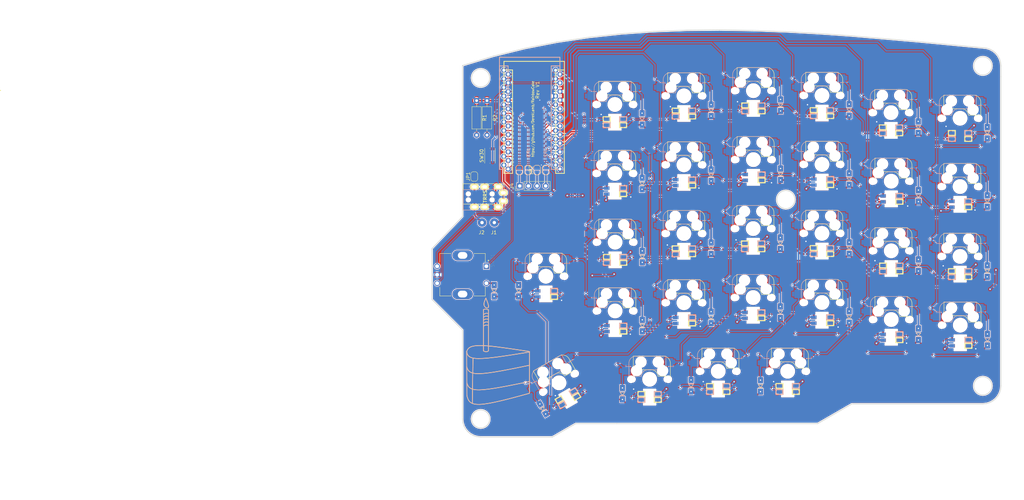
<source format=kicad_pcb>
(kicad_pcb (version 20171130) (host pcbnew "(5.1.8)-1")
  (layers (0 F.Cu signal) (31 B.Cu signal) (34 B.Paste user hide) (35 F.Paste user hide) (36 B.SilkS user) (37 F.SilkS user) (38 B.Mask user hide) (39 F.Mask user hide) (44 Edge.Cuts user))
  (net 0 "")
  (net 1 "Net-(D1-Pad2)")
  (net 2 Row0)
  (net 3 "Net-(D2-Pad2)")
  (net 4 "Net-(D3-Pad2)")
  (net 5 "Net-(D4-Pad2)")
  (net 6 "Net-(D5-Pad2)")
  (net 7 "Net-(D6-Pad2)")
  (net 8 "Net-(D7-Pad2)")
  (net 9 Row1)
  (net 10 "Net-(D8-Pad2)")
  (net 11 "Net-(D9-Pad2)")
  (net 12 "Net-(D10-Pad2)")
  (net 13 "Net-(D11-Pad2)")
  (net 14 "Net-(D12-Pad2)")
  (net 15 "Net-(D13-Pad2)")
  (net 16 Row2)
  (net 17 "Net-(D14-Pad2)")
  (net 18 "Net-(D15-Pad2)")
  (net 19 "Net-(D16-Pad2)")
  (net 20 "Net-(D17-Pad2)")
  (net 21 "Net-(D18-Pad2)")
  (net 22 "Net-(D19-Pad2)")
  (net 23 Row3)
  (net 24 "Net-(D20-Pad2)")
  (net 25 "Net-(D21-Pad2)")
  (net 26 "Net-(D22-Pad2)")
  (net 27 "Net-(D23-Pad2)")
  (net 28 "Net-(D24-Pad2)")
  (net 29 "Net-(D25-Pad2)")
  (net 30 Row4)
  (net 31 "Net-(D26-Pad2)")
  (net 32 "Net-(D27-Pad2)")
  (net 33 "Net-(D28-Pad2)")
  (net 34 "Net-(D29-Pad2)")
  (net 35 "Net-(D30-Pad1)")
  (net 36 GND)
  (net 37 +5V)
  (net 38 LED)
  (net 39 "Net-(D31-Pad1)")
  (net 40 "Net-(D32-Pad1)")
  (net 41 "Net-(D33-Pad1)")
  (net 42 "Net-(D34-Pad1)")
  (net 43 "Net-(D35-Pad1)")
  (net 44 "Net-(D36-Pad1)")
  (net 45 LED1)
  (net 46 "Net-(D42-Pad1)")
  (net 47 "Net-(D43-Pad1)")
  (net 48 "Net-(D44-Pad1)")
  (net 49 "Net-(D45-Pad1)")
  (net 50 "Net-(D46-Pad1)")
  (net 51 "Net-(D47-Pad1)")
  (net 52 LED2)
  (net 53 "Net-(D55-Pad1)")
  (net 54 "Net-(D56-Pad1)")
  (net 55 Col5)
  (net 56 Col4)
  (net 57 Col3)
  (net 58 Col2)
  (net 59 Col1)
  (net 60 Col0)
  (net 61 "Net-(J1-Pad1)")
  (net 62 "Net-(J2-Pad1)")
  (net 63 "Net-(J4-Pad4)")
  (net 64 "Net-(J4-Pad3)")
  (net 65 "Net-(J4-Pad2)")
  (net 66 SCL)
  (net 67 "Net-(J4-Pad1)")
  (net 68 SDA)
  (net 69 RESET)
  (net 70 "Net-(U1-Pad24)")
  (net 71 "Net-(U1-Pad20)")
  (net 72 Data)
  (net 73 "Net-(D42-Pad3)")
  (net 74 "Net-(D48-Pad1)")
  (net 75 "Net-(D57-Pad1)")
  (net 76 "Net-(D58-Pad1)")
  (net 77 "Net-(D38-Pad1)")
  (net 78 "Net-(D39-Pad1)")
  (net 79 "Net-(D40-Pad1)")
  (net 80 "Net-(D41-Pad1)")
  (net 81 "Net-(D50-Pad1)")
  (net 82 "Net-(D51-Pad1)")
  (net 83 "Net-(D52-Pad1)")
  (net 84 "Net-(D53-Pad1)")
  (net 85 "Net-(D57-Pad2)")
  (net 86 ROT2)
  (net 87 ROT1)
  (module Button_Switch_Keyboard:CherryMX_KailhLowProfile_Hotswap_edge (layer F.Cu) (at 96.52 109.1565)
    (fp_text reference SW13 hide)
    (fp_text value SW_Push hide)
    (pad 1 smd rect (at -7.2 -5.1) (size 0.7 1.5) (layers F.Cu F.Paste F.Mask) (net 15 "Net-(D13-Pad2)"))
    (pad 1 smd rect (at -8.5 -2.5) (size 0.7 1.5) (layers B.Cu B.Paste B.Mask) (net 15 "Net-(D13-Pad2)"))
    (pad 2 smd rect (at 8.5 -2.5) (size 0.7 1.5) (layers F.Cu F.Paste F.Mask) (net 55 Col5))
    (pad 2 smd rect (at 7.2 -5.1) (size 0.7 1.5) (layers B.Cu B.Paste B.Mask) (net 55 Col5))
    (pad "" np_thru_hole circle (at 3.81 -2.54 180) (size 3 3) (drill 3) (layers *.Cu *.Mask))
    (pad 1 smd rect (at -5.7 -5.08 180) (size 2.4 2.4) (layers F.Cu F.Paste F.Mask) (net 15 "Net-(D13-Pad2)"))
    (pad "" np_thru_hole circle (at 3.81 -2.54 180) (size 3 3) (drill 3) (layers *.Cu *.Mask))
    (pad "" np_thru_hole circle (at -2.54 -5.08 180) (size 3 3) (drill 3) (layers *.Cu *.Mask))
    (pad 2 smd rect (at 6.9 -2.540001 180) (size 2.5 2.5) (layers F.Cu F.Paste F.Mask) (net 55 Col5))
    (pad "" np_thru_hole circle (at 3.825 -2.58 180) (size 0.1 0.1) (drill 0.1) (layers *.Cu *.Mask))
    (pad "" np_thru_hole circle (at -3.825 -2.58 180) (size 0.1 0.1) (drill 0.1) (layers *.Cu *.Mask))
    (pad 1 smd rect (at -6.9 -2.54 180) (size 2.5 2.5) (layers B.Cu B.Paste B.Mask) (net 15 "Net-(D13-Pad2)"))
    (pad "" np_thru_hole circle (at 2.54 -5.08 180) (size 3 3) (drill 3) (layers *.Cu *.Mask))
    (pad "" np_thru_hole circle (at 0 0 90) (size 4 4) (drill 4) (layers *.Cu *.Mask))
    (pad "" np_thru_hole circle (at -5.5 0 90) (size 1.9 1.9) (drill 1.9) (layers *.Cu *.Mask))
    (pad "" np_thru_hole circle (at 5.5 0 90) (size 1.9 1.9) (drill 1.9) (layers *.Cu *.Mask))
    (pad "" np_thru_hole circle (at 5.08 0) (size 1.7 1.7) (drill 1.7) (layers *.Cu *.Mask))
    (pad "" np_thru_hole circle (at -5.08 0) (size 1.7 1.7) (drill 1.7) (layers *.Cu *.Mask))
    (pad "" np_thru_hole circle (at -3.81 -2.540001 180) (size 3 3) (drill 3) (layers *.Cu *.Mask))
    (pad 2 smd rect (at 5.7 -5.08 180) (size 2.4 2.4) (layers B.Cu B.Paste B.Mask) (net 55 Col5))
  )
  (module Button_Switch_Keyboard:CherryMX_KailhLowProfile_Hotswap_edge (layer F.Cu) (at 100.395943 140.566205 30)
    (fp_text reference SW20 hide)
    (fp_text value SW_Push hide)
    (pad 1 smd rect (at -7.2 -5.1 30) (size 0.7 1.5) (layers F.Cu F.Paste F.Mask) (net 24 "Net-(D20-Pad2)"))
    (pad 1 smd rect (at -8.5 -2.5 30) (size 0.7 1.5) (layers B.Cu B.Paste B.Mask) (net 24 "Net-(D20-Pad2)"))
    (pad 2 smd rect (at 8.5 -2.5 30) (size 0.7 1.5) (layers F.Cu F.Paste F.Mask) (net 56 Col4))
    (pad 2 smd rect (at 7.2 -5.1 30) (size 0.7 1.5) (layers B.Cu B.Paste B.Mask) (net 56 Col4))
    (pad "" np_thru_hole circle (at 3.81 -2.54 210) (size 3 3) (drill 3) (layers *.Cu *.Mask))
    (pad 1 smd rect (at -5.7 -5.08 210) (size 2.4 2.4) (layers F.Cu F.Paste F.Mask) (net 24 "Net-(D20-Pad2)"))
    (pad "" np_thru_hole circle (at 3.81 -2.54 210) (size 3 3) (drill 3) (layers *.Cu *.Mask))
    (pad "" np_thru_hole circle (at -2.54 -5.08 210) (size 3 3) (drill 3) (layers *.Cu *.Mask))
    (pad 2 smd rect (at 6.9 -2.540001 210) (size 2.5 2.5) (layers F.Cu F.Paste F.Mask) (net 56 Col4))
    (pad "" np_thru_hole circle (at 3.825 -2.58 210) (size 0.1 0.1) (drill 0.1) (layers *.Cu *.Mask))
    (pad "" np_thru_hole circle (at -3.825 -2.58 210) (size 0.1 0.1) (drill 0.1) (layers *.Cu *.Mask))
    (pad 1 smd rect (at -6.9 -2.54 210) (size 2.5 2.5) (layers B.Cu B.Paste B.Mask) (net 24 "Net-(D20-Pad2)"))
    (pad "" np_thru_hole circle (at 2.54 -5.08 210) (size 3 3) (drill 3) (layers *.Cu *.Mask))
    (pad "" np_thru_hole circle (at 0 0 120) (size 4 4) (drill 4) (layers *.Cu *.Mask))
    (pad "" np_thru_hole circle (at -5.5 0 120) (size 1.9 1.9) (drill 1.9) (layers *.Cu *.Mask))
    (pad "" np_thru_hole circle (at 5.5 0 120) (size 1.9 1.9) (drill 1.9) (layers *.Cu *.Mask))
    (pad "" np_thru_hole circle (at 5.08 0 30) (size 1.7 1.7) (drill 1.7) (layers *.Cu *.Mask))
    (pad "" np_thru_hole circle (at -5.08 0 30) (size 1.7 1.7) (drill 1.7) (layers *.Cu *.Mask))
    (pad "" np_thru_hole circle (at -3.81 -2.540001 210) (size 3 3) (drill 3) (layers *.Cu *.Mask))
    (pad 2 smd rect (at 5.7 -5.08 210) (size 2.4 2.4) (layers B.Cu B.Paste B.Mask) (net 56 Col4))
  )
  (module Diode_SMD:Diode_SOD123_Doublesided_Universal (layer F.Cu) (at 206.1845 105.918 90)
    (fp_text reference D18 hide)
    (fp_text value D hide)
    (pad 1 thru_hole rect (at -1.7 0 90) (size 1.8 1.5) (drill 0.4) (layers *.Cu *.Mask) (net 16 Row2))
    (pad 2 thru_hole rect (at 1.7 0 90) (size 1.8 1.5) (drill 0.4) (layers *.Cu *.Mask) (net 21 "Net-(D18-Pad2)"))
  )
  (module Jumper:SolderJumper-2_P1.3mm_Bridged_RoundedPad1.0x1.5mm (layer F.Cu) (at 75.438 79.771 90)
    (fp_text reference JP1 (at 0 -1.8 90) (layer F.SilkS))
    (fp_text value Jumper)
    (fp_poly (pts (xy 0.25 -0.3) (xy -0.25 -0.3) (xy -0.25 0.3) (xy 0.25 0.3)) (layer F.Cu) (width 0))
    (pad 1 smd custom (at -0.65 0 90) (size 1 0.5) (layers F.Cu F.Mask) (net 62 "Net-(J2-Pad1)") (options (clearance outline) (anchor rect)) (primitives (gr_circle (center 0 0.25) (end 0.5 0.25) (width 0)) (gr_circle (center 0 -0.25) (end 0.5 -0.25) (width 0)) (gr_poly (pts (xy 0 -0.75) (xy 0.5 -0.75) (xy 0.5 0.75) (xy 0 0.75)) (width 0))))
    (pad 2 smd custom (at 0.65 0 90) (size 1 0.5) (layers F.Cu F.Mask) (net 72 Data) (options (clearance outline) (anchor rect)) (primitives (gr_circle (center 0 0.25) (end 0.5 0.25) (width 0)) (gr_circle (center 0 -0.25) (end 0.5 -0.25) (width 0)) (gr_poly (pts (xy 0 -0.75) (xy -0.5 -0.75) (xy -0.5 0.75) (xy 0 0.75)) (width 0))))
  )
  (module Button_Switch_SMD:SW_Push_1P1T_NO_CK_KMR2 (layer F.Cu) (at 80.0735 73.66 90)
    (fp_text reference SW30 (at 0 -2.45 90) (layer F.SilkS))
    (fp_text value SW_Push)
    (pad 2 smd rect (at 2.05 0.8 90) (size 0.9 1) (layers F.Cu F.Paste F.Mask) (net 69 RESET))
    (pad 1 smd rect (at 2.05 -0.8 90) (size 0.9 1) (layers F.Cu F.Paste F.Mask) (net 36 GND))
    (pad 2 smd rect (at -2.05 0.8 90) (size 0.9 1) (layers F.Cu F.Paste F.Mask) (net 69 RESET))
    (pad 1 smd rect (at -2.05 -0.8 90) (size 0.9 1) (layers F.Cu F.Paste F.Mask) (net 36 GND))
  )
  (module Connector_Audio:MJ-4PP-9 (layer F.Cu) (at 72.1995 84.8995 90)
    (fp_text reference J3)
    (fp_text value AudioJack4 hide)
    (fp_text user TRRS (at -0.75 6.45 90) (layer F.SilkS))
    (fp_text user TRRS (at -0.75 6.45 90) (layer F.SilkS))
    (pad S thru_hole oval (at -2.1 11.8 90) (size 1.7 2.5) (drill oval 1 1.5) (layers *.Cu *.Mask F.SilkS) (net 61 "Net-(J1-Pad1)") (clearance 0.15))
    (pad T thru_hole oval (at 2.1 10.3 90) (size 1.7 2.5) (drill oval 1 1.5) (layers *.Cu *.Mask F.SilkS) (net 37 +5V) (clearance 0.15))
    (pad R1 thru_hole oval (at 2.1 6.3 90) (size 1.7 2.5) (drill oval 1 1.5) (layers *.Cu *.Mask F.SilkS) (net 36 GND))
    (pad R2 thru_hole oval (at 2.1 3.3 90) (size 1.7 2.5) (drill oval 1 1.5) (layers *.Cu *.Mask F.SilkS) (net 62 "Net-(J2-Pad1)"))
    (pad "" np_thru_hole circle (at 0 8.5 90) (size 1.2 1.2) (drill 1.2) (layers *.Cu *.Mask F.SilkS))
    (pad "" np_thru_hole circle (at 0 1.5 90) (size 1.2 1.2) (drill 1.2) (layers *.Cu *.Mask F.SilkS))
    (pad R1 thru_hole oval (at -3.85 6.3 90) (size 1.7 2.5) (drill oval 1 1.5) (layers *.Cu *.Mask F.SilkS) (net 36 GND))
    (pad R2 thru_hole oval (at -3.85 3.3 90) (size 1.7 2.5) (drill oval 1 1.5) (layers *.Cu *.Mask F.SilkS) (net 62 "Net-(J2-Pad1)"))
    (pad S thru_hole oval (at 0.35 11.8 90) (size 1.7 2.5) (drill oval 1 1.5) (layers *.Cu *.Mask F.SilkS) (net 61 "Net-(J1-Pad1)") (clearance 0.15))
    (pad T thru_hole oval (at -3.85 10.3 90) (size 1.7 2.5) (drill oval 1 1.5) (layers *.Cu *.Mask F.SilkS) (net 37 +5V) (clearance 0.15))
    (pad "" np_thru_hole circle (at -1.75 1.5 90) (size 1.2 1.2) (drill 1.2) (layers *.Cu *.Mask F.SilkS))
    (pad "" np_thru_hole circle (at -1.75 8.5 90) (size 1.2 1.2) (drill 1.2) (layers *.Cu *.Mask F.SilkS))
  )
  (module Resistor_THT:R_Axial_DIN0207_L6.3mm_D2.5mm_P10.16mm_Horizontal (layer F.Cu) (at 79.1845 57.404 270)
    (fp_text reference R2 (at 5.08 -2.37 90) (layer F.SilkS))
    (fp_text value R)
    (pad 2 thru_hole oval (at 10.16 0 270) (size 1.6 1.6) (drill 0.8) (layers *.Cu *.Mask) (net 66 SCL))
    (pad 1 thru_hole circle (at 0 0 270) (size 1.6 1.6) (drill 0.8) (layers *.Cu *.Mask) (net 37 +5V))
  )
  (module Resistor_THT:R_Axial_DIN0207_L6.3mm_D2.5mm_P10.16mm_Horizontal (layer F.Cu) (at 76.1365 57.404 270)
    (fp_text reference R1 (at 5.08 -2.37 90) (layer F.SilkS))
    (fp_text value R)
    (pad 2 thru_hole oval (at 10.16 0 270) (size 1.6 1.6) (drill 0.8) (layers *.Cu *.Mask) (net 68 SDA))
    (pad 1 thru_hole circle (at 0 0 270) (size 1.6 1.6) (drill 0.8) (layers *.Cu *.Mask) (net 37 +5V))
  )
  (module Rotary_Encoder:XDCR_PEC11R-4215F (layer F.Cu) (at 72.009 108.712 270)
    (fp_text reference SW31 (at -4.175 -8.835 90) (layer F.SilkS) (effects (font (thickness 0.015))))
    (fp_text value Rotary_Encoder_Switch)
    (pad S1 thru_hole rect (at -2.5 -7 270) (size 1.65 1.65) (drill 1.1) (layers *.Cu *.Mask) (net 60 Col0))
    (pad S2 thru_hole circle (at 2.5 -7 270) (size 1.65 1.65) (drill 1.1) (layers *.Cu *.Mask) (net 85 "Net-(D57-Pad2)"))
    (pad A thru_hole circle (at -2.5 7.5 270) (size 1.65 1.65) (drill 1.1) (layers *.Cu *.Mask) (net 87 ROT1))
    (pad C thru_hole circle (at 0 7.5 270) (size 1.65 1.65) (drill 1.1) (layers *.Cu *.Mask) (net 36 GND))
    (pad B thru_hole circle (at 2.5 7.5 270) (size 1.65 1.65) (drill 1.1) (layers *.Cu *.Mask) (net 86 ROT2))
    (pad MNT thru_hole oval (at -5.7 0 270) (size 3 6) (drill oval 2 2.8) (layers *.Cu *.Mask))
    (pad MNT thru_hole oval (at 5.7 0 270) (size 3 6) (drill oval 2 2.8) (layers *.Cu *.Mask))
  )
  (module Diode_SMD:Diode_SOD123_Doublesided_Universal (layer F.Cu) (at 81.3054 113.4346 90)
    (fp_text reference D57 hide)
    (fp_text value D hide)
    (pad 1 thru_hole rect (at -1.7 0 90) (size 1.8 1.5) (drill 0.4) (layers *.Cu *.Mask) (net 30 Row4))
    (pad 2 thru_hole rect (at 1.7 0 90) (size 1.8 1.5) (drill 0.4) (layers *.Cu *.Mask) (net 85 "Net-(D57-Pad2)"))
  )
  (module Jumper:SolderJumper-2_P1.3mm_Open_RoundedPad1.0x1.5mm (layer F.Cu) (at 88.7095 77.866 90)
    (fp_text reference JP9 hide)
    (fp_text value Jumper_NO_Small hide)
    (pad 2 smd custom (at 0.65 0 90) (size 1 0.5) (layers F.Cu F.Mask) (net 36 GND) (options (clearance outline) (anchor rect)) (primitives (gr_circle (center 0 0.25) (end 0.5 0.25) (width 0)) (gr_circle (center 0 -0.25) (end 0.5 -0.25) (width 0)) (gr_poly (pts (xy 0 -0.75) (xy -0.5 -0.75) (xy -0.5 0.75) (xy 0 0.75)) (width 0))))
    (pad 1 smd custom (at -0.65 0 90) (size 1 0.5) (layers F.Cu F.Mask) (net 67 "Net-(J4-Pad1)") (options (clearance outline) (anchor rect)) (primitives (gr_circle (center 0 0.25) (end 0.5 0.25) (width 0)) (gr_circle (center 0 -0.25) (end 0.5 -0.25) (width 0)) (gr_poly (pts (xy 0 -0.75) (xy 0.5 -0.75) (xy 0.5 0.75) (xy 0 0.75)) (width 0))))
  )
  (module Jumper:SolderJumper-2_P1.3mm_Open_RoundedPad1.0x1.5mm (layer F.Cu) (at 91.313 77.851 90)
    (fp_text reference JP8 hide)
    (fp_text value Jumper_NO_Small hide)
    (pad 2 smd custom (at 0.65 0 90) (size 1 0.5) (layers F.Cu F.Mask) (net 37 +5V) (options (clearance outline) (anchor rect)) (primitives (gr_circle (center 0 0.25) (end 0.5 0.25) (width 0)) (gr_circle (center 0 -0.25) (end 0.5 -0.25) (width 0)) (gr_poly (pts (xy 0 -0.75) (xy -0.5 -0.75) (xy -0.5 0.75) (xy 0 0.75)) (width 0))))
    (pad 1 smd custom (at -0.65 0 90) (size 1 0.5) (layers F.Cu F.Mask) (net 65 "Net-(J4-Pad2)") (options (clearance outline) (anchor rect)) (primitives (gr_circle (center 0 0.25) (end 0.5 0.25) (width 0)) (gr_circle (center 0 -0.25) (end 0.5 -0.25) (width 0)) (gr_poly (pts (xy 0 -0.75) (xy 0.5 -0.75) (xy 0.5 0.75) (xy 0 0.75)) (width 0))))
  )
  (module Jumper:SolderJumper-2_P1.3mm_Open_RoundedPad1.0x1.5mm (layer F.Cu) (at 93.9165 77.866 90)
    (fp_text reference JP7 (at 0 -1.8 90) (layer F.SilkS))
    (fp_text value Jumper_NO_Small)
    (pad 2 smd custom (at 0.65 0 90) (size 1 0.5) (layers F.Cu F.Mask) (net 66 SCL) (options (clearance outline) (anchor rect)) (primitives (gr_circle (center 0 0.25) (end 0.5 0.25) (width 0)) (gr_circle (center 0 -0.25) (end 0.5 -0.25) (width 0)) (gr_poly (pts (xy 0 -0.75) (xy -0.5 -0.75) (xy -0.5 0.75) (xy 0 0.75)) (width 0))))
    (pad 1 smd custom (at -0.65 0 90) (size 1 0.5) (layers F.Cu F.Mask) (net 64 "Net-(J4-Pad3)") (options (clearance outline) (anchor rect)) (primitives (gr_circle (center 0 0.25) (end 0.5 0.25) (width 0)) (gr_circle (center 0 -0.25) (end 0.5 -0.25) (width 0)) (gr_poly (pts (xy 0 -0.75) (xy 0.5 -0.75) (xy 0.5 0.75) (xy 0 0.75)) (width 0))))
  )
  (module Jumper:SolderJumper-2_P1.3mm_Open_RoundedPad1.0x1.5mm (layer F.Cu) (at 96.52 77.851 90)
    (fp_text reference JP6 hide)
    (fp_text value Jumper_NO_Small hide)
    (pad 2 smd custom (at 0.65 0 90) (size 1 0.5) (layers F.Cu F.Mask) (net 68 SDA) (options (clearance outline) (anchor rect)) (primitives (gr_circle (center 0 0.25) (end 0.5 0.25) (width 0)) (gr_circle (center 0 -0.25) (end 0.5 -0.25) (width 0)) (gr_poly (pts (xy 0 -0.75) (xy -0.5 -0.75) (xy -0.5 0.75) (xy 0 0.75)) (width 0))))
    (pad 1 smd custom (at -0.65 0 90) (size 1 0.5) (layers F.Cu F.Mask) (net 63 "Net-(J4-Pad4)") (options (clearance outline) (anchor rect)) (primitives (gr_circle (center 0 0.25) (end 0.5 0.25) (width 0)) (gr_circle (center 0 -0.25) (end 0.5 -0.25) (width 0)) (gr_poly (pts (xy 0 -0.75) (xy 0.5 -0.75) (xy 0.5 0.75) (xy 0 0.75)) (width 0))))
  )
  (module Jumper:SolderJumper-2_P1.3mm_Open_RoundedPad1.0x1.5mm (layer B.Cu) (at 88.7095 77.851 90)
    (fp_text reference JP5 hide)
    (fp_text value Jumper_NO_Small hide)
    (pad 2 smd custom (at 0.65 0 90) (size 1 0.5) (layers B.Cu B.Mask) (net 68 SDA) (options (clearance outline) (anchor rect)) (primitives (gr_circle (center 0 -0.25) (end 0.5 -0.25) (width 0)) (gr_circle (center 0 0.25) (end 0.5 0.25) (width 0)) (gr_poly (pts (xy 0 0.75) (xy -0.5 0.75) (xy -0.5 -0.75) (xy 0 -0.75)) (width 0))))
    (pad 1 smd custom (at -0.65 0 90) (size 1 0.5) (layers B.Cu B.Mask) (net 67 "Net-(J4-Pad1)") (options (clearance outline) (anchor rect)) (primitives (gr_circle (center 0 -0.25) (end 0.5 -0.25) (width 0)) (gr_circle (center 0 0.25) (end 0.5 0.25) (width 0)) (gr_poly (pts (xy 0 0.75) (xy 0.5 0.75) (xy 0.5 -0.75) (xy 0 -0.75)) (width 0))))
  )
  (module Jumper:SolderJumper-2_P1.3mm_Open_RoundedPad1.0x1.5mm (layer B.Cu) (at 91.313 77.866 90)
    (fp_text reference JP4 hide)
    (fp_text value Jumper_NO_Small hide)
    (pad 2 smd custom (at 0.65 0 90) (size 1 0.5) (layers B.Cu B.Mask) (net 66 SCL) (options (clearance outline) (anchor rect)) (primitives (gr_circle (center 0 -0.25) (end 0.5 -0.25) (width 0)) (gr_circle (center 0 0.25) (end 0.5 0.25) (width 0)) (gr_poly (pts (xy 0 0.75) (xy -0.5 0.75) (xy -0.5 -0.75) (xy 0 -0.75)) (width 0))))
    (pad 1 smd custom (at -0.65 0 90) (size 1 0.5) (layers B.Cu B.Mask) (net 65 "Net-(J4-Pad2)") (options (clearance outline) (anchor rect)) (primitives (gr_circle (center 0 -0.25) (end 0.5 -0.25) (width 0)) (gr_circle (center 0 0.25) (end 0.5 0.25) (width 0)) (gr_poly (pts (xy 0 0.75) (xy 0.5 0.75) (xy 0.5 -0.75) (xy 0 -0.75)) (width 0))))
  )
  (module Jumper:SolderJumper-2_P1.3mm_Open_RoundedPad1.0x1.5mm (layer B.Cu) (at 93.9165 77.866 90)
    (fp_text reference JP3 (at 5.1585 -2.4765 90) (layer B.SilkS) (effects (justify mirror)))
    (fp_text value Jumper_NO_Small)
    (pad 2 smd custom (at 0.65 0 90) (size 1 0.5) (layers B.Cu B.Mask) (net 37 +5V) (options (clearance outline) (anchor rect)) (primitives (gr_circle (center 0 -0.25) (end 0.5 -0.25) (width 0)) (gr_circle (center 0 0.25) (end 0.5 0.25) (width 0)) (gr_poly (pts (xy 0 0.75) (xy -0.5 0.75) (xy -0.5 -0.75) (xy 0 -0.75)) (width 0))))
    (pad 1 smd custom (at -0.65 0 90) (size 1 0.5) (layers B.Cu B.Mask) (net 64 "Net-(J4-Pad3)") (options (clearance outline) (anchor rect)) (primitives (gr_circle (center 0 -0.25) (end 0.5 -0.25) (width 0)) (gr_circle (center 0 0.25) (end 0.5 0.25) (width 0)) (gr_poly (pts (xy 0 0.75) (xy 0.5 0.75) (xy 0.5 -0.75) (xy 0 -0.75)) (width 0))))
  )
  (module Jumper:SolderJumper-2_P1.3mm_Open_RoundedPad1.0x1.5mm (layer B.Cu) (at 96.52 77.851 90)
    (fp_text reference JP2 (at 5.207 0 270) (layer B.SilkS) (effects (justify mirror)))
    (fp_text value Jumper_NO_Small)
    (pad 2 smd custom (at 0.65 0 90) (size 1 0.5) (layers B.Cu B.Mask) (net 36 GND) (options (clearance outline) (anchor rect)) (primitives (gr_circle (center 0 -0.25) (end 0.5 -0.25) (width 0)) (gr_circle (center 0 0.25) (end 0.5 0.25) (width 0)) (gr_poly (pts (xy 0 0.75) (xy -0.5 0.75) (xy -0.5 -0.75) (xy 0 -0.75)) (width 0))))
    (pad 1 smd custom (at -0.65 0 90) (size 1 0.5) (layers B.Cu B.Mask) (net 63 "Net-(J4-Pad4)") (options (clearance outline) (anchor rect)) (primitives (gr_circle (center 0 -0.25) (end 0.5 -0.25) (width 0)) (gr_circle (center 0 0.25) (end 0.5 0.25) (width 0)) (gr_poly (pts (xy 0 0.75) (xy 0.5 0.75) (xy 0.5 -0.75) (xy 0 -0.75)) (width 0))))
  )
  (module Button_Switch_Keyboard:CherryMX_KailhLowProfile_Hotswap_edge (layer F.Cu) (at 157.5435 95.123)
    (fp_text reference SW16 hide)
    (fp_text value SW_Push hide)
    (pad 1 smd rect (at -7.2 -5.1) (size 0.7 1.5) (layers F.Cu F.Paste F.Mask) (net 57 Col3))
    (pad 1 smd rect (at -8.5 -2.5) (size 0.7 1.5) (layers B.Cu B.Paste B.Mask) (net 57 Col3))
    (pad 2 smd rect (at 8.5 -2.5) (size 0.7 1.5) (layers F.Cu F.Paste F.Mask) (net 19 "Net-(D16-Pad2)"))
    (pad 2 smd rect (at 7.2 -5.1) (size 0.7 1.5) (layers B.Cu B.Paste B.Mask) (net 19 "Net-(D16-Pad2)"))
    (pad "" np_thru_hole circle (at 3.81 -2.54 180) (size 3 3) (drill 3) (layers *.Cu *.Mask))
    (pad 1 smd rect (at -5.7 -5.08 180) (size 2.4 2.4) (layers F.Cu F.Paste F.Mask) (net 57 Col3))
    (pad "" np_thru_hole circle (at 3.81 -2.54 180) (size 3 3) (drill 3) (layers *.Cu *.Mask))
    (pad "" np_thru_hole circle (at -2.54 -5.08 180) (size 3 3) (drill 3) (layers *.Cu *.Mask))
    (pad 2 smd rect (at 6.9 -2.540001 180) (size 2.5 2.5) (layers F.Cu F.Paste F.Mask) (net 19 "Net-(D16-Pad2)"))
    (pad "" np_thru_hole circle (at 3.825 -2.58 180) (size 0.1 0.1) (drill 0.1) (layers *.Cu *.Mask))
    (pad "" np_thru_hole circle (at -3.825 -2.58 180) (size 0.1 0.1) (drill 0.1) (layers *.Cu *.Mask))
    (pad 1 smd rect (at -6.9 -2.54 180) (size 2.5 2.5) (layers B.Cu B.Paste B.Mask) (net 57 Col3))
    (pad "" np_thru_hole circle (at 2.54 -5.08 180) (size 3 3) (drill 3) (layers *.Cu *.Mask))
    (pad "" np_thru_hole circle (at 0 0 90) (size 4 4) (drill 4) (layers *.Cu *.Mask))
    (pad "" np_thru_hole circle (at -5.5 0 90) (size 1.9 1.9) (drill 1.9) (layers *.Cu *.Mask))
    (pad "" np_thru_hole circle (at 5.5 0 90) (size 1.9 1.9) (drill 1.9) (layers *.Cu *.Mask))
    (pad "" np_thru_hole circle (at 5.08 0) (size 1.7 1.7) (drill 1.7) (layers *.Cu *.Mask))
    (pad "" np_thru_hole circle (at -5.08 0) (size 1.7 1.7) (drill 1.7) (layers *.Cu *.Mask))
    (pad "" np_thru_hole circle (at -3.81 -2.540001 180) (size 3 3) (drill 3) (layers *.Cu *.Mask))
    (pad 2 smd rect (at 5.7 -5.08 180) (size 2.4 2.4) (layers B.Cu B.Paste B.Mask) (net 19 "Net-(D16-Pad2)"))
  )
  (module LED_SMD:SK6812MINI_Cutout (layer F.Cu) (at 167.7035 142.367 180)
    (fp_text reference D58 hide)
    (fp_text value SK6812MINI hide)
    (pad 4 smd rect (at 2.4 0.875 180) (size 1.6 1) (layers F.Cu F.Paste F.Mask) (net 37 +5V))
    (pad 3 smd rect (at 2.4 -0.875 180) (size 1.6 1) (layers F.Cu F.Paste F.Mask) (net 75 "Net-(D57-Pad1)"))
    (pad 1 smd rect (at -2.4 0.875 180) (size 1.6 1) (layers F.Cu F.Paste F.Mask) (net 76 "Net-(D58-Pad1)"))
    (pad 2 smd rect (at -2.4 -0.875 180) (size 1.6 1) (layers F.Cu F.Paste F.Mask) (net 36 GND))
    (pad 3 smd rect (at 2.4 0.875 180) (size 1.6 1) (layers B.Cu B.Paste B.Mask) (net 75 "Net-(D57-Pad1)"))
    (pad 4 smd rect (at 2.4 -0.875 180) (size 1.6 1) (layers B.Cu B.Paste B.Mask) (net 37 +5V))
    (pad 1 smd rect (at -2.4 -0.875 180) (size 1.6 1) (layers B.Cu B.Paste B.Mask) (net 76 "Net-(D58-Pad1)"))
    (pad 2 smd rect (at -2.4 0.875 180) (size 1.6 1) (layers B.Cu B.Paste B.Mask) (net 36 GND))
  )
  (module LED_SMD:SK6812MINI_Cutout (layer F.Cu) (at 147.2565 142.367 180)
    (fp_text reference D57 hide)
    (fp_text value SK6812MINI hide)
    (pad 4 smd rect (at 2.4 0.875 180) (size 1.6 1) (layers F.Cu F.Paste F.Mask) (net 37 +5V))
    (pad 3 smd rect (at 2.4 -0.875 180) (size 1.6 1) (layers F.Cu F.Paste F.Mask) (net 54 "Net-(D56-Pad1)"))
    (pad 1 smd rect (at -2.4 0.875 180) (size 1.6 1) (layers F.Cu F.Paste F.Mask) (net 75 "Net-(D57-Pad1)"))
    (pad 2 smd rect (at -2.4 -0.875 180) (size 1.6 1) (layers F.Cu F.Paste F.Mask) (net 36 GND))
    (pad 3 smd rect (at 2.4 0.875 180) (size 1.6 1) (layers B.Cu B.Paste B.Mask) (net 54 "Net-(D56-Pad1)"))
    (pad 4 smd rect (at 2.4 -0.875 180) (size 1.6 1) (layers B.Cu B.Paste B.Mask) (net 37 +5V))
    (pad 1 smd rect (at -2.4 -0.875 180) (size 1.6 1) (layers B.Cu B.Paste B.Mask) (net 75 "Net-(D57-Pad1)"))
    (pad 2 smd rect (at -2.4 0.875 180) (size 1.6 1) (layers B.Cu B.Paste B.Mask) (net 36 GND))
  )
  (module Pro_Micro_Reversible:ProMicro_rev2 (layer F.Cu) (at 92.9575 63.2205)
    (fp_text reference U1 hide)
    (fp_text value ProMicro hide)
    (pad 24 thru_hole circle (at 6.42 -14.77) (size 1.524 1.524) (drill 0.8128) (layers *.Cu *.Mask) (net 70 "Net-(U1-Pad24)"))
    (pad 23 thru_hole circle (at 6.42 -12.23) (size 1.524 1.524) (drill 0.8128) (layers *.Cu *.Mask) (net 36 GND))
    (pad 22 thru_hole circle (at 6.42 -9.69) (size 1.524 1.524) (drill 0.8128) (layers *.Cu *.Mask) (net 69 RESET))
    (pad 21 thru_hole circle (at 6.42 -7.15) (size 1.524 1.524) (drill 0.8128) (layers *.Cu *.Mask) (net 37 +5V))
    (pad 20 thru_hole circle (at 6.42 -4.61) (size 1.524 1.524) (drill 0.8128) (layers *.Cu *.Mask) (net 71 "Net-(U1-Pad20)"))
    (pad 19 thru_hole circle (at 6.42 -2.07) (size 1.524 1.524) (drill 0.8128) (layers *.Cu *.Mask) (net 60 Col0))
    (pad 18 thru_hole circle (at 6.42 0.47) (size 1.524 1.524) (drill 0.8128) (layers *.Cu *.Mask) (net 59 Col1))
    (pad 17 thru_hole circle (at 6.42 3.01) (size 1.524 1.524) (drill 0.8128) (layers *.Cu *.Mask) (net 58 Col2))
    (pad 16 thru_hole circle (at 6.42 5.55) (size 1.524 1.524) (drill 0.8128) (layers *.Cu *.Mask) (net 57 Col3))
    (pad 15 thru_hole circle (at 6.42 8.09) (size 1.524 1.524) (drill 0.8128) (layers *.Cu *.Mask) (net 56 Col4))
    (pad 14 thru_hole circle (at 6.42 10.63) (size 1.524 1.524) (drill 0.8128) (layers *.Cu *.Mask) (net 55 Col5))
    (pad 13 thru_hole circle (at 6.42 13.17) (size 1.524 1.524) (drill 0.8128) (layers *.Cu *.Mask) (net 86 ROT2))
    (pad 12 thru_hole circle (at -8.82 13.17) (size 1.524 1.524) (drill 0.8128) (layers *.Cu *.Mask) (net 30 Row4))
    (pad 11 thru_hole circle (at -8.82 10.63) (size 1.524 1.524) (drill 0.8128) (layers *.Cu *.Mask) (net 23 Row3))
    (pad 10 thru_hole circle (at -8.82 8.09) (size 1.524 1.524) (drill 0.8128) (layers *.Cu *.Mask) (net 16 Row2))
    (pad 9 thru_hole circle (at -8.82 5.55) (size 1.524 1.524) (drill 0.8128) (layers *.Cu *.Mask) (net 9 Row1))
    (pad 8 thru_hole circle (at -8.82 3.01) (size 1.524 1.524) (drill 0.8128) (layers *.Cu *.Mask) (net 2 Row0))
    (pad 7 thru_hole circle (at -8.82 0.47) (size 1.524 1.524) (drill 0.8128) (layers *.Cu *.Mask) (net 87 ROT1))
    (pad 6 thru_hole circle (at -8.82 -2.07) (size 1.524 1.524) (drill 0.8128) (layers *.Cu *.Mask) (net 66 SCL))
    (pad 5 thru_hole circle (at -8.82 -4.61) (size 1.524 1.524) (drill 0.8128) (layers *.Cu *.Mask) (net 68 SDA))
    (pad 4 thru_hole circle (at -8.82 -7.15) (size 1.524 1.524) (drill 0.8128) (layers *.Cu *.Mask) (net 36 GND))
    (pad 3 thru_hole circle (at -8.82 -9.69) (size 1.524 1.524) (drill 0.8128) (layers *.Cu *.Mask) (net 36 GND))
    (pad 2 thru_hole circle (at -8.82 -12.23) (size 1.524 1.524) (drill 0.8128) (layers *.Cu *.Mask) (net 72 Data))
    (pad 1 thru_hole circle (at -8.82 -14.77) (size 1.524 1.524) (drill 0.8128) (layers *.Cu *.Mask) (net 38 LED))
    (pad 5 thru_hole circle (at 7.718815 -3.414255 180) (size 1.524 1.524) (drill 0.8128) (layers *.Cu *.Mask) (net 68 SDA))
    (pad 7 thru_hole circle (at 7.718815 1.665745 180) (size 1.524 1.524) (drill 0.8128) (layers *.Cu *.Mask) (net 87 ROT1))
    (pad 24 thru_hole circle (at -7.521185 -13.574255 180) (size 1.524 1.524) (drill 0.8128) (layers *.Cu *.Mask) (net 70 "Net-(U1-Pad24)"))
    (pad 2 thru_hole circle (at 7.718815 -11.034255 180) (size 1.524 1.524) (drill 0.8128) (layers *.Cu *.Mask) (net 72 Data))
    (pad 11 thru_hole circle (at 7.718815 11.825745 180) (size 1.524 1.524) (drill 0.8128) (layers *.Cu *.Mask) (net 23 Row3))
    (pad 13 thru_hole circle (at -7.521185 14.365745 180) (size 1.524 1.524) (drill 0.8128) (layers *.Cu *.Mask) (net 86 ROT2))
    (pad 8 thru_hole circle (at 7.718815 4.205745 180) (size 1.524 1.524) (drill 0.8128) (layers *.Cu *.Mask) (net 2 Row0))
    (pad 9 thru_hole circle (at 7.718815 6.745745 180) (size 1.524 1.524) (drill 0.8128) (layers *.Cu *.Mask) (net 9 Row1))
    (pad 17 thru_hole circle (at -7.521185 4.205745 180) (size 1.524 1.524) (drill 0.8128) (layers *.Cu *.Mask) (net 58 Col2))
    (pad 15 thru_hole circle (at -7.521185 9.285745 180) (size 1.524 1.524) (drill 0.8128) (layers *.Cu *.Mask) (net 56 Col4))
    (pad 20 thru_hole circle (at -7.521185 -3.414255 180) (size 1.524 1.524) (drill 0.8128) (layers *.Cu *.Mask) (net 71 "Net-(U1-Pad20)"))
    (pad 21 thru_hole circle (at -7.521185 -5.954255 180) (size 1.524 1.524) (drill 0.8128) (layers *.Cu *.Mask) (net 37 +5V))
    (pad 23 thru_hole circle (at -7.521185 -11.034255 180) (size 1.524 1.524) (drill 0.8128) (layers *.Cu *.Mask) (net 36 GND))
    (pad 19 thru_hole circle (at -7.521185 -0.874255 180) (size 1.524 1.524) (drill 0.8128) (layers *.Cu *.Mask) (net 60 Col0))
    (pad 12 thru_hole circle (at 7.718815 14.365745 180) (size 1.524 1.524) (drill 0.8128) (layers *.Cu *.Mask) (net 30 Row4))
    (pad 16 thru_hole circle (at -7.521185 6.745745 180) (size 1.524 1.524) (drill 0.8128) (layers *.Cu *.Mask) (net 57 Col3))
    (pad 1 thru_hole circle (at 7.718815 -13.574255 180) (size 1.524 1.524) (drill 0.8128) (layers *.Cu *.Mask) (net 38 LED))
    (pad 3 thru_hole circle (at 7.718815 -8.494255 180) (size 1.524 1.524) (drill 0.8128) (layers *.Cu *.Mask) (net 36 GND))
    (pad 14 thru_hole circle (at -7.521185 11.825745 180) (size 1.524 1.524) (drill 0.8128) (layers *.Cu *.Mask) (net 55 Col5))
    (pad 4 thru_hole circle (at 7.718815 -5.954255 180) (size 1.524 1.524) (drill 0.8128) (layers *.Cu *.Mask) (net 36 GND))
    (pad 6 thru_hole circle (at 7.718815 -0.874255 180) (size 1.524 1.524) (drill 0.8128) (layers *.Cu *.Mask) (net 66 SCL))
    (pad 18 thru_hole circle (at -7.521185 1.665745 180) (size 1.524 1.524) (drill 0.8128) (layers *.Cu *.Mask) (net 59 Col1))
    (pad 10 thru_hole circle (at 7.718815 9.285745 180) (size 1.524 1.524) (drill 0.8128) (layers *.Cu *.Mask) (net 16 Row2))
    (pad 22 thru_hole circle (at -7.521185 -8.494255 180) (size 1.524 1.524) (drill 0.8128) (layers *.Cu *.Mask) (net 69 RESET))
  )
  (module Connector_PinHeader_2.54mm:PinHeader_1x04_P2.54mm_Vertical (layer F.Cu) (at 88.8365 82.55 90)
    (fp_text reference J4 (at 0 -2.33 90) (layer F.SilkS))
    (fp_text value Conn_01x04)
    (pad 4 thru_hole oval (at 0 7.62 90) (size 1.7 1.7) (drill 1) (layers *.Cu *.Mask) (net 63 "Net-(J4-Pad4)"))
    (pad 3 thru_hole oval (at 0 5.08 90) (size 1.7 1.7) (drill 1) (layers *.Cu *.Mask) (net 64 "Net-(J4-Pad3)"))
    (pad 2 thru_hole oval (at 0 2.54 90) (size 1.7 1.7) (drill 1) (layers *.Cu *.Mask) (net 65 "Net-(J4-Pad2)"))
    (pad 1 thru_hole rect (at 0 0 90) (size 1.7 1.7) (drill 1) (layers *.Cu *.Mask) (net 67 "Net-(J4-Pad1)"))
  )
  (module Diode_SMD:Diode_SOD123_Doublesided_Universal (layer F.Cu) (at 159.7025 141.4635 90)
    (fp_text reference D29 hide)
    (fp_text value D hide)
    (pad 1 thru_hole rect (at -1.7 0 90) (size 1.8 1.5) (drill 0.4) (layers *.Cu *.Mask) (net 30 Row4))
    (pad 2 thru_hole rect (at 1.7 0 90) (size 1.8 1.5) (drill 0.4) (layers *.Cu *.Mask) (net 34 "Net-(D29-Pad2)"))
  )
  (module Diode_SMD:Diode_SOD123_Doublesided_Universal (layer F.Cu) (at 139.2555 141.4145 90)
    (fp_text reference D28 hide)
    (fp_text value D hide)
    (pad 1 thru_hole rect (at -1.7 0 90) (size 1.8 1.5) (drill 0.4) (layers *.Cu *.Mask) (net 30 Row4))
    (pad 2 thru_hole rect (at 1.7 0 90) (size 1.8 1.5) (drill 0.4) (layers *.Cu *.Mask) (net 33 "Net-(D28-Pad2)"))
  )
  (module Diode_SMD:Diode_SOD123_Doublesided_Universal (layer F.Cu) (at 119.0625 143.764 90)
    (fp_text reference D27 hide)
    (fp_text value D hide)
    (pad 1 thru_hole rect (at -1.7 0 90) (size 1.8 1.5) (drill 0.4) (layers *.Cu *.Mask) (net 30 Row4))
    (pad 2 thru_hole rect (at 1.7 0 90) (size 1.8 1.5) (drill 0.4) (layers *.Cu *.Mask) (net 32 "Net-(D27-Pad2)"))
  )
  (module Diode_SMD:Diode_SOD123_Doublesided_Universal (layer F.Cu) (at 226.5045 127.8745 90)
    (fp_text reference D26 hide)
    (fp_text value D hide)
    (pad 1 thru_hole rect (at -1.7 0 90) (size 1.8 1.5) (drill 0.4) (layers *.Cu *.Mask) (net 23 Row3))
    (pad 2 thru_hole rect (at 1.7 0 90) (size 1.8 1.5) (drill 0.4) (layers *.Cu *.Mask) (net 31 "Net-(D26-Pad2)"))
  )
  (module Diode_SMD:Diode_SOD123_Doublesided_Universal (layer F.Cu) (at 206.1845 126.238 90)
    (fp_text reference D25 hide)
    (fp_text value D hide)
    (pad 1 thru_hole rect (at -1.7 0 90) (size 1.8 1.5) (drill 0.4) (layers *.Cu *.Mask) (net 23 Row3))
    (pad 2 thru_hole rect (at 1.7 0 90) (size 1.8 1.5) (drill 0.4) (layers *.Cu *.Mask) (net 29 "Net-(D25-Pad2)"))
  )
  (module Diode_SMD:Diode_SOD123_Doublesided_Universal (layer F.Cu) (at 185.801 121.1435 90)
    (fp_text reference D24 hide)
    (fp_text value D hide)
    (pad 1 thru_hole rect (at -1.7 0 90) (size 1.8 1.5) (drill 0.4) (layers *.Cu *.Mask) (net 23 Row3))
    (pad 2 thru_hole rect (at 1.7 0 90) (size 1.8 1.5) (drill 0.4) (layers *.Cu *.Mask) (net 28 "Net-(D24-Pad2)"))
  )
  (module Diode_SMD:Diode_SOD123_Doublesided_Universal (layer F.Cu) (at 165.5445 119.761 90)
    (fp_text reference D23 hide)
    (fp_text value D hide)
    (pad 1 thru_hole rect (at -1.7 0 90) (size 1.8 1.5) (drill 0.4) (layers *.Cu *.Mask) (net 23 Row3))
    (pad 2 thru_hole rect (at 1.7 0 90) (size 1.8 1.5) (drill 0.4) (layers *.Cu *.Mask) (net 27 "Net-(D23-Pad2)"))
  )
  (module Diode_SMD:Diode_SOD123_Doublesided_Universal (layer F.Cu) (at 145.161 121.285 90)
    (fp_text reference D22 hide)
    (fp_text value D hide)
    (pad 1 thru_hole rect (at -1.7 0 90) (size 1.8 1.5) (drill 0.4) (layers *.Cu *.Mask) (net 23 Row3))
    (pad 2 thru_hole rect (at 1.7 0 90) (size 1.8 1.5) (drill 0.4) (layers *.Cu *.Mask) (net 26 "Net-(D22-Pad2)"))
  )
  (module Diode_SMD:Diode_SOD123_Doublesided_Universal (layer F.Cu) (at 124.9045 123.698 90)
    (fp_text reference D21 hide)
    (fp_text value D hide)
    (pad 1 thru_hole rect (at -1.7 0 90) (size 1.8 1.5) (drill 0.4) (layers *.Cu *.Mask) (net 23 Row3))
    (pad 2 thru_hole rect (at 1.7 0 90) (size 1.8 1.5) (drill 0.4) (layers *.Cu *.Mask) (net 25 "Net-(D21-Pad2)"))
  )
  (module Diode_SMD:Diode_SOD123_Doublesided_Universal (layer F.Cu) (at 95.6065 148.260757 120)
    (fp_text reference D20 hide)
    (fp_text value D hide)
    (pad 1 thru_hole rect (at -1.7 0 120) (size 1.8 1.5) (drill 0.4) (layers *.Cu *.Mask) (net 30 Row4))
    (pad 2 thru_hole rect (at 1.7 0 120) (size 1.8 1.5) (drill 0.4) (layers *.Cu *.Mask) (net 24 "Net-(D20-Pad2)"))
  )
  (module Diode_SMD:Diode_SOD123_Doublesided_Universal (layer F.Cu) (at 226.441 107.6325 90)
    (fp_text reference D19 hide)
    (fp_text value D hide)
    (pad 1 thru_hole rect (at -1.7 0 90) (size 1.8 1.5) (drill 0.4) (layers *.Cu *.Mask) (net 16 Row2))
    (pad 2 thru_hole rect (at 1.7 0 90) (size 1.8 1.5) (drill 0.4) (layers *.Cu *.Mask) (net 22 "Net-(D19-Pad2)"))
  )
  (module Diode_SMD:Diode_SOD123_Doublesided_Universal (layer F.Cu) (at 185.801 100.838 90)
    (fp_text reference D17 hide)
    (fp_text value D hide)
    (pad 1 thru_hole rect (at -1.7 0 90) (size 1.8 1.5) (drill 0.4) (layers *.Cu *.Mask) (net 16 Row2))
    (pad 2 thru_hole rect (at 1.7 0 90) (size 1.8 1.5) (drill 0.4) (layers *.Cu *.Mask) (net 20 "Net-(D17-Pad2)"))
  )
  (module Diode_SMD:Diode_SOD123_Doublesided_Universal (layer F.Cu) (at 165.5445 99.441 90)
    (fp_text reference D16 hide)
    (fp_text value D hide)
    (pad 1 thru_hole rect (at -1.7 0 90) (size 1.8 1.5) (drill 0.4) (layers *.Cu *.Mask) (net 16 Row2))
    (pad 2 thru_hole rect (at 1.7 0 90) (size 1.8 1.5) (drill 0.4) (layers *.Cu *.Mask) (net 19 "Net-(D16-Pad2)"))
  )
  (module Diode_SMD:Diode_SOD123_Doublesided_Universal (layer F.Cu) (at 145.161 100.916 90)
    (fp_text reference D15 hide)
    (fp_text value D hide)
    (pad 1 thru_hole rect (at -1.7 0 90) (size 1.8 1.5) (drill 0.4) (layers *.Cu *.Mask) (net 16 Row2))
    (pad 2 thru_hole rect (at 1.7 0 90) (size 1.8 1.5) (drill 0.4) (layers *.Cu *.Mask) (net 18 "Net-(D15-Pad2)"))
  )
  (module Diode_SMD:Diode_SOD123_Doublesided_Universal (layer F.Cu) (at 124.9045 103.378 90)
    (fp_text reference D14 hide)
    (fp_text value D hide)
    (pad 1 thru_hole rect (at -1.7 0 90) (size 1.8 1.5) (drill 0.4) (layers *.Cu *.Mask) (net 16 Row2))
    (pad 2 thru_hole rect (at 1.7 0 90) (size 1.8 1.5) (drill 0.4) (layers *.Cu *.Mask) (net 17 "Net-(D14-Pad2)"))
  )
  (module Diode_SMD:Diode_SOD123_Doublesided_Universal (layer F.Cu) (at 88.519 113.4255 90)
    (fp_text reference D13 hide)
    (fp_text value D hide)
    (pad 1 thru_hole rect (at -1.7 0 90) (size 1.8 1.5) (drill 0.4) (layers *.Cu *.Mask) (net 30 Row4))
    (pad 2 thru_hole rect (at 1.7 0 90) (size 1.8 1.5) (drill 0.4) (layers *.Cu *.Mask) (net 15 "Net-(D13-Pad2)"))
  )
  (module Diode_SMD:Diode_SOD123_Doublesided_Universal (layer F.Cu) (at 226.441 86.995 90)
    (fp_text reference D12 hide)
    (fp_text value D hide)
    (pad 1 thru_hole rect (at -1.7 0 90) (size 1.8 1.5) (drill 0.4) (layers *.Cu *.Mask) (net 9 Row1))
    (pad 2 thru_hole rect (at 1.7 0 90) (size 1.8 1.5) (drill 0.4) (layers *.Cu *.Mask) (net 14 "Net-(D12-Pad2)"))
  )
  (module Diode_SMD:Diode_SOD123_Doublesided_Universal (layer F.Cu) (at 206.1845 85.471 90)
    (fp_text reference D11 hide)
    (fp_text value D hide)
    (pad 1 thru_hole rect (at -1.7 0 90) (size 1.8 1.5) (drill 0.4) (layers *.Cu *.Mask) (net 9 Row1))
    (pad 2 thru_hole rect (at 1.7 0 90) (size 1.8 1.5) (drill 0.4) (layers *.Cu *.Mask) (net 13 "Net-(D11-Pad2)"))
  )
  (module Diode_SMD:Diode_SOD123_Doublesided_Universal (layer F.Cu) (at 185.801 80.518 90)
    (fp_text reference D10 hide)
    (fp_text value D hide)
    (pad 1 thru_hole rect (at -1.7 0 90) (size 1.8 1.5) (drill 0.4) (layers *.Cu *.Mask) (net 9 Row1))
    (pad 2 thru_hole rect (at 1.7 0 90) (size 1.8 1.5) (drill 0.4) (layers *.Cu *.Mask) (net 12 "Net-(D10-Pad2)"))
  )
  (module Diode_SMD:Diode_SOD123_Doublesided_Universal (layer F.Cu) (at 165.608 79.1065 90)
    (fp_text reference D9 hide)
    (fp_text value D hide)
    (pad 1 thru_hole rect (at -1.7 0 90) (size 1.8 1.5) (drill 0.4) (layers *.Cu *.Mask) (net 9 Row1))
    (pad 2 thru_hole rect (at 1.7 0 90) (size 1.8 1.5) (drill 0.4) (layers *.Cu *.Mask) (net 11 "Net-(D9-Pad2)"))
  )
  (module Diode_SMD:Diode_SOD123_Doublesided_Universal (layer F.Cu) (at 145.161 79.375 90)
    (fp_text reference D8 hide)
    (fp_text value D hide)
    (pad 1 thru_hole rect (at -1.7 0 90) (size 1.8 1.5) (drill 0.4) (layers *.Cu *.Mask) (net 9 Row1))
    (pad 2 thru_hole rect (at 1.7 0 90) (size 1.8 1.5) (drill 0.4) (layers *.Cu *.Mask) (net 10 "Net-(D8-Pad2)"))
  )
  (module Diode_SMD:Diode_SOD123_Doublesided_Universal (layer F.Cu) (at 124.841 81.837 90)
    (fp_text reference D7 hide)
    (fp_text value D hide)
    (pad 1 thru_hole rect (at -1.7 0 90) (size 1.8 1.5) (drill 0.4) (layers *.Cu *.Mask) (net 9 Row1))
    (pad 2 thru_hole rect (at 1.7 0 90) (size 1.8 1.5) (drill 0.4) (layers *.Cu *.Mask) (net 8 "Net-(D7-Pad2)"))
  )
  (module Diode_SMD:Diode_SOD123_Doublesided_Universal (layer F.Cu) (at 226.441 66.88 90)
    (fp_text reference D6 hide)
    (fp_text value D hide)
    (pad 1 thru_hole rect (at -1.7 0 90) (size 1.8 1.5) (drill 0.4) (layers *.Cu *.Mask) (net 2 Row0))
    (pad 2 thru_hole rect (at 1.7 0 90) (size 1.8 1.5) (drill 0.4) (layers *.Cu *.Mask) (net 7 "Net-(D6-Pad2)"))
  )
  (module Diode_SMD:Diode_SOD123_Doublesided_Universal (layer F.Cu) (at 206.121 65.229 90)
    (fp_text reference D5 hide)
    (fp_text value D hide)
    (pad 1 thru_hole rect (at -1.7 0 90) (size 1.8 1.5) (drill 0.4) (layers *.Cu *.Mask) (net 2 Row0))
    (pad 2 thru_hole rect (at 1.7 0 90) (size 1.8 1.5) (drill 0.4) (layers *.Cu *.Mask) (net 6 "Net-(D5-Pad2)"))
  )
  (module Diode_SMD:Diode_SOD123_Doublesided_Universal (layer F.Cu) (at 185.801 60.149 90)
    (fp_text reference D4 hide)
    (fp_text value D hide)
    (pad 1 thru_hole rect (at -1.7 0 90) (size 1.8 1.5) (drill 0.4) (layers *.Cu *.Mask) (net 2 Row0))
    (pad 2 thru_hole rect (at 1.7 0 90) (size 1.8 1.5) (drill 0.4) (layers *.Cu *.Mask) (net 5 "Net-(D4-Pad2)"))
  )
  (module Diode_SMD:Diode_SOD123_Doublesided_Universal (layer F.Cu) (at 165.608 58.752 90)
    (fp_text reference D3 hide)
    (fp_text value D hide)
    (pad 1 thru_hole rect (at -1.7 0 90) (size 1.8 1.5) (drill 0.4) (layers *.Cu *.Mask) (net 2 Row0))
    (pad 2 thru_hole rect (at 1.7 0 90) (size 1.8 1.5) (drill 0.4) (layers *.Cu *.Mask) (net 4 "Net-(D3-Pad2)"))
  )
  (module Diode_SMD:Diode_SOD123_Doublesided_Universal (layer F.Cu) (at 145.161 60.276 90)
    (fp_text reference D2 hide)
    (fp_text value D hide)
    (pad 1 thru_hole rect (at -1.7 0 90) (size 1.8 1.5) (drill 0.4) (layers *.Cu *.Mask) (net 2 Row0))
    (pad 2 thru_hole rect (at 1.7 0 90) (size 1.8 1.5) (drill 0.4) (layers *.Cu *.Mask) (net 3 "Net-(D2-Pad2)"))
  )
  (module Diode_SMD:Diode_SOD123_Doublesided_Universal (layer F.Cu) (at 124.841 62.816 90)
    (fp_text reference D1 hide)
    (fp_text value D hide)
    (pad 1 thru_hole rect (at -1.7 0 90) (size 1.8 1.5) (drill 0.4) (layers *.Cu *.Mask) (net 2 Row0))
    (pad 2 thru_hole rect (at 1.7 0 90) (size 1.8 1.5) (drill 0.4) (layers *.Cu *.Mask) (net 1 "Net-(D1-Pad2)"))
  )
  (module Connector_Wire:SolderWirePad_1x01_Drill1mm (layer F.Cu) (at 77.724 93.345)
    (fp_text reference J2 (at -0.127 2.921) (layer F.SilkS))
    (fp_text value Conn_01x01_Female)
    (pad 1 thru_hole circle (at 0 0) (size 2.49936 2.49936) (drill 1.00076) (layers *.Cu *.Mask) (net 62 "Net-(J2-Pad1)"))
  )
  (module Connector_Wire:SolderWirePad_1x01_Drill1mm (layer F.Cu) (at 81.3435 93.345)
    (fp_text reference J1 (at -0.127 2.921) (layer F.SilkS))
    (fp_text value Conn_01x01_Female)
    (pad 1 thru_hole circle (at 0 0) (size 2.49936 2.49936) (drill 1.00076) (layers *.Cu *.Mask) (net 61 "Net-(J1-Pad1)"))
  )
  (module LED_SMD:SK6812MINI_Cutout (layer F.Cu) (at 127.0635 144.7165 180)
    (fp_text reference D56 hide)
    (fp_text value SK6812MINI hide)
    (pad 4 smd rect (at 2.4 0.875 180) (size 1.6 1) (layers F.Cu F.Paste F.Mask) (net 37 +5V))
    (pad 3 smd rect (at 2.4 -0.875 180) (size 1.6 1) (layers F.Cu F.Paste F.Mask) (net 53 "Net-(D55-Pad1)"))
    (pad 1 smd rect (at -2.4 0.875 180) (size 1.6 1) (layers F.Cu F.Paste F.Mask) (net 54 "Net-(D56-Pad1)"))
    (pad 2 smd rect (at -2.4 -0.875 180) (size 1.6 1) (layers F.Cu F.Paste F.Mask) (net 36 GND))
    (pad 3 smd rect (at 2.4 0.875 180) (size 1.6 1) (layers B.Cu B.Paste B.Mask) (net 53 "Net-(D55-Pad1)"))
    (pad 4 smd rect (at 2.4 -0.875 180) (size 1.6 1) (layers B.Cu B.Paste B.Mask) (net 37 +5V))
    (pad 1 smd rect (at -2.4 -0.875 180) (size 1.6 1) (layers B.Cu B.Paste B.Mask) (net 54 "Net-(D56-Pad1)"))
    (pad 2 smd rect (at -2.4 0.875 180) (size 1.6 1) (layers B.Cu B.Paste B.Mask) (net 36 GND))
  )
  (module LED_SMD:SK6812MINI_Cutout (layer F.Cu) (at 102.997 145.0975 210)
    (fp_text reference D55 hide)
    (fp_text value SK6812MINI hide)
    (pad 4 smd rect (at 2.4 0.875 210) (size 1.6 1) (layers F.Cu F.Paste F.Mask) (net 37 +5V))
    (pad 3 smd rect (at 2.4 -0.875 210) (size 1.6 1) (layers F.Cu F.Paste F.Mask) (net 46 "Net-(D42-Pad1)"))
    (pad 1 smd rect (at -2.4 0.875 210) (size 1.6 1) (layers F.Cu F.Paste F.Mask) (net 53 "Net-(D55-Pad1)"))
    (pad 2 smd rect (at -2.4 -0.875 210) (size 1.6 1) (layers F.Cu F.Paste F.Mask) (net 36 GND))
    (pad 3 smd rect (at 2.4 0.875 210) (size 1.6 1) (layers B.Cu B.Paste B.Mask) (net 46 "Net-(D42-Pad1)"))
    (pad 4 smd rect (at 2.4 -0.875 210) (size 1.6 1) (layers B.Cu B.Paste B.Mask) (net 37 +5V))
    (pad 1 smd rect (at -2.4 -0.875 210) (size 1.6 1) (layers B.Cu B.Paste B.Mask) (net 53 "Net-(D55-Pad1)"))
    (pad 2 smd rect (at -2.4 0.875 210) (size 1.6 1) (layers B.Cu B.Paste B.Mask) (net 36 GND))
  )
  (module LED_SMD:SK6812MINI_Cutout (layer F.Cu) (at 116.9035 124.587)
    (fp_text reference D54 hide)
    (fp_text value SK6812MINI hide)
    (pad 4 smd rect (at 2.4 0.875) (size 1.6 1) (layers F.Cu F.Paste F.Mask) (net 37 +5V))
    (pad 3 smd rect (at 2.4 -0.875) (size 1.6 1) (layers F.Cu F.Paste F.Mask) (net 84 "Net-(D53-Pad1)"))
    (pad 1 smd rect (at -2.4 0.875) (size 1.6 1) (layers F.Cu F.Paste F.Mask) (net 73 "Net-(D42-Pad3)"))
    (pad 2 smd rect (at -2.4 -0.875) (size 1.6 1) (layers F.Cu F.Paste F.Mask) (net 36 GND))
    (pad 3 smd rect (at 2.4 0.875) (size 1.6 1) (layers B.Cu B.Paste B.Mask) (net 84 "Net-(D53-Pad1)"))
    (pad 4 smd rect (at 2.4 -0.875) (size 1.6 1) (layers B.Cu B.Paste B.Mask) (net 37 +5V))
    (pad 1 smd rect (at -2.4 -0.875) (size 1.6 1) (layers B.Cu B.Paste B.Mask) (net 73 "Net-(D42-Pad3)"))
    (pad 2 smd rect (at -2.4 0.875) (size 1.6 1) (layers B.Cu B.Paste B.Mask) (net 36 GND))
  )
  (module LED_SMD:SK6812MINI_Cutout (layer F.Cu) (at 137.16 122.174)
    (fp_text reference D53 hide)
    (fp_text value SK6812MINI hide)
    (pad 4 smd rect (at 2.4 0.875) (size 1.6 1) (layers F.Cu F.Paste F.Mask) (net 37 +5V))
    (pad 3 smd rect (at 2.4 -0.875) (size 1.6 1) (layers F.Cu F.Paste F.Mask) (net 83 "Net-(D52-Pad1)"))
    (pad 1 smd rect (at -2.4 0.875) (size 1.6 1) (layers F.Cu F.Paste F.Mask) (net 84 "Net-(D53-Pad1)"))
    (pad 2 smd rect (at -2.4 -0.875) (size 1.6 1) (layers F.Cu F.Paste F.Mask) (net 36 GND))
    (pad 3 smd rect (at 2.4 0.875) (size 1.6 1) (layers B.Cu B.Paste B.Mask) (net 83 "Net-(D52-Pad1)"))
    (pad 4 smd rect (at 2.4 -0.875) (size 1.6 1) (layers B.Cu B.Paste B.Mask) (net 37 +5V))
    (pad 1 smd rect (at -2.4 -0.875) (size 1.6 1) (layers B.Cu B.Paste B.Mask) (net 84 "Net-(D53-Pad1)"))
    (pad 2 smd rect (at -2.4 0.875) (size 1.6 1) (layers B.Cu B.Paste B.Mask) (net 36 GND))
  )
  (module LED_SMD:SK6812MINI_Cutout (layer F.Cu) (at 157.5435 120.65)
    (fp_text reference D52 hide)
    (fp_text value SK6812MINI hide)
    (pad 4 smd rect (at 2.4 0.875) (size 1.6 1) (layers F.Cu F.Paste F.Mask) (net 37 +5V))
    (pad 3 smd rect (at 2.4 -0.875) (size 1.6 1) (layers F.Cu F.Paste F.Mask) (net 82 "Net-(D51-Pad1)"))
    (pad 1 smd rect (at -2.4 0.875) (size 1.6 1) (layers F.Cu F.Paste F.Mask) (net 83 "Net-(D52-Pad1)"))
    (pad 2 smd rect (at -2.4 -0.875) (size 1.6 1) (layers F.Cu F.Paste F.Mask) (net 36 GND))
    (pad 3 smd rect (at 2.4 0.875) (size 1.6 1) (layers B.Cu B.Paste B.Mask) (net 82 "Net-(D51-Pad1)"))
    (pad 4 smd rect (at 2.4 -0.875) (size 1.6 1) (layers B.Cu B.Paste B.Mask) (net 37 +5V))
    (pad 1 smd rect (at -2.4 -0.875) (size 1.6 1) (layers B.Cu B.Paste B.Mask) (net 83 "Net-(D52-Pad1)"))
    (pad 2 smd rect (at -2.4 0.875) (size 1.6 1) (layers B.Cu B.Paste B.Mask) (net 36 GND))
  )
  (module LED_SMD:SK6812MINI_Cutout (layer F.Cu) (at 177.8 122.1105)
    (fp_text reference D51 hide)
    (fp_text value SK6812MINI hide)
    (pad 4 smd rect (at 2.4 0.875) (size 1.6 1) (layers F.Cu F.Paste F.Mask) (net 37 +5V))
    (pad 3 smd rect (at 2.4 -0.875) (size 1.6 1) (layers F.Cu F.Paste F.Mask) (net 81 "Net-(D50-Pad1)"))
    (pad 1 smd rect (at -2.4 0.875) (size 1.6 1) (layers F.Cu F.Paste F.Mask) (net 82 "Net-(D51-Pad1)"))
    (pad 2 smd rect (at -2.4 -0.875) (size 1.6 1) (layers F.Cu F.Paste F.Mask) (net 36 GND))
    (pad 3 smd rect (at 2.4 0.875) (size 1.6 1) (layers B.Cu B.Paste B.Mask) (net 81 "Net-(D50-Pad1)"))
    (pad 4 smd rect (at 2.4 -0.875) (size 1.6 1) (layers B.Cu B.Paste B.Mask) (net 37 +5V))
    (pad 1 smd rect (at -2.4 -0.875) (size 1.6 1) (layers B.Cu B.Paste B.Mask) (net 82 "Net-(D51-Pad1)"))
    (pad 2 smd rect (at -2.4 0.875) (size 1.6 1) (layers B.Cu B.Paste B.Mask) (net 36 GND))
  )
  (module LED_SMD:SK6812MINI_Cutout (layer F.Cu) (at 198.1835 127.127)
    (fp_text reference D50 hide)
    (fp_text value SK6812MINI hide)
    (pad 4 smd rect (at 2.4 0.875) (size 1.6 1) (layers F.Cu F.Paste F.Mask) (net 37 +5V))
    (pad 3 smd rect (at 2.4 -0.875) (size 1.6 1) (layers F.Cu F.Paste F.Mask) (net 52 LED2))
    (pad 1 smd rect (at -2.4 0.875) (size 1.6 1) (layers F.Cu F.Paste F.Mask) (net 81 "Net-(D50-Pad1)"))
    (pad 2 smd rect (at -2.4 -0.875) (size 1.6 1) (layers F.Cu F.Paste F.Mask) (net 36 GND))
    (pad 3 smd rect (at 2.4 0.875) (size 1.6 1) (layers B.Cu B.Paste B.Mask) (net 52 LED2))
    (pad 4 smd rect (at 2.4 -0.875) (size 1.6 1) (layers B.Cu B.Paste B.Mask) (net 37 +5V))
    (pad 1 smd rect (at -2.4 -0.875) (size 1.6 1) (layers B.Cu B.Paste B.Mask) (net 81 "Net-(D50-Pad1)"))
    (pad 2 smd rect (at -2.4 0.875) (size 1.6 1) (layers B.Cu B.Paste B.Mask) (net 36 GND))
  )
  (module LED_SMD:SK6812MINI_Cutout (layer F.Cu) (at 218.5035 128.778)
    (fp_text reference D49 hide)
    (fp_text value SK6812MINI hide)
    (pad 4 smd rect (at 2.4 0.875) (size 1.6 1) (layers F.Cu F.Paste F.Mask) (net 37 +5V))
    (pad 3 smd rect (at 2.4 -0.875) (size 1.6 1) (layers F.Cu F.Paste F.Mask) (net 74 "Net-(D48-Pad1)"))
    (pad 1 smd rect (at -2.4 0.875) (size 1.6 1) (layers F.Cu F.Paste F.Mask) (net 52 LED2))
    (pad 2 smd rect (at -2.4 -0.875) (size 1.6 1) (layers F.Cu F.Paste F.Mask) (net 36 GND))
    (pad 3 smd rect (at 2.4 0.875) (size 1.6 1) (layers B.Cu B.Paste B.Mask) (net 74 "Net-(D48-Pad1)"))
    (pad 4 smd rect (at 2.4 -0.875) (size 1.6 1) (layers B.Cu B.Paste B.Mask) (net 37 +5V))
    (pad 1 smd rect (at -2.4 -0.875) (size 1.6 1) (layers B.Cu B.Paste B.Mask) (net 52 LED2))
    (pad 2 smd rect (at -2.4 0.875) (size 1.6 1) (layers B.Cu B.Paste B.Mask) (net 36 GND))
  )
  (module LED_SMD:SK6812MINI_Cutout (layer F.Cu) (at 218.44 108.5215 180)
    (fp_text reference D48 hide)
    (fp_text value SK6812MINI hide)
    (pad 4 smd rect (at 2.4 0.875 180) (size 1.6 1) (layers F.Cu F.Paste F.Mask) (net 37 +5V))
    (pad 3 smd rect (at 2.4 -0.875 180) (size 1.6 1) (layers F.Cu F.Paste F.Mask) (net 51 "Net-(D47-Pad1)"))
    (pad 1 smd rect (at -2.4 0.875 180) (size 1.6 1) (layers F.Cu F.Paste F.Mask) (net 74 "Net-(D48-Pad1)"))
    (pad 2 smd rect (at -2.4 -0.875 180) (size 1.6 1) (layers F.Cu F.Paste F.Mask) (net 36 GND))
    (pad 3 smd rect (at 2.4 0.875 180) (size 1.6 1) (layers B.Cu B.Paste B.Mask) (net 51 "Net-(D47-Pad1)"))
    (pad 4 smd rect (at 2.4 -0.875 180) (size 1.6 1) (layers B.Cu B.Paste B.Mask) (net 37 +5V))
    (pad 1 smd rect (at -2.4 -0.875 180) (size 1.6 1) (layers B.Cu B.Paste B.Mask) (net 74 "Net-(D48-Pad1)"))
    (pad 2 smd rect (at -2.4 0.875 180) (size 1.6 1) (layers B.Cu B.Paste B.Mask) (net 36 GND))
  )
  (module LED_SMD:SK6812MINI_Cutout (layer F.Cu) (at 198.1835 106.8705 180)
    (fp_text reference D47 hide)
    (fp_text value SK6812MINI hide)
    (pad 4 smd rect (at 2.4 0.875 180) (size 1.6 1) (layers F.Cu F.Paste F.Mask) (net 37 +5V))
    (pad 3 smd rect (at 2.4 -0.875 180) (size 1.6 1) (layers F.Cu F.Paste F.Mask) (net 50 "Net-(D46-Pad1)"))
    (pad 1 smd rect (at -2.4 0.875 180) (size 1.6 1) (layers F.Cu F.Paste F.Mask) (net 51 "Net-(D47-Pad1)"))
    (pad 2 smd rect (at -2.4 -0.875 180) (size 1.6 1) (layers F.Cu F.Paste F.Mask) (net 36 GND))
    (pad 3 smd rect (at 2.4 0.875 180) (size 1.6 1) (layers B.Cu B.Paste B.Mask) (net 50 "Net-(D46-Pad1)"))
    (pad 4 smd rect (at 2.4 -0.875 180) (size 1.6 1) (layers B.Cu B.Paste B.Mask) (net 37 +5V))
    (pad 1 smd rect (at -2.4 -0.875 180) (size 1.6 1) (layers B.Cu B.Paste B.Mask) (net 51 "Net-(D47-Pad1)"))
    (pad 2 smd rect (at -2.4 0.875 180) (size 1.6 1) (layers B.Cu B.Paste B.Mask) (net 36 GND))
  )
  (module LED_SMD:SK6812MINI_Cutout (layer F.Cu) (at 177.8 101.727 180)
    (fp_text reference D46 hide)
    (fp_text value SK6812MINI hide)
    (pad 4 smd rect (at 2.4 0.875 180) (size 1.6 1) (layers F.Cu F.Paste F.Mask) (net 37 +5V))
    (pad 3 smd rect (at 2.4 -0.875 180) (size 1.6 1) (layers F.Cu F.Paste F.Mask) (net 49 "Net-(D45-Pad1)"))
    (pad 1 smd rect (at -2.4 0.875 180) (size 1.6 1) (layers F.Cu F.Paste F.Mask) (net 50 "Net-(D46-Pad1)"))
    (pad 2 smd rect (at -2.4 -0.875 180) (size 1.6 1) (layers F.Cu F.Paste F.Mask) (net 36 GND))
    (pad 3 smd rect (at 2.4 0.875 180) (size 1.6 1) (layers B.Cu B.Paste B.Mask) (net 49 "Net-(D45-Pad1)"))
    (pad 4 smd rect (at 2.4 -0.875 180) (size 1.6 1) (layers B.Cu B.Paste B.Mask) (net 37 +5V))
    (pad 1 smd rect (at -2.4 -0.875 180) (size 1.6 1) (layers B.Cu B.Paste B.Mask) (net 50 "Net-(D46-Pad1)"))
    (pad 2 smd rect (at -2.4 0.875 180) (size 1.6 1) (layers B.Cu B.Paste B.Mask) (net 36 GND))
  )
  (module LED_SMD:SK6812MINI_Cutout (layer F.Cu) (at 157.5435 100.33 180)
    (fp_text reference D45 hide)
    (fp_text value SK6812MINI hide)
    (pad 4 smd rect (at 2.4 0.875 180) (size 1.6 1) (layers F.Cu F.Paste F.Mask) (net 37 +5V))
    (pad 3 smd rect (at 2.4 -0.875 180) (size 1.6 1) (layers F.Cu F.Paste F.Mask) (net 48 "Net-(D44-Pad1)"))
    (pad 1 smd rect (at -2.4 0.875 180) (size 1.6 1) (layers F.Cu F.Paste F.Mask) (net 49 "Net-(D45-Pad1)"))
    (pad 2 smd rect (at -2.4 -0.875 180) (size 1.6 1) (layers F.Cu F.Paste F.Mask) (net 36 GND))
    (pad 3 smd rect (at 2.4 0.875 180) (size 1.6 1) (layers B.Cu B.Paste B.Mask) (net 48 "Net-(D44-Pad1)"))
    (pad 4 smd rect (at 2.4 -0.875 180) (size 1.6 1) (layers B.Cu B.Paste B.Mask) (net 37 +5V))
    (pad 1 smd rect (at -2.4 -0.875 180) (size 1.6 1) (layers B.Cu B.Paste B.Mask) (net 49 "Net-(D45-Pad1)"))
    (pad 2 smd rect (at -2.4 0.875 180) (size 1.6 1) (layers B.Cu B.Paste B.Mask) (net 36 GND))
  )
  (module LED_SMD:SK6812MINI_Cutout (layer F.Cu) (at 137.16 101.7905 180)
    (fp_text reference D44 hide)
    (fp_text value SK6812MINI hide)
    (pad 4 smd rect (at 2.4 0.875 180) (size 1.6 1) (layers F.Cu F.Paste F.Mask) (net 37 +5V))
    (pad 3 smd rect (at 2.4 -0.875 180) (size 1.6 1) (layers F.Cu F.Paste F.Mask) (net 47 "Net-(D43-Pad1)"))
    (pad 1 smd rect (at -2.4 0.875 180) (size 1.6 1) (layers F.Cu F.Paste F.Mask) (net 48 "Net-(D44-Pad1)"))
    (pad 2 smd rect (at -2.4 -0.875 180) (size 1.6 1) (layers F.Cu F.Paste F.Mask) (net 36 GND))
    (pad 3 smd rect (at 2.4 0.875 180) (size 1.6 1) (layers B.Cu B.Paste B.Mask) (net 47 "Net-(D43-Pad1)"))
    (pad 4 smd rect (at 2.4 -0.875 180) (size 1.6 1) (layers B.Cu B.Paste B.Mask) (net 37 +5V))
    (pad 1 smd rect (at -2.4 -0.875 180) (size 1.6 1) (layers B.Cu B.Paste B.Mask) (net 48 "Net-(D44-Pad1)"))
    (pad 2 smd rect (at -2.4 0.875 180) (size 1.6 1) (layers B.Cu B.Paste B.Mask) (net 36 GND))
  )
  (module LED_SMD:SK6812MINI_Cutout (layer F.Cu) (at 116.9035 104.3305 180)
    (fp_text reference D43 hide)
    (fp_text value SK6812MINI hide)
    (pad 4 smd rect (at 2.4 0.875 180) (size 1.6 1) (layers F.Cu F.Paste F.Mask) (net 37 +5V))
    (pad 3 smd rect (at 2.4 -0.875 180) (size 1.6 1) (layers F.Cu F.Paste F.Mask) (net 80 "Net-(D41-Pad1)"))
    (pad 1 smd rect (at -2.4 0.875 180) (size 1.6 1) (layers F.Cu F.Paste F.Mask) (net 47 "Net-(D43-Pad1)"))
    (pad 2 smd rect (at -2.4 -0.875 180) (size 1.6 1) (layers F.Cu F.Paste F.Mask) (net 36 GND))
    (pad 3 smd rect (at 2.4 0.875 180) (size 1.6 1) (layers B.Cu B.Paste B.Mask) (net 80 "Net-(D41-Pad1)"))
    (pad 4 smd rect (at 2.4 -0.875 180) (size 1.6 1) (layers B.Cu B.Paste B.Mask) (net 37 +5V))
    (pad 1 smd rect (at -2.4 -0.875 180) (size 1.6 1) (layers B.Cu B.Paste B.Mask) (net 47 "Net-(D43-Pad1)"))
    (pad 2 smd rect (at -2.4 0.875 180) (size 1.6 1) (layers B.Cu B.Paste B.Mask) (net 36 GND))
  )
  (module LED_SMD:SK6812MINI_Cutout (layer F.Cu) (at 96.52 114.3635)
    (fp_text reference D42 hide)
    (fp_text value SK6812MINI hide)
    (pad 4 smd rect (at 2.4 0.875) (size 1.6 1) (layers F.Cu F.Paste F.Mask) (net 37 +5V))
    (pad 3 smd rect (at 2.4 -0.875) (size 1.6 1) (layers F.Cu F.Paste F.Mask) (net 73 "Net-(D42-Pad3)"))
    (pad 1 smd rect (at -2.4 0.875) (size 1.6 1) (layers F.Cu F.Paste F.Mask) (net 46 "Net-(D42-Pad1)"))
    (pad 2 smd rect (at -2.4 -0.875) (size 1.6 1) (layers F.Cu F.Paste F.Mask) (net 36 GND))
    (pad 3 smd rect (at 2.4 0.875) (size 1.6 1) (layers B.Cu B.Paste B.Mask) (net 73 "Net-(D42-Pad3)"))
    (pad 4 smd rect (at 2.4 -0.875) (size 1.6 1) (layers B.Cu B.Paste B.Mask) (net 37 +5V))
    (pad 1 smd rect (at -2.4 -0.875) (size 1.6 1) (layers B.Cu B.Paste B.Mask) (net 46 "Net-(D42-Pad1)"))
    (pad 2 smd rect (at -2.4 0.875) (size 1.6 1) (layers B.Cu B.Paste B.Mask) (net 36 GND))
  )
  (module LED_SMD:SK6812MINI_Cutout (layer F.Cu) (at 116.84 84.074)
    (fp_text reference D41 hide)
    (fp_text value SK6812MINI hide)
    (pad 4 smd rect (at 2.4 0.875) (size 1.6 1) (layers F.Cu F.Paste F.Mask) (net 37 +5V))
    (pad 3 smd rect (at 2.4 -0.875) (size 1.6 1) (layers F.Cu F.Paste F.Mask) (net 79 "Net-(D40-Pad1)"))
    (pad 1 smd rect (at -2.4 0.875) (size 1.6 1) (layers F.Cu F.Paste F.Mask) (net 80 "Net-(D41-Pad1)"))
    (pad 2 smd rect (at -2.4 -0.875) (size 1.6 1) (layers F.Cu F.Paste F.Mask) (net 36 GND))
    (pad 3 smd rect (at 2.4 0.875) (size 1.6 1) (layers B.Cu B.Paste B.Mask) (net 79 "Net-(D40-Pad1)"))
    (pad 4 smd rect (at 2.4 -0.875) (size 1.6 1) (layers B.Cu B.Paste B.Mask) (net 37 +5V))
    (pad 1 smd rect (at -2.4 -0.875) (size 1.6 1) (layers B.Cu B.Paste B.Mask) (net 80 "Net-(D41-Pad1)"))
    (pad 2 smd rect (at -2.4 0.875) (size 1.6 1) (layers B.Cu B.Paste B.Mask) (net 36 GND))
  )
  (module LED_SMD:SK6812MINI_Cutout (layer F.Cu) (at 137.16 81.534)
    (fp_text reference D40 hide)
    (fp_text value SK6812MINI hide)
    (pad 4 smd rect (at 2.4 0.875) (size 1.6 1) (layers F.Cu F.Paste F.Mask) (net 37 +5V))
    (pad 3 smd rect (at 2.4 -0.875) (size 1.6 1) (layers F.Cu F.Paste F.Mask) (net 78 "Net-(D39-Pad1)"))
    (pad 1 smd rect (at -2.4 0.875) (size 1.6 1) (layers F.Cu F.Paste F.Mask) (net 79 "Net-(D40-Pad1)"))
    (pad 2 smd rect (at -2.4 -0.875) (size 1.6 1) (layers F.Cu F.Paste F.Mask) (net 36 GND))
    (pad 3 smd rect (at 2.4 0.875) (size 1.6 1) (layers B.Cu B.Paste B.Mask) (net 78 "Net-(D39-Pad1)"))
    (pad 4 smd rect (at 2.4 -0.875) (size 1.6 1) (layers B.Cu B.Paste B.Mask) (net 37 +5V))
    (pad 1 smd rect (at -2.4 -0.875) (size 1.6 1) (layers B.Cu B.Paste B.Mask) (net 79 "Net-(D40-Pad1)"))
    (pad 2 smd rect (at -2.4 0.875) (size 1.6 1) (layers B.Cu B.Paste B.Mask) (net 36 GND))
  )
  (module LED_SMD:SK6812MINI_Cutout (layer F.Cu) (at 157.62 80.024)
    (fp_text reference D39 hide)
    (fp_text value SK6812MINI hide)
    (pad 4 smd rect (at 2.4 0.875) (size 1.6 1) (layers F.Cu F.Paste F.Mask) (net 37 +5V))
    (pad 3 smd rect (at 2.4 -0.875) (size 1.6 1) (layers F.Cu F.Paste F.Mask) (net 77 "Net-(D38-Pad1)"))
    (pad 1 smd rect (at -2.4 0.875) (size 1.6 1) (layers F.Cu F.Paste F.Mask) (net 78 "Net-(D39-Pad1)"))
    (pad 2 smd rect (at -2.4 -0.875) (size 1.6 1) (layers F.Cu F.Paste F.Mask) (net 36 GND))
    (pad 3 smd rect (at 2.4 0.875) (size 1.6 1) (layers B.Cu B.Paste B.Mask) (net 77 "Net-(D38-Pad1)"))
    (pad 4 smd rect (at 2.4 -0.875) (size 1.6 1) (layers B.Cu B.Paste B.Mask) (net 37 +5V))
    (pad 1 smd rect (at -2.4 -0.875) (size 1.6 1) (layers B.Cu B.Paste B.Mask) (net 78 "Net-(D39-Pad1)"))
    (pad 2 smd rect (at -2.4 0.875) (size 1.6 1) (layers B.Cu B.Paste B.Mask) (net 36 GND))
  )
  (module LED_SMD:SK6812MINI_Cutout (layer F.Cu) (at 177.8 81.407)
    (fp_text reference D38 hide)
    (fp_text value SK6812MINI hide)
    (pad 4 smd rect (at 2.4 0.875) (size 1.6 1) (layers F.Cu F.Paste F.Mask) (net 37 +5V))
    (pad 3 smd rect (at 2.4 -0.875) (size 1.6 1) (layers F.Cu F.Paste F.Mask) (net 45 LED1))
    (pad 1 smd rect (at -2.4 0.875) (size 1.6 1) (layers F.Cu F.Paste F.Mask) (net 77 "Net-(D38-Pad1)"))
    (pad 2 smd rect (at -2.4 -0.875) (size 1.6 1) (layers F.Cu F.Paste F.Mask) (net 36 GND))
    (pad 3 smd rect (at 2.4 0.875) (size 1.6 1) (layers B.Cu B.Paste B.Mask) (net 45 LED1))
    (pad 4 smd rect (at 2.4 -0.875) (size 1.6 1) (layers B.Cu B.Paste B.Mask) (net 37 +5V))
    (pad 1 smd rect (at -2.4 -0.875) (size 1.6 1) (layers B.Cu B.Paste B.Mask) (net 77 "Net-(D38-Pad1)"))
    (pad 2 smd rect (at -2.4 0.875) (size 1.6 1) (layers B.Cu B.Paste B.Mask) (net 36 GND))
  )
  (module LED_SMD:SK6812MINI_Cutout (layer F.Cu) (at 198.1835 86.36)
    (fp_text reference D37 hide)
    (fp_text value SK6812MINI hide)
    (pad 4 smd rect (at 2.4 0.875) (size 1.6 1) (layers F.Cu F.Paste F.Mask) (net 37 +5V))
    (pad 3 smd rect (at 2.4 -0.875) (size 1.6 1) (layers F.Cu F.Paste F.Mask) (net 44 "Net-(D36-Pad1)"))
    (pad 1 smd rect (at -2.4 0.875) (size 1.6 1) (layers F.Cu F.Paste F.Mask) (net 45 LED1))
    (pad 2 smd rect (at -2.4 -0.875) (size 1.6 1) (layers F.Cu F.Paste F.Mask) (net 36 GND))
    (pad 3 smd rect (at 2.4 0.875) (size 1.6 1) (layers B.Cu B.Paste B.Mask) (net 44 "Net-(D36-Pad1)"))
    (pad 4 smd rect (at 2.4 -0.875) (size 1.6 1) (layers B.Cu B.Paste B.Mask) (net 37 +5V))
    (pad 1 smd rect (at -2.4 -0.875) (size 1.6 1) (layers B.Cu B.Paste B.Mask) (net 45 LED1))
    (pad 2 smd rect (at -2.4 0.875) (size 1.6 1) (layers B.Cu B.Paste B.Mask) (net 36 GND))
  )
  (module LED_SMD:SK6812MINI_Cutout (layer F.Cu) (at 218.44 87.9475)
    (fp_text reference D36 hide)
    (fp_text value SK6812MINI hide)
    (pad 4 smd rect (at 2.4 0.875) (size 1.6 1) (layers F.Cu F.Paste F.Mask) (net 37 +5V))
    (pad 3 smd rect (at 2.4 -0.875) (size 1.6 1) (layers F.Cu F.Paste F.Mask) (net 43 "Net-(D35-Pad1)"))
    (pad 1 smd rect (at -2.4 0.875) (size 1.6 1) (layers F.Cu F.Paste F.Mask) (net 44 "Net-(D36-Pad1)"))
    (pad 2 smd rect (at -2.4 -0.875) (size 1.6 1) (layers F.Cu F.Paste F.Mask) (net 36 GND))
    (pad 3 smd rect (at 2.4 0.875) (size 1.6 1) (layers B.Cu B.Paste B.Mask) (net 43 "Net-(D35-Pad1)"))
    (pad 4 smd rect (at 2.4 -0.875) (size 1.6 1) (layers B.Cu B.Paste B.Mask) (net 37 +5V))
    (pad 1 smd rect (at -2.4 -0.875) (size 1.6 1) (layers B.Cu B.Paste B.Mask) (net 44 "Net-(D36-Pad1)"))
    (pad 2 smd rect (at -2.4 0.875) (size 1.6 1) (layers B.Cu B.Paste B.Mask) (net 36 GND))
  )
  (module LED_SMD:SK6812MINI_Cutout (layer F.Cu) (at 218.44 67.818 180)
    (fp_text reference D35 hide)
    (fp_text value SK6812MINI hide)
    (pad 4 smd rect (at 2.4 0.875 180) (size 1.6 1) (layers F.Cu F.Paste F.Mask) (net 37 +5V))
    (pad 3 smd rect (at 2.4 -0.875 180) (size 1.6 1) (layers F.Cu F.Paste F.Mask) (net 42 "Net-(D34-Pad1)"))
    (pad 1 smd rect (at -2.4 0.875 180) (size 1.6 1) (layers F.Cu F.Paste F.Mask) (net 43 "Net-(D35-Pad1)"))
    (pad 2 smd rect (at -2.4 -0.875 180) (size 1.6 1) (layers F.Cu F.Paste F.Mask) (net 36 GND))
    (pad 3 smd rect (at 2.4 0.875 180) (size 1.6 1) (layers B.Cu B.Paste B.Mask) (net 42 "Net-(D34-Pad1)"))
    (pad 4 smd rect (at 2.4 -0.875 180) (size 1.6 1) (layers B.Cu B.Paste B.Mask) (net 37 +5V))
    (pad 1 smd rect (at -2.4 -0.875 180) (size 1.6 1) (layers B.Cu B.Paste B.Mask) (net 43 "Net-(D35-Pad1)"))
    (pad 2 smd rect (at -2.4 0.875 180) (size 1.6 1) (layers B.Cu B.Paste B.Mask) (net 36 GND))
  )
  (module LED_SMD:SK6812MINI_Cutout (layer F.Cu) (at 198.12 66.167 180)
    (fp_text reference D34 hide)
    (fp_text value SK6812MINI hide)
    (pad 4 smd rect (at 2.4 0.875 180) (size 1.6 1) (layers F.Cu F.Paste F.Mask) (net 37 +5V))
    (pad 3 smd rect (at 2.4 -0.875 180) (size 1.6 1) (layers F.Cu F.Paste F.Mask) (net 41 "Net-(D33-Pad1)"))
    (pad 1 smd rect (at -2.4 0.875 180) (size 1.6 1) (layers F.Cu F.Paste F.Mask) (net 42 "Net-(D34-Pad1)"))
    (pad 2 smd rect (at -2.4 -0.875 180) (size 1.6 1) (layers F.Cu F.Paste F.Mask) (net 36 GND))
    (pad 3 smd rect (at 2.4 0.875 180) (size 1.6 1) (layers B.Cu B.Paste B.Mask) (net 41 "Net-(D33-Pad1)"))
    (pad 4 smd rect (at 2.4 -0.875 180) (size 1.6 1) (layers B.Cu B.Paste B.Mask) (net 37 +5V))
    (pad 1 smd rect (at -2.4 -0.875 180) (size 1.6 1) (layers B.Cu B.Paste B.Mask) (net 42 "Net-(D34-Pad1)"))
    (pad 2 smd rect (at -2.4 0.875 180) (size 1.6 1) (layers B.Cu B.Paste B.Mask) (net 36 GND))
  )
  (module LED_SMD:SK6812MINI_Cutout (layer F.Cu) (at 177.8 61.087 180)
    (fp_text reference D33 hide)
    (fp_text value SK6812MINI hide)
    (pad 4 smd rect (at 2.4 0.875 180) (size 1.6 1) (layers F.Cu F.Paste F.Mask) (net 37 +5V))
    (pad 3 smd rect (at 2.4 -0.875 180) (size 1.6 1) (layers F.Cu F.Paste F.Mask) (net 40 "Net-(D32-Pad1)"))
    (pad 1 smd rect (at -2.4 0.875 180) (size 1.6 1) (layers F.Cu F.Paste F.Mask) (net 41 "Net-(D33-Pad1)"))
    (pad 2 smd rect (at -2.4 -0.875 180) (size 1.6 1) (layers F.Cu F.Paste F.Mask) (net 36 GND))
    (pad 3 smd rect (at 2.4 0.875 180) (size 1.6 1) (layers B.Cu B.Paste B.Mask) (net 40 "Net-(D32-Pad1)"))
    (pad 4 smd rect (at 2.4 -0.875 180) (size 1.6 1) (layers B.Cu B.Paste B.Mask) (net 37 +5V))
    (pad 1 smd rect (at -2.4 -0.875 180) (size 1.6 1) (layers B.Cu B.Paste B.Mask) (net 41 "Net-(D33-Pad1)"))
    (pad 2 smd rect (at -2.4 0.875 180) (size 1.6 1) (layers B.Cu B.Paste B.Mask) (net 36 GND))
  )
  (module LED_SMD:SK6812MINI_Cutout (layer F.Cu) (at 157.607 59.69 180)
    (fp_text reference D32 hide)
    (fp_text value SK6812MINI hide)
    (pad 4 smd rect (at 2.4 0.875 180) (size 1.6 1) (layers F.Cu F.Paste F.Mask) (net 37 +5V))
    (pad 3 smd rect (at 2.4 -0.875 180) (size 1.6 1) (layers F.Cu F.Paste F.Mask) (net 39 "Net-(D31-Pad1)"))
    (pad 1 smd rect (at -2.4 0.875 180) (size 1.6 1) (layers F.Cu F.Paste F.Mask) (net 40 "Net-(D32-Pad1)"))
    (pad 2 smd rect (at -2.4 -0.875 180) (size 1.6 1) (layers F.Cu F.Paste F.Mask) (net 36 GND))
    (pad 3 smd rect (at 2.4 0.875 180) (size 1.6 1) (layers B.Cu B.Paste B.Mask) (net 39 "Net-(D31-Pad1)"))
    (pad 4 smd rect (at 2.4 -0.875 180) (size 1.6 1) (layers B.Cu B.Paste B.Mask) (net 37 +5V))
    (pad 1 smd rect (at -2.4 -0.875 180) (size 1.6 1) (layers B.Cu B.Paste B.Mask) (net 40 "Net-(D32-Pad1)"))
    (pad 2 smd rect (at -2.4 0.875 180) (size 1.6 1) (layers B.Cu B.Paste B.Mask) (net 36 GND))
  )
  (module LED_SMD:SK6812MINI_Cutout (layer F.Cu) (at 137.16 61.214 180)
    (fp_text reference D31 hide)
    (fp_text value SK6812MINI hide)
    (pad 4 smd rect (at 2.4 0.875 180) (size 1.6 1) (layers F.Cu F.Paste F.Mask) (net 37 +5V))
    (pad 3 smd rect (at 2.4 -0.875 180) (size 1.6 1) (layers F.Cu F.Paste F.Mask) (net 35 "Net-(D30-Pad1)"))
    (pad 1 smd rect (at -2.4 0.875 180) (size 1.6 1) (layers F.Cu F.Paste F.Mask) (net 39 "Net-(D31-Pad1)"))
    (pad 2 smd rect (at -2.4 -0.875 180) (size 1.6 1) (layers F.Cu F.Paste F.Mask) (net 36 GND))
    (pad 3 smd rect (at 2.4 0.875 180) (size 1.6 1) (layers B.Cu B.Paste B.Mask) (net 35 "Net-(D30-Pad1)"))
    (pad 4 smd rect (at 2.4 -0.875 180) (size 1.6 1) (layers B.Cu B.Paste B.Mask) (net 37 +5V))
    (pad 1 smd rect (at -2.4 -0.875 180) (size 1.6 1) (layers B.Cu B.Paste B.Mask) (net 39 "Net-(D31-Pad1)"))
    (pad 2 smd rect (at -2.4 0.875 180) (size 1.6 1) (layers B.Cu B.Paste B.Mask) (net 36 GND))
  )
  (module LED_SMD:SK6812MINI_Cutout (layer F.Cu) (at 116.84 63.754 180)
    (fp_text reference D30 hide)
    (fp_text value SK6812MINI hide)
    (pad 4 smd rect (at 2.4 0.875 180) (size 1.6 1) (layers F.Cu F.Paste F.Mask) (net 37 +5V))
    (pad 3 smd rect (at 2.4 -0.875 180) (size 1.6 1) (layers F.Cu F.Paste F.Mask) (net 38 LED))
    (pad 1 smd rect (at -2.4 0.875 180) (size 1.6 1) (layers F.Cu F.Paste F.Mask) (net 35 "Net-(D30-Pad1)"))
    (pad 2 smd rect (at -2.4 -0.875 180) (size 1.6 1) (layers F.Cu F.Paste F.Mask) (net 36 GND))
    (pad 3 smd rect (at 2.4 0.875 180) (size 1.6 1) (layers B.Cu B.Paste B.Mask) (net 38 LED))
    (pad 4 smd rect (at 2.4 -0.875 180) (size 1.6 1) (layers B.Cu B.Paste B.Mask) (net 37 +5V))
    (pad 1 smd rect (at -2.4 -0.875 180) (size 1.6 1) (layers B.Cu B.Paste B.Mask) (net 35 "Net-(D30-Pad1)"))
    (pad 2 smd rect (at -2.4 0.875 180) (size 1.6 1) (layers B.Cu B.Paste B.Mask) (net 36 GND))
  )
  (module Button_Switch_Keyboard:CherryMX_KailhLowProfile_Hotswap_edge (layer F.Cu) (at 167.7035 137.16)
    (fp_text reference SW29 hide)
    (fp_text value SW_Push hide)
    (pad 1 smd rect (at -7.2 -5.1) (size 0.7 1.5) (layers F.Cu F.Paste F.Mask) (net 34 "Net-(D29-Pad2)"))
    (pad 1 smd rect (at -8.5 -2.5) (size 0.7 1.5) (layers B.Cu B.Paste B.Mask) (net 34 "Net-(D29-Pad2)"))
    (pad 2 smd rect (at 8.5 -2.5) (size 0.7 1.5) (layers F.Cu F.Paste F.Mask) (net 59 Col1))
    (pad 2 smd rect (at 7.2 -5.1) (size 0.7 1.5) (layers B.Cu B.Paste B.Mask) (net 59 Col1))
    (pad "" np_thru_hole circle (at 3.81 -2.54 180) (size 3 3) (drill 3) (layers *.Cu *.Mask))
    (pad 1 smd rect (at -5.7 -5.08 180) (size 2.4 2.4) (layers F.Cu F.Paste F.Mask) (net 34 "Net-(D29-Pad2)"))
    (pad "" np_thru_hole circle (at 3.81 -2.54 180) (size 3 3) (drill 3) (layers *.Cu *.Mask))
    (pad "" np_thru_hole circle (at -2.54 -5.08 180) (size 3 3) (drill 3) (layers *.Cu *.Mask))
    (pad 2 smd rect (at 6.9 -2.540001 180) (size 2.5 2.5) (layers F.Cu F.Paste F.Mask) (net 59 Col1))
    (pad "" np_thru_hole circle (at 3.825 -2.58 180) (size 0.1 0.1) (drill 0.1) (layers *.Cu *.Mask))
    (pad "" np_thru_hole circle (at -3.825 -2.58 180) (size 0.1 0.1) (drill 0.1) (layers *.Cu *.Mask))
    (pad 1 smd rect (at -6.9 -2.54 180) (size 2.5 2.5) (layers B.Cu B.Paste B.Mask) (net 34 "Net-(D29-Pad2)"))
    (pad "" np_thru_hole circle (at 2.54 -5.08 180) (size 3 3) (drill 3) (layers *.Cu *.Mask))
    (pad "" np_thru_hole circle (at 0 0 90) (size 4 4) (drill 4) (layers *.Cu *.Mask))
    (pad "" np_thru_hole circle (at -5.5 0 90) (size 1.9 1.9) (drill 1.9) (layers *.Cu *.Mask))
    (pad "" np_thru_hole circle (at 5.5 0 90) (size 1.9 1.9) (drill 1.9) (layers *.Cu *.Mask))
    (pad "" np_thru_hole circle (at 5.08 0) (size 1.7 1.7) (drill 1.7) (layers *.Cu *.Mask))
    (pad "" np_thru_hole circle (at -5.08 0) (size 1.7 1.7) (drill 1.7) (layers *.Cu *.Mask))
    (pad "" np_thru_hole circle (at -3.81 -2.540001 180) (size 3 3) (drill 3) (layers *.Cu *.Mask))
    (pad 2 smd rect (at 5.7 -5.08 180) (size 2.4 2.4) (layers B.Cu B.Paste B.Mask) (net 59 Col1))
  )
  (module Button_Switch_Keyboard:CherryMX_KailhLowProfile_Hotswap_edge (layer F.Cu) (at 147.2565 137.16)
    (fp_text reference SW28 hide)
    (fp_text value SW_Push hide)
    (pad 1 smd rect (at -7.2 -5.1) (size 0.7 1.5) (layers F.Cu F.Paste F.Mask) (net 33 "Net-(D28-Pad2)"))
    (pad 1 smd rect (at -8.5 -2.5) (size 0.7 1.5) (layers B.Cu B.Paste B.Mask) (net 33 "Net-(D28-Pad2)"))
    (pad 2 smd rect (at 8.5 -2.5) (size 0.7 1.5) (layers F.Cu F.Paste F.Mask) (net 58 Col2))
    (pad 2 smd rect (at 7.2 -5.1) (size 0.7 1.5) (layers B.Cu B.Paste B.Mask) (net 58 Col2))
    (pad "" np_thru_hole circle (at 3.81 -2.54 180) (size 3 3) (drill 3) (layers *.Cu *.Mask))
    (pad 1 smd rect (at -5.7 -5.08 180) (size 2.4 2.4) (layers F.Cu F.Paste F.Mask) (net 33 "Net-(D28-Pad2)"))
    (pad "" np_thru_hole circle (at 3.81 -2.54 180) (size 3 3) (drill 3) (layers *.Cu *.Mask))
    (pad "" np_thru_hole circle (at -2.54 -5.08 180) (size 3 3) (drill 3) (layers *.Cu *.Mask))
    (pad 2 smd rect (at 6.9 -2.540001 180) (size 2.5 2.5) (layers F.Cu F.Paste F.Mask) (net 58 Col2))
    (pad "" np_thru_hole circle (at 3.825 -2.58 180) (size 0.1 0.1) (drill 0.1) (layers *.Cu *.Mask))
    (pad "" np_thru_hole circle (at -3.825 -2.58 180) (size 0.1 0.1) (drill 0.1) (layers *.Cu *.Mask))
    (pad 1 smd rect (at -6.9 -2.54 180) (size 2.5 2.5) (layers B.Cu B.Paste B.Mask) (net 33 "Net-(D28-Pad2)"))
    (pad "" np_thru_hole circle (at 2.54 -5.08 180) (size 3 3) (drill 3) (layers *.Cu *.Mask))
    (pad "" np_thru_hole circle (at 0 0 90) (size 4 4) (drill 4) (layers *.Cu *.Mask))
    (pad "" np_thru_hole circle (at -5.5 0 90) (size 1.9 1.9) (drill 1.9) (layers *.Cu *.Mask))
    (pad "" np_thru_hole circle (at 5.5 0 90) (size 1.9 1.9) (drill 1.9) (layers *.Cu *.Mask))
    (pad "" np_thru_hole circle (at 5.08 0) (size 1.7 1.7) (drill 1.7) (layers *.Cu *.Mask))
    (pad "" np_thru_hole circle (at -5.08 0) (size 1.7 1.7) (drill 1.7) (layers *.Cu *.Mask))
    (pad "" np_thru_hole circle (at -3.81 -2.540001 180) (size 3 3) (drill 3) (layers *.Cu *.Mask))
    (pad 2 smd rect (at 5.7 -5.08 180) (size 2.4 2.4) (layers B.Cu B.Paste B.Mask) (net 58 Col2))
  )
  (module Button_Switch_Keyboard:CherryMX_KailhLowProfile_Hotswap_edge (layer F.Cu) (at 127.0635 139.5095)
    (fp_text reference SW27 hide)
    (fp_text value SW_Push hide)
    (pad 1 smd rect (at -7.2 -5.1) (size 0.7 1.5) (layers F.Cu F.Paste F.Mask) (net 32 "Net-(D27-Pad2)"))
    (pad 1 smd rect (at -8.5 -2.5) (size 0.7 1.5) (layers B.Cu B.Paste B.Mask) (net 32 "Net-(D27-Pad2)"))
    (pad 2 smd rect (at 8.5 -2.5) (size 0.7 1.5) (layers F.Cu F.Paste F.Mask) (net 57 Col3))
    (pad 2 smd rect (at 7.2 -5.1) (size 0.7 1.5) (layers B.Cu B.Paste B.Mask) (net 57 Col3))
    (pad "" np_thru_hole circle (at 3.81 -2.54 180) (size 3 3) (drill 3) (layers *.Cu *.Mask))
    (pad 1 smd rect (at -5.7 -5.08 180) (size 2.4 2.4) (layers F.Cu F.Paste F.Mask) (net 32 "Net-(D27-Pad2)"))
    (pad "" np_thru_hole circle (at 3.81 -2.54 180) (size 3 3) (drill 3) (layers *.Cu *.Mask))
    (pad "" np_thru_hole circle (at -2.54 -5.08 180) (size 3 3) (drill 3) (layers *.Cu *.Mask))
    (pad 2 smd rect (at 6.9 -2.540001 180) (size 2.5 2.5) (layers F.Cu F.Paste F.Mask) (net 57 Col3))
    (pad "" np_thru_hole circle (at 3.825 -2.58 180) (size 0.1 0.1) (drill 0.1) (layers *.Cu *.Mask))
    (pad "" np_thru_hole circle (at -3.825 -2.58 180) (size 0.1 0.1) (drill 0.1) (layers *.Cu *.Mask))
    (pad 1 smd rect (at -6.9 -2.54 180) (size 2.5 2.5) (layers B.Cu B.Paste B.Mask) (net 32 "Net-(D27-Pad2)"))
    (pad "" np_thru_hole circle (at 2.54 -5.08 180) (size 3 3) (drill 3) (layers *.Cu *.Mask))
    (pad "" np_thru_hole circle (at 0 0 90) (size 4 4) (drill 4) (layers *.Cu *.Mask))
    (pad "" np_thru_hole circle (at -5.5 0 90) (size 1.9 1.9) (drill 1.9) (layers *.Cu *.Mask))
    (pad "" np_thru_hole circle (at 5.5 0 90) (size 1.9 1.9) (drill 1.9) (layers *.Cu *.Mask))
    (pad "" np_thru_hole circle (at 5.08 0) (size 1.7 1.7) (drill 1.7) (layers *.Cu *.Mask))
    (pad "" np_thru_hole circle (at -5.08 0) (size 1.7 1.7) (drill 1.7) (layers *.Cu *.Mask))
    (pad "" np_thru_hole circle (at -3.81 -2.540001 180) (size 3 3) (drill 3) (layers *.Cu *.Mask))
    (pad 2 smd rect (at 5.7 -5.08 180) (size 2.4 2.4) (layers B.Cu B.Paste B.Mask) (net 57 Col3))
  )
  (module Button_Switch_Keyboard:CherryMX_KailhLowProfile_Hotswap_edge (layer F.Cu) (at 218.5035 123.571)
    (fp_text reference SW26 hide)
    (fp_text value SW_Push hide)
    (pad 1 smd rect (at -7.2 -5.1) (size 0.7 1.5) (layers F.Cu F.Paste F.Mask) (net 60 Col0))
    (pad 1 smd rect (at -8.5 -2.5) (size 0.7 1.5) (layers B.Cu B.Paste B.Mask) (net 60 Col0))
    (pad 2 smd rect (at 8.5 -2.5) (size 0.7 1.5) (layers F.Cu F.Paste F.Mask) (net 31 "Net-(D26-Pad2)"))
    (pad 2 smd rect (at 7.2 -5.1) (size 0.7 1.5) (layers B.Cu B.Paste B.Mask) (net 31 "Net-(D26-Pad2)"))
    (pad "" np_thru_hole circle (at 3.81 -2.54 180) (size 3 3) (drill 3) (layers *.Cu *.Mask))
    (pad 1 smd rect (at -5.7 -5.08 180) (size 2.4 2.4) (layers F.Cu F.Paste F.Mask) (net 60 Col0))
    (pad "" np_thru_hole circle (at 3.81 -2.54 180) (size 3 3) (drill 3) (layers *.Cu *.Mask))
    (pad "" np_thru_hole circle (at -2.54 -5.08 180) (size 3 3) (drill 3) (layers *.Cu *.Mask))
    (pad 2 smd rect (at 6.9 -2.540001 180) (size 2.5 2.5) (layers F.Cu F.Paste F.Mask) (net 31 "Net-(D26-Pad2)"))
    (pad "" np_thru_hole circle (at 3.825 -2.58 180) (size 0.1 0.1) (drill 0.1) (layers *.Cu *.Mask))
    (pad "" np_thru_hole circle (at -3.825 -2.58 180) (size 0.1 0.1) (drill 0.1) (layers *.Cu *.Mask))
    (pad 1 smd rect (at -6.9 -2.54 180) (size 2.5 2.5) (layers B.Cu B.Paste B.Mask) (net 60 Col0))
    (pad "" np_thru_hole circle (at 2.54 -5.08 180) (size 3 3) (drill 3) (layers *.Cu *.Mask))
    (pad "" np_thru_hole circle (at 0 0 90) (size 4 4) (drill 4) (layers *.Cu *.Mask))
    (pad "" np_thru_hole circle (at -5.5 0 90) (size 1.9 1.9) (drill 1.9) (layers *.Cu *.Mask))
    (pad "" np_thru_hole circle (at 5.5 0 90) (size 1.9 1.9) (drill 1.9) (layers *.Cu *.Mask))
    (pad "" np_thru_hole circle (at 5.08 0) (size 1.7 1.7) (drill 1.7) (layers *.Cu *.Mask))
    (pad "" np_thru_hole circle (at -5.08 0) (size 1.7 1.7) (drill 1.7) (layers *.Cu *.Mask))
    (pad "" np_thru_hole circle (at -3.81 -2.540001 180) (size 3 3) (drill 3) (layers *.Cu *.Mask))
    (pad 2 smd rect (at 5.7 -5.08 180) (size 2.4 2.4) (layers B.Cu B.Paste B.Mask) (net 31 "Net-(D26-Pad2)"))
  )
  (module Button_Switch_Keyboard:CherryMX_KailhLowProfile_Hotswap_edge (layer F.Cu) (at 198.1835 121.92)
    (fp_text reference SW25 hide)
    (fp_text value SW_Push hide)
    (pad 1 smd rect (at -7.2 -5.1) (size 0.7 1.5) (layers F.Cu F.Paste F.Mask) (net 59 Col1))
    (pad 1 smd rect (at -8.5 -2.5) (size 0.7 1.5) (layers B.Cu B.Paste B.Mask) (net 59 Col1))
    (pad 2 smd rect (at 8.5 -2.5) (size 0.7 1.5) (layers F.Cu F.Paste F.Mask) (net 29 "Net-(D25-Pad2)"))
    (pad 2 smd rect (at 7.2 -5.1) (size 0.7 1.5) (layers B.Cu B.Paste B.Mask) (net 29 "Net-(D25-Pad2)"))
    (pad "" np_thru_hole circle (at 3.81 -2.54 180) (size 3 3) (drill 3) (layers *.Cu *.Mask))
    (pad 1 smd rect (at -5.7 -5.08 180) (size 2.4 2.4) (layers F.Cu F.Paste F.Mask) (net 59 Col1))
    (pad "" np_thru_hole circle (at 3.81 -2.54 180) (size 3 3) (drill 3) (layers *.Cu *.Mask))
    (pad "" np_thru_hole circle (at -2.54 -5.08 180) (size 3 3) (drill 3) (layers *.Cu *.Mask))
    (pad 2 smd rect (at 6.9 -2.540001 180) (size 2.5 2.5) (layers F.Cu F.Paste F.Mask) (net 29 "Net-(D25-Pad2)"))
    (pad "" np_thru_hole circle (at 3.825 -2.58 180) (size 0.1 0.1) (drill 0.1) (layers *.Cu *.Mask))
    (pad "" np_thru_hole circle (at -3.825 -2.58 180) (size 0.1 0.1) (drill 0.1) (layers *.Cu *.Mask))
    (pad 1 smd rect (at -6.9 -2.54 180) (size 2.5 2.5) (layers B.Cu B.Paste B.Mask) (net 59 Col1))
    (pad "" np_thru_hole circle (at 2.54 -5.08 180) (size 3 3) (drill 3) (layers *.Cu *.Mask))
    (pad "" np_thru_hole circle (at 0 0 90) (size 4 4) (drill 4) (layers *.Cu *.Mask))
    (pad "" np_thru_hole circle (at -5.5 0 90) (size 1.9 1.9) (drill 1.9) (layers *.Cu *.Mask))
    (pad "" np_thru_hole circle (at 5.5 0 90) (size 1.9 1.9) (drill 1.9) (layers *.Cu *.Mask))
    (pad "" np_thru_hole circle (at 5.08 0) (size 1.7 1.7) (drill 1.7) (layers *.Cu *.Mask))
    (pad "" np_thru_hole circle (at -5.08 0) (size 1.7 1.7) (drill 1.7) (layers *.Cu *.Mask))
    (pad "" np_thru_hole circle (at -3.81 -2.540001 180) (size 3 3) (drill 3) (layers *.Cu *.Mask))
    (pad 2 smd rect (at 5.7 -5.08 180) (size 2.4 2.4) (layers B.Cu B.Paste B.Mask) (net 29 "Net-(D25-Pad2)"))
  )
  (module Button_Switch_Keyboard:CherryMX_KailhLowProfile_Hotswap_edge (layer F.Cu) (at 177.8 116.9035)
    (fp_text reference SW24 hide)
    (fp_text value SW_Push hide)
    (pad 1 smd rect (at -7.2 -5.1) (size 0.7 1.5) (layers F.Cu F.Paste F.Mask) (net 58 Col2))
    (pad 1 smd rect (at -8.5 -2.5) (size 0.7 1.5) (layers B.Cu B.Paste B.Mask) (net 58 Col2))
    (pad 2 smd rect (at 8.5 -2.5) (size 0.7 1.5) (layers F.Cu F.Paste F.Mask) (net 28 "Net-(D24-Pad2)"))
    (pad 2 smd rect (at 7.2 -5.1) (size 0.7 1.5) (layers B.Cu B.Paste B.Mask) (net 28 "Net-(D24-Pad2)"))
    (pad "" np_thru_hole circle (at 3.81 -2.54 180) (size 3 3) (drill 3) (layers *.Cu *.Mask))
    (pad 1 smd rect (at -5.7 -5.08 180) (size 2.4 2.4) (layers F.Cu F.Paste F.Mask) (net 58 Col2))
    (pad "" np_thru_hole circle (at 3.81 -2.54 180) (size 3 3) (drill 3) (layers *.Cu *.Mask))
    (pad "" np_thru_hole circle (at -2.54 -5.08 180) (size 3 3) (drill 3) (layers *.Cu *.Mask))
    (pad 2 smd rect (at 6.9 -2.540001 180) (size 2.5 2.5) (layers F.Cu F.Paste F.Mask) (net 28 "Net-(D24-Pad2)"))
    (pad "" np_thru_hole circle (at 3.825 -2.58 180) (size 0.1 0.1) (drill 0.1) (layers *.Cu *.Mask))
    (pad "" np_thru_hole circle (at -3.825 -2.58 180) (size 0.1 0.1) (drill 0.1) (layers *.Cu *.Mask))
    (pad 1 smd rect (at -6.9 -2.54 180) (size 2.5 2.5) (layers B.Cu B.Paste B.Mask) (net 58 Col2))
    (pad "" np_thru_hole circle (at 2.54 -5.08 180) (size 3 3) (drill 3) (layers *.Cu *.Mask))
    (pad "" np_thru_hole circle (at 0 0 90) (size 4 4) (drill 4) (layers *.Cu *.Mask))
    (pad "" np_thru_hole circle (at -5.5 0 90) (size 1.9 1.9) (drill 1.9) (layers *.Cu *.Mask))
    (pad "" np_thru_hole circle (at 5.5 0 90) (size 1.9 1.9) (drill 1.9) (layers *.Cu *.Mask))
    (pad "" np_thru_hole circle (at 5.08 0) (size 1.7 1.7) (drill 1.7) (layers *.Cu *.Mask))
    (pad "" np_thru_hole circle (at -5.08 0) (size 1.7 1.7) (drill 1.7) (layers *.Cu *.Mask))
    (pad "" np_thru_hole circle (at -3.81 -2.540001 180) (size 3 3) (drill 3) (layers *.Cu *.Mask))
    (pad 2 smd rect (at 5.7 -5.08 180) (size 2.4 2.4) (layers B.Cu B.Paste B.Mask) (net 28 "Net-(D24-Pad2)"))
  )
  (module Button_Switch_Keyboard:CherryMX_KailhLowProfile_Hotswap_edge (layer F.Cu) (at 157.5435 115.443)
    (fp_text reference SW23 hide)
    (fp_text value SW_Push hide)
    (pad 1 smd rect (at -7.2 -5.1) (size 0.7 1.5) (layers F.Cu F.Paste F.Mask) (net 57 Col3))
    (pad 1 smd rect (at -8.5 -2.5) (size 0.7 1.5) (layers B.Cu B.Paste B.Mask) (net 57 Col3))
    (pad 2 smd rect (at 8.5 -2.5) (size 0.7 1.5) (layers F.Cu F.Paste F.Mask) (net 27 "Net-(D23-Pad2)"))
    (pad 2 smd rect (at 7.2 -5.1) (size 0.7 1.5) (layers B.Cu B.Paste B.Mask) (net 27 "Net-(D23-Pad2)"))
    (pad "" np_thru_hole circle (at 3.81 -2.54 180) (size 3 3) (drill 3) (layers *.Cu *.Mask))
    (pad 1 smd rect (at -5.7 -5.08 180) (size 2.4 2.4) (layers F.Cu F.Paste F.Mask) (net 57 Col3))
    (pad "" np_thru_hole circle (at 3.81 -2.54 180) (size 3 3) (drill 3) (layers *.Cu *.Mask))
    (pad "" np_thru_hole circle (at -2.54 -5.08 180) (size 3 3) (drill 3) (layers *.Cu *.Mask))
    (pad 2 smd rect (at 6.9 -2.540001 180) (size 2.5 2.5) (layers F.Cu F.Paste F.Mask) (net 27 "Net-(D23-Pad2)"))
    (pad "" np_thru_hole circle (at 3.825 -2.58 180) (size 0.1 0.1) (drill 0.1) (layers *.Cu *.Mask))
    (pad "" np_thru_hole circle (at -3.825 -2.58 180) (size 0.1 0.1) (drill 0.1) (layers *.Cu *.Mask))
    (pad 1 smd rect (at -6.9 -2.54 180) (size 2.5 2.5) (layers B.Cu B.Paste B.Mask) (net 57 Col3))
    (pad "" np_thru_hole circle (at 2.54 -5.08 180) (size 3 3) (drill 3) (layers *.Cu *.Mask))
    (pad "" np_thru_hole circle (at 0 0 90) (size 4 4) (drill 4) (layers *.Cu *.Mask))
    (pad "" np_thru_hole circle (at -5.5 0 90) (size 1.9 1.9) (drill 1.9) (layers *.Cu *.Mask))
    (pad "" np_thru_hole circle (at 5.5 0 90) (size 1.9 1.9) (drill 1.9) (layers *.Cu *.Mask))
    (pad "" np_thru_hole circle (at 5.08 0) (size 1.7 1.7) (drill 1.7) (layers *.Cu *.Mask))
    (pad "" np_thru_hole circle (at -5.08 0) (size 1.7 1.7) (drill 1.7) (layers *.Cu *.Mask))
    (pad "" np_thru_hole circle (at -3.81 -2.540001 180) (size 3 3) (drill 3) (layers *.Cu *.Mask))
    (pad 2 smd rect (at 5.7 -5.08 180) (size 2.4 2.4) (layers B.Cu B.Paste B.Mask) (net 27 "Net-(D23-Pad2)"))
  )
  (module Button_Switch_Keyboard:CherryMX_KailhLowProfile_Hotswap_edge (layer F.Cu) (at 137.16 116.967)
    (fp_text reference SW22 hide)
    (fp_text value SW_Push hide)
    (pad 1 smd rect (at -7.2 -5.1) (size 0.7 1.5) (layers F.Cu F.Paste F.Mask) (net 56 Col4))
    (pad 1 smd rect (at -8.5 -2.5) (size 0.7 1.5) (layers B.Cu B.Paste B.Mask) (net 56 Col4))
    (pad 2 smd rect (at 8.5 -2.5) (size 0.7 1.5) (layers F.Cu F.Paste F.Mask) (net 26 "Net-(D22-Pad2)"))
    (pad 2 smd rect (at 7.2 -5.1) (size 0.7 1.5) (layers B.Cu B.Paste B.Mask) (net 26 "Net-(D22-Pad2)"))
    (pad "" np_thru_hole circle (at 3.81 -2.54 180) (size 3 3) (drill 3) (layers *.Cu *.Mask))
    (pad 1 smd rect (at -5.7 -5.08 180) (size 2.4 2.4) (layers F.Cu F.Paste F.Mask) (net 56 Col4))
    (pad "" np_thru_hole circle (at 3.81 -2.54 180) (size 3 3) (drill 3) (layers *.Cu *.Mask))
    (pad "" np_thru_hole circle (at -2.54 -5.08 180) (size 3 3) (drill 3) (layers *.Cu *.Mask))
    (pad 2 smd rect (at 6.9 -2.540001 180) (size 2.5 2.5) (layers F.Cu F.Paste F.Mask) (net 26 "Net-(D22-Pad2)"))
    (pad "" np_thru_hole circle (at 3.825 -2.58 180) (size 0.1 0.1) (drill 0.1) (layers *.Cu *.Mask))
    (pad "" np_thru_hole circle (at -3.825 -2.58 180) (size 0.1 0.1) (drill 0.1) (layers *.Cu *.Mask))
    (pad 1 smd rect (at -6.9 -2.54 180) (size 2.5 2.5) (layers B.Cu B.Paste B.Mask) (net 56 Col4))
    (pad "" np_thru_hole circle (at 2.54 -5.08 180) (size 3 3) (drill 3) (layers *.Cu *.Mask))
    (pad "" np_thru_hole circle (at 0 0 90) (size 4 4) (drill 4) (layers *.Cu *.Mask))
    (pad "" np_thru_hole circle (at -5.5 0 90) (size 1.9 1.9) (drill 1.9) (layers *.Cu *.Mask))
    (pad "" np_thru_hole circle (at 5.5 0 90) (size 1.9 1.9) (drill 1.9) (layers *.Cu *.Mask))
    (pad "" np_thru_hole circle (at 5.08 0) (size 1.7 1.7) (drill 1.7) (layers *.Cu *.Mask))
    (pad "" np_thru_hole circle (at -5.08 0) (size 1.7 1.7) (drill 1.7) (layers *.Cu *.Mask))
    (pad "" np_thru_hole circle (at -3.81 -2.540001 180) (size 3 3) (drill 3) (layers *.Cu *.Mask))
    (pad 2 smd rect (at 5.7 -5.08 180) (size 2.4 2.4) (layers B.Cu B.Paste B.Mask) (net 26 "Net-(D22-Pad2)"))
  )
  (module Button_Switch_Keyboard:CherryMX_KailhLowProfile_Hotswap_edge (layer F.Cu) (at 116.9035 119.38)
    (fp_text reference SW21 hide)
    (fp_text value SW_Push hide)
    (pad 1 smd rect (at -7.2 -5.1) (size 0.7 1.5) (layers F.Cu F.Paste F.Mask) (net 55 Col5))
    (pad 1 smd rect (at -8.5 -2.5) (size 0.7 1.5) (layers B.Cu B.Paste B.Mask) (net 55 Col5))
    (pad 2 smd rect (at 8.5 -2.5) (size 0.7 1.5) (layers F.Cu F.Paste F.Mask) (net 25 "Net-(D21-Pad2)"))
    (pad 2 smd rect (at 7.2 -5.1) (size 0.7 1.5) (layers B.Cu B.Paste B.Mask) (net 25 "Net-(D21-Pad2)"))
    (pad "" np_thru_hole circle (at 3.81 -2.54 180) (size 3 3) (drill 3) (layers *.Cu *.Mask))
    (pad 1 smd rect (at -5.7 -5.08 180) (size 2.4 2.4) (layers F.Cu F.Paste F.Mask) (net 55 Col5))
    (pad "" np_thru_hole circle (at 3.81 -2.54 180) (size 3 3) (drill 3) (layers *.Cu *.Mask))
    (pad "" np_thru_hole circle (at -2.54 -5.08 180) (size 3 3) (drill 3) (layers *.Cu *.Mask))
    (pad 2 smd rect (at 6.9 -2.540001 180) (size 2.5 2.5) (layers F.Cu F.Paste F.Mask) (net 25 "Net-(D21-Pad2)"))
    (pad "" np_thru_hole circle (at 3.825 -2.58 180) (size 0.1 0.1) (drill 0.1) (layers *.Cu *.Mask))
    (pad "" np_thru_hole circle (at -3.825 -2.58 180) (size 0.1 0.1) (drill 0.1) (layers *.Cu *.Mask))
    (pad 1 smd rect (at -6.9 -2.54 180) (size 2.5 2.5) (layers B.Cu B.Paste B.Mask) (net 55 Col5))
    (pad "" np_thru_hole circle (at 2.54 -5.08 180) (size 3 3) (drill 3) (layers *.Cu *.Mask))
    (pad "" np_thru_hole circle (at 0 0 90) (size 4 4) (drill 4) (layers *.Cu *.Mask))
    (pad "" np_thru_hole circle (at -5.5 0 90) (size 1.9 1.9) (drill 1.9) (layers *.Cu *.Mask))
    (pad "" np_thru_hole circle (at 5.5 0 90) (size 1.9 1.9) (drill 1.9) (layers *.Cu *.Mask))
    (pad "" np_thru_hole circle (at 5.08 0) (size 1.7 1.7) (drill 1.7) (layers *.Cu *.Mask))
    (pad "" np_thru_hole circle (at -5.08 0) (size 1.7 1.7) (drill 1.7) (layers *.Cu *.Mask))
    (pad "" np_thru_hole circle (at -3.81 -2.540001 180) (size 3 3) (drill 3) (layers *.Cu *.Mask))
    (pad 2 smd rect (at 5.7 -5.08 180) (size 2.4 2.4) (layers B.Cu B.Paste B.Mask) (net 25 "Net-(D21-Pad2)"))
  )
  (module Button_Switch_Keyboard:CherryMX_KailhLowProfile_Hotswap_edge (layer F.Cu) (at 218.44 103.3145)
    (fp_text reference SW19 hide)
    (fp_text value SW_Push hide)
    (pad 1 smd rect (at -7.2 -5.1) (size 0.7 1.5) (layers F.Cu F.Paste F.Mask) (net 60 Col0))
    (pad 1 smd rect (at -8.5 -2.5) (size 0.7 1.5) (layers B.Cu B.Paste B.Mask) (net 60 Col0))
    (pad 2 smd rect (at 8.5 -2.5) (size 0.7 1.5) (layers F.Cu F.Paste F.Mask) (net 22 "Net-(D19-Pad2)"))
    (pad 2 smd rect (at 7.2 -5.1) (size 0.7 1.5) (layers B.Cu B.Paste B.Mask) (net 22 "Net-(D19-Pad2)"))
    (pad "" np_thru_hole circle (at 3.81 -2.54 180) (size 3 3) (drill 3) (layers *.Cu *.Mask))
    (pad 1 smd rect (at -5.7 -5.08 180) (size 2.4 2.4) (layers F.Cu F.Paste F.Mask) (net 60 Col0))
    (pad "" np_thru_hole circle (at 3.81 -2.54 180) (size 3 3) (drill 3) (layers *.Cu *.Mask))
    (pad "" np_thru_hole circle (at -2.54 -5.08 180) (size 3 3) (drill 3) (layers *.Cu *.Mask))
    (pad 2 smd rect (at 6.9 -2.540001 180) (size 2.5 2.5) (layers F.Cu F.Paste F.Mask) (net 22 "Net-(D19-Pad2)"))
    (pad "" np_thru_hole circle (at 3.825 -2.58 180) (size 0.1 0.1) (drill 0.1) (layers *.Cu *.Mask))
    (pad "" np_thru_hole circle (at -3.825 -2.58 180) (size 0.1 0.1) (drill 0.1) (layers *.Cu *.Mask))
    (pad 1 smd rect (at -6.9 -2.54 180) (size 2.5 2.5) (layers B.Cu B.Paste B.Mask) (net 60 Col0))
    (pad "" np_thru_hole circle (at 2.54 -5.08 180) (size 3 3) (drill 3) (layers *.Cu *.Mask))
    (pad "" np_thru_hole circle (at 0 0 90) (size 4 4) (drill 4) (layers *.Cu *.Mask))
    (pad "" np_thru_hole circle (at -5.5 0 90) (size 1.9 1.9) (drill 1.9) (layers *.Cu *.Mask))
    (pad "" np_thru_hole circle (at 5.5 0 90) (size 1.9 1.9) (drill 1.9) (layers *.Cu *.Mask))
    (pad "" np_thru_hole circle (at 5.08 0) (size 1.7 1.7) (drill 1.7) (layers *.Cu *.Mask))
    (pad "" np_thru_hole circle (at -5.08 0) (size 1.7 1.7) (drill 1.7) (layers *.Cu *.Mask))
    (pad "" np_thru_hole circle (at -3.81 -2.540001 180) (size 3 3) (drill 3) (layers *.Cu *.Mask))
    (pad 2 smd rect (at 5.7 -5.08 180) (size 2.4 2.4) (layers B.Cu B.Paste B.Mask) (net 22 "Net-(D19-Pad2)"))
  )
  (module Button_Switch_Keyboard:CherryMX_KailhLowProfile_Hotswap_edge (layer F.Cu) (at 198.1835 101.6635)
    (fp_text reference SW18 hide)
    (fp_text value SW_Push hide)
    (pad 1 smd rect (at -7.2 -5.1) (size 0.7 1.5) (layers F.Cu F.Paste F.Mask) (net 59 Col1))
    (pad 1 smd rect (at -8.5 -2.5) (size 0.7 1.5) (layers B.Cu B.Paste B.Mask) (net 59 Col1))
    (pad 2 smd rect (at 8.5 -2.5) (size 0.7 1.5) (layers F.Cu F.Paste F.Mask) (net 21 "Net-(D18-Pad2)"))
    (pad 2 smd rect (at 7.2 -5.1) (size 0.7 1.5) (layers B.Cu B.Paste B.Mask) (net 21 "Net-(D18-Pad2)"))
    (pad "" np_thru_hole circle (at 3.81 -2.54 180) (size 3 3) (drill 3) (layers *.Cu *.Mask))
    (pad 1 smd rect (at -5.7 -5.08 180) (size 2.4 2.4) (layers F.Cu F.Paste F.Mask) (net 59 Col1))
    (pad "" np_thru_hole circle (at 3.81 -2.54 180) (size 3 3) (drill 3) (layers *.Cu *.Mask))
    (pad "" np_thru_hole circle (at -2.54 -5.08 180) (size 3 3) (drill 3) (layers *.Cu *.Mask))
    (pad 2 smd rect (at 6.9 -2.540001 180) (size 2.5 2.5) (layers F.Cu F.Paste F.Mask) (net 21 "Net-(D18-Pad2)"))
    (pad "" np_thru_hole circle (at 3.825 -2.58 180) (size 0.1 0.1) (drill 0.1) (layers *.Cu *.Mask))
    (pad "" np_thru_hole circle (at -3.825 -2.58 180) (size 0.1 0.1) (drill 0.1) (layers *.Cu *.Mask))
    (pad 1 smd rect (at -6.9 -2.54 180) (size 2.5 2.5) (layers B.Cu B.Paste B.Mask) (net 59 Col1))
    (pad "" np_thru_hole circle (at 2.54 -5.08 180) (size 3 3) (drill 3) (layers *.Cu *.Mask))
    (pad "" np_thru_hole circle (at 0 0 90) (size 4 4) (drill 4) (layers *.Cu *.Mask))
    (pad "" np_thru_hole circle (at -5.5 0 90) (size 1.9 1.9) (drill 1.9) (layers *.Cu *.Mask))
    (pad "" np_thru_hole circle (at 5.5 0 90) (size 1.9 1.9) (drill 1.9) (layers *.Cu *.Mask))
    (pad "" np_thru_hole circle (at 5.08 0) (size 1.7 1.7) (drill 1.7) (layers *.Cu *.Mask))
    (pad "" np_thru_hole circle (at -5.08 0) (size 1.7 1.7) (drill 1.7) (layers *.Cu *.Mask))
    (pad "" np_thru_hole circle (at -3.81 -2.540001 180) (size 3 3) (drill 3) (layers *.Cu *.Mask))
    (pad 2 smd rect (at 5.7 -5.08 180) (size 2.4 2.4) (layers B.Cu B.Paste B.Mask) (net 21 "Net-(D18-Pad2)"))
  )
  (module Button_Switch_Keyboard:CherryMX_KailhLowProfile_Hotswap_edge (layer F.Cu) (at 177.8 96.52)
    (fp_text reference SW17 hide)
    (fp_text value SW_Push hide)
    (pad 1 smd rect (at -7.2 -5.1) (size 0.7 1.5) (layers F.Cu F.Paste F.Mask) (net 58 Col2))
    (pad 1 smd rect (at -8.5 -2.5) (size 0.7 1.5) (layers B.Cu B.Paste B.Mask) (net 58 Col2))
    (pad 2 smd rect (at 8.5 -2.5) (size 0.7 1.5) (layers F.Cu F.Paste F.Mask) (net 20 "Net-(D17-Pad2)"))
    (pad 2 smd rect (at 7.2 -5.1) (size 0.7 1.5) (layers B.Cu B.Paste B.Mask) (net 20 "Net-(D17-Pad2)"))
    (pad "" np_thru_hole circle (at 3.81 -2.54 180) (size 3 3) (drill 3) (layers *.Cu *.Mask))
    (pad 1 smd rect (at -5.7 -5.08 180) (size 2.4 2.4) (layers F.Cu F.Paste F.Mask) (net 58 Col2))
    (pad "" np_thru_hole circle (at 3.81 -2.54 180) (size 3 3) (drill 3) (layers *.Cu *.Mask))
    (pad "" np_thru_hole circle (at -2.54 -5.08 180) (size 3 3) (drill 3) (layers *.Cu *.Mask))
    (pad 2 smd rect (at 6.9 -2.540001 180) (size 2.5 2.5) (layers F.Cu F.Paste F.Mask) (net 20 "Net-(D17-Pad2)"))
    (pad "" np_thru_hole circle (at 3.825 -2.58 180) (size 0.1 0.1) (drill 0.1) (layers *.Cu *.Mask))
    (pad "" np_thru_hole circle (at -3.825 -2.58 180) (size 0.1 0.1) (drill 0.1) (layers *.Cu *.Mask))
    (pad 1 smd rect (at -6.9 -2.54 180) (size 2.5 2.5) (layers B.Cu B.Paste B.Mask) (net 58 Col2))
    (pad "" np_thru_hole circle (at 2.54 -5.08 180) (size 3 3) (drill 3) (layers *.Cu *.Mask))
    (pad "" np_thru_hole circle (at 0 0 90) (size 4 4) (drill 4) (layers *.Cu *.Mask))
    (pad "" np_thru_hole circle (at -5.5 0 90) (size 1.9 1.9) (drill 1.9) (layers *.Cu *.Mask))
    (pad "" np_thru_hole circle (at 5.5 0 90) (size 1.9 1.9) (drill 1.9) (layers *.Cu *.Mask))
    (pad "" np_thru_hole circle (at 5.08 0) (size 1.7 1.7) (drill 1.7) (layers *.Cu *.Mask))
    (pad "" np_thru_hole circle (at -5.08 0) (size 1.7 1.7) (drill 1.7) (layers *.Cu *.Mask))
    (pad "" np_thru_hole circle (at -3.81 -2.540001 180) (size 3 3) (drill 3) (layers *.Cu *.Mask))
    (pad 2 smd rect (at 5.7 -5.08 180) (size 2.4 2.4) (layers B.Cu B.Paste B.Mask) (net 20 "Net-(D17-Pad2)"))
  )
  (module Button_Switch_Keyboard:CherryMX_KailhLowProfile_Hotswap_edge (layer F.Cu) (at 137.16 96.5835)
    (fp_text reference SW15 hide)
    (fp_text value SW_Push hide)
    (pad 1 smd rect (at -7.2 -5.1) (size 0.7 1.5) (layers F.Cu F.Paste F.Mask) (net 56 Col4))
    (pad 1 smd rect (at -8.5 -2.5) (size 0.7 1.5) (layers B.Cu B.Paste B.Mask) (net 56 Col4))
    (pad 2 smd rect (at 8.5 -2.5) (size 0.7 1.5) (layers F.Cu F.Paste F.Mask) (net 18 "Net-(D15-Pad2)"))
    (pad 2 smd rect (at 7.2 -5.1) (size 0.7 1.5) (layers B.Cu B.Paste B.Mask) (net 18 "Net-(D15-Pad2)"))
    (pad "" np_thru_hole circle (at 3.81 -2.54 180) (size 3 3) (drill 3) (layers *.Cu *.Mask))
    (pad 1 smd rect (at -5.7 -5.08 180) (size 2.4 2.4) (layers F.Cu F.Paste F.Mask) (net 56 Col4))
    (pad "" np_thru_hole circle (at 3.81 -2.54 180) (size 3 3) (drill 3) (layers *.Cu *.Mask))
    (pad "" np_thru_hole circle (at -2.54 -5.08 180) (size 3 3) (drill 3) (layers *.Cu *.Mask))
    (pad 2 smd rect (at 6.9 -2.540001 180) (size 2.5 2.5) (layers F.Cu F.Paste F.Mask) (net 18 "Net-(D15-Pad2)"))
    (pad "" np_thru_hole circle (at 3.825 -2.58 180) (size 0.1 0.1) (drill 0.1) (layers *.Cu *.Mask))
    (pad "" np_thru_hole circle (at -3.825 -2.58 180) (size 0.1 0.1) (drill 0.1) (layers *.Cu *.Mask))
    (pad 1 smd rect (at -6.9 -2.54 180) (size 2.5 2.5) (layers B.Cu B.Paste B.Mask) (net 56 Col4))
    (pad "" np_thru_hole circle (at 2.54 -5.08 180) (size 3 3) (drill 3) (layers *.Cu *.Mask))
    (pad "" np_thru_hole circle (at 0 0 90) (size 4 4) (drill 4) (layers *.Cu *.Mask))
    (pad "" np_thru_hole circle (at -5.5 0 90) (size 1.9 1.9) (drill 1.9) (layers *.Cu *.Mask))
    (pad "" np_thru_hole circle (at 5.5 0 90) (size 1.9 1.9) (drill 1.9) (layers *.Cu *.Mask))
    (pad "" np_thru_hole circle (at 5.08 0) (size 1.7 1.7) (drill 1.7) (layers *.Cu *.Mask))
    (pad "" np_thru_hole circle (at -5.08 0) (size 1.7 1.7) (drill 1.7) (layers *.Cu *.Mask))
    (pad "" np_thru_hole circle (at -3.81 -2.540001 180) (size 3 3) (drill 3) (layers *.Cu *.Mask))
    (pad 2 smd rect (at 5.7 -5.08 180) (size 2.4 2.4) (layers B.Cu B.Paste B.Mask) (net 18 "Net-(D15-Pad2)"))
  )
  (module Button_Switch_Keyboard:CherryMX_KailhLowProfile_Hotswap_edge (layer F.Cu) (at 116.9035 99.1235)
    (fp_text reference SW14 hide)
    (fp_text value SW_Push hide)
    (pad 1 smd rect (at -7.2 -5.1) (size 0.7 1.5) (layers F.Cu F.Paste F.Mask) (net 55 Col5))
    (pad 1 smd rect (at -8.5 -2.5) (size 0.7 1.5) (layers B.Cu B.Paste B.Mask) (net 55 Col5))
    (pad 2 smd rect (at 8.5 -2.5) (size 0.7 1.5) (layers F.Cu F.Paste F.Mask) (net 17 "Net-(D14-Pad2)"))
    (pad 2 smd rect (at 7.2 -5.1) (size 0.7 1.5) (layers B.Cu B.Paste B.Mask) (net 17 "Net-(D14-Pad2)"))
    (pad "" np_thru_hole circle (at 3.81 -2.54 180) (size 3 3) (drill 3) (layers *.Cu *.Mask))
    (pad 1 smd rect (at -5.7 -5.08 180) (size 2.4 2.4) (layers F.Cu F.Paste F.Mask) (net 55 Col5))
    (pad "" np_thru_hole circle (at 3.81 -2.54 180) (size 3 3) (drill 3) (layers *.Cu *.Mask))
    (pad "" np_thru_hole circle (at -2.54 -5.08 180) (size 3 3) (drill 3) (layers *.Cu *.Mask))
    (pad 2 smd rect (at 6.9 -2.540001 180) (size 2.5 2.5) (layers F.Cu F.Paste F.Mask) (net 17 "Net-(D14-Pad2)"))
    (pad "" np_thru_hole circle (at 3.825 -2.58 180) (size 0.1 0.1) (drill 0.1) (layers *.Cu *.Mask))
    (pad "" np_thru_hole circle (at -3.825 -2.58 180) (size 0.1 0.1) (drill 0.1) (layers *.Cu *.Mask))
    (pad 1 smd rect (at -6.9 -2.54 180) (size 2.5 2.5) (layers B.Cu B.Paste B.Mask) (net 55 Col5))
    (pad "" np_thru_hole circle (at 2.54 -5.08 180) (size 3 3) (drill 3) (layers *.Cu *.Mask))
    (pad "" np_thru_hole circle (at 0 0 90) (size 4 4) (drill 4) (layers *.Cu *.Mask))
    (pad "" np_thru_hole circle (at -5.5 0 90) (size 1.9 1.9) (drill 1.9) (layers *.Cu *.Mask))
    (pad "" np_thru_hole circle (at 5.5 0 90) (size 1.9 1.9) (drill 1.9) (layers *.Cu *.Mask))
    (pad "" np_thru_hole circle (at 5.08 0) (size 1.7 1.7) (drill 1.7) (layers *.Cu *.Mask))
    (pad "" np_thru_hole circle (at -5.08 0) (size 1.7 1.7) (drill 1.7) (layers *.Cu *.Mask))
    (pad "" np_thru_hole circle (at -3.81 -2.540001 180) (size 3 3) (drill 3) (layers *.Cu *.Mask))
    (pad 2 smd rect (at 5.7 -5.08 180) (size 2.4 2.4) (layers B.Cu B.Paste B.Mask) (net 17 "Net-(D14-Pad2)"))
  )
  (module Button_Switch_Keyboard:CherryMX_KailhLowProfile_Hotswap_edge (layer F.Cu) (at 218.44 82.7405)
    (fp_text reference SW12 hide)
    (fp_text value SW_Push hide)
    (pad 1 smd rect (at -7.2 -5.1) (size 0.7 1.5) (layers F.Cu F.Paste F.Mask) (net 60 Col0))
    (pad 1 smd rect (at -8.5 -2.5) (size 0.7 1.5) (layers B.Cu B.Paste B.Mask) (net 60 Col0))
    (pad 2 smd rect (at 8.5 -2.5) (size 0.7 1.5) (layers F.Cu F.Paste F.Mask) (net 14 "Net-(D12-Pad2)"))
    (pad 2 smd rect (at 7.2 -5.1) (size 0.7 1.5) (layers B.Cu B.Paste B.Mask) (net 14 "Net-(D12-Pad2)"))
    (pad "" np_thru_hole circle (at 3.81 -2.54 180) (size 3 3) (drill 3) (layers *.Cu *.Mask))
    (pad 1 smd rect (at -5.7 -5.08 180) (size 2.4 2.4) (layers F.Cu F.Paste F.Mask) (net 60 Col0))
    (pad "" np_thru_hole circle (at 3.81 -2.54 180) (size 3 3) (drill 3) (layers *.Cu *.Mask))
    (pad "" np_thru_hole circle (at -2.54 -5.08 180) (size 3 3) (drill 3) (layers *.Cu *.Mask))
    (pad 2 smd rect (at 6.9 -2.540001 180) (size 2.5 2.5) (layers F.Cu F.Paste F.Mask) (net 14 "Net-(D12-Pad2)"))
    (pad "" np_thru_hole circle (at 3.825 -2.58 180) (size 0.1 0.1) (drill 0.1) (layers *.Cu *.Mask))
    (pad "" np_thru_hole circle (at -3.825 -2.58 180) (size 0.1 0.1) (drill 0.1) (layers *.Cu *.Mask))
    (pad 1 smd rect (at -6.9 -2.54 180) (size 2.5 2.5) (layers B.Cu B.Paste B.Mask) (net 60 Col0))
    (pad "" np_thru_hole circle (at 2.54 -5.08 180) (size 3 3) (drill 3) (layers *.Cu *.Mask))
    (pad "" np_thru_hole circle (at 0 0 90) (size 4 4) (drill 4) (layers *.Cu *.Mask))
    (pad "" np_thru_hole circle (at -5.5 0 90) (size 1.9 1.9) (drill 1.9) (layers *.Cu *.Mask))
    (pad "" np_thru_hole circle (at 5.5 0 90) (size 1.9 1.9) (drill 1.9) (layers *.Cu *.Mask))
    (pad "" np_thru_hole circle (at 5.08 0) (size 1.7 1.7) (drill 1.7) (layers *.Cu *.Mask))
    (pad "" np_thru_hole circle (at -5.08 0) (size 1.7 1.7) (drill 1.7) (layers *.Cu *.Mask))
    (pad "" np_thru_hole circle (at -3.81 -2.540001 180) (size 3 3) (drill 3) (layers *.Cu *.Mask))
    (pad 2 smd rect (at 5.7 -5.08 180) (size 2.4 2.4) (layers B.Cu B.Paste B.Mask) (net 14 "Net-(D12-Pad2)"))
  )
  (module Button_Switch_Keyboard:CherryMX_KailhLowProfile_Hotswap_edge (layer F.Cu) (at 198.1835 81.153)
    (fp_text reference SW11 hide)
    (fp_text value SW_Push hide)
    (pad 1 smd rect (at -7.2 -5.1) (size 0.7 1.5) (layers F.Cu F.Paste F.Mask) (net 59 Col1))
    (pad 1 smd rect (at -8.5 -2.5) (size 0.7 1.5) (layers B.Cu B.Paste B.Mask) (net 59 Col1))
    (pad 2 smd rect (at 8.5 -2.5) (size 0.7 1.5) (layers F.Cu F.Paste F.Mask) (net 13 "Net-(D11-Pad2)"))
    (pad 2 smd rect (at 7.2 -5.1) (size 0.7 1.5) (layers B.Cu B.Paste B.Mask) (net 13 "Net-(D11-Pad2)"))
    (pad "" np_thru_hole circle (at 3.81 -2.54 180) (size 3 3) (drill 3) (layers *.Cu *.Mask))
    (pad 1 smd rect (at -5.7 -5.08 180) (size 2.4 2.4) (layers F.Cu F.Paste F.Mask) (net 59 Col1))
    (pad "" np_thru_hole circle (at 3.81 -2.54 180) (size 3 3) (drill 3) (layers *.Cu *.Mask))
    (pad "" np_thru_hole circle (at -2.54 -5.08 180) (size 3 3) (drill 3) (layers *.Cu *.Mask))
    (pad 2 smd rect (at 6.9 -2.540001 180) (size 2.5 2.5) (layers F.Cu F.Paste F.Mask) (net 13 "Net-(D11-Pad2)"))
    (pad "" np_thru_hole circle (at 3.825 -2.58 180) (size 0.1 0.1) (drill 0.1) (layers *.Cu *.Mask))
    (pad "" np_thru_hole circle (at -3.825 -2.58 180) (size 0.1 0.1) (drill 0.1) (layers *.Cu *.Mask))
    (pad 1 smd rect (at -6.9 -2.54 180) (size 2.5 2.5) (layers B.Cu B.Paste B.Mask) (net 59 Col1))
    (pad "" np_thru_hole circle (at 2.54 -5.08 180) (size 3 3) (drill 3) (layers *.Cu *.Mask))
    (pad "" np_thru_hole circle (at 0 0 90) (size 4 4) (drill 4) (layers *.Cu *.Mask))
    (pad "" np_thru_hole circle (at -5.5 0 90) (size 1.9 1.9) (drill 1.9) (layers *.Cu *.Mask))
    (pad "" np_thru_hole circle (at 5.5 0 90) (size 1.9 1.9) (drill 1.9) (layers *.Cu *.Mask))
    (pad "" np_thru_hole circle (at 5.08 0) (size 1.7 1.7) (drill 1.7) (layers *.Cu *.Mask))
    (pad "" np_thru_hole circle (at -5.08 0) (size 1.7 1.7) (drill 1.7) (layers *.Cu *.Mask))
    (pad "" np_thru_hole circle (at -3.81 -2.540001 180) (size 3 3) (drill 3) (layers *.Cu *.Mask))
    (pad 2 smd rect (at 5.7 -5.08 180) (size 2.4 2.4) (layers B.Cu B.Paste B.Mask) (net 13 "Net-(D11-Pad2)"))
  )
  (module Button_Switch_Keyboard:CherryMX_KailhLowProfile_Hotswap_edge (layer F.Cu) (at 177.8 76.2)
    (fp_text reference SW10 hide)
    (fp_text value SW_Push hide)
    (pad 1 smd rect (at -7.2 -5.1) (size 0.7 1.5) (layers F.Cu F.Paste F.Mask) (net 58 Col2))
    (pad 1 smd rect (at -8.5 -2.5) (size 0.7 1.5) (layers B.Cu B.Paste B.Mask) (net 58 Col2))
    (pad 2 smd rect (at 8.5 -2.5) (size 0.7 1.5) (layers F.Cu F.Paste F.Mask) (net 12 "Net-(D10-Pad2)"))
    (pad 2 smd rect (at 7.2 -5.1) (size 0.7 1.5) (layers B.Cu B.Paste B.Mask) (net 12 "Net-(D10-Pad2)"))
    (pad "" np_thru_hole circle (at 3.81 -2.54 180) (size 3 3) (drill 3) (layers *.Cu *.Mask))
    (pad 1 smd rect (at -5.7 -5.08 180) (size 2.4 2.4) (layers F.Cu F.Paste F.Mask) (net 58 Col2))
    (pad "" np_thru_hole circle (at 3.81 -2.54 180) (size 3 3) (drill 3) (layers *.Cu *.Mask))
    (pad "" np_thru_hole circle (at -2.54 -5.08 180) (size 3 3) (drill 3) (layers *.Cu *.Mask))
    (pad 2 smd rect (at 6.9 -2.540001 180) (size 2.5 2.5) (layers F.Cu F.Paste F.Mask) (net 12 "Net-(D10-Pad2)"))
    (pad "" np_thru_hole circle (at 3.825 -2.58 180) (size 0.1 0.1) (drill 0.1) (layers *.Cu *.Mask))
    (pad "" np_thru_hole circle (at -3.825 -2.58 180) (size 0.1 0.1) (drill 0.1) (layers *.Cu *.Mask))
    (pad 1 smd rect (at -6.9 -2.54 180) (size 2.5 2.5) (layers B.Cu B.Paste B.Mask) (net 58 Col2))
    (pad "" np_thru_hole circle (at 2.54 -5.08 180) (size 3 3) (drill 3) (layers *.Cu *.Mask))
    (pad "" np_thru_hole circle (at 0 0 90) (size 4 4) (drill 4) (layers *.Cu *.Mask))
    (pad "" np_thru_hole circle (at -5.5 0 90) (size 1.9 1.9) (drill 1.9) (layers *.Cu *.Mask))
    (pad "" np_thru_hole circle (at 5.5 0 90) (size 1.9 1.9) (drill 1.9) (layers *.Cu *.Mask))
    (pad "" np_thru_hole circle (at 5.08 0) (size 1.7 1.7) (drill 1.7) (layers *.Cu *.Mask))
    (pad "" np_thru_hole circle (at -5.08 0) (size 1.7 1.7) (drill 1.7) (layers *.Cu *.Mask))
    (pad "" np_thru_hole circle (at -3.81 -2.540001 180) (size 3 3) (drill 3) (layers *.Cu *.Mask))
    (pad 2 smd rect (at 5.7 -5.08 180) (size 2.4 2.4) (layers B.Cu B.Paste B.Mask) (net 12 "Net-(D10-Pad2)"))
  )
  (module Button_Switch_Keyboard:CherryMX_KailhLowProfile_Hotswap_edge (layer F.Cu) (at 157.607 74.803)
    (fp_text reference SW9 hide)
    (fp_text value SW_Push hide)
    (pad 1 smd rect (at -7.2 -5.1) (size 0.7 1.5) (layers F.Cu F.Paste F.Mask) (net 57 Col3))
    (pad 1 smd rect (at -8.5 -2.5) (size 0.7 1.5) (layers B.Cu B.Paste B.Mask) (net 57 Col3))
    (pad 2 smd rect (at 8.5 -2.5) (size 0.7 1.5) (layers F.Cu F.Paste F.Mask) (net 11 "Net-(D9-Pad2)"))
    (pad 2 smd rect (at 7.2 -5.1) (size 0.7 1.5) (layers B.Cu B.Paste B.Mask) (net 11 "Net-(D9-Pad2)"))
    (pad "" np_thru_hole circle (at 3.81 -2.54 180) (size 3 3) (drill 3) (layers *.Cu *.Mask))
    (pad 1 smd rect (at -5.7 -5.08 180) (size 2.4 2.4) (layers F.Cu F.Paste F.Mask) (net 57 Col3))
    (pad "" np_thru_hole circle (at 3.81 -2.54 180) (size 3 3) (drill 3) (layers *.Cu *.Mask))
    (pad "" np_thru_hole circle (at -2.54 -5.08 180) (size 3 3) (drill 3) (layers *.Cu *.Mask))
    (pad 2 smd rect (at 6.9 -2.540001 180) (size 2.5 2.5) (layers F.Cu F.Paste F.Mask) (net 11 "Net-(D9-Pad2)"))
    (pad "" np_thru_hole circle (at 3.825 -2.58 180) (size 0.1 0.1) (drill 0.1) (layers *.Cu *.Mask))
    (pad "" np_thru_hole circle (at -3.825 -2.58 180) (size 0.1 0.1) (drill 0.1) (layers *.Cu *.Mask))
    (pad 1 smd rect (at -6.9 -2.54 180) (size 2.5 2.5) (layers B.Cu B.Paste B.Mask) (net 57 Col3))
    (pad "" np_thru_hole circle (at 2.54 -5.08 180) (size 3 3) (drill 3) (layers *.Cu *.Mask))
    (pad "" np_thru_hole circle (at 0 0 90) (size 4 4) (drill 4) (layers *.Cu *.Mask))
    (pad "" np_thru_hole circle (at -5.5 0 90) (size 1.9 1.9) (drill 1.9) (layers *.Cu *.Mask))
    (pad "" np_thru_hole circle (at 5.5 0 90) (size 1.9 1.9) (drill 1.9) (layers *.Cu *.Mask))
    (pad "" np_thru_hole circle (at 5.08 0) (size 1.7 1.7) (drill 1.7) (layers *.Cu *.Mask))
    (pad "" np_thru_hole circle (at -5.08 0) (size 1.7 1.7) (drill 1.7) (layers *.Cu *.Mask))
    (pad "" np_thru_hole circle (at -3.81 -2.540001 180) (size 3 3) (drill 3) (layers *.Cu *.Mask))
    (pad 2 smd rect (at 5.7 -5.08 180) (size 2.4 2.4) (layers B.Cu B.Paste B.Mask) (net 11 "Net-(D9-Pad2)"))
  )
  (module Button_Switch_Keyboard:CherryMX_KailhLowProfile_Hotswap_edge (layer F.Cu) (at 137.16 76.327)
    (fp_text reference SW8 hide)
    (fp_text value SW_Push hide)
    (pad 1 smd rect (at -7.2 -5.1) (size 0.7 1.5) (layers F.Cu F.Paste F.Mask) (net 56 Col4))
    (pad 1 smd rect (at -8.5 -2.5) (size 0.7 1.5) (layers B.Cu B.Paste B.Mask) (net 56 Col4))
    (pad 2 smd rect (at 8.5 -2.5) (size 0.7 1.5) (layers F.Cu F.Paste F.Mask) (net 10 "Net-(D8-Pad2)"))
    (pad 2 smd rect (at 7.2 -5.1) (size 0.7 1.5) (layers B.Cu B.Paste B.Mask) (net 10 "Net-(D8-Pad2)"))
    (pad "" np_thru_hole circle (at 3.81 -2.54 180) (size 3 3) (drill 3) (layers *.Cu *.Mask))
    (pad 1 smd rect (at -5.7 -5.08 180) (size 2.4 2.4) (layers F.Cu F.Paste F.Mask) (net 56 Col4))
    (pad "" np_thru_hole circle (at 3.81 -2.54 180) (size 3 3) (drill 3) (layers *.Cu *.Mask))
    (pad "" np_thru_hole circle (at -2.54 -5.08 180) (size 3 3) (drill 3) (layers *.Cu *.Mask))
    (pad 2 smd rect (at 6.9 -2.540001 180) (size 2.5 2.5) (layers F.Cu F.Paste F.Mask) (net 10 "Net-(D8-Pad2)"))
    (pad "" np_thru_hole circle (at 3.825 -2.58 180) (size 0.1 0.1) (drill 0.1) (layers *.Cu *.Mask))
    (pad "" np_thru_hole circle (at -3.825 -2.58 180) (size 0.1 0.1) (drill 0.1) (layers *.Cu *.Mask))
    (pad 1 smd rect (at -6.9 -2.54 180) (size 2.5 2.5) (layers B.Cu B.Paste B.Mask) (net 56 Col4))
    (pad "" np_thru_hole circle (at 2.54 -5.08 180) (size 3 3) (drill 3) (layers *.Cu *.Mask))
    (pad "" np_thru_hole circle (at 0 0 90) (size 4 4) (drill 4) (layers *.Cu *.Mask))
    (pad "" np_thru_hole circle (at -5.5 0 90) (size 1.9 1.9) (drill 1.9) (layers *.Cu *.Mask))
    (pad "" np_thru_hole circle (at 5.5 0 90) (size 1.9 1.9) (drill 1.9) (layers *.Cu *.Mask))
    (pad "" np_thru_hole circle (at 5.08 0) (size 1.7 1.7) (drill 1.7) (layers *.Cu *.Mask))
    (pad "" np_thru_hole circle (at -5.08 0) (size 1.7 1.7) (drill 1.7) (layers *.Cu *.Mask))
    (pad "" np_thru_hole circle (at -3.81 -2.540001 180) (size 3 3) (drill 3) (layers *.Cu *.Mask))
    (pad 2 smd rect (at 5.7 -5.08 180) (size 2.4 2.4) (layers B.Cu B.Paste B.Mask) (net 10 "Net-(D8-Pad2)"))
  )
  (module Button_Switch_Keyboard:CherryMX_KailhLowProfile_Hotswap_edge (layer F.Cu) (at 116.84 78.867)
    (fp_text reference SW7 hide)
    (fp_text value SW_Push hide)
    (pad 1 smd rect (at -7.2 -5.1) (size 0.7 1.5) (layers F.Cu F.Paste F.Mask) (net 55 Col5))
    (pad 1 smd rect (at -8.5 -2.5) (size 0.7 1.5) (layers B.Cu B.Paste B.Mask) (net 55 Col5))
    (pad 2 smd rect (at 8.5 -2.5) (size 0.7 1.5) (layers F.Cu F.Paste F.Mask) (net 8 "Net-(D7-Pad2)"))
    (pad 2 smd rect (at 7.2 -5.1) (size 0.7 1.5) (layers B.Cu B.Paste B.Mask) (net 8 "Net-(D7-Pad2)"))
    (pad "" np_thru_hole circle (at 3.81 -2.54 180) (size 3 3) (drill 3) (layers *.Cu *.Mask))
    (pad 1 smd rect (at -5.7 -5.08 180) (size 2.4 2.4) (layers F.Cu F.Paste F.Mask) (net 55 Col5))
    (pad "" np_thru_hole circle (at 3.81 -2.54 180) (size 3 3) (drill 3) (layers *.Cu *.Mask))
    (pad "" np_thru_hole circle (at -2.54 -5.08 180) (size 3 3) (drill 3) (layers *.Cu *.Mask))
    (pad 2 smd rect (at 6.9 -2.540001 180) (size 2.5 2.5) (layers F.Cu F.Paste F.Mask) (net 8 "Net-(D7-Pad2)"))
    (pad "" np_thru_hole circle (at 3.825 -2.58 180) (size 0.1 0.1) (drill 0.1) (layers *.Cu *.Mask))
    (pad "" np_thru_hole circle (at -3.825 -2.58 180) (size 0.1 0.1) (drill 0.1) (layers *.Cu *.Mask))
    (pad 1 smd rect (at -6.9 -2.54 180) (size 2.5 2.5) (layers B.Cu B.Paste B.Mask) (net 55 Col5))
    (pad "" np_thru_hole circle (at 2.54 -5.08 180) (size 3 3) (drill 3) (layers *.Cu *.Mask))
    (pad "" np_thru_hole circle (at 0 0 90) (size 4 4) (drill 4) (layers *.Cu *.Mask))
    (pad "" np_thru_hole circle (at -5.5 0 90) (size 1.9 1.9) (drill 1.9) (layers *.Cu *.Mask))
    (pad "" np_thru_hole circle (at 5.5 0 90) (size 1.9 1.9) (drill 1.9) (layers *.Cu *.Mask))
    (pad "" np_thru_hole circle (at 5.08 0) (size 1.7 1.7) (drill 1.7) (layers *.Cu *.Mask))
    (pad "" np_thru_hole circle (at -5.08 0) (size 1.7 1.7) (drill 1.7) (layers *.Cu *.Mask))
    (pad "" np_thru_hole circle (at -3.81 -2.540001 180) (size 3 3) (drill 3) (layers *.Cu *.Mask))
    (pad 2 smd rect (at 5.7 -5.08 180) (size 2.4 2.4) (layers B.Cu B.Paste B.Mask) (net 8 "Net-(D7-Pad2)"))
  )
  (module Button_Switch_Keyboard:CherryMX_KailhLowProfile_Hotswap_edge (layer F.Cu) (at 218.44 62.611)
    (fp_text reference SW6 hide)
    (fp_text value SW_Push hide)
    (pad 1 smd rect (at -7.2 -5.1) (size 0.7 1.5) (layers F.Cu F.Paste F.Mask) (net 60 Col0))
    (pad 1 smd rect (at -8.5 -2.5) (size 0.7 1.5) (layers B.Cu B.Paste B.Mask) (net 60 Col0))
    (pad 2 smd rect (at 8.5 -2.5) (size 0.7 1.5) (layers F.Cu F.Paste F.Mask) (net 7 "Net-(D6-Pad2)"))
    (pad 2 smd rect (at 7.2 -5.1) (size 0.7 1.5) (layers B.Cu B.Paste B.Mask) (net 7 "Net-(D6-Pad2)"))
    (pad "" np_thru_hole circle (at 3.81 -2.54 180) (size 3 3) (drill 3) (layers *.Cu *.Mask))
    (pad 1 smd rect (at -5.7 -5.08 180) (size 2.4 2.4) (layers F.Cu F.Paste F.Mask) (net 60 Col0))
    (pad "" np_thru_hole circle (at 3.81 -2.54 180) (size 3 3) (drill 3) (layers *.Cu *.Mask))
    (pad "" np_thru_hole circle (at -2.54 -5.08 180) (size 3 3) (drill 3) (layers *.Cu *.Mask))
    (pad 2 smd rect (at 6.9 -2.540001 180) (size 2.5 2.5) (layers F.Cu F.Paste F.Mask) (net 7 "Net-(D6-Pad2)"))
    (pad "" np_thru_hole circle (at 3.825 -2.58 180) (size 0.1 0.1) (drill 0.1) (layers *.Cu *.Mask))
    (pad "" np_thru_hole circle (at -3.825 -2.58 180) (size 0.1 0.1) (drill 0.1) (layers *.Cu *.Mask))
    (pad 1 smd rect (at -6.9 -2.54 180) (size 2.5 2.5) (layers B.Cu B.Paste B.Mask) (net 60 Col0))
    (pad "" np_thru_hole circle (at 2.54 -5.08 180) (size 3 3) (drill 3) (layers *.Cu *.Mask))
    (pad "" np_thru_hole circle (at 0 0 90) (size 4 4) (drill 4) (layers *.Cu *.Mask))
    (pad "" np_thru_hole circle (at -5.5 0 90) (size 1.9 1.9) (drill 1.9) (layers *.Cu *.Mask))
    (pad "" np_thru_hole circle (at 5.5 0 90) (size 1.9 1.9) (drill 1.9) (layers *.Cu *.Mask))
    (pad "" np_thru_hole circle (at 5.08 0) (size 1.7 1.7) (drill 1.7) (layers *.Cu *.Mask))
    (pad "" np_thru_hole circle (at -5.08 0) (size 1.7 1.7) (drill 1.7) (layers *.Cu *.Mask))
    (pad "" np_thru_hole circle (at -3.81 -2.540001 180) (size 3 3) (drill 3) (layers *.Cu *.Mask))
    (pad 2 smd rect (at 5.7 -5.08 180) (size 2.4 2.4) (layers B.Cu B.Paste B.Mask) (net 7 "Net-(D6-Pad2)"))
  )
  (module Button_Switch_Keyboard:CherryMX_KailhLowProfile_Hotswap_edge (layer F.Cu) (at 198.12 60.96)
    (fp_text reference SW5 hide)
    (fp_text value SW_Push hide)
    (pad 1 smd rect (at -7.2 -5.1) (size 0.7 1.5) (layers F.Cu F.Paste F.Mask) (net 59 Col1))
    (pad 1 smd rect (at -8.5 -2.5) (size 0.7 1.5) (layers B.Cu B.Paste B.Mask) (net 59 Col1))
    (pad 2 smd rect (at 8.5 -2.5) (size 0.7 1.5) (layers F.Cu F.Paste F.Mask) (net 6 "Net-(D5-Pad2)"))
    (pad 2 smd rect (at 7.2 -5.1) (size 0.7 1.5) (layers B.Cu B.Paste B.Mask) (net 6 "Net-(D5-Pad2)"))
    (pad "" np_thru_hole circle (at 3.81 -2.54 180) (size 3 3) (drill 3) (layers *.Cu *.Mask))
    (pad 1 smd rect (at -5.7 -5.08 180) (size 2.4 2.4) (layers F.Cu F.Paste F.Mask) (net 59 Col1))
    (pad "" np_thru_hole circle (at 3.81 -2.54 180) (size 3 3) (drill 3) (layers *.Cu *.Mask))
    (pad "" np_thru_hole circle (at -2.54 -5.08 180) (size 3 3) (drill 3) (layers *.Cu *.Mask))
    (pad 2 smd rect (at 6.9 -2.540001 180) (size 2.5 2.5) (layers F.Cu F.Paste F.Mask) (net 6 "Net-(D5-Pad2)"))
    (pad "" np_thru_hole circle (at 3.825 -2.58 180) (size 0.1 0.1) (drill 0.1) (layers *.Cu *.Mask))
    (pad "" np_thru_hole circle (at -3.825 -2.58 180) (size 0.1 0.1) (drill 0.1) (layers *.Cu *.Mask))
    (pad 1 smd rect (at -6.9 -2.54 180) (size 2.5 2.5) (layers B.Cu B.Paste B.Mask) (net 59 Col1))
    (pad "" np_thru_hole circle (at 2.54 -5.08 180) (size 3 3) (drill 3) (layers *.Cu *.Mask))
    (pad "" np_thru_hole circle (at 0 0 90) (size 4 4) (drill 4) (layers *.Cu *.Mask))
    (pad "" np_thru_hole circle (at -5.5 0 90) (size 1.9 1.9) (drill 1.9) (layers *.Cu *.Mask))
    (pad "" np_thru_hole circle (at 5.5 0 90) (size 1.9 1.9) (drill 1.9) (layers *.Cu *.Mask))
    (pad "" np_thru_hole circle (at 5.08 0) (size 1.7 1.7) (drill 1.7) (layers *.Cu *.Mask))
    (pad "" np_thru_hole circle (at -5.08 0) (size 1.7 1.7) (drill 1.7) (layers *.Cu *.Mask))
    (pad "" np_thru_hole circle (at -3.81 -2.540001 180) (size 3 3) (drill 3) (layers *.Cu *.Mask))
    (pad 2 smd rect (at 5.7 -5.08 180) (size 2.4 2.4) (layers B.Cu B.Paste B.Mask) (net 6 "Net-(D5-Pad2)"))
  )
  (module Button_Switch_Keyboard:CherryMX_KailhLowProfile_Hotswap_edge (layer F.Cu) (at 177.8 55.88)
    (fp_text reference SW4 hide)
    (fp_text value SW_Push hide)
    (pad 1 smd rect (at -7.2 -5.1) (size 0.7 1.5) (layers F.Cu F.Paste F.Mask) (net 58 Col2))
    (pad 1 smd rect (at -8.5 -2.5) (size 0.7 1.5) (layers B.Cu B.Paste B.Mask) (net 58 Col2))
    (pad 2 smd rect (at 8.5 -2.5) (size 0.7 1.5) (layers F.Cu F.Paste F.Mask) (net 5 "Net-(D4-Pad2)"))
    (pad 2 smd rect (at 7.2 -5.1) (size 0.7 1.5) (layers B.Cu B.Paste B.Mask) (net 5 "Net-(D4-Pad2)"))
    (pad "" np_thru_hole circle (at 3.81 -2.54 180) (size 3 3) (drill 3) (layers *.Cu *.Mask))
    (pad 1 smd rect (at -5.7 -5.08 180) (size 2.4 2.4) (layers F.Cu F.Paste F.Mask) (net 58 Col2))
    (pad "" np_thru_hole circle (at 3.81 -2.54 180) (size 3 3) (drill 3) (layers *.Cu *.Mask))
    (pad "" np_thru_hole circle (at -2.54 -5.08 180) (size 3 3) (drill 3) (layers *.Cu *.Mask))
    (pad 2 smd rect (at 6.9 -2.540001 180) (size 2.5 2.5) (layers F.Cu F.Paste F.Mask) (net 5 "Net-(D4-Pad2)"))
    (pad "" np_thru_hole circle (at 3.825 -2.58 180) (size 0.1 0.1) (drill 0.1) (layers *.Cu *.Mask))
    (pad "" np_thru_hole circle (at -3.825 -2.58 180) (size 0.1 0.1) (drill 0.1) (layers *.Cu *.Mask))
    (pad 1 smd rect (at -6.9 -2.54 180) (size 2.5 2.5) (layers B.Cu B.Paste B.Mask) (net 58 Col2))
    (pad "" np_thru_hole circle (at 2.54 -5.08 180) (size 3 3) (drill 3) (layers *.Cu *.Mask))
    (pad "" np_thru_hole circle (at 0 0 90) (size 4 4) (drill 4) (layers *.Cu *.Mask))
    (pad "" np_thru_hole circle (at -5.5 0 90) (size 1.9 1.9) (drill 1.9) (layers *.Cu *.Mask))
    (pad "" np_thru_hole circle (at 5.5 0 90) (size 1.9 1.9) (drill 1.9) (layers *.Cu *.Mask))
    (pad "" np_thru_hole circle (at 5.08 0) (size 1.7 1.7) (drill 1.7) (layers *.Cu *.Mask))
    (pad "" np_thru_hole circle (at -5.08 0) (size 1.7 1.7) (drill 1.7) (layers *.Cu *.Mask))
    (pad "" np_thru_hole circle (at -3.81 -2.540001 180) (size 3 3) (drill 3) (layers *.Cu *.Mask))
    (pad 2 smd rect (at 5.7 -5.08 180) (size 2.4 2.4) (layers B.Cu B.Paste B.Mask) (net 5 "Net-(D4-Pad2)"))
  )
  (module Button_Switch_Keyboard:CherryMX_KailhLowProfile_Hotswap_edge (layer F.Cu) (at 157.607 54.483001)
    (fp_text reference SW3 hide)
    (fp_text value SW_Push hide)
    (pad 1 smd rect (at -7.2 -5.1) (size 0.7 1.5) (layers F.Cu F.Paste F.Mask) (net 57 Col3))
    (pad 1 smd rect (at -8.5 -2.5) (size 0.7 1.5) (layers B.Cu B.Paste B.Mask) (net 57 Col3))
    (pad 2 smd rect (at 8.5 -2.5) (size 0.7 1.5) (layers F.Cu F.Paste F.Mask) (net 4 "Net-(D3-Pad2)"))
    (pad 2 smd rect (at 7.2 -5.1) (size 0.7 1.5) (layers B.Cu B.Paste B.Mask) (net 4 "Net-(D3-Pad2)"))
    (pad "" np_thru_hole circle (at 3.81 -2.54 180) (size 3 3) (drill 3) (layers *.Cu *.Mask))
    (pad 1 smd rect (at -5.7 -5.08 180) (size 2.4 2.4) (layers F.Cu F.Paste F.Mask) (net 57 Col3))
    (pad "" np_thru_hole circle (at 3.81 -2.54 180) (size 3 3) (drill 3) (layers *.Cu *.Mask))
    (pad "" np_thru_hole circle (at -2.54 -5.08 180) (size 3 3) (drill 3) (layers *.Cu *.Mask))
    (pad 2 smd rect (at 6.9 -2.540001 180) (size 2.5 2.5) (layers F.Cu F.Paste F.Mask) (net 4 "Net-(D3-Pad2)"))
    (pad "" np_thru_hole circle (at 3.825 -2.58 180) (size 0.1 0.1) (drill 0.1) (layers *.Cu *.Mask))
    (pad "" np_thru_hole circle (at -3.825 -2.58 180) (size 0.1 0.1) (drill 0.1) (layers *.Cu *.Mask))
    (pad 1 smd rect (at -6.9 -2.54 180) (size 2.5 2.5) (layers B.Cu B.Paste B.Mask) (net 57 Col3))
    (pad "" np_thru_hole circle (at 2.54 -5.08 180) (size 3 3) (drill 3) (layers *.Cu *.Mask))
    (pad "" np_thru_hole circle (at 0 0 90) (size 4 4) (drill 4) (layers *.Cu *.Mask))
    (pad "" np_thru_hole circle (at -5.5 0 90) (size 1.9 1.9) (drill 1.9) (layers *.Cu *.Mask))
    (pad "" np_thru_hole circle (at 5.5 0 90) (size 1.9 1.9) (drill 1.9) (layers *.Cu *.Mask))
    (pad "" np_thru_hole circle (at 5.08 0) (size 1.7 1.7) (drill 1.7) (layers *.Cu *.Mask))
    (pad "" np_thru_hole circle (at -5.08 0) (size 1.7 1.7) (drill 1.7) (layers *.Cu *.Mask))
    (pad "" np_thru_hole circle (at -3.81 -2.540001 180) (size 3 3) (drill 3) (layers *.Cu *.Mask))
    (pad 2 smd rect (at 5.7 -5.08 180) (size 2.4 2.4) (layers B.Cu B.Paste B.Mask) (net 4 "Net-(D3-Pad2)"))
  )
  (module Button_Switch_Keyboard:CherryMX_KailhLowProfile_Hotswap_edge (layer F.Cu) (at 137.16 56.007)
    (fp_text reference SW2 hide)
    (fp_text value SW_Push hide)
    (pad 1 smd rect (at -7.2 -5.1) (size 0.7 1.5) (layers F.Cu F.Paste F.Mask) (net 56 Col4))
    (pad 1 smd rect (at -8.5 -2.5) (size 0.7 1.5) (layers B.Cu B.Paste B.Mask) (net 56 Col4))
    (pad 2 smd rect (at 8.5 -2.5) (size 0.7 1.5) (layers F.Cu F.Paste F.Mask) (net 3 "Net-(D2-Pad2)"))
    (pad 2 smd rect (at 7.2 -5.1) (size 0.7 1.5) (layers B.Cu B.Paste B.Mask) (net 3 "Net-(D2-Pad2)"))
    (pad "" np_thru_hole circle (at 3.81 -2.54 180) (size 3 3) (drill 3) (layers *.Cu *.Mask))
    (pad 1 smd rect (at -5.7 -5.08 180) (size 2.4 2.4) (layers F.Cu F.Paste F.Mask) (net 56 Col4))
    (pad "" np_thru_hole circle (at 3.81 -2.54 180) (size 3 3) (drill 3) (layers *.Cu *.Mask))
    (pad "" np_thru_hole circle (at -2.54 -5.08 180) (size 3 3) (drill 3) (layers *.Cu *.Mask))
    (pad 2 smd rect (at 6.9 -2.540001 180) (size 2.5 2.5) (layers F.Cu F.Paste F.Mask) (net 3 "Net-(D2-Pad2)"))
    (pad "" np_thru_hole circle (at 3.825 -2.58 180) (size 0.1 0.1) (drill 0.1) (layers *.Cu *.Mask))
    (pad "" np_thru_hole circle (at -3.825 -2.58 180) (size 0.1 0.1) (drill 0.1) (layers *.Cu *.Mask))
    (pad 1 smd rect (at -6.9 -2.54 180) (size 2.5 2.5) (layers B.Cu B.Paste B.Mask) (net 56 Col4))
    (pad "" np_thru_hole circle (at 2.54 -5.08 180) (size 3 3) (drill 3) (layers *.Cu *.Mask))
    (pad "" np_thru_hole circle (at 0 0 90) (size 4 4) (drill 4) (layers *.Cu *.Mask))
    (pad "" np_thru_hole circle (at -5.5 0 90) (size 1.9 1.9) (drill 1.9) (layers *.Cu *.Mask))
    (pad "" np_thru_hole circle (at 5.5 0 90) (size 1.9 1.9) (drill 1.9) (layers *.Cu *.Mask))
    (pad "" np_thru_hole circle (at 5.08 0) (size 1.7 1.7) (drill 1.7) (layers *.Cu *.Mask))
    (pad "" np_thru_hole circle (at -5.08 0) (size 1.7 1.7) (drill 1.7) (layers *.Cu *.Mask))
    (pad "" np_thru_hole circle (at -3.81 -2.540001 180) (size 3 3) (drill 3) (layers *.Cu *.Mask))
    (pad 2 smd rect (at 5.7 -5.08 180) (size 2.4 2.4) (layers B.Cu B.Paste B.Mask) (net 3 "Net-(D2-Pad2)"))
  )
  (module Button_Switch_Keyboard:CherryMX_KailhLowProfile_Hotswap_edge (layer F.Cu) (at 116.84 58.547)
    (fp_text reference SW1 hide)
    (fp_text value SW_Push hide)
    (pad 1 smd rect (at -7.2 -5.1) (size 0.7 1.5) (layers F.Cu F.Paste F.Mask) (net 55 Col5))
    (pad 1 smd rect (at -8.5 -2.5) (size 0.7 1.5) (layers B.Cu B.Paste B.Mask) (net 55 Col5))
    (pad 2 smd rect (at 8.5 -2.5) (size 0.7 1.5) (layers F.Cu F.Paste F.Mask) (net 1 "Net-(D1-Pad2)"))
    (pad 2 smd rect (at 7.2 -5.1) (size 0.7 1.5) (layers B.Cu B.Paste B.Mask) (net 1 "Net-(D1-Pad2)"))
    (pad "" np_thru_hole circle (at 3.81 -2.54 180) (size 3 3) (drill 3) (layers *.Cu *.Mask))
    (pad 1 smd rect (at -5.7 -5.08 180) (size 2.4 2.4) (layers F.Cu F.Paste F.Mask) (net 55 Col5))
    (pad "" np_thru_hole circle (at 3.81 -2.54 180) (size 3 3) (drill 3) (layers *.Cu *.Mask))
    (pad "" np_thru_hole circle (at -2.54 -5.08 180) (size 3 3) (drill 3) (layers *.Cu *.Mask))
    (pad 2 smd rect (at 6.9 -2.540001 180) (size 2.5 2.5) (layers F.Cu F.Paste F.Mask) (net 1 "Net-(D1-Pad2)"))
    (pad "" np_thru_hole circle (at 3.825 -2.58 180) (size 0.1 0.1) (drill 0.1) (layers *.Cu *.Mask))
    (pad "" np_thru_hole circle (at -3.825 -2.58 180) (size 0.1 0.1) (drill 0.1) (layers *.Cu *.Mask))
    (pad 1 smd rect (at -6.9 -2.54 180) (size 2.5 2.5) (layers B.Cu B.Paste B.Mask) (net 55 Col5))
    (pad "" np_thru_hole circle (at 2.54 -5.08 180) (size 3 3) (drill 3) (layers *.Cu *.Mask))
    (pad "" np_thru_hole circle (at 0 0 90) (size 4 4) (drill 4) (layers *.Cu *.Mask))
    (pad "" np_thru_hole circle (at -5.5 0 90) (size 1.9 1.9) (drill 1.9) (layers *.Cu *.Mask))
    (pad "" np_thru_hole circle (at 5.5 0 90) (size 1.9 1.9) (drill 1.9) (layers *.Cu *.Mask))
    (pad "" np_thru_hole circle (at 5.08 0) (size 1.7 1.7) (drill 1.7) (layers *.Cu *.Mask))
    (pad "" np_thru_hole circle (at -5.08 0) (size 1.7 1.7) (drill 1.7) (layers *.Cu *.Mask))
    (pad "" np_thru_hole circle (at -3.81 -2.540001 180) (size 3 3) (drill 3) (layers *.Cu *.Mask))
    (pad 2 smd rect (at 5.7 -5.08 180) (size 2.4 2.4) (layers B.Cu B.Paste B.Mask) (net 1 "Net-(D1-Pad2)"))
  )
  (gr_line (start 102.638306 148.029733) (end 100.352307 144.070266) (layer Edge.Cuts) (width 0.05))
  (gr_line (start 103.431894 142.292267) (end 105.717893 146.251734) (layer Edge.Cuts) (width 0.05))
  (gr_line (start 105.717893 146.251734) (end 102.638306 148.029733) (layer Edge.Cuts) (width 0.05))
  (gr_line (start 100.352307 144.070266) (end 103.431894 142.292267) (layer Edge.Cuts) (width 0.05))
  (gr_line (start 169.060401 84.668185) (end 168.502054 84.234777) (layer Edge.Cuts) (width 0.2))
  (gr_line (start 169.479371 85.22286) (end 169.060401 84.668185) (layer Edge.Cuts) (width 0.2))
  (gr_line (start 169.8268 86.5685) (end 169.740869 85.866924) (layer Edge.Cuts) (width 0.2))
  (gr_line (start 168.502054 84.234777) (end 167.849504 83.963166) (layer Edge.Cuts) (width 0.2))
  (gr_line (start 169.740869 85.866924) (end 169.479371 85.22286) (layer Edge.Cuts) (width 0.2))
  (gr_line (start 164.579731 87.270076) (end 164.841229 87.91414) (layer Edge.Cuts) (width 0.2))
  (gr_line (start 169.479371 87.91414) (end 169.740869 87.270076) (layer Edge.Cuts) (width 0.2))
  (gr_line (start 164.579731 85.866924) (end 164.4938 86.5685) (layer Edge.Cuts) (width 0.2))
  (gr_line (start 167.1603 89.264371) (end 167.849504 89.173834) (layer Edge.Cuts) (width 0.2))
  (gr_line (start 169.8268 86.5685) (end 169.8268 86.5685) (layer Edge.Cuts) (width 0.2))
  (gr_line (start 168.502054 88.902223) (end 169.060401 88.468815) (layer Edge.Cuts) (width 0.2))
  (gr_line (start 166.471096 83.963166) (end 165.818546 84.234777) (layer Edge.Cuts) (width 0.2))
  (gr_line (start 167.1603 83.872629) (end 166.471096 83.963166) (layer Edge.Cuts) (width 0.2))
  (gr_line (start 167.849504 89.173834) (end 168.502054 88.902223) (layer Edge.Cuts) (width 0.2))
  (gr_line (start 169.740869 87.270076) (end 169.8268 86.5685) (layer Edge.Cuts) (width 0.2))
  (gr_line (start 164.841229 87.91414) (end 165.260199 88.468815) (layer Edge.Cuts) (width 0.2))
  (gr_line (start 165.818546 84.234777) (end 165.260199 84.668185) (layer Edge.Cuts) (width 0.2))
  (gr_line (start 164.841229 85.22286) (end 164.579731 85.866924) (layer Edge.Cuts) (width 0.2))
  (gr_line (start 166.471096 89.173834) (end 167.1603 89.264371) (layer Edge.Cuts) (width 0.2))
  (gr_line (start 167.849504 83.963166) (end 167.1603 83.872629) (layer Edge.Cuts) (width 0.2))
  (gr_line (start 165.260199 88.468815) (end 165.818546 88.902223) (layer Edge.Cuts) (width 0.2))
  (gr_line (start 165.818546 88.902223) (end 166.471096 89.173834) (layer Edge.Cuts) (width 0.2))
  (gr_line (start 164.4938 86.5685) (end 164.579731 87.270076) (layer Edge.Cuts) (width 0.2))
  (gr_line (start 165.260199 84.668185) (end 164.841229 85.22286) (layer Edge.Cuts) (width 0.2))
  (gr_line (start 169.060401 88.468815) (end 169.479371 87.91414) (layer Edge.Cuts) (width 0.2))
  (gr_curve (pts (xy 78.8416 122.6312) (xy 79.081258 122.5848) (xy 79.324315 122.636819) (xy 79.567387 122.688841)) (layer B.SilkS) (width 0.2))
  (gr_curve (pts (xy 78.132615 123.869389) (xy 78.368231 123.72448) (xy 78.603874 123.579553) (xy 78.843532 123.533152)) (layer B.SilkS) (width 0.2))
  (gr_line (start 78.302296 117.335415) (end 78.302296 117.335415) (layer F.SilkS) (width 0.2))
  (gr_line (start 78.134298 131.143817) (end 78.134298 119.014804) (layer B.SilkS) (width 0.2))
  (gr_curve (pts (xy 77.026358 137.864932) (xy 73.938879 137.94358) (xy 73.576264 136.895559) (xy 73.213563 135.847293)) (layer B.SilkS) (width 0.2))
  (gr_curve (pts (xy 78.833875 121.765944) (xy 79.073534 121.719544) (xy 79.316589 121.771563) (xy 79.559662 121.823585)) (layer B.SilkS) (width 0.2))
  (gr_curve (pts (xy 79.602139 131.143817) (xy 79.284104 131.427833) (xy 78.871635 131.555226) (xy 78.134298 131.143817)) (layer B.SilkS) (width 0.2))
  (gr_curve (pts (xy 75.11288 133.232076) (xy 75.085232 133.515939) (xy 75.057606 133.799575) (xy 75.018826 136.020752)) (layer B.SilkS) (width 0.2))
  (gr_line (start 79.602139 119.014804) (end 79.602139 131.143817) (layer B.SilkS) (width 0.2))
  (gr_curve (pts (xy 78.857749 115.587379) (xy 78.584586 116.208513) (xy 78.311377 116.829752) (xy 78.302296 117.335415)) (layer B.SilkS) (width 0.2))
  (gr_curve (pts (xy 77.088162 142.639283) (xy 74.000683 142.717929) (xy 73.638069 141.66991) (xy 73.275369 140.621645)) (layer B.SilkS) (width 0.2))
  (gr_curve (pts (xy 78.134298 119.014804) (xy 79.005025 118.56702) (xy 79.112859 119.014804) (xy 79.602139 119.014804)) (layer B.SilkS) (width 0.2))
  (gr_curve (pts (xy 91.799891 140.150624) (xy 85.987866 141.355611) (xy 80.175641 142.560637) (xy 77.088162 142.639283)) (layer B.SilkS) (width 0.2))
  (gr_curve (pts (xy 91.738085 135.376273) (xy 85.926062 136.581256) (xy 80.113836 137.786286) (xy 77.026358 137.864932)) (layer B.SilkS) (width 0.2))
  (gr_curve (pts (xy 79.648178 118.051687) (xy 79.657325 117.546263) (xy 79.25748 116.566681) (xy 78.857749 115.587379)) (layer B.SilkS) (width 0.2))
  (gr_curve (pts (xy 78.140343 121.240794) (xy 78.375957 121.095882) (xy 78.611598 120.950955) (xy 78.851257 120.904554)) (layer B.SilkS) (width 0.2))
  (gr_curve (pts (xy 75.018826 136.020752) (xy 74.980046 138.241929) (xy 74.930097 142.400442) (xy 74.88015 146.558795)) (layer B.SilkS) (width 0.2))
  (gr_curve (pts (xy 78.122958 122.102184) (xy 78.358574 121.957272) (xy 78.594216 121.812345) (xy 78.833875 121.765944)) (layer B.SilkS) (width 0.2))
  (gr_curve (pts (xy 73.211443 131.324132) (xy 73.226893 135.640105) (xy 73.242345 139.956325) (xy 73.257795 144.272049)) (layer B.SilkS) (width 0.2))
  (gr_curve (pts (xy 74.450187 129.959349) (xy 73.638863 130.301929) (xy 73.425181 130.812962) (xy 73.211443 131.324132)) (layer B.SilkS) (width 0.2))
  (gr_curve (pts (xy 78.130687 122.967441) (xy 78.3663 122.822528) (xy 78.601942 122.677601) (xy 78.8416 122.6312)) (layer B.SilkS) (width 0.2))
  (gr_curve (pts (xy 78.139472 120.43565) (xy 78.375088 120.290738) (xy 78.610731 120.14581) (xy 78.850388 120.09941)) (layer B.SilkS) (width 0.2))
  (gr_curve (pts (xy 78.843532 123.533152) (xy 79.08319 123.486751) (xy 79.326246 123.538768) (xy 79.569319 123.59079)) (layer B.SilkS) (width 0.2))
  (gr_curve (pts (xy 78.850388 120.09941) (xy 79.090046 120.053009) (xy 79.333102 120.105028) (xy 79.576176 120.15705)) (layer B.SilkS) (width 0.2))
  (gr_curve (pts (xy 78.302296 117.335415) (xy 78.293214 117.84108) (xy 78.54797 118.231075) (xy 78.884444 118.41001)) (layer B.SilkS) (width 0.2))
  (gr_curve (pts (xy 78.851257 120.904554) (xy 79.090916 120.858151) (xy 79.333972 120.91017) (xy 79.577044 120.962192)) (layer B.SilkS) (width 0.2))
  (gr_curve (pts (xy 91.675355 131.339585) (xy 87.14335 130.649485) (xy 82.611154 129.959354) (xy 79.640628 129.701153)) (layer B.SilkS) (width 0.2))
  (gr_curve (pts (xy 78.884444 118.41001) (xy 79.220918 118.588948) (xy 79.639031 118.557109) (xy 79.648178 118.051687)) (layer B.SilkS) (width 0.2))
  (gr_curve (pts (xy 77.048555 146.91944) (xy 73.978917 147.022615) (xy 73.618394 145.647479) (xy 73.257795 144.272049)) (layer B.SilkS) (width 0.2))
  (gr_curve (pts (xy 91.736792 131.483151) (xy 85.754823 132.461529) (xy 79.772917 133.439896) (xy 76.684625 133.410399)) (layer B.SilkS) (width 0.2))
  (gr_curve (pts (xy 76.684625 133.410399) (xy 73.596334 133.380902) (xy 73.402349 132.342951) (xy 73.208407 131.305232)) (layer B.SilkS) (width 0.2))
  (gr_curve (pts (xy 79.640628 129.701153) (xy 76.670102 129.442952) (xy 75.261512 129.616772) (xy 74.450187 129.959349)) (layer B.SilkS) (width 0.2))
  (gr_curve (pts (xy 91.675355 131.339585) (xy 91.675355 135.444642) (xy 91.675355 139.54945) (xy 91.675355 143.654011)) (layer B.SilkS) (width 0.2))
  (gr_curve (pts (xy 91.675355 143.654011) (xy 85.896857 145.235115) (xy 80.118193 146.816263) (xy 77.048555 146.91944)) (layer B.SilkS) (width 0.2))
  (gr_text "https://github.com/DerekLamb/RainbowCake\n" (at 92.6846 62.8396 90) (layer F.SilkS) (effects (font (size 0.75 0.65) (thickness 0.125))))
  (gr_text "Rev V1" (at 94.0562 54.2798 90) (layer F.SilkS) (effects (font (size 1 1))))
  (gr_curve (pts (xy 91.675355 131.339585) (xy 91.675355 135.444642) (xy 91.675355 139.54945) (xy 91.675355 143.654011)) (layer F.SilkS) (width 0.2))
  (gr_curve (pts (xy 91.675355 143.654011) (xy 85.896857 145.235115) (xy 80.118193 146.816263) (xy 77.048555 146.91944)) (layer F.SilkS) (width 0.2))
  (gr_curve (pts (xy 79.640628 129.701153) (xy 76.670102 129.442952) (xy 75.261512 129.616772) (xy 74.450187 129.959349)) (layer F.SilkS) (width 0.2))
  (gr_curve (pts (xy 91.675355 131.339585) (xy 87.14335 130.649485) (xy 82.611154 129.959354) (xy 79.640628 129.701153)) (layer F.SilkS) (width 0.2))
  (gr_curve (pts (xy 77.048555 146.91944) (xy 73.978917 147.022615) (xy 73.618394 145.647479) (xy 73.257795 144.272049)) (layer F.SilkS) (width 0.2))
  (gr_curve (pts (xy 76.684625 133.410399) (xy 73.596334 133.380902) (xy 73.402349 132.342951) (xy 73.208407 131.305232)) (layer F.SilkS) (width 0.2))
  (gr_curve (pts (xy 91.736792 131.483151) (xy 85.754823 132.461529) (xy 79.772917 133.439896) (xy 76.684625 133.410399)) (layer F.SilkS) (width 0.2))
  (gr_curve (pts (xy 78.884444 118.41001) (xy 79.220918 118.588948) (xy 79.639031 118.557109) (xy 79.648178 118.051687)) (layer F.SilkS) (width 0.2))
  (gr_curve (pts (xy 78.857749 115.587379) (xy 78.584586 116.208513) (xy 78.311377 116.829752) (xy 78.302296 117.335415)) (layer F.SilkS) (width 0.2))
  (gr_curve (pts (xy 75.11288 133.232076) (xy 75.085232 133.515939) (xy 75.057606 133.799575) (xy 75.018826 136.020752)) (layer F.SilkS) (width 0.2))
  (gr_line (start 79.602139 119.014804) (end 79.602139 131.143817) (layer F.SilkS) (width 0.2))
  (gr_curve (pts (xy 78.833875 121.765944) (xy 79.073534 121.719544) (xy 79.316589 121.771563) (xy 79.559662 121.823585)) (layer F.SilkS) (width 0.2))
  (gr_curve (pts (xy 79.602139 131.143817) (xy 79.284104 131.427833) (xy 78.871635 131.555226) (xy 78.134298 131.143817)) (layer F.SilkS) (width 0.2))
  (gr_curve (pts (xy 78.851257 120.904554) (xy 79.090916 120.858151) (xy 79.333972 120.91017) (xy 79.577044 120.962192)) (layer F.SilkS) (width 0.2))
  (gr_curve (pts (xy 91.799891 140.150624) (xy 85.987866 141.355611) (xy 80.175641 142.560637) (xy 77.088162 142.639283)) (layer F.SilkS) (width 0.2))
  (gr_curve (pts (xy 78.843532 123.533152) (xy 79.08319 123.486751) (xy 79.326246 123.538768) (xy 79.569319 123.59079)) (layer F.SilkS) (width 0.2))
  (gr_curve (pts (xy 91.738085 135.376273) (xy 85.926062 136.581256) (xy 80.113836 137.786286) (xy 77.026358 137.864932)) (layer F.SilkS) (width 0.2))
  (gr_curve (pts (xy 78.140343 121.240794) (xy 78.375957 121.095882) (xy 78.611598 120.950955) (xy 78.851257 120.904554)) (layer F.SilkS) (width 0.2))
  (gr_curve (pts (xy 77.026358 137.864932) (xy 73.938879 137.94358) (xy 73.576264 136.895559) (xy 73.213563 135.847293)) (layer F.SilkS) (width 0.2))
  (gr_line (start 78.134298 131.143817) (end 78.134298 119.014804) (layer F.SilkS) (width 0.2))
  (gr_curve (pts (xy 78.139472 120.43565) (xy 78.375088 120.290738) (xy 78.610731 120.14581) (xy 78.850388 120.09941)) (layer F.SilkS) (width 0.2))
  (gr_curve (pts (xy 79.648178 118.051687) (xy 79.657325 117.546263) (xy 79.25748 116.566681) (xy 78.857749 115.587379)) (layer F.SilkS) (width 0.2))
  (gr_curve (pts (xy 78.302296 117.335415) (xy 78.293214 117.84108) (xy 78.54797 118.231075) (xy 78.884444 118.41001)) (layer F.SilkS) (width 0.2))
  (gr_curve (pts (xy 78.850388 120.09941) (xy 79.090046 120.053009) (xy 79.333102 120.105028) (xy 79.576176 120.15705)) (layer F.SilkS) (width 0.2))
  (gr_curve (pts (xy 78.134298 119.014804) (xy 79.005025 118.56702) (xy 79.112859 119.014804) (xy 79.602139 119.014804)) (layer F.SilkS) (width 0.2))
  (gr_curve (pts (xy 78.130687 122.967441) (xy 78.3663 122.822528) (xy 78.601942 122.677601) (xy 78.8416 122.6312)) (layer F.SilkS) (width 0.2))
  (gr_curve (pts (xy 77.088162 142.639283) (xy 74.000683 142.717929) (xy 73.638069 141.66991) (xy 73.275369 140.621645)) (layer F.SilkS) (width 0.2))
  (gr_curve (pts (xy 74.450187 129.959349) (xy 73.638863 130.301929) (xy 73.425181 130.812962) (xy 73.211443 131.324132)) (layer F.SilkS) (width 0.2))
  (gr_curve (pts (xy 73.211443 131.324132) (xy 73.226893 135.640105) (xy 73.242345 139.956325) (xy 73.257795 144.272049)) (layer F.SilkS) (width 0.2))
  (gr_curve (pts (xy 78.122958 122.102184) (xy 78.358574 121.957272) (xy 78.594216 121.812345) (xy 78.833875 121.765944)) (layer F.SilkS) (width 0.2))
  (gr_curve (pts (xy 75.018826 136.020752) (xy 74.980046 138.241929) (xy 74.930097 142.400442) (xy 74.88015 146.558795)) (layer F.SilkS) (width 0.2))
  (gr_line (start 78.302296 117.335415) (end 78.302296 117.335415) (layer F.SilkS) (width 0.2))
  (gr_curve (pts (xy 78.132615 123.869389) (xy 78.368231 123.72448) (xy 78.603874 123.579553) (xy 78.843532 123.533152)) (layer F.SilkS) (width 0.2))
  (gr_curve (pts (xy 78.8416 122.6312) (xy 79.081258 122.5848) (xy 79.324315 122.636819) (xy 79.567387 122.688841)) (layer F.SilkS) (width 0.2))
  (gr_line (start 85.9282 48.3616) (end 85.9282 48.3616) (layer F.SilkS) (width 0.2))
  (gr_line (start 85.9282 48.3616) (end 85.9282 48.3616) (layer F.SilkS) (width 0.2))
  (gr_line (start 85.9282 48.3616) (end 85.9282 48.3616) (layer F.SilkS) (width 0.2))
  (gr_line (start 85.9282 48.3616) (end 85.9282 48.3616) (layer F.SilkS) (width 0.2))
  (gr_line (start 85.9282 48.3616) (end 85.9282 48.3616) (layer F.SilkS) (width 0.2))
  (gr_line (start 85.9282 48.3616) (end 85.9282 48.3616) (layer F.SilkS) (width 0.2))
  (gr_line (start 85.9282 48.3616) (end 85.9282 48.3616) (layer F.SilkS) (width 0.2))
  (gr_line (start 85.9282 48.3616) (end 85.9282 48.3616) (layer F.SilkS) (width 0.2))
  (gr_line (start 85.9282 48.3616) (end 85.9282 48.3616) (layer F.SilkS) (width 0.2))
  (gr_line (start 85.9282 48.3616) (end 85.9282 48.3616) (layer F.SilkS) (width 0.2))
  (gr_line (start 85.9282 48.3616) (end 85.9282 48.3616) (layer F.SilkS) (width 0.2))
  (gr_line (start 85.9282 48.3616) (end 85.9282 48.3616) (layer F.SilkS) (width 0.2))
  (gr_line (start 85.9282 48.3616) (end 85.9282 48.3616) (layer F.SilkS) (width 0.2))
  (gr_line (start 85.9282 48.3616) (end 85.9282 48.3616) (layer F.SilkS) (width 0.2))
  (gr_line (start 85.9282 48.3616) (end 85.9282 48.3616) (layer F.SilkS) (width 0.2))
  (gr_line (start 85.9282 48.3616) (end 85.9282 48.3616) (layer F.SilkS) (width 0.2))
  (gr_line (start 85.9282 48.3616) (end 85.9282 48.3616) (layer F.SilkS) (width 0.2))
  (gr_line (start 85.9282 48.3616) (end 85.9282 48.3616) (layer F.SilkS) (width 0.2))
  (gr_line (start 85.9282 48.3616) (end 85.9282 48.3616) (layer F.SilkS) (width 0.2))
  (gr_line (start 85.9282 48.3616) (end 85.9282 48.3616) (layer F.SilkS) (width 0.2))
  (gr_line (start 85.9282 48.3616) (end 85.9282 48.3616) (layer F.SilkS) (width 0.2))
  (gr_line (start 85.9282 48.3616) (end 85.9282 48.3616) (layer F.SilkS) (width 0.2))
  (gr_line (start 85.9282 48.3616) (end 85.9282 48.3616) (layer F.SilkS) (width 0.2))
  (gr_line (start 85.9282 48.3616) (end 85.9282 48.3616) (layer F.SilkS) (width 0.2))
  (gr_line (start 85.9282 48.3616) (end 85.9282 48.3616) (layer F.SilkS) (width 0.2))
  (gr_line (start 85.9282 48.3616) (end 85.9282 48.3616) (layer F.SilkS) (width 0.2))
  (gr_line (start 85.9282 48.3616) (end 85.9282 48.3616) (layer F.SilkS) (width 0.2))
  (gr_line (start 85.9282 48.3616) (end 85.9282 48.3616) (layer F.SilkS) (width 0.2))
  (gr_line (start 85.9282 48.3616) (end 85.9282 48.3616) (layer F.SilkS) (width 0.2))
  (gr_line (start 85.9282 48.3616) (end 85.9282 48.3616) (layer F.SilkS) (width 0.2))
  (gr_line (start 85.9282 48.3616) (end 85.9282 48.3616) (layer F.SilkS) (width 0.2))
  (gr_line (start 85.9282 48.3616) (end 85.9282 48.3616) (layer F.SilkS) (width 0.2))
  (gr_line (start 85.9282 48.3616) (end 85.9282 48.3616) (layer F.SilkS) (width 0.2))
  (gr_line (start 85.9282 48.3616) (end 85.9282 48.3616) (layer F.SilkS) (width 0.2))
  (gr_line (start 85.9282 48.3616) (end 85.9282 48.3616) (layer F.SilkS) (width 0.2))
  (gr_line (start 85.9282 48.3616) (end 85.9282 48.3616) (layer F.SilkS) (width 0.2))
  (gr_line (start 85.9282 48.3616) (end 85.9282 48.3616) (layer F.SilkS) (width 0.2))
  (gr_line (start 85.9282 48.3616) (end 85.9282 48.3616) (layer F.SilkS) (width 0.2))
  (gr_line (start 85.9282 48.3616) (end 85.9282 48.3616) (layer F.SilkS) (width 0.2))
  (gr_line (start 85.9282 48.3616) (end 85.9282 48.3616) (layer F.SilkS) (width 0.2))
  (gr_line (start 85.9282 48.3616) (end 85.9282 48.3616) (layer F.SilkS) (width 0.2))
  (gr_line (start 85.9282 48.3616) (end 85.9282 48.3616) (layer F.SilkS) (width 0.2))
  (gr_line (start 85.9282 48.3616) (end 85.9282 48.3616) (layer F.SilkS) (width 0.2))
  (gr_line (start 85.9282 48.3616) (end 85.9282 48.3616) (layer F.SilkS) (width 0.2))
  (gr_line (start 85.9282 48.3616) (end 85.9282 48.3616) (layer F.SilkS) (width 0.2))
  (gr_line (start 85.9282 48.3616) (end 85.9282 48.3616) (layer F.SilkS) (width 0.2))
  (gr_line (start 85.9282 48.3616) (end 85.9282 48.3616) (layer F.SilkS) (width 0.2))
  (gr_line (start 85.9282 48.3616) (end 85.9282 48.3616) (layer F.SilkS) (width 0.2))
  (gr_line (start 85.9282 48.3616) (end 85.9282 48.3616) (layer F.SilkS) (width 0.2))
  (gr_line (start 85.9282 48.3616) (end 85.9282 48.3616) (layer F.SilkS) (width 0.2))
  (gr_line (start 85.9282 48.3616) (end 85.9282 48.3616) (layer F.SilkS) (width 0.2))
  (gr_line (start 85.9282 48.3616) (end 85.9282 48.3616) (layer F.SilkS) (width 0.2))
  (gr_line (start 85.9282 48.3616) (end 85.9282 48.3616) (layer F.SilkS) (width 0.2))
  (gr_line (start 85.9282 48.3616) (end 85.9282 48.3616) (layer F.SilkS) (width 0.2))
  (gr_line (start 85.9282 48.3616) (end 85.9282 48.3616) (layer F.SilkS) (width 0.2))
  (gr_line (start 85.9282 48.3616) (end 85.9282 48.3616) (layer F.SilkS) (width 0.2))
  (gr_line (start 85.9282 48.3616) (end 85.9282 48.3616) (layer F.SilkS) (width 0.2))
  (gr_line (start 85.9282 48.3616) (end 85.9282 48.3616) (layer F.SilkS) (width 0.2))
  (gr_line (start 85.9282 48.3616) (end 85.9282 48.3616) (layer F.SilkS) (width 0.2))
  (gr_line (start 85.9282 48.3616) (end 85.9282 48.3616) (layer F.SilkS) (width 0.2))
  (gr_line (start 85.9282 48.3616) (end 85.9282 48.3616) (layer F.SilkS) (width 0.2))
  (gr_line (start 85.9282 48.3616) (end 85.9282 48.3616) (layer F.SilkS) (width 0.2))
  (gr_line (start 85.9282 48.3616) (end 85.9282 48.3616) (layer F.SilkS) (width 0.2))
  (gr_line (start 85.9282 48.3616) (end 85.9282 48.3616) (layer F.SilkS) (width 0.2))
  (gr_line (start 85.9282 48.3616) (end 85.9282 48.3616) (layer F.SilkS) (width 0.2))
  (gr_line (start 85.9282 48.3616) (end 85.9282 48.3616) (layer F.SilkS) (width 0.2))
  (gr_line (start 85.9282 48.3616) (end 85.9282 48.3616) (layer F.SilkS) (width 0.2))
  (gr_line (start 85.9282 48.3616) (end 85.9282 48.3616) (layer F.SilkS) (width 0.2))
  (gr_line (start 85.9282 48.3616) (end 85.9282 48.3616) (layer F.SilkS) (width 0.2))
  (gr_line (start 85.9282 48.3616) (end 85.9282 48.3616) (layer F.SilkS) (width 0.2))
  (gr_line (start 85.9282 48.3616) (end 85.9282 48.3616) (layer F.SilkS) (width 0.2))
  (gr_line (start 85.9282 48.3616) (end 85.9282 48.3616) (layer F.SilkS) (width 0.2))
  (gr_line (start 85.9282 48.3616) (end 85.9282 48.3616) (layer F.SilkS) (width 0.2))
  (gr_line (start 85.9282 48.3616) (end 85.9282 48.3616) (layer F.SilkS) (width 0.2))
  (gr_line (start 85.9282 48.3616) (end 85.9282 48.3616) (layer F.SilkS) (width 0.2))
  (gr_line (start 85.9282 48.3616) (end 85.9282 48.3616) (layer F.SilkS) (width 0.2))
  (gr_line (start 85.9282 48.3616) (end 85.9282 48.3616) (layer F.SilkS) (width 0.2))
  (gr_line (start 85.9282 48.3616) (end 85.9282 48.3616) (layer F.SilkS) (width 0.2))
  (gr_line (start 85.9282 48.3616) (end 85.9282 48.3616) (layer F.SilkS) (width 0.2))
  (gr_line (start 85.9282 48.3616) (end 85.9282 48.3616) (layer F.SilkS) (width 0.2))
  (gr_line (start 85.9282 48.3616) (end 85.9282 48.3616) (layer F.SilkS) (width 0.2))
  (gr_line (start 85.9282 48.3616) (end 85.9282 48.3616) (layer F.SilkS) (width 0.2))
  (gr_line (start 85.9282 48.3616) (end 85.9282 48.3616) (layer F.SilkS) (width 0.2))
  (gr_line (start 85.9282 48.3616) (end 85.9282 48.3616) (layer F.SilkS) (width 0.2))
  (gr_line (start 85.9282 48.3616) (end 85.9282 48.3616) (layer F.SilkS) (width 0.2))
  (gr_line (start 85.9282 48.3616) (end 85.9282 48.3616) (layer F.SilkS) (width 0.2))
  (gr_line (start 85.9282 48.3616) (end 85.9282 48.3616) (layer F.SilkS) (width 0.2))
  (gr_line (start 85.9282 48.3616) (end 85.9282 48.3616) (layer F.SilkS) (width 0.2))
  (gr_line (start 85.9282 48.3616) (end 85.9282 48.3616) (layer F.SilkS) (width 0.2))
  (gr_line (start 85.9282 48.3616) (end 85.9282 48.3616) (layer F.SilkS) (width 0.2))
  (gr_line (start 85.9282 48.3616) (end 85.9282 48.3616) (layer F.SilkS) (width 0.2))
  (gr_line (start 85.9282 48.3616) (end 85.9282 48.3616) (layer F.SilkS) (width 0.2))
  (gr_line (start 85.9282 48.3616) (end 85.9282 48.3616) (layer F.SilkS) (width 0.2))
  (gr_line (start 85.9282 48.3616) (end 85.9282 48.3616) (layer F.SilkS) (width 0.2))
  (gr_line (start 85.9282 48.3616) (end 85.9282 48.3616) (layer F.SilkS) (width 0.2))
  (gr_line (start 85.9282 48.3616) (end 85.9282 48.3616) (layer F.SilkS) (width 0.2))
  (gr_line (start 85.9282 48.3616) (end 85.9282 48.3616) (layer F.SilkS) (width 0.2))
  (gr_line (start 85.9282 48.3616) (end 85.9282 48.3616) (layer F.SilkS) (width 0.2))
  (gr_line (start 85.9282 48.3616) (end 85.9282 48.3616) (layer F.SilkS) (width 0.2))
  (gr_line (start 85.9282 48.3616) (end 85.9282 48.3616) (layer F.SilkS) (width 0.2))
  (gr_line (start 85.9282 48.3616) (end 85.9282 48.3616) (layer F.SilkS) (width 0.2))
  (gr_line (start 85.9282 48.3616) (end 85.9282 48.3616) (layer F.SilkS) (width 0.2))
  (gr_line (start 85.9282 48.3616) (end 85.9282 48.3616) (layer F.SilkS) (width 0.2))
  (gr_line (start 85.9282 48.3616) (end 85.9282 48.3616) (layer F.SilkS) (width 0.2))
  (gr_line (start 85.9282 48.3616) (end 85.9282 48.3616) (layer F.SilkS) (width 0.2))
  (gr_line (start 85.9282 48.3616) (end 85.9282 48.3616) (layer F.SilkS) (width 0.2))
  (gr_line (start 85.9282 48.3616) (end 85.9282 48.3616) (layer F.SilkS) (width 0.2))
  (gr_line (start 85.9282 48.3616) (end 85.9282 48.3616) (layer F.SilkS) (width 0.2))
  (gr_line (start 85.9282 48.3616) (end 85.9282 48.3616) (layer F.SilkS) (width 0.2))
  (gr_line (start 85.9282 48.3616) (end 85.9282 48.3616) (layer F.SilkS) (width 0.2))
  (gr_line (start 85.9282 48.3616) (end 85.9282 48.3616) (layer F.SilkS) (width 0.2))
  (gr_line (start 85.9282 48.3616) (end 85.9282 48.3616) (layer F.SilkS) (width 0.2))
  (gr_line (start 85.9282 48.3616) (end 85.9282 48.3616) (layer F.SilkS) (width 0.2))
  (gr_line (start 85.9282 48.3616) (end 85.9282 48.3616) (layer F.SilkS) (width 0.2))
  (gr_line (start 85.9282 48.3616) (end 85.9282 48.3616) (layer F.SilkS) (width 0.2))
  (gr_line (start 85.9282 48.3616) (end 85.9282 48.3616) (layer F.SilkS) (width 0.2))
  (gr_line (start 85.9282 48.3616) (end 85.9282 48.3616) (layer F.SilkS) (width 0.2))
  (gr_line (start 85.9282 48.3616) (end 85.9282 48.3616) (layer F.SilkS) (width 0.2))
  (gr_line (start 85.9282 48.3616) (end 85.9282 48.3616) (layer F.SilkS) (width 0.2))
  (gr_line (start 85.9282 48.3616) (end 85.9282 48.3616) (layer F.SilkS) (width 0.2))
  (gr_line (start 85.9282 48.3616) (end 85.9282 48.3616) (layer F.SilkS) (width 0.2))
  (gr_line (start 85.9282 48.3616) (end 85.9282 48.3616) (layer F.SilkS) (width 0.2))
  (gr_line (start 85.9282 48.3616) (end 85.9282 48.3616) (layer F.SilkS) (width 0.2))
  (gr_line (start 85.9282 48.3616) (end 85.9282 48.3616) (layer F.SilkS) (width 0.2))
  (gr_line (start 85.9282 48.3616) (end 85.9282 48.3616) (layer F.SilkS) (width 0.2))
  (gr_line (start 85.9282 48.3616) (end 85.9282 48.3616) (layer F.SilkS) (width 0.2))
  (gr_line (start 85.9282 48.3616) (end 85.9282 48.3616) (layer F.SilkS) (width 0.2))
  (gr_line (start 85.9282 48.3616) (end 85.9282 48.3616) (layer F.SilkS) (width 0.2))
  (gr_line (start 85.9282 48.3616) (end 85.9282 48.3616) (layer F.SilkS) (width 0.2))
  (gr_line (start 85.9282 48.3616) (end 85.9282 48.3616) (layer F.SilkS) (width 0.2))
  (gr_line (start 85.9282 48.3616) (end 85.9282 48.3616) (layer F.SilkS) (width 0.2))
  (gr_line (start 85.9282 48.3616) (end 85.9282 48.3616) (layer F.SilkS) (width 0.2))
  (gr_line (start 85.9282 48.3616) (end 85.9282 48.3616) (layer F.SilkS) (width 0.2))
  (gr_line (start 85.9282 48.3616) (end 85.9282 48.3616) (layer F.SilkS) (width 0.2))
  (gr_line (start 85.9282 48.3616) (end 85.9282 48.3616) (layer F.SilkS) (width 0.2))
  (gr_line (start 85.9282 48.3616) (end 85.9282 48.3616) (layer F.SilkS) (width 0.2))
  (gr_line (start 85.9282 48.3616) (end 85.9282 48.3616) (layer F.SilkS) (width 0.2))
  (gr_line (start 85.9282 48.3616) (end 85.9282 48.3616) (layer F.SilkS) (width 0.2))
  (gr_line (start 85.9282 48.3616) (end 85.9282 48.3616) (layer F.SilkS) (width 0.2))
  (gr_line (start 85.9282 48.3616) (end 85.9282 48.3616) (layer F.SilkS) (width 0.2))
  (gr_line (start 85.9282 48.3616) (end 85.9282 48.3616) (layer F.SilkS) (width 0.2))
  (gr_line (start 85.9282 48.3616) (end 85.9282 48.3616) (layer F.SilkS) (width 0.2))
  (gr_line (start 85.9282 48.3616) (end 85.9282 48.3616) (layer F.SilkS) (width 0.2))
  (gr_line (start 85.9282 48.3616) (end 85.9282 48.3616) (layer F.SilkS) (width 0.2))
  (gr_line (start 85.9282 48.3616) (end 85.9282 48.3616) (layer F.SilkS) (width 0.2))
  (gr_line (start 85.9282 48.3616) (end 85.9282 48.3616) (layer F.SilkS) (width 0.2))
  (gr_line (start 85.9282 48.3616) (end 85.9282 48.3616) (layer F.SilkS) (width 0.2))
  (gr_line (start 85.9282 48.3616) (end 85.9282 48.3616) (layer F.SilkS) (width 0.2))
  (gr_line (start 85.9282 48.3616) (end 85.9282 48.3616) (layer F.SilkS) (width 0.2))
  (gr_line (start 85.9282 48.3616) (end 85.9282 48.3616) (layer F.SilkS) (width 0.2))
  (gr_line (start 85.9282 48.3616) (end 85.9282 48.3616) (layer F.SilkS) (width 0.2))
  (gr_line (start 85.9282 48.3616) (end 85.9282 48.3616) (layer F.SilkS) (width 0.2))
  (gr_line (start 85.9282 48.3616) (end 85.9282 48.3616) (layer F.SilkS) (width 0.2))
  (gr_line (start 85.9282 48.3616) (end 85.9282 48.3616) (layer F.SilkS) (width 0.2))
  (gr_line (start 85.9282 48.3616) (end 85.9282 48.3616) (layer F.SilkS) (width 0.2))
  (gr_line (start 85.9282 48.3616) (end 85.9282 48.3616) (layer F.SilkS) (width 0.2))
  (gr_line (start 85.9282 48.3616) (end 85.9282 48.3616) (layer F.SilkS) (width 0.2))
  (gr_line (start 85.9282 48.3616) (end 85.9282 48.3616) (layer F.SilkS) (width 0.2))
  (gr_line (start 85.9282 48.3616) (end 85.9282 48.3616) (layer F.SilkS) (width 0.2))
  (gr_line (start 85.9282 48.3616) (end 85.9282 48.3616) (layer F.SilkS) (width 0.2))
  (gr_line (start 85.9282 48.3616) (end 85.9282 48.3616) (layer F.SilkS) (width 0.2))
  (gr_line (start 85.9282 48.3616) (end 85.9282 48.3616) (layer F.SilkS) (width 0.2))
  (gr_line (start 85.9282 48.3616) (end 85.9282 48.3616) (layer F.SilkS) (width 0.2))
  (gr_line (start 85.9282 48.3616) (end 85.9282 48.3616) (layer F.SilkS) (width 0.2))
  (gr_line (start 85.9282 48.3616) (end 85.9282 48.3616) (layer F.SilkS) (width 0.2))
  (gr_line (start 85.9282 48.3616) (end 85.9282 48.3616) (layer F.SilkS) (width 0.2))
  (gr_line (start 85.9282 48.3616) (end 85.9282 48.3616) (layer F.SilkS) (width 0.2))
  (gr_line (start 85.9282 48.3616) (end 85.9282 48.3616) (layer F.SilkS) (width 0.2))
  (gr_line (start 85.9282 48.3616) (end 85.9282 48.3616) (layer F.SilkS) (width 0.2))
  (gr_line (start 85.9282 48.3616) (end 85.9282 48.3616) (layer F.SilkS) (width 0.2))
  (gr_line (start 85.9282 48.3616) (end 85.9282 48.3616) (layer F.SilkS) (width 0.2))
  (gr_line (start 85.9282 48.3616) (end 85.9282 48.3616) (layer F.SilkS) (width 0.2))
  (gr_line (start 85.9282 48.3616) (end 85.9282 48.3616) (layer F.SilkS) (width 0.2))
  (gr_line (start 85.9282 48.3616) (end 85.9282 48.3616) (layer F.SilkS) (width 0.2))
  (gr_line (start 85.9282 48.3616) (end 85.9282 48.3616) (layer F.SilkS) (width 0.2))
  (gr_line (start 85.9282 48.3616) (end 85.9282 48.3616) (layer F.SilkS) (width 0.2))
  (gr_line (start 85.9282 48.3616) (end 85.9282 48.3616) (layer F.SilkS) (width 0.2))
  (gr_line (start 85.9282 48.3616) (end 85.9282 48.3616) (layer F.SilkS) (width 0.2))
  (gr_line (start 85.9282 48.3616) (end 85.9282 48.3616) (layer F.SilkS) (width 0.2))
  (gr_line (start 85.9282 48.3616) (end 85.9282 48.3616) (layer F.SilkS) (width 0.2))
  (gr_line (start 85.9282 48.3616) (end 85.9282 48.3616) (layer F.SilkS) (width 0.2))
  (gr_line (start 85.9282 48.3616) (end 85.9282 48.3616) (layer F.SilkS) (width 0.2))
  (gr_line (start 85.9282 48.3616) (end 85.9282 48.3616) (layer F.SilkS) (width 0.2))
  (gr_line (start 85.9282 48.3616) (end 85.9282 48.3616) (layer F.SilkS) (width 0.2))
  (gr_line (start 85.9282 48.3616) (end 85.9282 48.3616) (layer F.SilkS) (width 0.2))
  (gr_line (start 85.9282 48.3616) (end 85.9282 48.3616) (layer F.SilkS) (width 0.2))
  (gr_line (start 85.9282 48.3616) (end 85.9282 48.3616) (layer F.SilkS) (width 0.2))
  (gr_line (start 85.9282 48.3616) (end 85.9282 48.3616) (layer F.SilkS) (width 0.2))
  (gr_line (start 85.9282 48.3616) (end 85.9282 48.3616) (layer F.SilkS) (width 0.2))
  (gr_line (start 85.9282 48.3616) (end 85.9282 48.3616) (layer F.SilkS) (width 0.2))
  (gr_line (start 85.9282 48.3616) (end 85.9282 48.3616) (layer F.SilkS) (width 0.2))
  (gr_line (start 85.9282 48.3616) (end 85.9282 48.3616) (layer F.SilkS) (width 0.2))
  (gr_line (start 85.9282 48.3616) (end 85.9282 48.3616) (layer F.SilkS) (width 0.2))
  (gr_line (start 85.9282 48.3616) (end 85.9282 48.3616) (layer F.SilkS) (width 0.2))
  (gr_line (start 85.9282 48.3616) (end 85.9282 48.3616) (layer F.SilkS) (width 0.2))
  (gr_line (start 85.9282 48.3616) (end 85.9282 48.3616) (layer F.SilkS) (width 0.2))
  (gr_line (start 85.9282 48.3616) (end 85.9282 48.3616) (layer F.SilkS) (width 0.2))
  (gr_line (start 85.9282 48.3616) (end 85.9282 48.3616) (layer F.SilkS) (width 0.2))
  (gr_line (start 85.9282 48.3616) (end 85.9282 48.3616) (layer F.SilkS) (width 0.2))
  (gr_line (start 85.9282 48.3616) (end 85.9282 48.3616) (layer F.SilkS) (width 0.2))
  (gr_line (start 85.9282 48.3616) (end 85.9282 48.3616) (layer F.SilkS) (width 0.2))
  (gr_line (start 85.9282 48.3616) (end 85.9282 48.3616) (layer F.SilkS) (width 0.2))
  (gr_line (start 85.9282 48.3616) (end 85.9282 48.3616) (layer F.SilkS) (width 0.2))
  (gr_line (start 85.9282 48.3616) (end 85.9282 48.3616) (layer F.SilkS) (width 0.2))
  (gr_line (start 85.9282 48.3616) (end 85.9282 48.3616) (layer F.SilkS) (width 0.2))
  (gr_line (start 85.9282 48.3616) (end 85.9282 48.3616) (layer F.SilkS) (width 0.2))
  (gr_line (start 85.9282 48.3616) (end 85.9282 48.3616) (layer F.SilkS) (width 0.2))
  (gr_line (start 85.9282 48.3616) (end 85.9282 48.3616) (layer F.SilkS) (width 0.2))
  (gr_line (start 85.9282 48.3616) (end 85.9282 48.3616) (layer F.SilkS) (width 0.2))
  (gr_line (start 85.9282 48.3616) (end 85.9282 48.3616) (layer F.SilkS) (width 0.2))
  (gr_line (start 85.9282 48.3616) (end 85.9282 48.3616) (layer F.SilkS) (width 0.2))
  (gr_line (start 85.9282 48.3616) (end 85.9282 48.3616) (layer F.SilkS) (width 0.2))
  (gr_line (start 85.9282 48.3616) (end 85.9282 48.3616) (layer F.SilkS) (width 0.2))
  (gr_line (start 85.9282 48.3616) (end 85.9282 48.3616) (layer F.SilkS) (width 0.2))
  (gr_line (start 85.9282 48.3616) (end 85.9282 48.3616) (layer F.SilkS) (width 0.2))
  (gr_line (start 85.9282 48.3616) (end 85.9282 48.3616) (layer F.SilkS) (width 0.2))
  (gr_line (start 85.9282 48.3616) (end 85.9282 48.3616) (layer F.SilkS) (width 0.2))
  (gr_line (start 85.9282 48.3616) (end 85.9282 48.3616) (layer F.SilkS) (width 0.2))
  (gr_line (start 85.9282 48.3616) (end 85.9282 48.3616) (layer F.SilkS) (width 0.2))
  (gr_line (start 85.9282 48.3616) (end 85.9282 48.3616) (layer F.SilkS) (width 0.2))
  (gr_line (start 85.9282 48.3616) (end 85.9282 48.3616) (layer F.SilkS) (width 0.2))
  (gr_line (start 85.9282 48.3616) (end 85.9282 48.3616) (layer F.SilkS) (width 0.2))
  (gr_line (start 85.9282 48.3616) (end 85.9282 48.3616) (layer F.SilkS) (width 0.2))
  (gr_line (start 85.9282 48.3616) (end 85.9282 48.3616) (layer F.SilkS) (width 0.2))
  (gr_line (start 85.9282 48.3616) (end 85.9282 48.3616) (layer F.SilkS) (width 0.2))
  (gr_line (start 85.9282 48.3616) (end 85.9282 48.3616) (layer F.SilkS) (width 0.2))
  (gr_line (start 85.9282 48.3616) (end 85.9282 48.3616) (layer F.SilkS) (width 0.2))
  (gr_line (start 85.9282 48.3616) (end 85.9282 48.3616) (layer F.SilkS) (width 0.2))
  (gr_line (start 85.9282 48.3616) (end 85.9282 48.3616) (layer F.SilkS) (width 0.2))
  (gr_line (start 85.9282 48.3616) (end 85.9282 48.3616) (layer F.SilkS) (width 0.2))
  (gr_line (start 85.9282 48.3616) (end 85.9282 48.3616) (layer F.SilkS) (width 0.2))
  (gr_line (start 85.9282 48.3616) (end 85.9282 48.3616) (layer F.SilkS) (width 0.2))
  (gr_line (start 85.9282 48.3616) (end 85.9282 48.3616) (layer F.SilkS) (width 0.2))
  (gr_line (start 85.9282 48.3616) (end 85.9282 48.3616) (layer F.SilkS) (width 0.2))
  (gr_line (start 85.9282 48.3616) (end 85.9282 48.3616) (layer F.SilkS) (width 0.2))
  (gr_line (start 85.9282 48.3616) (end 85.9282 48.3616) (layer F.SilkS) (width 0.2))
  (gr_line (start 85.9282 48.3616) (end 85.9282 48.3616) (layer F.SilkS) (width 0.2))
  (gr_line (start 85.9282 48.3616) (end 85.9282 48.3616) (layer F.SilkS) (width 0.2))
  (gr_line (start 85.9282 48.3616) (end 85.9282 48.3616) (layer F.SilkS) (width 0.2))
  (gr_line (start 85.9282 48.3616) (end 85.9282 48.3616) (layer F.SilkS) (width 0.2))
  (gr_line (start 85.9282 48.3616) (end 85.9282 48.3616) (layer F.SilkS) (width 0.2))
  (gr_line (start 85.9282 48.3616) (end 85.9282 48.3616) (layer F.SilkS) (width 0.2))
  (gr_line (start 85.9282 48.3616) (end 85.9282 48.3616) (layer F.SilkS) (width 0.2))
  (gr_line (start 85.9282 48.3616) (end 85.9282 48.3616) (layer F.SilkS) (width 0.2))
  (gr_line (start 85.9282 48.3616) (end 85.9282 48.3616) (layer F.SilkS) (width 0.2))
  (gr_line (start 85.9282 48.3616) (end 85.9282 48.3616) (layer F.SilkS) (width 0.2))
  (gr_line (start 85.9282 48.3616) (end 85.9282 48.3616) (layer F.SilkS) (width 0.2))
  (gr_line (start 85.9282 48.3616) (end 85.9282 48.3616) (layer F.SilkS) (width 0.2))
  (gr_line (start 85.9282 48.3616) (end 85.9282 48.3616) (layer F.SilkS) (width 0.2))
  (gr_line (start 85.9282 48.3616) (end 85.9282 48.3616) (layer F.SilkS) (width 0.2))
  (gr_line (start 85.9282 48.3616) (end 85.9282 48.3616) (layer F.SilkS) (width 0.2))
  (gr_line (start 85.9282 48.3616) (end 85.9282 48.3616) (layer F.SilkS) (width 0.2))
  (gr_line (start 85.9282 48.3616) (end 85.9282 48.3616) (layer F.SilkS) (width 0.2))
  (gr_line (start 85.9282 48.3616) (end 85.9282 48.3616) (layer F.SilkS) (width 0.2))
  (gr_line (start 85.9282 48.3616) (end 85.9282 48.3616) (layer F.SilkS) (width 0.2))
  (gr_line (start 85.9282 48.3616) (end 85.9282 48.3616) (layer F.SilkS) (width 0.2))
  (gr_line (start 85.9282 48.3616) (end 85.9282 48.3616) (layer F.SilkS) (width 0.2))
  (gr_line (start 85.9282 48.3616) (end 85.9282 48.3616) (layer F.SilkS) (width 0.2))
  (gr_line (start 85.9282 48.3616) (end 85.9282 48.3616) (layer F.SilkS) (width 0.2))
  (gr_line (start 85.9282 48.3616) (end 85.9282 48.3616) (layer F.SilkS) (width 0.2))
  (gr_line (start 85.9282 48.3616) (end 85.9282 48.3616) (layer F.SilkS) (width 0.2))
  (gr_line (start 85.9282 48.3616) (end 85.9282 48.3616) (layer F.SilkS) (width 0.2))
  (gr_line (start 85.9282 48.3616) (end 85.9282 48.3616) (layer F.SilkS) (width 0.2))
  (gr_line (start 85.9282 48.3616) (end 85.9282 48.3616) (layer F.SilkS) (width 0.2))
  (gr_line (start 85.9282 48.3616) (end 85.9282 48.3616) (layer F.SilkS) (width 0.2))
  (gr_line (start 85.9282 48.3616) (end 85.9282 48.3616) (layer F.SilkS) (width 0.2))
  (gr_line (start 85.9282 48.3616) (end 85.9282 48.3616) (layer F.SilkS) (width 0.2))
  (gr_line (start 85.9282 48.3616) (end 85.9282 48.3616) (layer F.SilkS) (width 0.2))
  (gr_line (start 85.9282 48.3616) (end 85.9282 48.3616) (layer F.SilkS) (width 0.2))
  (gr_line (start 85.9282 48.3616) (end 85.9282 48.3616) (layer F.SilkS) (width 0.2))
  (gr_line (start 85.9282 48.3616) (end 85.9282 48.3616) (layer F.SilkS) (width 0.2))
  (gr_line (start 85.9282 48.3616) (end 85.9282 48.3616) (layer F.SilkS) (width 0.2))
  (gr_line (start 85.9282 48.3616) (end 85.9282 48.3616) (layer F.SilkS) (width 0.2))
  (gr_line (start 85.9282 48.3616) (end 85.9282 48.3616) (layer F.SilkS) (width 0.2))
  (gr_line (start 85.9282 48.3616) (end 85.9282 48.3616) (layer F.SilkS) (width 0.2))
  (gr_line (start 85.9282 48.3616) (end 85.9282 48.3616) (layer F.SilkS) (width 0.2))
  (gr_line (start 85.9282 48.3616) (end 85.9282 48.3616) (layer F.SilkS) (width 0.2))
  (gr_line (start 85.9282 48.3616) (end 85.9282 48.3616) (layer F.SilkS) (width 0.2))
  (gr_line (start 85.9282 48.3616) (end 85.9282 48.3616) (layer F.SilkS) (width 0.2))
  (gr_line (start 85.9282 48.3616) (end 85.9282 48.3616) (layer F.SilkS) (width 0.2))
  (gr_line (start 85.9282 48.3616) (end 85.9282 48.3616) (layer F.SilkS) (width 0.2))
  (gr_line (start 85.9282 48.3616) (end 85.9282 48.3616) (layer F.SilkS) (width 0.2))
  (gr_line (start 85.9282 48.3616) (end 85.9282 48.3616) (layer F.SilkS) (width 0.2))
  (gr_line (start 85.9282 48.3616) (end 85.9282 48.3616) (layer F.SilkS) (width 0.2))
  (gr_line (start 85.9282 48.3616) (end 85.9282 48.3616) (layer F.SilkS) (width 0.2))
  (gr_line (start 85.9282 48.3616) (end 85.9282 48.3616) (layer F.SilkS) (width 0.2))
  (gr_line (start 85.9282 48.3616) (end 85.9282 48.3616) (layer F.SilkS) (width 0.2))
  (gr_line (start 85.9282 48.3616) (end 85.9282 48.3616) (layer F.SilkS) (width 0.2))
  (gr_line (start 85.9282 48.3616) (end 85.9282 48.3616) (layer F.SilkS) (width 0.2))
  (gr_line (start 85.9282 48.3616) (end 85.9282 48.3616) (layer F.SilkS) (width 0.2))
  (gr_line (start 85.9282 48.3616) (end 85.9282 48.3616) (layer F.SilkS) (width 0.2))
  (gr_line (start 85.9282 48.3616) (end 85.9282 48.3616) (layer F.SilkS) (width 0.2))
  (gr_line (start 85.9282 48.3616) (end 85.9282 48.3616) (layer F.SilkS) (width 0.2))
  (gr_line (start 85.9282 48.3616) (end 85.9282 48.3616) (layer F.SilkS) (width 0.2))
  (gr_line (start 85.9282 48.3616) (end 85.9282 48.3616) (layer F.SilkS) (width 0.2))
  (gr_line (start 85.9282 48.3616) (end 85.9282 48.3616) (layer F.SilkS) (width 0.2))
  (gr_line (start 85.9282 48.3616) (end 85.9282 48.3616) (layer F.SilkS) (width 0.2))
  (gr_line (start 85.9282 48.3616) (end 85.9282 48.3616) (layer F.SilkS) (width 0.2))
  (gr_line (start 85.9282 48.3616) (end 85.9282 48.3616) (layer F.SilkS) (width 0.2))
  (gr_line (start 85.9282 48.3616) (end 85.9282 48.3616) (layer F.SilkS) (width 0.2))
  (gr_line (start 85.9282 48.3616) (end 85.9282 48.3616) (layer F.SilkS) (width 0.2))
  (gr_line (start 85.9282 48.3616) (end 85.9282 48.3616) (layer F.SilkS) (width 0.2))
  (gr_line (start 85.9282 48.3616) (end 85.9282 48.3616) (layer F.SilkS) (width 0.2))
  (gr_line (start 85.9282 48.3616) (end 85.9282 48.3616) (layer F.SilkS) (width 0.2))
  (gr_line (start 85.9282 48.3616) (end 85.9282 48.3616) (layer F.SilkS) (width 0.2))
  (gr_line (start 85.9282 48.3616) (end 85.9282 48.3616) (layer F.SilkS) (width 0.2))
  (gr_line (start 85.9282 48.3616) (end 85.9282 48.3616) (layer F.SilkS) (width 0.2))
  (gr_line (start 85.9282 48.3616) (end 85.9282 48.3616) (layer F.SilkS) (width 0.2))
  (gr_line (start 85.9282 48.3616) (end 85.9282 48.3616) (layer F.SilkS) (width 0.2))
  (gr_line (start 85.9282 48.3616) (end 85.9282 48.3616) (layer F.SilkS) (width 0.2))
  (gr_line (start 85.9282 48.3616) (end 85.9282 48.3616) (layer F.SilkS) (width 0.2))
  (gr_line (start 85.9282 48.3616) (end 85.9282 48.3616) (layer F.SilkS) (width 0.2))
  (gr_line (start 85.9282 48.3616) (end 85.9282 48.3616) (layer F.SilkS) (width 0.2))
  (gr_line (start 85.9282 48.3616) (end 85.9282 48.3616) (layer F.SilkS) (width 0.2))
  (gr_line (start 85.9282 48.3616) (end 85.9282 48.3616) (layer F.SilkS) (width 0.2))
  (gr_line (start 85.9282 48.3616) (end 85.9282 48.3616) (layer F.SilkS) (width 0.2))
  (gr_line (start 85.9282 48.3616) (end 85.9282 48.3616) (layer F.SilkS) (width 0.2))
  (gr_line (start 85.9282 48.3616) (end 85.9282 48.3616) (layer F.SilkS) (width 0.2))
  (gr_line (start 85.9282 48.3616) (end 85.9282 48.3616) (layer F.SilkS) (width 0.2))
  (gr_line (start 85.9282 48.3616) (end 85.9282 48.3616) (layer F.SilkS) (width 0.2))
  (gr_line (start 85.9282 48.3616) (end 85.9282 48.3616) (layer F.SilkS) (width 0.2))
  (gr_line (start 85.9282 48.3616) (end 85.9282 48.3616) (layer F.SilkS) (width 0.2))
  (gr_line (start 85.9282 48.3616) (end 85.9282 48.3616) (layer F.SilkS) (width 0.2))
  (gr_line (start 85.9282 48.3616) (end 85.9282 48.3616) (layer F.SilkS) (width 0.2))
  (gr_line (start 85.9282 48.3616) (end 85.9282 48.3616) (layer F.SilkS) (width 0.2))
  (gr_line (start 85.9282 48.3616) (end 85.9282 48.3616) (layer F.SilkS) (width 0.2))
  (gr_line (start 85.9282 48.3616) (end 85.9282 48.3616) (layer F.SilkS) (width 0.2))
  (gr_line (start 85.9282 48.3616) (end 85.9282 48.3616) (layer F.SilkS) (width 0.2))
  (gr_line (start 85.9282 48.3616) (end 85.9282 48.3616) (layer F.SilkS) (width 0.2))
  (gr_line (start 85.9282 48.3616) (end 85.9282 48.3616) (layer F.SilkS) (width 0.2))
  (gr_line (start 85.9282 48.3616) (end 85.9282 48.3616) (layer F.SilkS) (width 0.2))
  (gr_line (start 85.9282 48.3616) (end 85.9282 48.3616) (layer F.SilkS) (width 0.2))
  (gr_line (start 85.9282 48.3616) (end 85.9282 48.3616) (layer F.SilkS) (width 0.2))
  (gr_line (start 85.9282 48.3616) (end 85.9282 48.3616) (layer F.SilkS) (width 0.2))
  (gr_line (start 85.9282 48.3616) (end 85.9282 48.3616) (layer F.SilkS) (width 0.2))
  (gr_line (start 85.9282 48.3616) (end 85.9282 48.3616) (layer F.SilkS) (width 0.2))
  (gr_line (start 85.9282 48.3616) (end 85.9282 48.3616) (layer F.SilkS) (width 0.2))
  (gr_line (start 85.9282 48.3616) (end 85.9282 48.3616) (layer F.SilkS) (width 0.2))
  (gr_line (start 85.9282 48.3616) (end 85.9282 48.3616) (layer F.SilkS) (width 0.2))
  (gr_line (start 85.9282 48.3616) (end 85.9282 48.3616) (layer F.SilkS) (width 0.2))
  (gr_line (start 85.9282 48.3616) (end 85.9282 48.3616) (layer F.SilkS) (width 0.2))
  (gr_line (start 85.9282 48.3616) (end 85.9282 48.3616) (layer F.SilkS) (width 0.2))
  (gr_line (start 85.9282 48.3616) (end 85.9282 48.3616) (layer F.SilkS) (width 0.2))
  (gr_line (start 85.9282 48.3616) (end 85.9282 48.3616) (layer F.SilkS) (width 0.2))
  (gr_line (start 85.9282 48.3616) (end 85.9282 48.3616) (layer F.SilkS) (width 0.2))
  (gr_line (start 85.9282 48.3616) (end 85.9282 48.3616) (layer F.SilkS) (width 0.2))
  (gr_line (start 85.9282 48.3616) (end 85.9282 48.3616) (layer F.SilkS) (width 0.2))
  (gr_line (start 85.9282 48.3616) (end 85.9282 48.3616) (layer F.SilkS) (width 0.2))
  (gr_line (start 85.9282 48.3616) (end 85.9282 48.3616) (layer F.SilkS) (width 0.2))
  (gr_line (start 85.9282 48.3616) (end 85.9282 48.3616) (layer F.SilkS) (width 0.2))
  (gr_line (start 85.9282 48.3616) (end 85.9282 48.3616) (layer F.SilkS) (width 0.2))
  (gr_line (start 85.9282 48.3616) (end 85.9282 48.3616) (layer F.SilkS) (width 0.2))
  (gr_line (start 85.9282 48.3616) (end 85.9282 48.3616) (layer F.SilkS) (width 0.2))
  (gr_line (start 85.9282 48.3616) (end 85.9282 48.3616) (layer F.SilkS) (width 0.2))
  (gr_line (start 85.9282 48.3616) (end 85.9282 48.3616) (layer F.SilkS) (width 0.2))
  (gr_line (start 85.9282 48.3616) (end 85.9282 48.3616) (layer F.SilkS) (width 0.2))
  (gr_line (start 85.9282 48.3616) (end 85.9282 48.3616) (layer F.SilkS) (width 0.2))
  (gr_line (start 85.9282 48.3616) (end 85.9282 48.3616) (layer F.SilkS) (width 0.2))
  (gr_line (start 85.9282 48.3616) (end 85.9282 48.3616) (layer F.SilkS) (width 0.2))
  (gr_line (start 85.9282 48.3616) (end 85.9282 48.3616) (layer F.SilkS) (width 0.2))
  (gr_line (start 85.9282 48.3616) (end 85.9282 48.3616) (layer F.SilkS) (width 0.2))
  (gr_line (start 85.9282 48.3616) (end 85.9282 48.3616) (layer F.SilkS) (width 0.2))
  (gr_line (start 85.9282 48.3616) (end 85.9282 48.3616) (layer F.SilkS) (width 0.2))
  (gr_line (start 85.9282 48.3616) (end 85.9282 48.3616) (layer F.SilkS) (width 0.2))
  (gr_line (start 85.9282 48.3616) (end 85.9282 48.3616) (layer F.SilkS) (width 0.2))
  (gr_line (start 85.9282 48.3616) (end 85.9282 48.3616) (layer F.SilkS) (width 0.2))
  (gr_line (start 85.9282 48.3616) (end 85.9282 48.3616) (layer F.SilkS) (width 0.2))
  (gr_line (start 85.9282 48.3616) (end 85.9282 48.3616) (layer F.SilkS) (width 0.2))
  (gr_line (start 85.9282 48.3616) (end 85.9282 48.3616) (layer F.SilkS) (width 0.2))
  (gr_line (start 85.9282 48.3616) (end 85.9282 48.3616) (layer F.SilkS) (width 0.2))
  (gr_line (start 85.9282 48.3616) (end 85.9282 48.3616) (layer F.SilkS) (width 0.2))
  (gr_line (start 85.9282 48.3616) (end 85.9282 48.3616) (layer F.SilkS) (width 0.2))
  (gr_line (start 85.9282 48.3616) (end 85.9282 48.3616) (layer F.SilkS) (width 0.2))
  (gr_line (start 85.9282 48.3616) (end 85.9282 48.3616) (layer F.SilkS) (width 0.2))
  (gr_line (start 85.9282 48.3616) (end 85.9282 48.3616) (layer F.SilkS) (width 0.2))
  (gr_line (start 85.9282 48.3616) (end 85.9282 48.3616) (layer F.SilkS) (width 0.2))
  (gr_line (start 85.9282 48.3616) (end 85.9282 48.3616) (layer F.SilkS) (width 0.2))
  (gr_line (start 85.9282 48.3616) (end 85.9282 48.3616) (layer F.SilkS) (width 0.2))
  (gr_line (start 85.9282 48.3616) (end 85.9282 48.3616) (layer F.SilkS) (width 0.2))
  (gr_line (start 85.9282 48.3616) (end 85.9282 48.3616) (layer F.SilkS) (width 0.2))
  (gr_line (start 85.9282 48.3616) (end 85.9282 48.3616) (layer F.SilkS) (width 0.2))
  (gr_line (start 85.9282 48.3616) (end 85.9282 48.3616) (layer F.SilkS) (width 0.2))
  (gr_line (start 85.9282 48.3616) (end 85.9282 48.3616) (layer F.SilkS) (width 0.2))
  (gr_line (start 85.9282 48.3616) (end 85.9282 48.3616) (layer F.SilkS) (width 0.2))
  (gr_line (start 85.9282 48.3616) (end 85.9282 48.3616) (layer F.SilkS) (width 0.2))
  (gr_line (start 85.9282 48.3616) (end 85.9282 48.3616) (layer F.SilkS) (width 0.2))
  (gr_line (start 85.9282 48.3616) (end 85.9282 48.3616) (layer F.SilkS) (width 0.2))
  (gr_line (start 85.9282 48.3616) (end 85.9282 48.3616) (layer F.SilkS) (width 0.2))
  (gr_line (start 85.9282 48.3616) (end 85.9282 48.3616) (layer F.SilkS) (width 0.2))
  (gr_line (start 85.9282 48.3616) (end 85.9282 48.3616) (layer F.SilkS) (width 0.2))
  (gr_line (start 85.9282 48.3616) (end 85.9282 48.3616) (layer F.SilkS) (width 0.2))
  (gr_line (start 85.9282 48.3616) (end 85.9282 48.3616) (layer F.SilkS) (width 0.2))
  (gr_line (start 85.9282 48.3616) (end 85.9282 48.3616) (layer F.SilkS) (width 0.2))
  (gr_line (start 85.9282 48.3616) (end 85.9282 48.3616) (layer F.SilkS) (width 0.2))
  (gr_line (start 85.9282 48.3616) (end 85.9282 48.3616) (layer F.SilkS) (width 0.2))
  (gr_line (start 85.9282 48.3616) (end 85.9282 48.3616) (layer F.SilkS) (width 0.2))
  (gr_line (start 85.9282 48.3616) (end 85.9282 48.3616) (layer F.SilkS) (width 0.2))
  (gr_line (start 85.9282 48.3616) (end 85.9282 48.3616) (layer F.SilkS) (width 0.2))
  (gr_line (start 85.9282 48.3616) (end 85.9282 48.3616) (layer F.SilkS) (width 0.2))
  (gr_line (start 85.9282 48.3616) (end 85.9282 48.3616) (layer F.SilkS) (width 0.2))
  (gr_line (start 85.9282 48.3616) (end 85.9282 48.3616) (layer F.SilkS) (width 0.2))
  (gr_line (start 85.9282 48.3616) (end 85.9282 48.3616) (layer F.SilkS) (width 0.2))
  (gr_line (start 85.9282 48.3616) (end 85.9282 48.3616) (layer F.SilkS) (width 0.2))
  (gr_line (start 85.9282 48.3616) (end 85.9282 48.3616) (layer F.SilkS) (width 0.2))
  (gr_line (start 85.9282 48.3616) (end 85.9282 48.3616) (layer F.SilkS) (width 0.2))
  (gr_line (start 85.9282 48.3616) (end 85.9282 48.3616) (layer F.SilkS) (width 0.2))
  (gr_line (start 85.9282 48.3616) (end 85.9282 48.3616) (layer F.SilkS) (width 0.2))
  (gr_line (start 85.9282 48.3616) (end 85.9282 48.3616) (layer F.SilkS) (width 0.2))
  (gr_line (start 85.9282 48.3616) (end 85.9282 48.3616) (layer F.SilkS) (width 0.2))
  (gr_line (start 85.9282 48.3616) (end 85.9282 48.3616) (layer F.SilkS) (width 0.2))
  (gr_line (start 85.9282 48.3616) (end 85.9282 48.3616) (layer F.SilkS) (width 0.2))
  (gr_line (start 85.9282 48.3616) (end 85.9282 48.3616) (layer F.SilkS) (width 0.2))
  (gr_line (start 85.9282 48.3616) (end 85.9282 48.3616) (layer F.SilkS) (width 0.2))
  (gr_line (start 85.9282 48.3616) (end 85.9282 48.3616) (layer F.SilkS) (width 0.2))
  (gr_line (start 85.9282 48.3616) (end 85.9282 48.3616) (layer F.SilkS) (width 0.2))
  (gr_line (start 85.9282 48.3616) (end 85.9282 48.3616) (layer F.SilkS) (width 0.2))
  (gr_line (start 85.9282 48.3616) (end 85.9282 48.3616) (layer F.SilkS) (width 0.2))
  (gr_line (start 85.9282 48.3616) (end 85.9282 48.3616) (layer F.SilkS) (width 0.2))
  (gr_line (start 85.9282 48.3616) (end 85.9282 48.3616) (layer F.SilkS) (width 0.2))
  (gr_line (start 85.9282 48.3616) (end 85.9282 48.3616) (layer F.SilkS) (width 0.2))
  (gr_line (start 85.9282 48.3616) (end 85.9282 48.3616) (layer F.SilkS) (width 0.2))
  (gr_line (start 85.9282 48.3616) (end 85.9282 48.3616) (layer F.SilkS) (width 0.2))
  (gr_line (start 85.9282 48.3616) (end 85.9282 48.3616) (layer F.SilkS) (width 0.2))
  (gr_line (start 85.9282 48.3616) (end 85.9282 48.3616) (layer F.SilkS) (width 0.2))
  (gr_line (start 85.9282 48.3616) (end 85.9282 48.3616) (layer F.SilkS) (width 0.2))
  (gr_line (start 85.9282 48.3616) (end 85.9282 48.3616) (layer F.SilkS) (width 0.2))
  (gr_line (start 85.9282 48.3616) (end 85.9282 48.3616) (layer F.SilkS) (width 0.2))
  (gr_line (start 85.9282 48.3616) (end 85.9282 48.3616) (layer F.SilkS) (width 0.2))
  (gr_line (start 85.9282 48.3616) (end 85.9282 48.3616) (layer F.SilkS) (width 0.2))
  (gr_line (start 85.9282 48.3616) (end 85.9282 48.3616) (layer F.SilkS) (width 0.2))
  (gr_line (start 85.9282 48.3616) (end 85.9282 48.3616) (layer F.SilkS) (width 0.2))
  (gr_line (start 85.9282 48.3616) (end 85.9282 48.3616) (layer F.SilkS) (width 0.2))
  (gr_line (start 85.9282 48.3616) (end 85.9282 48.3616) (layer F.SilkS) (width 0.2))
  (gr_line (start 85.9282 48.3616) (end 85.9282 48.3616) (layer F.SilkS) (width 0.2))
  (gr_line (start 85.9282 48.3616) (end 85.9282 48.3616) (layer F.SilkS) (width 0.2))
  (gr_line (start 85.9282 48.3616) (end 85.9282 48.3616) (layer F.SilkS) (width 0.2))
  (gr_line (start 85.9282 48.3616) (end 85.9282 48.3616) (layer F.SilkS) (width 0.2))
  (gr_line (start 85.9282 48.3616) (end 85.9282 48.3616) (layer F.SilkS) (width 0.2))
  (gr_line (start 85.9282 48.3616) (end 85.9282 48.3616) (layer F.SilkS) (width 0.2))
  (gr_line (start 85.9282 48.3616) (end 85.9282 48.3616) (layer F.SilkS) (width 0.2))
  (gr_line (start 85.9282 48.3616) (end 85.9282 48.3616) (layer F.SilkS) (width 0.2))
  (gr_line (start 85.9282 48.3616) (end 85.9282 48.3616) (layer F.SilkS) (width 0.2))
  (gr_line (start 85.9282 48.3616) (end 85.9282 48.3616) (layer F.SilkS) (width 0.2))
  (gr_line (start 85.9282 48.3616) (end 85.9282 48.3616) (layer F.SilkS) (width 0.2))
  (gr_line (start 85.9282 48.3616) (end 85.9282 48.3616) (layer F.SilkS) (width 0.2))
  (gr_line (start 85.9282 48.3616) (end 85.9282 48.3616) (layer F.SilkS) (width 0.2))
  (gr_line (start 85.9282 48.3616) (end 85.9282 48.3616) (layer F.SilkS) (width 0.2))
  (gr_line (start 85.9282 48.3616) (end 85.9282 48.3616) (layer F.SilkS) (width 0.2))
  (gr_line (start 85.9282 48.3616) (end 85.9282 48.3616) (layer F.SilkS) (width 0.2))
  (gr_line (start 85.9282 48.3616) (end 85.9282 48.3616) (layer F.SilkS) (width 0.2))
  (gr_line (start 85.9282 48.3616) (end 85.9282 48.3616) (layer F.SilkS) (width 0.2))
  (gr_line (start 85.9282 48.3616) (end 85.9282 48.3616) (layer F.SilkS) (width 0.2))
  (gr_line (start 85.9282 48.3616) (end 85.9282 48.3616) (layer F.SilkS) (width 0.2))
  (gr_line (start 85.9282 48.3616) (end 85.9282 48.3616) (layer F.SilkS) (width 0.2))
  (gr_line (start 85.9282 48.3616) (end 85.9282 48.3616) (layer F.SilkS) (width 0.2))
  (gr_line (start 85.9282 48.3616) (end 85.9282 48.3616) (layer F.SilkS) (width 0.2))
  (gr_line (start 85.9282 48.3616) (end 85.9282 48.3616) (layer F.SilkS) (width 0.2))
  (gr_line (start 85.9282 48.3616) (end 85.9282 48.3616) (layer F.SilkS) (width 0.2))
  (gr_line (start 85.9282 48.3616) (end 85.9282 48.3616) (layer F.SilkS) (width 0.2))
  (gr_line (start 85.9282 48.3616) (end 85.9282 48.3616) (layer F.SilkS) (width 0.2))
  (gr_line (start 85.9282 48.3616) (end 85.9282 48.3616) (layer F.SilkS) (width 0.2))
  (gr_line (start 85.9282 48.3616) (end 85.9282 48.3616) (layer F.SilkS) (width 0.2))
  (gr_line (start 85.9282 48.3616) (end 85.9282 48.3616) (layer F.SilkS) (width 0.2))
  (gr_line (start 85.9282 48.3616) (end 85.9282 48.3616) (layer F.SilkS) (width 0.2))
  (gr_line (start 85.9282 48.3616) (end 85.9282 48.3616) (layer F.SilkS) (width 0.2))
  (gr_line (start 85.9282 48.3616) (end 85.9282 48.3616) (layer F.SilkS) (width 0.2))
  (gr_line (start 85.9282 48.3616) (end 85.9282 48.3616) (layer F.SilkS) (width 0.2))
  (gr_line (start 85.9282 48.3616) (end 85.9282 48.3616) (layer F.SilkS) (width 0.2))
  (gr_line (start 85.9282 48.3616) (end 85.9282 48.3616) (layer F.SilkS) (width 0.2))
  (gr_line (start 85.9282 48.3616) (end 85.9282 48.3616) (layer F.SilkS) (width 0.2))
  (gr_line (start 85.9282 48.3616) (end 85.9282 48.3616) (layer F.SilkS) (width 0.2))
  (gr_line (start 85.9282 48.3616) (end 85.9282 48.3616) (layer F.SilkS) (width 0.2))
  (gr_line (start 85.9282 48.3616) (end 85.9282 48.3616) (layer F.SilkS) (width 0.2))
  (gr_line (start 85.9282 48.3616) (end 85.9282 48.3616) (layer F.SilkS) (width 0.2))
  (gr_line (start 85.9282 48.3616) (end 85.9282 48.3616) (layer F.SilkS) (width 0.2))
  (gr_line (start 85.9282 48.3616) (end 85.9282 48.3616) (layer F.SilkS) (width 0.2))
  (gr_line (start 85.9282 48.3616) (end 85.9282 48.3616) (layer F.SilkS) (width 0.2))
  (gr_line (start 85.9282 48.3616) (end 85.9282 48.3616) (layer F.SilkS) (width 0.2))
  (gr_line (start 85.9282 48.3616) (end 85.9282 48.3616) (layer F.SilkS) (width 0.2))
  (gr_line (start 85.9282 48.3616) (end 85.9282 48.3616) (layer F.SilkS) (width 0.2))
  (gr_line (start 85.9282 48.3616) (end 85.9282 48.3616) (layer F.SilkS) (width 0.2))
  (gr_line (start 85.9282 48.3616) (end 85.9282 48.3616) (layer F.SilkS) (width 0.2))
  (gr_line (start 85.9282 48.3616) (end 85.9282 48.3616) (layer F.SilkS) (width 0.2))
  (gr_line (start 85.9282 48.3616) (end 85.9282 48.3616) (layer F.SilkS) (width 0.2))
  (gr_line (start 85.9282 48.3616) (end 85.9282 48.3616) (layer F.SilkS) (width 0.2))
  (gr_line (start 85.9282 48.3616) (end 85.9282 48.3616) (layer F.SilkS) (width 0.2))
  (gr_line (start 85.9282 48.3616) (end 85.9282 48.3616) (layer F.SilkS) (width 0.2))
  (gr_line (start 85.9282 48.3616) (end 85.9282 48.3616) (layer F.SilkS) (width 0.2))
  (gr_line (start 85.9282 48.3616) (end 85.9282 48.3616) (layer F.SilkS) (width 0.2))
  (gr_line (start 85.9282 48.3616) (end 85.9282 48.3616) (layer F.SilkS) (width 0.2))
  (gr_line (start 85.9282 48.3616) (end 85.9282 48.3616) (layer F.SilkS) (width 0.2))
  (gr_line (start 85.9282 48.3616) (end 85.9282 48.3616) (layer F.SilkS) (width 0.2))
  (gr_line (start 85.9282 48.3616) (end 85.9282 48.3616) (layer F.SilkS) (width 0.2))
  (gr_line (start 85.9282 48.3616) (end 85.9282 48.3616) (layer F.SilkS) (width 0.2))
  (gr_line (start 85.9282 48.3616) (end 85.9282 48.3616) (layer F.SilkS) (width 0.2))
  (gr_line (start 85.9282 48.3616) (end 85.9282 48.3616) (layer F.SilkS) (width 0.2))
  (gr_line (start 85.9282 48.3616) (end 85.9282 48.3616) (layer F.SilkS) (width 0.2))
  (gr_line (start 85.9282 48.3616) (end 85.9282 48.3616) (layer F.SilkS) (width 0.2))
  (gr_line (start 85.9282 48.3616) (end 85.9282 48.3616) (layer F.SilkS) (width 0.2))
  (gr_line (start 85.9282 48.3616) (end 85.9282 48.3616) (layer F.SilkS) (width 0.2))
  (gr_line (start 85.9282 48.3616) (end 85.9282 48.3616) (layer F.SilkS) (width 0.2))
  (gr_line (start 85.9282 48.3616) (end 85.9282 48.3616) (layer F.SilkS) (width 0.2))
  (gr_line (start 85.9282 48.3616) (end 85.9282 48.3616) (layer F.SilkS) (width 0.2))
  (gr_line (start 85.9282 48.3616) (end 85.9282 48.3616) (layer F.SilkS) (width 0.2))
  (gr_line (start 85.9282 48.3616) (end 85.9282 48.3616) (layer F.SilkS) (width 0.2))
  (gr_line (start 85.9282 48.3616) (end 85.9282 48.3616) (layer F.SilkS) (width 0.2))
  (gr_line (start 85.9282 48.3616) (end 85.9282 48.3616) (layer F.SilkS) (width 0.2))
  (gr_line (start 85.9282 48.3616) (end 85.9282 48.3616) (layer F.SilkS) (width 0.2))
  (gr_line (start 85.9282 48.3616) (end 85.9282 48.3616) (layer F.SilkS) (width 0.2))
  (gr_line (start 85.9282 48.3616) (end 85.9282 48.3616) (layer F.SilkS) (width 0.2))
  (gr_line (start 85.9282 48.3616) (end 85.9282 48.3616) (layer F.SilkS) (width 0.2))
  (gr_line (start 85.9282 48.3616) (end 85.9282 48.3616) (layer F.SilkS) (width 0.2))
  (gr_line (start 85.9282 48.3616) (end 85.9282 48.3616) (layer F.SilkS) (width 0.2))
  (gr_line (start 85.9282 48.3616) (end 85.9282 48.3616) (layer F.SilkS) (width 0.2))
  (gr_line (start 85.9282 48.3616) (end 85.9282 48.3616) (layer F.SilkS) (width 0.2))
  (gr_line (start 85.9282 48.3616) (end 85.9282 48.3616) (layer F.SilkS) (width 0.2))
  (gr_line (start 85.9282 48.3616) (end 85.9282 48.3616) (layer F.SilkS) (width 0.2))
  (gr_line (start 85.9282 48.3616) (end 85.9282 48.3616) (layer F.SilkS) (width 0.2))
  (gr_line (start 85.9282 48.3616) (end 85.9282 48.3616) (layer F.SilkS) (width 0.2))
  (gr_line (start 85.9282 48.3616) (end 85.9282 48.3616) (layer F.SilkS) (width 0.2))
  (gr_line (start 85.9282 48.3616) (end 85.9282 48.3616) (layer F.SilkS) (width 0.2))
  (gr_line (start 85.9282 48.3616) (end 85.9282 48.3616) (layer F.SilkS) (width 0.2))
  (gr_line (start 85.9282 48.3616) (end 85.9282 48.3616) (layer F.SilkS) (width 0.2))
  (gr_line (start 85.9282 48.3616) (end 85.9282 48.3616) (layer F.SilkS) (width 0.2))
  (gr_line (start 85.9282 48.3616) (end 85.9282 48.3616) (layer F.SilkS) (width 0.2))
  (gr_line (start 85.9282 48.3616) (end 85.9282 48.3616) (layer F.SilkS) (width 0.2))
  (gr_line (start 85.9282 48.3616) (end 85.9282 48.3616) (layer F.SilkS) (width 0.2))
  (gr_line (start 85.9282 48.3616) (end 85.9282 48.3616) (layer F.SilkS) (width 0.2))
  (gr_line (start 85.9282 48.3616) (end 85.9282 48.3616) (layer F.SilkS) (width 0.2))
  (gr_line (start 85.9282 48.3616) (end 85.9282 48.3616) (layer F.SilkS) (width 0.2))
  (gr_line (start 85.9282 48.3616) (end 85.9282 48.3616) (layer F.SilkS) (width 0.2))
  (gr_line (start 85.9282 48.3616) (end 85.9282 48.3616) (layer F.SilkS) (width 0.2))
  (gr_line (start 85.9282 48.3616) (end 85.9282 48.3616) (layer F.SilkS) (width 0.2))
  (gr_line (start 85.9282 48.3616) (end 85.9282 48.3616) (layer F.SilkS) (width 0.2))
  (gr_line (start 85.9282 48.3616) (end 85.9282 48.3616) (layer F.SilkS) (width 0.2))
  (gr_line (start 85.9282 48.3616) (end 85.9282 48.3616) (layer F.SilkS) (width 0.2))
  (gr_line (start 85.9282 48.3616) (end 85.9282 48.3616) (layer F.SilkS) (width 0.2))
  (gr_line (start 85.9282 48.3616) (end 85.9282 48.3616) (layer F.SilkS) (width 0.2))
  (gr_line (start 85.9282 48.3616) (end 85.9282 48.3616) (layer F.SilkS) (width 0.2))
  (gr_line (start 85.9282 48.3616) (end 85.9282 48.3616) (layer F.SilkS) (width 0.2))
  (gr_line (start 85.9282 48.3616) (end 85.9282 48.3616) (layer F.SilkS) (width 0.2))
  (gr_line (start 85.9282 48.3616) (end 85.9282 48.3616) (layer F.SilkS) (width 0.2))
  (gr_line (start 85.9282 48.3616) (end 85.9282 48.3616) (layer F.SilkS) (width 0.2))
  (gr_line (start 85.9282 48.3616) (end 85.9282 48.3616) (layer F.SilkS) (width 0.2))
  (gr_line (start 85.9282 48.3616) (end 85.9282 48.3616) (layer F.SilkS) (width 0.2))
  (gr_line (start 85.9282 48.3616) (end 85.9282 48.3616) (layer F.SilkS) (width 0.2))
  (gr_line (start 85.9282 48.3616) (end 85.9282 48.3616) (layer F.SilkS) (width 0.2))
  (gr_line (start 85.9282 48.3616) (end 85.9282 48.3616) (layer F.SilkS) (width 0.2))
  (gr_line (start 85.9282 48.3616) (end 85.9282 48.3616) (layer F.SilkS) (width 0.2))
  (gr_line (start 85.9282 48.3616) (end 85.9282 48.3616) (layer F.SilkS) (width 0.2))
  (gr_line (start 85.9282 48.3616) (end 85.9282 48.3616) (layer F.SilkS) (width 0.2))
  (gr_line (start 85.9282 48.3616) (end 85.9282 48.3616) (layer F.SilkS) (width 0.2))
  (gr_line (start 85.9282 48.3616) (end 85.9282 48.3616) (layer F.SilkS) (width 0.2))
  (gr_line (start 85.9282 48.3616) (end 85.9282 48.3616) (layer F.SilkS) (width 0.2))
  (gr_line (start 85.9282 48.3616) (end 85.9282 48.3616) (layer F.SilkS) (width 0.2))
  (gr_line (start 85.9282 48.3616) (end 85.9282 48.3616) (layer F.SilkS) (width 0.2))
  (gr_line (start 85.9282 48.3616) (end 85.9282 48.3616) (layer F.SilkS) (width 0.2))
  (gr_line (start 85.9282 48.3616) (end 85.9282 48.3616) (layer F.SilkS) (width 0.2))
  (gr_line (start 85.9282 48.3616) (end 85.9282 48.3616) (layer F.SilkS) (width 0.2))
  (gr_line (start 85.9282 48.3616) (end 85.9282 48.3616) (layer F.SilkS) (width 0.2))
  (gr_line (start 85.9282 48.3616) (end 85.9282 48.3616) (layer F.SilkS) (width 0.2))
  (gr_line (start 85.9282 48.3616) (end 85.9282 48.3616) (layer F.SilkS) (width 0.2))
  (gr_line (start 85.9282 48.3616) (end 85.9282 48.3616) (layer F.SilkS) (width 0.2))
  (gr_line (start 85.9282 48.3616) (end 85.9282 48.3616) (layer F.SilkS) (width 0.2))
  (gr_line (start 85.9282 48.3616) (end 85.9282 48.3616) (layer F.SilkS) (width 0.2))
  (gr_line (start 85.9282 48.3616) (end 85.9282 48.3616) (layer F.SilkS) (width 0.2))
  (gr_line (start 85.9282 48.3616) (end 85.9282 48.3616) (layer F.SilkS) (width 0.2))
  (gr_line (start 85.9282 48.3616) (end 85.9282 48.3616) (layer F.SilkS) (width 0.2))
  (gr_line (start 85.9282 48.3616) (end 85.9282 48.3616) (layer F.SilkS) (width 0.2))
  (gr_line (start 85.9282 48.3616) (end 85.9282 48.3616) (layer F.SilkS) (width 0.2))
  (gr_line (start 85.9282 48.3616) (end 85.9282 48.3616) (layer F.SilkS) (width 0.2))
  (gr_line (start 85.9282 48.3616) (end 85.9282 48.3616) (layer F.SilkS) (width 0.2))
  (gr_line (start 85.9282 48.3616) (end 85.9282 48.3616) (layer F.SilkS) (width 0.2))
  (gr_line (start 85.9282 48.3616) (end 85.9282 48.3616) (layer F.SilkS) (width 0.2))
  (gr_line (start 85.9282 48.3616) (end 85.9282 48.3616) (layer F.SilkS) (width 0.2))
  (gr_line (start 85.9282 48.3616) (end 85.9282 48.3616) (layer F.SilkS) (width 0.2))
  (gr_line (start 85.9282 48.3616) (end 85.9282 48.3616) (layer F.SilkS) (width 0.2))
  (gr_line (start 85.9282 48.3616) (end 85.9282 48.3616) (layer F.SilkS) (width 0.2))
  (gr_line (start 85.9282 48.3616) (end 85.9282 48.3616) (layer F.SilkS) (width 0.2))
  (gr_line (start 85.9282 48.3616) (end 85.9282 48.3616) (layer F.SilkS) (width 0.2))
  (gr_line (start 85.9282 48.3616) (end 85.9282 48.3616) (layer F.SilkS) (width 0.2))
  (gr_line (start 85.9282 48.3616) (end 85.9282 48.3616) (layer F.SilkS) (width 0.2))
  (gr_line (start 85.9282 48.3616) (end 85.9282 48.3616) (layer F.SilkS) (width 0.2))
  (gr_line (start 85.9282 48.3616) (end 85.9282 48.3616) (layer F.SilkS) (width 0.2))
  (gr_line (start 85.9282 48.3616) (end 85.9282 48.3616) (layer F.SilkS) (width 0.2))
  (gr_line (start 85.9282 48.3616) (end 85.9282 48.3616) (layer F.SilkS) (width 0.2))
  (gr_line (start 85.9282 48.3616) (end 85.9282 48.3616) (layer F.SilkS) (width 0.2))
  (gr_line (start 85.9282 48.3616) (end 85.9282 48.3616) (layer F.SilkS) (width 0.2))
  (gr_line (start 85.9282 48.3616) (end 85.9282 48.3616) (layer F.SilkS) (width 0.2))
  (gr_line (start 85.9282 48.3616) (end 85.9282 48.3616) (layer F.SilkS) (width 0.2))
  (gr_line (start 85.9282 48.3616) (end 85.9282 48.3616) (layer F.SilkS) (width 0.2))
  (gr_line (start 85.9282 48.3616) (end 85.9282 48.3616) (layer F.SilkS) (width 0.2))
  (gr_line (start 85.9282 48.3616) (end 85.9282 48.3616) (layer F.SilkS) (width 0.2))
  (gr_line (start 85.9282 48.3616) (end 85.9282 48.3616) (layer F.SilkS) (width 0.2))
  (gr_line (start 85.9282 48.3616) (end 85.9282 48.3616) (layer F.SilkS) (width 0.2))
  (gr_line (start 85.9282 48.3616) (end 85.9282 48.3616) (layer F.SilkS) (width 0.2))
  (gr_line (start 85.9282 48.3616) (end 85.9282 48.3616) (layer F.SilkS) (width 0.2))
  (gr_line (start 85.9282 48.3616) (end 85.9282 48.3616) (layer F.SilkS) (width 0.2))
  (gr_line (start 85.9282 48.3616) (end 85.9282 48.3616) (layer F.SilkS) (width 0.2))
  (gr_line (start 85.9282 48.3616) (end 85.9282 48.3616) (layer F.SilkS) (width 0.2))
  (gr_line (start 85.9282 48.3616) (end 85.9282 48.3616) (layer F.SilkS) (width 0.2))
  (gr_line (start 85.9282 48.3616) (end 85.9282 48.3616) (layer F.SilkS) (width 0.2))
  (gr_line (start 85.9282 48.3616) (end 85.9282 48.3616) (layer F.SilkS) (width 0.2))
  (gr_line (start 85.9282 48.3616) (end 85.9282 48.3616) (layer F.SilkS) (width 0.2))
  (gr_line (start 85.9282 48.3616) (end 85.9282 48.3616) (layer F.SilkS) (width 0.2))
  (gr_line (start 85.9282 48.3616) (end 85.9282 48.3616) (layer F.SilkS) (width 0.2))
  (gr_line (start 85.9282 48.3616) (end 85.9282 48.3616) (layer F.SilkS) (width 0.2))
  (gr_line (start 85.9282 48.3616) (end 85.9282 48.3616) (layer F.SilkS) (width 0.2))
  (gr_line (start 85.9282 48.3616) (end 85.9282 48.3616) (layer F.SilkS) (width 0.2))
  (gr_line (start 85.9282 48.3616) (end 85.9282 48.3616) (layer F.SilkS) (width 0.2))
  (gr_line (start 85.9282 48.3616) (end 85.9282 48.3616) (layer F.SilkS) (width 0.2))
  (gr_line (start 85.9282 48.3616) (end 85.9282 48.3616) (layer F.SilkS) (width 0.2))
  (gr_line (start 85.9282 48.3616) (end 85.9282 48.3616) (layer F.SilkS) (width 0.2))
  (gr_line (start 85.9282 48.3616) (end 85.9282 48.3616) (layer F.SilkS) (width 0.2))
  (gr_line (start 85.9282 48.3616) (end 85.9282 48.3616) (layer F.SilkS) (width 0.2))
  (gr_line (start 85.9282 48.3616) (end 85.9282 48.3616) (layer F.SilkS) (width 0.2))
  (gr_line (start 85.9282 48.3616) (end 85.9282 48.3616) (layer F.SilkS) (width 0.2))
  (gr_line (start 85.9282 48.3616) (end 85.9282 48.3616) (layer F.SilkS) (width 0.2))
  (gr_line (start 85.9282 48.3616) (end 85.9282 48.3616) (layer F.SilkS) (width 0.2))
  (gr_line (start 85.9282 48.3616) (end 85.9282 48.3616) (layer F.SilkS) (width 0.2))
  (gr_line (start 85.9282 48.3616) (end 85.9282 48.3616) (layer F.SilkS) (width 0.2))
  (gr_line (start 85.9282 48.3616) (end 85.9282 48.3616) (layer F.SilkS) (width 0.2))
  (gr_line (start 85.9282 48.3616) (end 85.9282 48.3616) (layer F.SilkS) (width 0.2))
  (gr_line (start 85.9282 48.3616) (end 85.9282 48.3616) (layer F.SilkS) (width 0.2))
  (gr_line (start 85.9282 48.3616) (end 85.9282 48.3616) (layer F.SilkS) (width 0.2))
  (gr_line (start 85.9282 48.3616) (end 85.9282 48.3616) (layer F.SilkS) (width 0.2))
  (gr_line (start 85.9282 48.3616) (end 85.9282 48.3616) (layer F.SilkS) (width 0.2))
  (gr_line (start 85.9282 48.3616) (end 85.9282 48.3616) (layer F.SilkS) (width 0.2))
  (gr_line (start 85.9282 48.3616) (end 85.9282 48.3616) (layer F.SilkS) (width 0.2))
  (gr_line (start 85.9282 48.3616) (end 85.9282 48.3616) (layer F.SilkS) (width 0.2))
  (gr_line (start 85.9282 48.3616) (end 85.9282 48.3616) (layer F.SilkS) (width 0.2))
  (gr_line (start 85.9282 48.3616) (end 85.9282 48.3616) (layer F.SilkS) (width 0.2))
  (gr_line (start 85.9282 48.3616) (end 85.9282 48.3616) (layer F.SilkS) (width 0.2))
  (gr_line (start 85.9282 48.3616) (end 85.9282 48.3616) (layer F.SilkS) (width 0.2))
  (gr_line (start 85.9282 48.3616) (end 85.9282 48.3616) (layer F.SilkS) (width 0.2))
  (gr_line (start 85.9282 48.3616) (end 85.9282 48.3616) (layer F.SilkS) (width 0.2))
  (gr_line (start 85.9282 48.3616) (end 85.9282 48.3616) (layer F.SilkS) (width 0.2))
  (gr_line (start 85.9282 48.3616) (end 85.9282 48.3616) (layer F.SilkS) (width 0.2))
  (gr_line (start 85.9282 48.3616) (end 85.9282 48.3616) (layer F.SilkS) (width 0.2))
  (gr_line (start 85.9282 48.3616) (end 85.9282 48.3616) (layer F.SilkS) (width 0.2))
  (gr_line (start 85.9282 48.3616) (end 85.9282 48.3616) (layer F.SilkS) (width 0.2))
  (gr_line (start 85.9282 48.3616) (end 85.9282 48.3616) (layer F.SilkS) (width 0.2))
  (gr_line (start 85.9282 48.3616) (end 85.9282 48.3616) (layer F.SilkS) (width 0.2))
  (gr_line (start 85.9282 48.3616) (end 85.9282 48.3616) (layer F.SilkS) (width 0.2))
  (gr_line (start 85.9282 48.3616) (end 85.9282 48.3616) (layer F.SilkS) (width 0.2))
  (gr_line (start 85.9282 48.3616) (end 85.9282 48.3616) (layer F.SilkS) (width 0.2))
  (gr_line (start 85.9282 48.3616) (end 85.9282 48.3616) (layer F.SilkS) (width 0.2))
  (gr_line (start 85.9282 48.3616) (end 85.9282 48.3616) (layer F.SilkS) (width 0.2))
  (gr_line (start 85.9282 48.3616) (end 85.9282 48.3616) (layer F.SilkS) (width 0.2))
  (gr_line (start 85.9282 48.3616) (end 85.9282 48.3616) (layer F.SilkS) (width 0.2))
  (gr_line (start 85.9282 48.3616) (end 85.9282 48.3616) (layer F.SilkS) (width 0.2))
  (gr_line (start 85.9282 48.3616) (end 85.9282 48.3616) (layer F.SilkS) (width 0.2))
  (gr_line (start 85.9282 48.3616) (end 85.9282 48.3616) (layer F.SilkS) (width 0.2))
  (gr_line (start 85.9282 48.3616) (end 85.9282 48.3616) (layer F.SilkS) (width 0.2))
  (gr_line (start 85.9282 48.3616) (end 85.9282 48.3616) (layer F.SilkS) (width 0.2))
  (gr_line (start 85.9282 48.3616) (end 85.9282 48.3616) (layer F.SilkS) (width 0.2))
  (gr_line (start 85.9282 48.3616) (end 85.9282 48.3616) (layer F.SilkS) (width 0.2))
  (gr_line (start 85.9282 48.3616) (end 85.9282 48.3616) (layer F.SilkS) (width 0.2))
  (gr_line (start 85.9282 48.3616) (end 85.9282 48.3616) (layer F.SilkS) (width 0.2))
  (gr_line (start 85.9282 48.3616) (end 85.9282 48.3616) (layer F.SilkS) (width 0.2))
  (gr_line (start 85.9282 48.3616) (end 85.9282 48.3616) (layer F.SilkS) (width 0.2))
  (gr_line (start 85.9282 48.3616) (end 85.9282 48.3616) (layer F.SilkS) (width 0.2))
  (gr_line (start 85.9282 48.3616) (end 85.9282 48.3616) (layer F.SilkS) (width 0.2))
  (gr_line (start 85.9282 48.3616) (end 85.9282 48.3616) (layer F.SilkS) (width 0.2))
  (gr_line (start 85.9282 48.3616) (end 85.9282 48.3616) (layer F.SilkS) (width 0.2))
  (gr_line (start 85.9282 48.3616) (end 85.9282 48.3616) (layer F.SilkS) (width 0.2))
  (gr_line (start 85.9282 48.3616) (end 85.9282 48.3616) (layer F.SilkS) (width 0.2))
  (gr_line (start 85.9282 48.3616) (end 85.9282 48.3616) (layer F.SilkS) (width 0.2))
  (gr_line (start 85.9282 48.3616) (end 85.9282 48.3616) (layer F.SilkS) (width 0.2))
  (gr_line (start 85.9282 48.3616) (end 85.9282 48.3616) (layer F.SilkS) (width 0.2))
  (gr_line (start 85.9282 48.3616) (end 85.9282 48.3616) (layer F.SilkS) (width 0.2))
  (gr_line (start 85.9282 48.3616) (end 85.9282 48.3616) (layer F.SilkS) (width 0.2))
  (gr_line (start 85.9282 48.3616) (end 85.9282 48.3616) (layer F.SilkS) (width 0.2))
  (gr_line (start 85.9282 48.3616) (end 85.9282 48.3616) (layer F.SilkS) (width 0.2))
  (gr_line (start 85.9282 48.3616) (end 85.9282 48.3616) (layer F.SilkS) (width 0.2))
  (gr_line (start 85.9282 48.3616) (end 85.9282 48.3616) (layer F.SilkS) (width 0.2))
  (gr_line (start 85.9282 48.3616) (end 85.9282 48.3616) (layer F.SilkS) (width 0.2))
  (gr_line (start 85.9282 48.3616) (end 85.9282 48.3616) (layer F.SilkS) (width 0.2))
  (gr_line (start 85.9282 48.3616) (end 85.9282 48.3616) (layer F.SilkS) (width 0.2))
  (gr_line (start 85.9282 48.3616) (end 85.9282 48.3616) (layer F.SilkS) (width 0.2))
  (gr_line (start 85.9282 48.3616) (end 85.9282 48.3616) (layer F.SilkS) (width 0.2))
  (gr_line (start 85.9282 48.3616) (end 85.9282 48.3616) (layer F.SilkS) (width 0.2))
  (gr_line (start 85.9282 48.3616) (end 85.9282 48.3616) (layer F.SilkS) (width 0.2))
  (gr_line (start 85.9282 48.3616) (end 85.9282 48.3616) (layer F.SilkS) (width 0.2))
  (gr_line (start 85.9282 48.3616) (end 85.9282 48.3616) (layer F.SilkS) (width 0.2))
  (gr_line (start 85.9282 48.3616) (end 85.9282 48.3616) (layer F.SilkS) (width 0.2))
  (gr_line (start 85.9282 48.3616) (end 85.9282 48.3616) (layer F.SilkS) (width 0.2))
  (gr_line (start 85.9282 48.3616) (end 85.9282 48.3616) (layer F.SilkS) (width 0.2))
  (gr_line (start 85.9282 48.3616) (end 85.9282 48.3616) (layer F.SilkS) (width 0.2))
  (gr_line (start 85.9282 48.3616) (end 85.9282 48.3616) (layer F.SilkS) (width 0.2))
  (gr_line (start 85.9282 48.3616) (end 85.9282 48.3616) (layer F.SilkS) (width 0.2))
  (gr_line (start 85.9282 48.3616) (end 85.9282 48.3616) (layer F.SilkS) (width 0.2))
  (gr_line (start 85.9282 48.3616) (end 85.9282 48.3616) (layer F.SilkS) (width 0.2))
  (gr_line (start 85.9282 48.3616) (end 85.9282 48.3616) (layer F.SilkS) (width 0.2))
  (gr_line (start 85.9282 48.3616) (end 85.9282 48.3616) (layer F.SilkS) (width 0.2))
  (gr_line (start 85.9282 48.3616) (end 85.9282 48.3616) (layer F.SilkS) (width 0.2))
  (gr_line (start 85.9282 48.3616) (end 85.9282 48.3616) (layer F.SilkS) (width 0.2))
  (gr_line (start -64.0588 54.4322) (end -64.0588 54.4322) (layer F.SilkS) (width 0.2))
  (gr_line (start -64.0588 54.4322) (end -64.0588 54.4322) (layer F.SilkS) (width 0.2))
  (gr_line (start -64.0588 54.4322) (end -64.0588 54.4322) (layer F.SilkS) (width 0.2))
  (gr_line (start -64.0588 54.4322) (end -64.0588 54.4322) (layer F.SilkS) (width 0.2))
  (gr_line (start -64.0588 54.4322) (end -64.0588 54.4322) (layer F.SilkS) (width 0.2))
  (gr_line (start -64.0588 54.4322) (end -64.0588 54.4322) (layer F.SilkS) (width 0.2))
  (gr_line (start -64.0588 54.4322) (end -64.0588 54.4322) (layer F.SilkS) (width 0.2))
  (gr_line (start -64.0588 54.4322) (end -64.0588 54.4322) (layer F.SilkS) (width 0.2))
  (gr_line (start -64.0588 54.4322) (end -64.0588 54.4322) (layer F.SilkS) (width 0.2))
  (gr_line (start -64.0588 54.4322) (end -64.0588 54.4322) (layer F.SilkS) (width 0.2))
  (gr_line (start -64.0588 54.4322) (end -64.0588 54.4322) (layer F.SilkS) (width 0.2))
  (gr_line (start -64.0588 54.4322) (end -64.0588 54.4322) (layer F.SilkS) (width 0.2))
  (gr_line (start -64.0588 54.4322) (end -64.0588 54.4322) (layer F.SilkS) (width 0.2))
  (gr_line (start -64.0588 54.4322) (end -64.0588 54.4322) (layer F.SilkS) (width 0.2))
  (gr_line (start -64.0588 54.4322) (end -64.0588 54.4322) (layer F.SilkS) (width 0.2))
  (gr_line (start -64.0588 54.4322) (end -64.0588 54.4322) (layer F.SilkS) (width 0.2))
  (gr_line (start -64.0588 54.4322) (end -64.0588 54.4322) (layer F.SilkS) (width 0.2))
  (gr_line (start -64.0588 54.4322) (end -64.0588 54.4322) (layer F.SilkS) (width 0.2))
  (gr_line (start -64.0588 54.4322) (end -64.0588 54.4322) (layer F.SilkS) (width 0.2))
  (gr_line (start -64.0588 54.4322) (end -64.0588 54.4322) (layer F.SilkS) (width 0.2))
  (gr_line (start -64.0588 54.4322) (end -64.0588 54.4322) (layer F.SilkS) (width 0.2))
  (gr_line (start -64.0588 54.4322) (end -64.0588 54.4322) (layer F.SilkS) (width 0.2))
  (gr_line (start -64.0588 54.4322) (end -64.0588 54.4322) (layer F.SilkS) (width 0.2))
  (gr_line (start -64.0588 54.4322) (end -64.0588 54.4322) (layer F.SilkS) (width 0.2))
  (gr_line (start -64.0588 54.4322) (end -64.0588 54.4322) (layer F.SilkS) (width 0.2))
  (gr_line (start -64.0588 54.4322) (end -64.0588 54.4322) (layer F.SilkS) (width 0.2))
  (gr_line (start -64.0588 54.4322) (end -64.0588 54.4322) (layer F.SilkS) (width 0.2))
  (gr_line (start -64.0588 54.4322) (end -64.0588 54.4322) (layer F.SilkS) (width 0.2))
  (gr_line (start -64.0588 54.4322) (end -64.0588 54.4322) (layer F.SilkS) (width 0.2))
  (gr_line (start -64.0588 54.4322) (end -64.0588 54.4322) (layer F.SilkS) (width 0.2))
  (gr_line (start -64.0588 54.4322) (end -64.0588 54.4322) (layer F.SilkS) (width 0.2))
  (gr_line (start -64.0588 54.4322) (end -64.0588 54.4322) (layer F.SilkS) (width 0.2))
  (gr_line (start -64.0588 54.4322) (end -64.0588 54.4322) (layer F.SilkS) (width 0.2))
  (gr_line (start -64.0588 54.4322) (end -64.0588 54.4322) (layer F.SilkS) (width 0.2))
  (gr_line (start -64.0588 54.4322) (end -64.0588 54.4322) (layer F.SilkS) (width 0.2))
  (gr_line (start -64.0588 54.4322) (end -64.0588 54.4322) (layer F.SilkS) (width 0.2))
  (gr_line (start -64.0588 54.4322) (end -64.0588 54.4322) (layer F.SilkS) (width 0.2))
  (gr_line (start -64.0588 54.4322) (end -64.0588 54.4322) (layer F.SilkS) (width 0.2))
  (gr_line (start -64.0588 54.4322) (end -64.0588 54.4322) (layer F.SilkS) (width 0.2))
  (gr_line (start -64.0588 54.4322) (end -64.0588 54.4322) (layer F.SilkS) (width 0.2))
  (gr_line (start -64.0588 54.4322) (end -64.0588 54.4322) (layer F.SilkS) (width 0.2))
  (gr_line (start -64.0588 54.4322) (end -64.0588 54.4322) (layer F.SilkS) (width 0.2))
  (gr_line (start -64.0588 54.4322) (end -64.0588 54.4322) (layer F.SilkS) (width 0.2))
  (gr_line (start -64.0588 54.4322) (end -64.0588 54.4322) (layer F.SilkS) (width 0.2))
  (gr_line (start -64.0588 54.4322) (end -64.0588 54.4322) (layer F.SilkS) (width 0.2))
  (gr_line (start -64.0588 54.4322) (end -64.0588 54.4322) (layer F.SilkS) (width 0.2))
  (gr_line (start -64.0588 54.4322) (end -64.0588 54.4322) (layer F.SilkS) (width 0.2))
  (gr_line (start -64.0588 54.4322) (end -64.0588 54.4322) (layer F.SilkS) (width 0.2))
  (gr_line (start -64.0588 54.4322) (end -64.0588 54.4322) (layer F.SilkS) (width 0.2))
  (gr_line (start -64.0588 54.4322) (end -64.0588 54.4322) (layer F.SilkS) (width 0.2))
  (gr_line (start -64.0588 54.4322) (end -64.0588 54.4322) (layer F.SilkS) (width 0.2))
  (gr_line (start -64.0588 54.4322) (end -64.0588 54.4322) (layer F.SilkS) (width 0.2))
  (gr_line (start -64.0588 54.4322) (end -64.0588 54.4322) (layer F.SilkS) (width 0.2))
  (gr_line (start -64.0588 54.4322) (end -64.0588 54.4322) (layer F.SilkS) (width 0.2))
  (gr_line (start -64.0588 54.4322) (end -64.0588 54.4322) (layer F.SilkS) (width 0.2))
  (gr_line (start -64.0588 54.4322) (end -64.0588 54.4322) (layer F.SilkS) (width 0.2))
  (gr_line (start -64.0588 54.4322) (end -64.0588 54.4322) (layer F.SilkS) (width 0.2))
  (gr_line (start -64.0588 54.4322) (end -64.0588 54.4322) (layer F.SilkS) (width 0.2))
  (gr_line (start -64.0588 54.4322) (end -64.0588 54.4322) (layer F.SilkS) (width 0.2))
  (gr_line (start -64.0588 54.4322) (end -64.0588 54.4322) (layer F.SilkS) (width 0.2))
  (gr_line (start -64.0588 54.4322) (end -64.0588 54.4322) (layer F.SilkS) (width 0.2))
  (gr_line (start -64.0588 54.4322) (end -64.0588 54.4322) (layer F.SilkS) (width 0.2))
  (gr_line (start -64.0588 54.4322) (end -64.0588 54.4322) (layer F.SilkS) (width 0.2))
  (gr_line (start -64.0588 54.4322) (end -64.0588 54.4322) (layer F.SilkS) (width 0.2))
  (gr_line (start -64.0588 54.4322) (end -64.0588 54.4322) (layer F.SilkS) (width 0.2))
  (gr_line (start -64.0588 54.4322) (end -64.0588 54.4322) (layer F.SilkS) (width 0.2))
  (gr_line (start -64.0588 54.4322) (end -64.0588 54.4322) (layer F.SilkS) (width 0.2))
  (gr_line (start -64.0588 54.4322) (end -64.0588 54.4322) (layer F.SilkS) (width 0.2))
  (gr_line (start -64.0588 54.4322) (end -64.0588 54.4322) (layer F.SilkS) (width 0.2))
  (gr_line (start -64.0588 54.4322) (end -64.0588 54.4322) (layer F.SilkS) (width 0.2))
  (gr_line (start -64.0588 54.4322) (end -64.0588 54.4322) (layer F.SilkS) (width 0.2))
  (gr_line (start -64.0588 54.4322) (end -64.0588 54.4322) (layer F.SilkS) (width 0.2))
  (gr_line (start -64.0588 54.4322) (end -64.0588 54.4322) (layer F.SilkS) (width 0.2))
  (gr_line (start -64.0588 54.4322) (end -64.0588 54.4322) (layer F.SilkS) (width 0.2))
  (gr_line (start -64.0588 54.4322) (end -64.0588 54.4322) (layer F.SilkS) (width 0.2))
  (gr_line (start -64.0588 54.4322) (end -64.0588 54.4322) (layer F.SilkS) (width 0.2))
  (gr_line (start -64.0588 54.4322) (end -64.0588 54.4322) (layer F.SilkS) (width 0.2))
  (gr_line (start -64.0588 54.4322) (end -64.0588 54.4322) (layer F.SilkS) (width 0.2))
  (gr_line (start -64.0588 54.4322) (end -64.0588 54.4322) (layer F.SilkS) (width 0.2))
  (gr_line (start -64.0588 54.4322) (end -64.0588 54.4322) (layer F.SilkS) (width 0.2))
  (gr_line (start -64.0588 54.4322) (end -64.0588 54.4322) (layer F.SilkS) (width 0.2))
  (gr_line (start -64.0588 54.4322) (end -64.0588 54.4322) (layer F.SilkS) (width 0.2))
  (gr_line (start -64.0588 54.4322) (end -64.0588 54.4322) (layer F.SilkS) (width 0.2))
  (gr_line (start -64.0588 54.4322) (end -64.0588 54.4322) (layer F.SilkS) (width 0.2))
  (gr_line (start -64.0588 54.4322) (end -64.0588 54.4322) (layer F.SilkS) (width 0.2))
  (gr_line (start -64.0588 54.4322) (end -64.0588 54.4322) (layer F.SilkS) (width 0.2))
  (gr_line (start -64.0588 54.4322) (end -64.0588 54.4322) (layer F.SilkS) (width 0.2))
  (gr_line (start -64.0588 54.4322) (end -64.0588 54.4322) (layer F.SilkS) (width 0.2))
  (gr_line (start -64.0588 54.4322) (end -64.0588 54.4322) (layer F.SilkS) (width 0.2))
  (gr_line (start -64.0588 54.4322) (end -64.0588 54.4322) (layer F.SilkS) (width 0.2))
  (gr_line (start -64.0588 54.4322) (end -64.0588 54.4322) (layer F.SilkS) (width 0.2))
  (gr_line (start -64.0588 54.4322) (end -64.0588 54.4322) (layer F.SilkS) (width 0.2))
  (gr_line (start -64.0588 54.4322) (end -64.0588 54.4322) (layer F.SilkS) (width 0.2))
  (gr_line (start -64.0588 54.4322) (end -64.0588 54.4322) (layer F.SilkS) (width 0.2))
  (gr_line (start -64.0588 54.4322) (end -64.0588 54.4322) (layer F.SilkS) (width 0.2))
  (gr_line (start -64.0588 54.4322) (end -64.0588 54.4322) (layer F.SilkS) (width 0.2))
  (gr_line (start -64.0588 54.4322) (end -64.0588 54.4322) (layer F.SilkS) (width 0.2))
  (gr_line (start -64.0588 54.4322) (end -64.0588 54.4322) (layer F.SilkS) (width 0.2))
  (gr_line (start -64.0588 54.4322) (end -64.0588 54.4322) (layer F.SilkS) (width 0.2))
  (gr_line (start -64.0588 54.4322) (end -64.0588 54.4322) (layer F.SilkS) (width 0.2))
  (gr_line (start -64.0588 54.4322) (end -64.0588 54.4322) (layer F.SilkS) (width 0.2))
  (gr_line (start -64.0588 54.4322) (end -64.0588 54.4322) (layer F.SilkS) (width 0.2))
  (gr_line (start -64.0588 54.4322) (end -64.0588 54.4322) (layer F.SilkS) (width 0.2))
  (gr_line (start -64.0588 54.4322) (end -64.0588 54.4322) (layer F.SilkS) (width 0.2))
  (gr_line (start -64.0588 54.4322) (end -64.0588 54.4322) (layer F.SilkS) (width 0.2))
  (gr_line (start -64.0588 54.4322) (end -64.0588 54.4322) (layer F.SilkS) (width 0.2))
  (gr_line (start -64.0588 54.4322) (end -64.0588 54.4322) (layer F.SilkS) (width 0.2))
  (gr_line (start -64.0588 54.4322) (end -64.0588 54.4322) (layer F.SilkS) (width 0.2))
  (gr_line (start -64.0588 54.4322) (end -64.0588 54.4322) (layer F.SilkS) (width 0.2))
  (gr_line (start -64.0588 54.4322) (end -64.0588 54.4322) (layer F.SilkS) (width 0.2))
  (gr_line (start -64.0588 54.4322) (end -64.0588 54.4322) (layer F.SilkS) (width 0.2))
  (gr_line (start -64.0588 54.4322) (end -64.0588 54.4322) (layer F.SilkS) (width 0.2))
  (gr_line (start -64.0588 54.4322) (end -64.0588 54.4322) (layer F.SilkS) (width 0.2))
  (gr_line (start -64.0588 54.4322) (end -64.0588 54.4322) (layer F.SilkS) (width 0.2))
  (gr_line (start -64.0588 54.4322) (end -64.0588 54.4322) (layer F.SilkS) (width 0.2))
  (gr_line (start -64.0588 54.4322) (end -64.0588 54.4322) (layer F.SilkS) (width 0.2))
  (gr_line (start -64.0588 54.4322) (end -64.0588 54.4322) (layer F.SilkS) (width 0.2))
  (gr_line (start -64.0588 54.4322) (end -64.0588 54.4322) (layer F.SilkS) (width 0.2))
  (gr_line (start -64.0588 54.4322) (end -64.0588 54.4322) (layer F.SilkS) (width 0.2))
  (gr_line (start -64.0588 54.4322) (end -64.0588 54.4322) (layer F.SilkS) (width 0.2))
  (gr_line (start -64.0588 54.4322) (end -64.0588 54.4322) (layer F.SilkS) (width 0.2))
  (gr_line (start -64.0588 54.4322) (end -64.0588 54.4322) (layer F.SilkS) (width 0.2))
  (gr_line (start -64.0588 54.4322) (end -64.0588 54.4322) (layer F.SilkS) (width 0.2))
  (gr_line (start -64.0588 54.4322) (end -64.0588 54.4322) (layer F.SilkS) (width 0.2))
  (gr_line (start -64.0588 54.4322) (end -64.0588 54.4322) (layer F.SilkS) (width 0.2))
  (gr_line (start -64.0588 54.4322) (end -64.0588 54.4322) (layer F.SilkS) (width 0.2))
  (gr_line (start -64.0588 54.4322) (end -64.0588 54.4322) (layer F.SilkS) (width 0.2))
  (gr_line (start -64.0588 54.4322) (end -64.0588 54.4322) (layer F.SilkS) (width 0.2))
  (gr_line (start -64.0588 54.4322) (end -64.0588 54.4322) (layer F.SilkS) (width 0.2))
  (gr_line (start -64.0588 54.4322) (end -64.0588 54.4322) (layer F.SilkS) (width 0.2))
  (gr_line (start -64.0588 54.4322) (end -64.0588 54.4322) (layer F.SilkS) (width 0.2))
  (gr_line (start -64.0588 54.4322) (end -64.0588 54.4322) (layer F.SilkS) (width 0.2))
  (gr_line (start -64.0588 54.4322) (end -64.0588 54.4322) (layer F.SilkS) (width 0.2))
  (gr_line (start -64.0588 54.4322) (end -64.0588 54.4322) (layer F.SilkS) (width 0.2))
  (gr_line (start -64.0588 54.4322) (end -64.0588 54.4322) (layer F.SilkS) (width 0.2))
  (gr_line (start -64.0588 54.4322) (end -64.0588 54.4322) (layer F.SilkS) (width 0.2))
  (gr_line (start -64.0588 54.4322) (end -64.0588 54.4322) (layer F.SilkS) (width 0.2))
  (gr_line (start -64.0588 54.4322) (end -64.0588 54.4322) (layer F.SilkS) (width 0.2))
  (gr_line (start -64.0588 54.4322) (end -64.0588 54.4322) (layer F.SilkS) (width 0.2))
  (gr_line (start -64.0588 54.4322) (end -64.0588 54.4322) (layer F.SilkS) (width 0.2))
  (gr_line (start -64.0588 54.4322) (end -64.0588 54.4322) (layer F.SilkS) (width 0.2))
  (gr_line (start -64.0588 54.4322) (end -64.0588 54.4322) (layer F.SilkS) (width 0.2))
  (gr_line (start -64.0588 54.4322) (end -64.0588 54.4322) (layer F.SilkS) (width 0.2))
  (gr_line (start -64.0588 54.4322) (end -64.0588 54.4322) (layer F.SilkS) (width 0.2))
  (gr_line (start -64.0588 54.4322) (end -64.0588 54.4322) (layer F.SilkS) (width 0.2))
  (gr_line (start -64.0588 54.4322) (end -64.0588 54.4322) (layer F.SilkS) (width 0.2))
  (gr_line (start -64.0588 54.4322) (end -64.0588 54.4322) (layer F.SilkS) (width 0.2))
  (gr_line (start -64.0588 54.4322) (end -64.0588 54.4322) (layer F.SilkS) (width 0.2))
  (gr_line (start -64.0588 54.4322) (end -64.0588 54.4322) (layer F.SilkS) (width 0.2))
  (gr_line (start -64.0588 54.4322) (end -64.0588 54.4322) (layer F.SilkS) (width 0.2))
  (gr_line (start -64.0588 54.4322) (end -64.0588 54.4322) (layer F.SilkS) (width 0.2))
  (gr_line (start -64.0588 54.4322) (end -64.0588 54.4322) (layer F.SilkS) (width 0.2))
  (gr_line (start -64.0588 54.4322) (end -64.0588 54.4322) (layer F.SilkS) (width 0.2))
  (gr_line (start -64.0588 54.4322) (end -64.0588 54.4322) (layer F.SilkS) (width 0.2))
  (gr_line (start -64.0588 54.4322) (end -64.0588 54.4322) (layer F.SilkS) (width 0.2))
  (gr_line (start -64.0588 54.4322) (end -64.0588 54.4322) (layer F.SilkS) (width 0.2))
  (gr_line (start -64.0588 54.4322) (end -64.0588 54.4322) (layer F.SilkS) (width 0.2))
  (gr_line (start -64.0588 54.4322) (end -64.0588 54.4322) (layer F.SilkS) (width 0.2))
  (gr_line (start -64.0588 54.4322) (end -64.0588 54.4322) (layer F.SilkS) (width 0.2))
  (gr_line (start -64.0588 54.4322) (end -64.0588 54.4322) (layer F.SilkS) (width 0.2))
  (gr_line (start -64.0588 54.4322) (end -64.0588 54.4322) (layer F.SilkS) (width 0.2))
  (gr_line (start -64.0588 54.4322) (end -64.0588 54.4322) (layer F.SilkS) (width 0.2))
  (gr_line (start -64.0588 54.4322) (end -64.0588 54.4322) (layer F.SilkS) (width 0.2))
  (gr_line (start -64.0588 54.4322) (end -64.0588 54.4322) (layer F.SilkS) (width 0.2))
  (gr_line (start -64.0588 54.4322) (end -64.0588 54.4322) (layer F.SilkS) (width 0.2))
  (gr_line (start -64.0588 54.4322) (end -64.0588 54.4322) (layer F.SilkS) (width 0.2))
  (gr_line (start -64.0588 54.4322) (end -64.0588 54.4322) (layer F.SilkS) (width 0.2))
  (gr_line (start -64.0588 54.4322) (end -64.0588 54.4322) (layer F.SilkS) (width 0.2))
  (gr_line (start -64.0588 54.4322) (end -64.0588 54.4322) (layer F.SilkS) (width 0.2))
  (gr_line (start -64.0588 54.4322) (end -64.0588 54.4322) (layer F.SilkS) (width 0.2))
  (gr_line (start -64.0588 54.4322) (end -64.0588 54.4322) (layer F.SilkS) (width 0.2))
  (gr_line (start -64.0588 54.4322) (end -64.0588 54.4322) (layer F.SilkS) (width 0.2))
  (gr_line (start -64.0588 54.4322) (end -64.0588 54.4322) (layer F.SilkS) (width 0.2))
  (gr_line (start -64.0588 54.4322) (end -64.0588 54.4322) (layer F.SilkS) (width 0.2))
  (gr_line (start -64.0588 54.4322) (end -64.0588 54.4322) (layer F.SilkS) (width 0.2))
  (gr_line (start -64.0588 54.4322) (end -64.0588 54.4322) (layer F.SilkS) (width 0.2))
  (gr_line (start -64.0588 54.4322) (end -64.0588 54.4322) (layer F.SilkS) (width 0.2))
  (gr_line (start -64.0588 54.4322) (end -64.0588 54.4322) (layer F.SilkS) (width 0.2))
  (gr_line (start -64.0588 54.4322) (end -64.0588 54.4322) (layer F.SilkS) (width 0.2))
  (gr_line (start -64.0588 54.4322) (end -64.0588 54.4322) (layer F.SilkS) (width 0.2))
  (gr_line (start -64.0588 54.4322) (end -64.0588 54.4322) (layer F.SilkS) (width 0.2))
  (gr_line (start -64.0588 54.4322) (end -64.0588 54.4322) (layer F.SilkS) (width 0.2))
  (gr_line (start -64.0588 54.4322) (end -64.0588 54.4322) (layer F.SilkS) (width 0.2))
  (gr_line (start -64.0588 54.4322) (end -64.0588 54.4322) (layer F.SilkS) (width 0.2))
  (gr_line (start -64.0588 54.4322) (end -64.0588 54.4322) (layer F.SilkS) (width 0.2))
  (gr_line (start -64.0588 54.4322) (end -64.0588 54.4322) (layer F.SilkS) (width 0.2))
  (gr_line (start -64.0588 54.4322) (end -64.0588 54.4322) (layer F.SilkS) (width 0.2))
  (gr_line (start -64.0588 54.4322) (end -64.0588 54.4322) (layer F.SilkS) (width 0.2))
  (gr_line (start -64.0588 54.4322) (end -64.0588 54.4322) (layer F.SilkS) (width 0.2))
  (gr_line (start -64.0588 54.4322) (end -64.0588 54.4322) (layer F.SilkS) (width 0.2))
  (gr_line (start -64.0588 54.4322) (end -64.0588 54.4322) (layer F.SilkS) (width 0.2))
  (gr_line (start -64.0588 54.4322) (end -64.0588 54.4322) (layer F.SilkS) (width 0.2))
  (gr_line (start -64.0588 54.4322) (end -64.0588 54.4322) (layer F.SilkS) (width 0.2))
  (gr_line (start -64.0588 54.4322) (end -64.0588 54.4322) (layer F.SilkS) (width 0.2))
  (gr_line (start -64.0588 54.4322) (end -64.0588 54.4322) (layer F.SilkS) (width 0.2))
  (gr_line (start -64.0588 54.4322) (end -64.0588 54.4322) (layer F.SilkS) (width 0.2))
  (gr_line (start -64.0588 54.4322) (end -64.0588 54.4322) (layer F.SilkS) (width 0.2))
  (gr_line (start -64.0588 54.4322) (end -64.0588 54.4322) (layer F.SilkS) (width 0.2))
  (gr_line (start -64.0588 54.4322) (end -64.0588 54.4322) (layer F.SilkS) (width 0.2))
  (gr_line (start -64.0588 54.4322) (end -64.0588 54.4322) (layer F.SilkS) (width 0.2))
  (gr_line (start -64.0588 54.4322) (end -64.0588 54.4322) (layer F.SilkS) (width 0.2))
  (gr_line (start -64.0588 54.4322) (end -64.0588 54.4322) (layer F.SilkS) (width 0.2))
  (gr_line (start -64.0588 54.4322) (end -64.0588 54.4322) (layer F.SilkS) (width 0.2))
  (gr_line (start -64.0588 54.4322) (end -64.0588 54.4322) (layer F.SilkS) (width 0.2))
  (gr_line (start -64.0588 54.4322) (end -64.0588 54.4322) (layer F.SilkS) (width 0.2))
  (gr_line (start -64.0588 54.4322) (end -64.0588 54.4322) (layer F.SilkS) (width 0.2))
  (gr_line (start -64.0588 54.4322) (end -64.0588 54.4322) (layer F.SilkS) (width 0.2))
  (gr_line (start -64.0588 54.4322) (end -64.0588 54.4322) (layer F.SilkS) (width 0.2))
  (gr_line (start -64.0588 54.4322) (end -64.0588 54.4322) (layer F.SilkS) (width 0.2))
  (gr_line (start -64.0588 54.4322) (end -64.0588 54.4322) (layer F.SilkS) (width 0.2))
  (gr_line (start -64.0588 54.4322) (end -64.0588 54.4322) (layer F.SilkS) (width 0.2))
  (gr_line (start -64.0588 54.4322) (end -64.0588 54.4322) (layer F.SilkS) (width 0.2))
  (gr_line (start -64.0588 54.4322) (end -64.0588 54.4322) (layer F.SilkS) (width 0.2))
  (gr_line (start -64.0588 54.4322) (end -64.0588 54.4322) (layer F.SilkS) (width 0.2))
  (gr_line (start -64.0588 54.4322) (end -64.0588 54.4322) (layer F.SilkS) (width 0.2))
  (gr_line (start -64.0588 54.4322) (end -64.0588 54.4322) (layer F.SilkS) (width 0.2))
  (gr_line (start -64.0588 54.4322) (end -64.0588 54.4322) (layer F.SilkS) (width 0.2))
  (gr_line (start -64.0588 54.4322) (end -64.0588 54.4322) (layer F.SilkS) (width 0.2))
  (gr_line (start -64.0588 54.4322) (end -64.0588 54.4322) (layer F.SilkS) (width 0.2))
  (gr_line (start -64.0588 54.4322) (end -64.0588 54.4322) (layer F.SilkS) (width 0.2))
  (gr_line (start -64.0588 54.4322) (end -64.0588 54.4322) (layer F.SilkS) (width 0.2))
  (gr_line (start -64.0588 54.4322) (end -64.0588 54.4322) (layer F.SilkS) (width 0.2))
  (gr_line (start -64.0588 54.4322) (end -64.0588 54.4322) (layer F.SilkS) (width 0.2))
  (gr_line (start -64.0588 54.4322) (end -64.0588 54.4322) (layer F.SilkS) (width 0.2))
  (gr_line (start -64.0588 54.4322) (end -64.0588 54.4322) (layer F.SilkS) (width 0.2))
  (gr_line (start -64.0588 54.4322) (end -64.0588 54.4322) (layer F.SilkS) (width 0.2))
  (gr_line (start -64.0588 54.4322) (end -64.0588 54.4322) (layer F.SilkS) (width 0.2))
  (gr_line (start -64.0588 54.4322) (end -64.0588 54.4322) (layer F.SilkS) (width 0.2))
  (gr_line (start -64.0588 54.4322) (end -64.0588 54.4322) (layer F.SilkS) (width 0.2))
  (gr_line (start -64.0588 54.4322) (end -64.0588 54.4322) (layer F.SilkS) (width 0.2))
  (gr_line (start -64.0588 54.4322) (end -64.0588 54.4322) (layer F.SilkS) (width 0.2))
  (gr_line (start -64.0588 54.4322) (end -64.0588 54.4322) (layer F.SilkS) (width 0.2))
  (gr_line (start -64.0588 54.4322) (end -64.0588 54.4322) (layer F.SilkS) (width 0.2))
  (gr_line (start -64.0588 54.4322) (end -64.0588 54.4322) (layer F.SilkS) (width 0.2))
  (gr_line (start -64.0588 54.4322) (end -64.0588 54.4322) (layer F.SilkS) (width 0.2))
  (gr_line (start -64.0588 54.4322) (end -64.0588 54.4322) (layer F.SilkS) (width 0.2))
  (gr_line (start -64.0588 54.4322) (end -64.0588 54.4322) (layer F.SilkS) (width 0.2))
  (gr_line (start -64.0588 54.4322) (end -64.0588 54.4322) (layer F.SilkS) (width 0.2))
  (gr_line (start -64.0588 54.4322) (end -64.0588 54.4322) (layer F.SilkS) (width 0.2))
  (gr_line (start -64.0588 54.4322) (end -64.0588 54.4322) (layer F.SilkS) (width 0.2))
  (gr_line (start -64.0588 54.4322) (end -64.0588 54.4322) (layer F.SilkS) (width 0.2))
  (gr_line (start -64.0588 54.4322) (end -64.0588 54.4322) (layer F.SilkS) (width 0.2))
  (gr_line (start -64.0588 54.4322) (end -64.0588 54.4322) (layer F.SilkS) (width 0.2))
  (gr_line (start -64.0588 54.4322) (end -64.0588 54.4322) (layer F.SilkS) (width 0.2))
  (gr_line (start -64.0588 54.4322) (end -64.0588 54.4322) (layer F.SilkS) (width 0.2))
  (gr_line (start -64.0588 54.4322) (end -64.0588 54.4322) (layer F.SilkS) (width 0.2))
  (gr_line (start -64.0588 54.4322) (end -64.0588 54.4322) (layer F.SilkS) (width 0.2))
  (gr_line (start -64.0588 54.4322) (end -64.0588 54.4322) (layer F.SilkS) (width 0.2))
  (gr_line (start -64.0588 54.4322) (end -64.0588 54.4322) (layer F.SilkS) (width 0.2))
  (gr_line (start -64.0588 54.4322) (end -64.0588 54.4322) (layer F.SilkS) (width 0.2))
  (gr_line (start -64.0588 54.4322) (end -64.0588 54.4322) (layer F.SilkS) (width 0.2))
  (gr_line (start -64.0588 54.4322) (end -64.0588 54.4322) (layer F.SilkS) (width 0.2))
  (gr_line (start -64.0588 54.4322) (end -64.0588 54.4322) (layer F.SilkS) (width 0.2))
  (gr_line (start -64.0588 54.4322) (end -64.0588 54.4322) (layer F.SilkS) (width 0.2))
  (gr_line (start -64.0588 54.4322) (end -64.0588 54.4322) (layer F.SilkS) (width 0.2))
  (gr_line (start -64.0588 54.4322) (end -64.0588 54.4322) (layer F.SilkS) (width 0.2))
  (gr_line (start -64.0588 54.4322) (end -64.0588 54.4322) (layer F.SilkS) (width 0.2))
  (gr_line (start -64.0588 54.4322) (end -64.0588 54.4322) (layer F.SilkS) (width 0.2))
  (gr_line (start -64.0588 54.4322) (end -64.0588 54.4322) (layer F.SilkS) (width 0.2))
  (gr_line (start -64.0588 54.4322) (end -64.0588 54.4322) (layer F.SilkS) (width 0.2))
  (gr_line (start -64.0588 54.4322) (end -64.0588 54.4322) (layer F.SilkS) (width 0.2))
  (gr_line (start -64.0588 54.4322) (end -64.0588 54.4322) (layer F.SilkS) (width 0.2))
  (gr_line (start -64.0588 54.4322) (end -64.0588 54.4322) (layer F.SilkS) (width 0.2))
  (gr_line (start -64.0588 54.4322) (end -64.0588 54.4322) (layer F.SilkS) (width 0.2))
  (gr_line (start -64.0588 54.4322) (end -64.0588 54.4322) (layer F.SilkS) (width 0.2))
  (gr_line (start -64.0588 54.4322) (end -64.0588 54.4322) (layer F.SilkS) (width 0.2))
  (gr_line (start -64.0588 54.4322) (end -64.0588 54.4322) (layer F.SilkS) (width 0.2))
  (gr_line (start -64.0588 54.4322) (end -64.0588 54.4322) (layer F.SilkS) (width 0.2))
  (gr_line (start -64.0588 54.4322) (end -64.0588 54.4322) (layer F.SilkS) (width 0.2))
  (gr_line (start -64.0588 54.4322) (end -64.0588 54.4322) (layer F.SilkS) (width 0.2))
  (gr_line (start -64.0588 54.4322) (end -64.0588 54.4322) (layer F.SilkS) (width 0.2))
  (gr_line (start -64.0588 54.4322) (end -64.0588 54.4322) (layer F.SilkS) (width 0.2))
  (gr_line (start -64.0588 54.4322) (end -64.0588 54.4322) (layer F.SilkS) (width 0.2))
  (gr_line (start -64.0588 54.4322) (end -64.0588 54.4322) (layer F.SilkS) (width 0.2))
  (gr_line (start -64.0588 54.4322) (end -64.0588 54.4322) (layer F.SilkS) (width 0.2))
  (gr_line (start -64.0588 54.4322) (end -64.0588 54.4322) (layer F.SilkS) (width 0.2))
  (gr_line (start -64.0588 54.4322) (end -64.0588 54.4322) (layer F.SilkS) (width 0.2))
  (gr_line (start -64.0588 54.4322) (end -64.0588 54.4322) (layer F.SilkS) (width 0.2))
  (gr_line (start -64.0588 54.4322) (end -64.0588 54.4322) (layer F.SilkS) (width 0.2))
  (gr_line (start -64.0588 54.4322) (end -64.0588 54.4322) (layer F.SilkS) (width 0.2))
  (gr_line (start -64.0588 54.4322) (end -64.0588 54.4322) (layer F.SilkS) (width 0.2))
  (gr_line (start -64.0588 54.4322) (end -64.0588 54.4322) (layer F.SilkS) (width 0.2))
  (gr_line (start -64.0588 54.4322) (end -64.0588 54.4322) (layer F.SilkS) (width 0.2))
  (gr_line (start -64.0588 54.4322) (end -64.0588 54.4322) (layer F.SilkS) (width 0.2))
  (gr_line (start -64.0588 54.4322) (end -64.0588 54.4322) (layer F.SilkS) (width 0.2))
  (gr_line (start -64.0588 54.4322) (end -64.0588 54.4322) (layer F.SilkS) (width 0.2))
  (gr_line (start -64.0588 54.4322) (end -64.0588 54.4322) (layer F.SilkS) (width 0.2))
  (gr_line (start -64.0588 54.4322) (end -64.0588 54.4322) (layer F.SilkS) (width 0.2))
  (gr_line (start -64.0588 54.4322) (end -64.0588 54.4322) (layer F.SilkS) (width 0.2))
  (gr_line (start -64.0588 54.4322) (end -64.0588 54.4322) (layer F.SilkS) (width 0.2))
  (gr_line (start -64.0588 54.4322) (end -64.0588 54.4322) (layer F.SilkS) (width 0.2))
  (gr_line (start -64.0588 54.4322) (end -64.0588 54.4322) (layer F.SilkS) (width 0.2))
  (gr_line (start -64.0588 54.4322) (end -64.0588 54.4322) (layer F.SilkS) (width 0.2))
  (gr_line (start -64.0588 54.4322) (end -64.0588 54.4322) (layer F.SilkS) (width 0.2))
  (gr_line (start -64.0588 54.4322) (end -64.0588 54.4322) (layer F.SilkS) (width 0.2))
  (gr_line (start -64.0588 54.4322) (end -64.0588 54.4322) (layer F.SilkS) (width 0.2))
  (gr_line (start -64.0588 54.4322) (end -64.0588 54.4322) (layer F.SilkS) (width 0.2))
  (gr_line (start -64.0588 54.4322) (end -64.0588 54.4322) (layer F.SilkS) (width 0.2))
  (gr_line (start -64.0588 54.4322) (end -64.0588 54.4322) (layer F.SilkS) (width 0.2))
  (gr_line (start -64.0588 54.4322) (end -64.0588 54.4322) (layer F.SilkS) (width 0.2))
  (gr_line (start -64.0588 54.4322) (end -64.0588 54.4322) (layer F.SilkS) (width 0.2))
  (gr_line (start -64.0588 54.4322) (end -64.0588 54.4322) (layer F.SilkS) (width 0.2))
  (gr_line (start -64.0588 54.4322) (end -64.0588 54.4322) (layer F.SilkS) (width 0.2))
  (gr_line (start -64.0588 54.4322) (end -64.0588 54.4322) (layer F.SilkS) (width 0.2))
  (gr_line (start -64.0588 54.4322) (end -64.0588 54.4322) (layer F.SilkS) (width 0.2))
  (gr_line (start -64.0588 54.4322) (end -64.0588 54.4322) (layer F.SilkS) (width 0.2))
  (gr_line (start -64.0588 54.4322) (end -64.0588 54.4322) (layer F.SilkS) (width 0.2))
  (gr_line (start -64.0588 54.4322) (end -64.0588 54.4322) (layer F.SilkS) (width 0.2))
  (gr_line (start -64.0588 54.4322) (end -64.0588 54.4322) (layer F.SilkS) (width 0.2))
  (gr_line (start -64.0588 54.4322) (end -64.0588 54.4322) (layer F.SilkS) (width 0.2))
  (gr_line (start -64.0588 54.4322) (end -64.0588 54.4322) (layer F.SilkS) (width 0.2))
  (gr_line (start -64.0588 54.4322) (end -64.0588 54.4322) (layer F.SilkS) (width 0.2))
  (gr_line (start -64.0588 54.4322) (end -64.0588 54.4322) (layer F.SilkS) (width 0.2))
  (gr_line (start -64.0588 54.4322) (end -64.0588 54.4322) (layer F.SilkS) (width 0.2))
  (gr_line (start -64.0588 54.4322) (end -64.0588 54.4322) (layer F.SilkS) (width 0.2))
  (gr_line (start -64.0588 54.4322) (end -64.0588 54.4322) (layer F.SilkS) (width 0.2))
  (gr_line (start -64.0588 54.4322) (end -64.0588 54.4322) (layer F.SilkS) (width 0.2))
  (gr_line (start -64.0588 54.4322) (end -64.0588 54.4322) (layer F.SilkS) (width 0.2))
  (gr_line (start -64.0588 54.4322) (end -64.0588 54.4322) (layer F.SilkS) (width 0.2))
  (gr_line (start -64.0588 54.4322) (end -64.0588 54.4322) (layer F.SilkS) (width 0.2))
  (gr_line (start -64.0588 54.4322) (end -64.0588 54.4322) (layer F.SilkS) (width 0.2))
  (gr_line (start -64.0588 54.4322) (end -64.0588 54.4322) (layer F.SilkS) (width 0.2))
  (gr_line (start -64.0588 54.4322) (end -64.0588 54.4322) (layer F.SilkS) (width 0.2))
  (gr_line (start -64.0588 54.4322) (end -64.0588 54.4322) (layer F.SilkS) (width 0.2))
  (gr_line (start -64.0588 54.4322) (end -64.0588 54.4322) (layer F.SilkS) (width 0.2))
  (gr_line (start -64.0588 54.4322) (end -64.0588 54.4322) (layer F.SilkS) (width 0.2))
  (gr_line (start -64.0588 54.4322) (end -64.0588 54.4322) (layer F.SilkS) (width 0.2))
  (gr_line (start -64.0588 54.4322) (end -64.0588 54.4322) (layer F.SilkS) (width 0.2))
  (gr_line (start -64.0588 54.4322) (end -64.0588 54.4322) (layer F.SilkS) (width 0.2))
  (gr_line (start -64.0588 54.4322) (end -64.0588 54.4322) (layer F.SilkS) (width 0.2))
  (gr_line (start -64.0588 54.4322) (end -64.0588 54.4322) (layer F.SilkS) (width 0.2))
  (gr_line (start -64.0588 54.4322) (end -64.0588 54.4322) (layer F.SilkS) (width 0.2))
  (gr_line (start -64.0588 54.4322) (end -64.0588 54.4322) (layer F.SilkS) (width 0.2))
  (gr_line (start -64.0588 54.4322) (end -64.0588 54.4322) (layer F.SilkS) (width 0.2))
  (gr_line (start -64.0588 54.4322) (end -64.0588 54.4322) (layer F.SilkS) (width 0.2))
  (gr_line (start -64.0588 54.4322) (end -64.0588 54.4322) (layer F.SilkS) (width 0.2))
  (gr_line (start -64.0588 54.4322) (end -64.0588 54.4322) (layer F.SilkS) (width 0.2))
  (gr_line (start -64.0588 54.4322) (end -64.0588 54.4322) (layer F.SilkS) (width 0.2))
  (gr_line (start -64.0588 54.4322) (end -64.0588 54.4322) (layer F.SilkS) (width 0.2))
  (gr_line (start -64.0588 54.4322) (end -64.0588 54.4322) (layer F.SilkS) (width 0.2))
  (gr_line (start -64.0588 54.4322) (end -64.0588 54.4322) (layer F.SilkS) (width 0.2))
  (gr_line (start -64.0588 54.4322) (end -64.0588 54.4322) (layer F.SilkS) (width 0.2))
  (gr_line (start -64.0588 54.4322) (end -64.0588 54.4322) (layer F.SilkS) (width 0.2))
  (gr_line (start -64.0588 54.4322) (end -64.0588 54.4322) (layer F.SilkS) (width 0.2))
  (gr_line (start -64.0588 54.4322) (end -64.0588 54.4322) (layer F.SilkS) (width 0.2))
  (gr_line (start -64.0588 54.4322) (end -64.0588 54.4322) (layer F.SilkS) (width 0.2))
  (gr_line (start -64.0588 54.4322) (end -64.0588 54.4322) (layer F.SilkS) (width 0.2))
  (gr_line (start -64.0588 54.4322) (end -64.0588 54.4322) (layer F.SilkS) (width 0.2))
  (gr_line (start -64.0588 54.4322) (end -64.0588 54.4322) (layer F.SilkS) (width 0.2))
  (gr_line (start -64.0588 54.4322) (end -64.0588 54.4322) (layer F.SilkS) (width 0.2))
  (gr_line (start -64.0588 54.4322) (end -64.0588 54.4322) (layer F.SilkS) (width 0.2))
  (gr_line (start -64.0588 54.4322) (end -64.0588 54.4322) (layer F.SilkS) (width 0.2))
  (gr_line (start -64.0588 54.4322) (end -64.0588 54.4322) (layer F.SilkS) (width 0.2))
  (gr_line (start -64.0588 54.4322) (end -64.0588 54.4322) (layer F.SilkS) (width 0.2))
  (gr_line (start -64.0588 54.4322) (end -64.0588 54.4322) (layer F.SilkS) (width 0.2))
  (gr_line (start -64.0588 54.4322) (end -64.0588 54.4322) (layer F.SilkS) (width 0.2))
  (gr_line (start -64.0588 54.4322) (end -64.0588 54.4322) (layer F.SilkS) (width 0.2))
  (gr_line (start -64.0588 54.4322) (end -64.0588 54.4322) (layer F.SilkS) (width 0.2))
  (gr_line (start -64.0588 54.4322) (end -64.0588 54.4322) (layer F.SilkS) (width 0.2))
  (gr_line (start -64.0588 54.4322) (end -64.0588 54.4322) (layer F.SilkS) (width 0.2))
  (gr_line (start -64.0588 54.4322) (end -64.0588 54.4322) (layer F.SilkS) (width 0.2))
  (gr_line (start -64.0588 54.4322) (end -64.0588 54.4322) (layer F.SilkS) (width 0.2))
  (gr_line (start -64.0588 54.4322) (end -64.0588 54.4322) (layer F.SilkS) (width 0.2))
  (gr_line (start -64.0588 54.4322) (end -64.0588 54.4322) (layer F.SilkS) (width 0.2))
  (gr_line (start -64.0588 54.4322) (end -64.0588 54.4322) (layer F.SilkS) (width 0.2))
  (gr_line (start -64.0588 54.4322) (end -64.0588 54.4322) (layer F.SilkS) (width 0.2))
  (gr_line (start -64.0588 54.4322) (end -64.0588 54.4322) (layer F.SilkS) (width 0.2))
  (gr_line (start -64.0588 54.4322) (end -64.0588 54.4322) (layer F.SilkS) (width 0.2))
  (gr_line (start -64.0588 54.4322) (end -64.0588 54.4322) (layer F.SilkS) (width 0.2))
  (gr_line (start -64.0588 54.4322) (end -64.0588 54.4322) (layer F.SilkS) (width 0.2))
  (gr_line (start -64.0588 54.4322) (end -64.0588 54.4322) (layer F.SilkS) (width 0.2))
  (gr_line (start -64.0588 54.4322) (end -64.0588 54.4322) (layer F.SilkS) (width 0.2))
  (gr_line (start -64.0588 54.4322) (end -64.0588 54.4322) (layer F.SilkS) (width 0.2))
  (gr_line (start -64.0588 54.4322) (end -64.0588 54.4322) (layer F.SilkS) (width 0.2))
  (gr_line (start -64.0588 54.4322) (end -64.0588 54.4322) (layer F.SilkS) (width 0.2))
  (gr_line (start -64.0588 54.4322) (end -64.0588 54.4322) (layer F.SilkS) (width 0.2))
  (gr_line (start -64.0588 54.4322) (end -64.0588 54.4322) (layer F.SilkS) (width 0.2))
  (gr_line (start -64.0588 54.4322) (end -64.0588 54.4322) (layer F.SilkS) (width 0.2))
  (gr_line (start -64.0588 54.4322) (end -64.0588 54.4322) (layer F.SilkS) (width 0.2))
  (gr_line (start -64.0588 54.4322) (end -64.0588 54.4322) (layer F.SilkS) (width 0.2))
  (gr_line (start -64.0588 54.4322) (end -64.0588 54.4322) (layer F.SilkS) (width 0.2))
  (gr_line (start -64.0588 54.4322) (end -64.0588 54.4322) (layer F.SilkS) (width 0.2))
  (gr_line (start -64.0588 54.4322) (end -64.0588 54.4322) (layer F.SilkS) (width 0.2))
  (gr_line (start -64.0588 54.4322) (end -64.0588 54.4322) (layer F.SilkS) (width 0.2))
  (gr_line (start -64.0588 54.4322) (end -64.0588 54.4322) (layer F.SilkS) (width 0.2))
  (gr_line (start -64.0588 54.4322) (end -64.0588 54.4322) (layer F.SilkS) (width 0.2))
  (gr_line (start -64.0588 54.4322) (end -64.0588 54.4322) (layer F.SilkS) (width 0.2))
  (gr_line (start -64.0588 54.4322) (end -64.0588 54.4322) (layer F.SilkS) (width 0.2))
  (gr_line (start -64.0588 54.4322) (end -64.0588 54.4322) (layer F.SilkS) (width 0.2))
  (gr_line (start -64.0588 54.4322) (end -64.0588 54.4322) (layer F.SilkS) (width 0.2))
  (gr_line (start -64.0588 54.4322) (end -64.0588 54.4322) (layer F.SilkS) (width 0.2))
  (gr_line (start -64.0588 54.4322) (end -64.0588 54.4322) (layer F.SilkS) (width 0.2))
  (gr_line (start -64.0588 54.4322) (end -64.0588 54.4322) (layer F.SilkS) (width 0.2))
  (gr_line (start -64.0588 54.4322) (end -64.0588 54.4322) (layer F.SilkS) (width 0.2))
  (gr_line (start -64.0588 54.4322) (end -64.0588 54.4322) (layer F.SilkS) (width 0.2))
  (gr_line (start -64.0588 54.4322) (end -64.0588 54.4322) (layer F.SilkS) (width 0.2))
  (gr_line (start -64.0588 54.4322) (end -64.0588 54.4322) (layer F.SilkS) (width 0.2))
  (gr_line (start -64.0588 54.4322) (end -64.0588 54.4322) (layer F.SilkS) (width 0.2))
  (gr_line (start -64.0588 54.4322) (end -64.0588 54.4322) (layer F.SilkS) (width 0.2))
  (gr_line (start -64.0588 54.4322) (end -64.0588 54.4322) (layer F.SilkS) (width 0.2))
  (gr_line (start -64.0588 54.4322) (end -64.0588 54.4322) (layer F.SilkS) (width 0.2))
  (gr_line (start -64.0588 54.4322) (end -64.0588 54.4322) (layer F.SilkS) (width 0.2))
  (gr_line (start -64.0588 54.4322) (end -64.0588 54.4322) (layer F.SilkS) (width 0.2))
  (gr_line (start -64.0588 54.4322) (end -64.0588 54.4322) (layer F.SilkS) (width 0.2))
  (gr_line (start -64.0588 54.4322) (end -64.0588 54.4322) (layer F.SilkS) (width 0.2))
  (gr_line (start -64.0588 54.4322) (end -64.0588 54.4322) (layer F.SilkS) (width 0.2))
  (gr_line (start -64.0588 54.4322) (end -64.0588 54.4322) (layer F.SilkS) (width 0.2))
  (gr_line (start -64.0588 54.4322) (end -64.0588 54.4322) (layer F.SilkS) (width 0.2))
  (gr_line (start -64.0588 54.4322) (end -64.0588 54.4322) (layer F.SilkS) (width 0.2))
  (gr_line (start -64.0588 54.4322) (end -64.0588 54.4322) (layer F.SilkS) (width 0.2))
  (gr_line (start -64.0588 54.4322) (end -64.0588 54.4322) (layer F.SilkS) (width 0.2))
  (gr_line (start -64.0588 54.4322) (end -64.0588 54.4322) (layer F.SilkS) (width 0.2))
  (gr_line (start -64.0588 54.4322) (end -64.0588 54.4322) (layer F.SilkS) (width 0.2))
  (gr_line (start -64.0588 54.4322) (end -64.0588 54.4322) (layer F.SilkS) (width 0.2))
  (gr_line (start -64.0588 54.4322) (end -64.0588 54.4322) (layer F.SilkS) (width 0.2))
  (gr_line (start -64.0588 54.4322) (end -64.0588 54.4322) (layer F.SilkS) (width 0.2))
  (gr_line (start -64.0588 54.4322) (end -64.0588 54.4322) (layer F.SilkS) (width 0.2))
  (gr_line (start -64.0588 54.4322) (end -64.0588 54.4322) (layer F.SilkS) (width 0.2))
  (gr_line (start -64.0588 54.4322) (end -64.0588 54.4322) (layer F.SilkS) (width 0.2))
  (gr_line (start -64.0588 54.4322) (end -64.0588 54.4322) (layer F.SilkS) (width 0.2))
  (gr_line (start -64.0588 54.4322) (end -64.0588 54.4322) (layer F.SilkS) (width 0.2))
  (gr_line (start -64.0588 54.4322) (end -64.0588 54.4322) (layer F.SilkS) (width 0.2))
  (gr_line (start -64.0588 54.4322) (end -64.0588 54.4322) (layer F.SilkS) (width 0.2))
  (gr_line (start -64.0588 54.4322) (end -64.0588 54.4322) (layer F.SilkS) (width 0.2))
  (gr_line (start -64.0588 54.4322) (end -64.0588 54.4322) (layer F.SilkS) (width 0.2))
  (gr_line (start -64.0588 54.4322) (end -64.0588 54.4322) (layer F.SilkS) (width 0.2))
  (gr_line (start -64.0588 54.4322) (end -64.0588 54.4322) (layer F.SilkS) (width 0.2))
  (gr_line (start -64.0588 54.4322) (end -64.0588 54.4322) (layer F.SilkS) (width 0.2))
  (gr_line (start -64.0588 54.4322) (end -64.0588 54.4322) (layer F.SilkS) (width 0.2))
  (gr_line (start -64.0588 54.4322) (end -64.0588 54.4322) (layer F.SilkS) (width 0.2))
  (gr_line (start -64.0588 54.4322) (end -64.0588 54.4322) (layer F.SilkS) (width 0.2))
  (gr_line (start -64.0588 54.4322) (end -64.0588 54.4322) (layer F.SilkS) (width 0.2))
  (gr_line (start -64.0588 54.4322) (end -64.0588 54.4322) (layer F.SilkS) (width 0.2))
  (gr_line (start -64.0588 54.4322) (end -64.0588 54.4322) (layer F.SilkS) (width 0.2))
  (gr_line (start -64.0588 54.4322) (end -64.0588 54.4322) (layer F.SilkS) (width 0.2))
  (gr_line (start -64.0588 54.4322) (end -64.0588 54.4322) (layer F.SilkS) (width 0.2))
  (gr_line (start -64.0588 54.4322) (end -64.0588 54.4322) (layer F.SilkS) (width 0.2))
  (gr_line (start -64.0588 54.4322) (end -64.0588 54.4322) (layer F.SilkS) (width 0.2))
  (gr_line (start -64.0588 54.4322) (end -64.0588 54.4322) (layer F.SilkS) (width 0.2))
  (gr_line (start -64.0588 54.4322) (end -64.0588 54.4322) (layer F.SilkS) (width 0.2))
  (gr_line (start -64.0588 54.4322) (end -64.0588 54.4322) (layer F.SilkS) (width 0.2))
  (gr_line (start -64.0588 54.4322) (end -64.0588 54.4322) (layer F.SilkS) (width 0.2))
  (gr_line (start -64.0588 54.4322) (end -64.0588 54.4322) (layer F.SilkS) (width 0.2))
  (gr_line (start -64.0588 54.4322) (end -64.0588 54.4322) (layer F.SilkS) (width 0.2))
  (gr_line (start -64.0588 54.4322) (end -64.0588 54.4322) (layer F.SilkS) (width 0.2))
  (gr_line (start -64.0588 54.4322) (end -64.0588 54.4322) (layer F.SilkS) (width 0.2))
  (gr_line (start -64.0588 54.4322) (end -64.0588 54.4322) (layer F.SilkS) (width 0.2))
  (gr_line (start -64.0588 54.4322) (end -64.0588 54.4322) (layer F.SilkS) (width 0.2))
  (gr_line (start -64.0588 54.4322) (end -64.0588 54.4322) (layer F.SilkS) (width 0.2))
  (gr_line (start -64.0588 54.4322) (end -64.0588 54.4322) (layer F.SilkS) (width 0.2))
  (gr_line (start -64.0588 54.4322) (end -64.0588 54.4322) (layer F.SilkS) (width 0.2))
  (gr_line (start -64.0588 54.4322) (end -64.0588 54.4322) (layer F.SilkS) (width 0.2))
  (gr_line (start -64.0588 54.4322) (end -64.0588 54.4322) (layer F.SilkS) (width 0.2))
  (gr_line (start -64.0588 54.4322) (end -64.0588 54.4322) (layer F.SilkS) (width 0.2))
  (gr_line (start -64.0588 54.4322) (end -64.0588 54.4322) (layer F.SilkS) (width 0.2))
  (gr_line (start -64.0588 54.4322) (end -64.0588 54.4322) (layer F.SilkS) (width 0.2))
  (gr_line (start -64.0588 54.4322) (end -64.0588 54.4322) (layer F.SilkS) (width 0.2))
  (gr_line (start -64.0588 54.4322) (end -64.0588 54.4322) (layer F.SilkS) (width 0.2))
  (gr_line (start -64.0588 54.4322) (end -64.0588 54.4322) (layer F.SilkS) (width 0.2))
  (gr_line (start -64.0588 54.4322) (end -64.0588 54.4322) (layer F.SilkS) (width 0.2))
  (gr_line (start -64.0588 54.4322) (end -64.0588 54.4322) (layer F.SilkS) (width 0.2))
  (gr_line (start -64.0588 54.4322) (end -64.0588 54.4322) (layer F.SilkS) (width 0.2))
  (gr_line (start -64.0588 54.4322) (end -64.0588 54.4322) (layer F.SilkS) (width 0.2))
  (gr_line (start -64.0588 54.4322) (end -64.0588 54.4322) (layer F.SilkS) (width 0.2))
  (gr_line (start -64.0588 54.4322) (end -64.0588 54.4322) (layer F.SilkS) (width 0.2))
  (gr_line (start -64.0588 54.4322) (end -64.0588 54.4322) (layer F.SilkS) (width 0.2))
  (gr_line (start -64.0588 54.4322) (end -64.0588 54.4322) (layer F.SilkS) (width 0.2))
  (gr_line (start -64.0588 54.4322) (end -64.0588 54.4322) (layer F.SilkS) (width 0.2))
  (gr_line (start -64.0588 54.4322) (end -64.0588 54.4322) (layer F.SilkS) (width 0.2))
  (gr_line (start -64.0588 54.4322) (end -64.0588 54.4322) (layer F.SilkS) (width 0.2))
  (gr_line (start -64.0588 54.4322) (end -64.0588 54.4322) (layer F.SilkS) (width 0.2))
  (gr_line (start -64.0588 54.4322) (end -64.0588 54.4322) (layer F.SilkS) (width 0.2))
  (gr_line (start -64.0588 54.4322) (end -64.0588 54.4322) (layer F.SilkS) (width 0.2))
  (gr_line (start -64.0588 54.4322) (end -64.0588 54.4322) (layer F.SilkS) (width 0.2))
  (gr_line (start -64.0588 54.4322) (end -64.0588 54.4322) (layer F.SilkS) (width 0.2))
  (gr_line (start -64.0588 54.4322) (end -64.0588 54.4322) (layer F.SilkS) (width 0.2))
  (gr_line (start -64.0588 54.4322) (end -64.0588 54.4322) (layer F.SilkS) (width 0.2))
  (gr_line (start -64.0588 54.4322) (end -64.0588 54.4322) (layer F.SilkS) (width 0.2))
  (gr_line (start -64.0588 54.4322) (end -64.0588 54.4322) (layer F.SilkS) (width 0.2))
  (gr_line (start -64.0588 54.4322) (end -64.0588 54.4322) (layer F.SilkS) (width 0.2))
  (gr_line (start -64.0588 54.4322) (end -64.0588 54.4322) (layer F.SilkS) (width 0.2))
  (gr_line (start -64.0588 54.4322) (end -64.0588 54.4322) (layer F.SilkS) (width 0.2))
  (gr_line (start -64.0588 54.4322) (end -64.0588 54.4322) (layer F.SilkS) (width 0.2))
  (gr_line (start -64.0588 54.4322) (end -64.0588 54.4322) (layer F.SilkS) (width 0.2))
  (gr_line (start -64.0588 54.4322) (end -64.0588 54.4322) (layer F.SilkS) (width 0.2))
  (gr_line (start -64.0588 54.4322) (end -64.0588 54.4322) (layer F.SilkS) (width 0.2))
  (gr_line (start -64.0588 54.4322) (end -64.0588 54.4322) (layer F.SilkS) (width 0.2))
  (gr_line (start -64.0588 54.4322) (end -64.0588 54.4322) (layer F.SilkS) (width 0.2))
  (gr_line (start -64.0588 54.4322) (end -64.0588 54.4322) (layer F.SilkS) (width 0.2))
  (gr_line (start -64.0588 54.4322) (end -64.0588 54.4322) (layer F.SilkS) (width 0.2))
  (gr_line (start -64.0588 54.4322) (end -64.0588 54.4322) (layer F.SilkS) (width 0.2))
  (gr_line (start -64.0588 54.4322) (end -64.0588 54.4322) (layer F.SilkS) (width 0.2))
  (gr_line (start -64.0588 54.4322) (end -64.0588 54.4322) (layer F.SilkS) (width 0.2))
  (gr_line (start -64.0588 54.4322) (end -64.0588 54.4322) (layer F.SilkS) (width 0.2))
  (gr_line (start -64.0588 54.4322) (end -64.0588 54.4322) (layer F.SilkS) (width 0.2))
  (gr_line (start -64.0588 54.4322) (end -64.0588 54.4322) (layer F.SilkS) (width 0.2))
  (gr_line (start -64.0588 54.4322) (end -64.0588 54.4322) (layer F.SilkS) (width 0.2))
  (gr_line (start -64.0588 54.4322) (end -64.0588 54.4322) (layer F.SilkS) (width 0.2))
  (gr_line (start -64.0588 54.4322) (end -64.0588 54.4322) (layer F.SilkS) (width 0.2))
  (gr_line (start -64.0588 54.4322) (end -64.0588 54.4322) (layer F.SilkS) (width 0.2))
  (gr_line (start -64.0588 54.4322) (end -64.0588 54.4322) (layer F.SilkS) (width 0.2))
  (gr_line (start -64.0588 54.4322) (end -64.0588 54.4322) (layer F.SilkS) (width 0.2))
  (gr_line (start -64.0588 54.4322) (end -64.0588 54.4322) (layer F.SilkS) (width 0.2))
  (gr_line (start -64.0588 54.4322) (end -64.0588 54.4322) (layer F.SilkS) (width 0.2))
  (gr_line (start -64.0588 54.4322) (end -64.0588 54.4322) (layer F.SilkS) (width 0.2))
  (gr_line (start -64.0588 54.4322) (end -64.0588 54.4322) (layer F.SilkS) (width 0.2))
  (gr_line (start -64.0588 54.4322) (end -64.0588 54.4322) (layer F.SilkS) (width 0.2))
  (gr_line (start -64.0588 54.4322) (end -64.0588 54.4322) (layer F.SilkS) (width 0.2))
  (gr_line (start -64.0588 54.4322) (end -64.0588 54.4322) (layer F.SilkS) (width 0.2))
  (gr_line (start -64.0588 54.4322) (end -64.0588 54.4322) (layer F.SilkS) (width 0.2))
  (gr_line (start -64.0588 54.4322) (end -64.0588 54.4322) (layer F.SilkS) (width 0.2))
  (gr_line (start -64.0588 54.4322) (end -64.0588 54.4322) (layer F.SilkS) (width 0.2))
  (gr_line (start -64.0588 54.4322) (end -64.0588 54.4322) (layer F.SilkS) (width 0.2))
  (gr_line (start -64.0588 54.4322) (end -64.0588 54.4322) (layer F.SilkS) (width 0.2))
  (gr_line (start -64.0588 54.4322) (end -64.0588 54.4322) (layer F.SilkS) (width 0.2))
  (gr_line (start -64.0588 54.4322) (end -64.0588 54.4322) (layer F.SilkS) (width 0.2))
  (gr_line (start -64.0588 54.4322) (end -64.0588 54.4322) (layer F.SilkS) (width 0.2))
  (gr_line (start -64.0588 54.4322) (end -64.0588 54.4322) (layer F.SilkS) (width 0.2))
  (gr_line (start -64.0588 54.4322) (end -64.0588 54.4322) (layer F.SilkS) (width 0.2))
  (gr_line (start -64.0588 54.4322) (end -64.0588 54.4322) (layer F.SilkS) (width 0.2))
  (gr_line (start -64.0588 54.4322) (end -64.0588 54.4322) (layer F.SilkS) (width 0.2))
  (gr_line (start -64.0588 54.4322) (end -64.0588 54.4322) (layer F.SilkS) (width 0.2))
  (gr_line (start -64.0588 54.4322) (end -64.0588 54.4322) (layer F.SilkS) (width 0.2))
  (gr_line (start -64.0588 54.4322) (end -64.0588 54.4322) (layer F.SilkS) (width 0.2))
  (gr_line (start -64.0588 54.4322) (end -64.0588 54.4322) (layer F.SilkS) (width 0.2))
  (gr_line (start -64.0588 54.4322) (end -64.0588 54.4322) (layer F.SilkS) (width 0.2))
  (gr_line (start -64.0588 54.4322) (end -64.0588 54.4322) (layer F.SilkS) (width 0.2))
  (gr_line (start -64.0588 54.4322) (end -64.0588 54.4322) (layer F.SilkS) (width 0.2))
  (gr_line (start -64.0588 54.4322) (end -64.0588 54.4322) (layer F.SilkS) (width 0.2))
  (gr_line (start -64.0588 54.4322) (end -64.0588 54.4322) (layer F.SilkS) (width 0.2))
  (gr_line (start -64.0588 54.4322) (end -64.0588 54.4322) (layer F.SilkS) (width 0.2))
  (gr_line (start -64.0588 54.4322) (end -64.0588 54.4322) (layer F.SilkS) (width 0.2))
  (gr_line (start -64.0588 54.4322) (end -64.0588 54.4322) (layer F.SilkS) (width 0.2))
  (gr_line (start -64.0588 54.4322) (end -64.0588 54.4322) (layer F.SilkS) (width 0.2))
  (gr_line (start -64.0588 54.4322) (end -64.0588 54.4322) (layer F.SilkS) (width 0.2))
  (gr_line (start -64.0588 54.4322) (end -64.0588 54.4322) (layer F.SilkS) (width 0.2))
  (gr_line (start -64.0588 54.4322) (end -64.0588 54.4322) (layer F.SilkS) (width 0.2))
  (gr_line (start -64.0588 54.4322) (end -64.0588 54.4322) (layer F.SilkS) (width 0.2))
  (gr_line (start -64.0588 54.4322) (end -64.0588 54.4322) (layer F.SilkS) (width 0.2))
  (gr_line (start -64.0588 54.4322) (end -64.0588 54.4322) (layer F.SilkS) (width 0.2))
  (gr_line (start -64.0588 54.4322) (end -64.0588 54.4322) (layer F.SilkS) (width 0.2))
  (gr_line (start -64.0588 54.4322) (end -64.0588 54.4322) (layer F.SilkS) (width 0.2))
  (gr_line (start -64.0588 54.4322) (end -64.0588 54.4322) (layer F.SilkS) (width 0.2))
  (gr_line (start -64.0588 54.4322) (end -64.0588 54.4322) (layer F.SilkS) (width 0.2))
  (gr_line (start -64.0588 54.4322) (end -64.0588 54.4322) (layer F.SilkS) (width 0.2))
  (gr_line (start -64.0588 54.4322) (end -64.0588 54.4322) (layer F.SilkS) (width 0.2))
  (gr_line (start -64.0588 54.4322) (end -64.0588 54.4322) (layer F.SilkS) (width 0.2))
  (gr_line (start -64.0588 54.4322) (end -64.0588 54.4322) (layer F.SilkS) (width 0.2))
  (gr_line (start -64.0588 54.4322) (end -64.0588 54.4322) (layer F.SilkS) (width 0.2))
  (gr_line (start -64.0588 54.4322) (end -64.0588 54.4322) (layer F.SilkS) (width 0.2))
  (gr_line (start -64.0588 54.4322) (end -64.0588 54.4322) (layer F.SilkS) (width 0.2))
  (gr_line (start -64.0588 54.4322) (end -64.0588 54.4322) (layer F.SilkS) (width 0.2))
  (gr_line (start -64.0588 54.4322) (end -64.0588 54.4322) (layer F.SilkS) (width 0.2))
  (gr_line (start -64.0588 54.4322) (end -64.0588 54.4322) (layer F.SilkS) (width 0.2))
  (gr_line (start -64.0588 54.4322) (end -64.0588 54.4322) (layer F.SilkS) (width 0.2))
  (gr_line (start -64.0588 54.4322) (end -64.0588 54.4322) (layer F.SilkS) (width 0.2))
  (gr_line (start -64.0588 54.4322) (end -64.0588 54.4322) (layer F.SilkS) (width 0.2))
  (gr_line (start -64.0588 54.4322) (end -64.0588 54.4322) (layer F.SilkS) (width 0.2))
  (gr_line (start -64.0588 54.4322) (end -64.0588 54.4322) (layer F.SilkS) (width 0.2))
  (gr_line (start -64.0588 54.4322) (end -64.0588 54.4322) (layer F.SilkS) (width 0.2))
  (gr_line (start -64.0588 54.4322) (end -64.0588 54.4322) (layer F.SilkS) (width 0.2))
  (gr_line (start -64.0588 54.4322) (end -64.0588 54.4322) (layer F.SilkS) (width 0.2))
  (gr_line (start -64.0588 54.4322) (end -64.0588 54.4322) (layer F.SilkS) (width 0.2))
  (gr_line (start -64.0588 54.4322) (end -64.0588 54.4322) (layer F.SilkS) (width 0.2))
  (gr_line (start -64.0588 54.4322) (end -64.0588 54.4322) (layer F.SilkS) (width 0.2))
  (gr_line (start -64.0588 54.4322) (end -64.0588 54.4322) (layer F.SilkS) (width 0.2))
  (gr_line (start -64.0588 54.4322) (end -64.0588 54.4322) (layer F.SilkS) (width 0.2))
  (gr_line (start -64.0588 54.4322) (end -64.0588 54.4322) (layer F.SilkS) (width 0.2))
  (gr_line (start -64.0588 54.4322) (end -64.0588 54.4322) (layer F.SilkS) (width 0.2))
  (gr_line (start -64.0588 54.4322) (end -64.0588 54.4322) (layer F.SilkS) (width 0.2))
  (gr_line (start -64.0588 54.4322) (end -64.0588 54.4322) (layer F.SilkS) (width 0.2))
  (gr_line (start -64.0588 54.4322) (end -64.0588 54.4322) (layer F.SilkS) (width 0.2))
  (gr_line (start -64.0588 54.4322) (end -64.0588 54.4322) (layer F.SilkS) (width 0.2))
  (gr_line (start -64.0588 54.4322) (end -64.0588 54.4322) (layer F.SilkS) (width 0.2))
  (gr_line (start -64.0588 54.4322) (end -64.0588 54.4322) (layer F.SilkS) (width 0.2))
  (gr_line (start -64.0588 54.4322) (end -64.0588 54.4322) (layer F.SilkS) (width 0.2))
  (gr_line (start -64.0588 54.4322) (end -64.0588 54.4322) (layer F.SilkS) (width 0.2))
  (gr_line (start -64.0588 54.4322) (end -64.0588 54.4322) (layer F.SilkS) (width 0.2))
  (gr_line (start -64.0588 54.4322) (end -64.0588 54.4322) (layer F.SilkS) (width 0.2))
  (gr_line (start -64.0588 54.4322) (end -64.0588 54.4322) (layer F.SilkS) (width 0.2))
  (gr_line (start -64.0588 54.4322) (end -64.0588 54.4322) (layer F.SilkS) (width 0.2))
  (gr_line (start -64.0588 54.4322) (end -64.0588 54.4322) (layer F.SilkS) (width 0.2))
  (gr_line (start -64.0588 54.4322) (end -64.0588 54.4322) (layer F.SilkS) (width 0.2))
  (gr_line (start -64.0588 54.4322) (end -64.0588 54.4322) (layer F.SilkS) (width 0.2))
  (gr_line (start -64.0588 54.4322) (end -64.0588 54.4322) (layer F.SilkS) (width 0.2))
  (gr_line (start -64.0588 54.4322) (end -64.0588 54.4322) (layer F.SilkS) (width 0.2))
  (gr_line (start -64.0588 54.4322) (end -64.0588 54.4322) (layer F.SilkS) (width 0.2))
  (gr_line (start -64.0588 54.4322) (end -64.0588 54.4322) (layer F.SilkS) (width 0.2))
  (gr_line (start -64.0588 54.4322) (end -64.0588 54.4322) (layer F.SilkS) (width 0.2))
  (gr_line (start -64.0588 54.4322) (end -64.0588 54.4322) (layer F.SilkS) (width 0.2))
  (gr_line (start -64.0588 54.4322) (end -64.0588 54.4322) (layer F.SilkS) (width 0.2))
  (gr_line (start -64.0588 54.4322) (end -64.0588 54.4322) (layer F.SilkS) (width 0.2))
  (gr_line (start -64.0588 54.4322) (end -64.0588 54.4322) (layer F.SilkS) (width 0.2))
  (gr_line (start -64.0588 54.4322) (end -64.0588 54.4322) (layer F.SilkS) (width 0.2))
  (gr_line (start -64.0588 54.4322) (end -64.0588 54.4322) (layer F.SilkS) (width 0.2))
  (gr_line (start -64.0588 54.4322) (end -64.0588 54.4322) (layer F.SilkS) (width 0.2))
  (gr_line (start -64.0588 54.4322) (end -64.0588 54.4322) (layer F.SilkS) (width 0.2))
  (gr_line (start -64.0588 54.4322) (end -64.0588 54.4322) (layer F.SilkS) (width 0.2))
  (gr_line (start -64.0588 54.4322) (end -64.0588 54.4322) (layer F.SilkS) (width 0.2))
  (gr_line (start -64.0588 54.4322) (end -64.0588 54.4322) (layer F.SilkS) (width 0.2))
  (gr_line (start -64.0588 54.4322) (end -64.0588 54.4322) (layer F.SilkS) (width 0.2))
  (gr_line (start -64.0588 54.4322) (end -64.0588 54.4322) (layer F.SilkS) (width 0.2))
  (gr_line (start -64.0588 54.4322) (end -64.0588 54.4322) (layer F.SilkS) (width 0.2))
  (gr_line (start -64.0588 54.4322) (end -64.0588 54.4322) (layer F.SilkS) (width 0.2))
  (gr_line (start -64.0588 54.4322) (end -64.0588 54.4322) (layer F.SilkS) (width 0.2))
  (gr_line (start -64.0588 54.4322) (end -64.0588 54.4322) (layer F.SilkS) (width 0.2))
  (gr_line (start -64.0588 54.4322) (end -64.0588 54.4322) (layer F.SilkS) (width 0.2))
  (gr_line (start -64.0588 54.4322) (end -64.0588 54.4322) (layer F.SilkS) (width 0.2))
  (gr_line (start -64.0588 54.4322) (end -64.0588 54.4322) (layer F.SilkS) (width 0.2))
  (gr_line (start -64.0588 54.4322) (end -64.0588 54.4322) (layer F.SilkS) (width 0.2))
  (gr_line (start -64.0588 54.4322) (end -64.0588 54.4322) (layer F.SilkS) (width 0.2))
  (gr_line (start -64.0588 54.4322) (end -64.0588 54.4322) (layer F.SilkS) (width 0.2))
  (gr_line (start -64.0588 54.4322) (end -64.0588 54.4322) (layer F.SilkS) (width 0.2))
  (gr_line (start -64.0588 54.4322) (end -64.0588 54.4322) (layer F.SilkS) (width 0.2))
  (gr_line (start -64.0588 54.4322) (end -64.0588 54.4322) (layer F.SilkS) (width 0.2))
  (gr_line (start -64.0588 54.4322) (end -64.0588 54.4322) (layer F.SilkS) (width 0.2))
  (gr_line (start -64.0588 54.4322) (end -64.0588 54.4322) (layer F.SilkS) (width 0.2))
  (gr_line (start -64.0588 54.4322) (end -64.0588 54.4322) (layer F.SilkS) (width 0.2))
  (gr_line (start -64.0588 54.4322) (end -64.0588 54.4322) (layer F.SilkS) (width 0.2))
  (gr_line (start -64.0588 54.4322) (end -64.0588 54.4322) (layer F.SilkS) (width 0.2))
  (gr_line (start -64.0588 54.4322) (end -64.0588 54.4322) (layer F.SilkS) (width 0.2))
  (gr_line (start -64.0588 54.4322) (end -64.0588 54.4322) (layer F.SilkS) (width 0.2))
  (gr_line (start -64.0588 54.4322) (end -64.0588 54.4322) (layer F.SilkS) (width 0.2))
  (gr_line (start -64.0588 54.4322) (end -64.0588 54.4322) (layer F.SilkS) (width 0.2))
  (gr_line (start -64.0588 54.4322) (end -64.0588 54.4322) (layer F.SilkS) (width 0.2))
  (gr_line (start -64.0588 54.4322) (end -64.0588 54.4322) (layer F.SilkS) (width 0.2))
  (gr_line (start -64.0588 54.4322) (end -64.0588 54.4322) (layer F.SilkS) (width 0.2))
  (gr_line (start -64.0588 54.4322) (end -64.0588 54.4322) (layer F.SilkS) (width 0.2))
  (gr_line (start -64.0588 54.4322) (end -64.0588 54.4322) (layer F.SilkS) (width 0.2))
  (gr_line (start -64.0588 54.4322) (end -64.0588 54.4322) (layer F.SilkS) (width 0.2))
  (gr_line (start -64.0588 54.4322) (end -64.0588 54.4322) (layer F.SilkS) (width 0.2))
  (gr_line (start -64.0588 54.4322) (end -64.0588 54.4322) (layer F.SilkS) (width 0.2))
  (gr_line (start -64.0588 54.4322) (end -64.0588 54.4322) (layer F.SilkS) (width 0.2))
  (gr_line (start -64.0588 54.4322) (end -64.0588 54.4322) (layer F.SilkS) (width 0.2))
  (gr_line (start -64.0588 54.4322) (end -64.0588 54.4322) (layer F.SilkS) (width 0.2))
  (gr_line (start -64.0588 54.4322) (end -64.0588 54.4322) (layer F.SilkS) (width 0.2))
  (gr_line (start -64.0588 54.4322) (end -64.0588 54.4322) (layer F.SilkS) (width 0.2))
  (gr_line (start -64.0588 54.4322) (end -64.0588 54.4322) (layer F.SilkS) (width 0.2))
  (gr_line (start -64.0588 54.4322) (end -64.0588 54.4322) (layer F.SilkS) (width 0.2))
  (gr_line (start -64.0588 54.4322) (end -64.0588 54.4322) (layer F.SilkS) (width 0.2))
  (gr_line (start -64.0588 54.4322) (end -64.0588 54.4322) (layer F.SilkS) (width 0.2))
  (gr_line (start -64.0588 54.4322) (end -64.0588 54.4322) (layer F.SilkS) (width 0.2))
  (gr_line (start -64.0588 54.4322) (end -64.0588 54.4322) (layer F.SilkS) (width 0.2))
  (gr_line (start -64.0588 54.4322) (end -64.0588 54.4322) (layer F.SilkS) (width 0.2))
  (gr_line (start -64.0588 54.4322) (end -64.0588 54.4322) (layer F.SilkS) (width 0.2))
  (gr_line (start -64.0588 54.4322) (end -64.0588 54.4322) (layer F.SilkS) (width 0.2))
  (gr_line (start -64.0588 54.4322) (end -64.0588 54.4322) (layer F.SilkS) (width 0.2))
  (gr_line (start -64.0588 54.4322) (end -64.0588 54.4322) (layer F.SilkS) (width 0.2))
  (gr_line (start -64.0588 54.4322) (end -64.0588 54.4322) (layer F.SilkS) (width 0.2))
  (gr_line (start -64.0588 54.4322) (end -64.0588 54.4322) (layer F.SilkS) (width 0.2))
  (gr_line (start -64.0588 54.4322) (end -64.0588 54.4322) (layer F.SilkS) (width 0.2))
  (gr_line (start -64.0588 54.4322) (end -64.0588 54.4322) (layer F.SilkS) (width 0.2))
  (gr_line (start -64.0588 54.4322) (end -64.0588 54.4322) (layer F.SilkS) (width 0.2))
  (gr_line (start -64.0588 54.4322) (end -64.0588 54.4322) (layer F.SilkS) (width 0.2))
  (gr_line (start -64.0588 54.4322) (end -64.0588 54.4322) (layer F.SilkS) (width 0.2))
  (gr_line (start -64.0588 54.4322) (end -64.0588 54.4322) (layer F.SilkS) (width 0.2))
  (gr_line (start -64.0588 54.4322) (end -64.0588 54.4322) (layer F.SilkS) (width 0.2))
  (gr_line (start -64.0588 54.4322) (end -64.0588 54.4322) (layer F.SilkS) (width 0.2))
  (gr_line (start -64.0588 54.4322) (end -64.0588 54.4322) (layer F.SilkS) (width 0.2))
  (gr_line (start -64.0588 54.4322) (end -64.0588 54.4322) (layer F.SilkS) (width 0.2))
  (gr_line (start -64.0588 54.4322) (end -64.0588 54.4322) (layer F.SilkS) (width 0.2))
  (gr_line (start -64.0588 54.4322) (end -64.0588 54.4322) (layer F.SilkS) (width 0.2))
  (gr_line (start -64.0588 54.4322) (end -64.0588 54.4322) (layer F.SilkS) (width 0.2))
  (gr_line (start -64.0588 54.4322) (end -64.0588 54.4322) (layer F.SilkS) (width 0.2))
  (gr_line (start -64.0588 54.4322) (end -64.0588 54.4322) (layer F.SilkS) (width 0.2))
  (gr_line (start -64.0588 54.4322) (end -64.0588 54.4322) (layer F.SilkS) (width 0.2))
  (gr_line (start -64.0588 54.4322) (end -64.0588 54.4322) (layer F.SilkS) (width 0.2))
  (gr_line (start -64.0588 54.4322) (end -64.0588 54.4322) (layer F.SilkS) (width 0.2))
  (gr_line (start -64.0588 54.4322) (end -64.0588 54.4322) (layer F.SilkS) (width 0.2))
  (gr_line (start -64.0588 54.4322) (end -64.0588 54.4322) (layer F.SilkS) (width 0.2))
  (gr_line (start -64.0588 54.4322) (end -64.0588 54.4322) (layer F.SilkS) (width 0.2))
  (gr_line (start -64.0588 54.4322) (end -64.0588 54.4322) (layer F.SilkS) (width 0.2))
  (gr_line (start -64.0588 54.4322) (end -64.0588 54.4322) (layer F.SilkS) (width 0.2))
  (gr_line (start -64.0588 54.4322) (end -64.0588 54.4322) (layer F.SilkS) (width 0.2))
  (gr_line (start -64.0588 54.4322) (end -64.0588 54.4322) (layer F.SilkS) (width 0.2))
  (gr_line (start -64.0588 54.4322) (end -64.0588 54.4322) (layer F.SilkS) (width 0.2))
  (gr_line (start -64.0588 54.4322) (end -64.0588 54.4322) (layer F.SilkS) (width 0.2))
  (gr_line (start -64.0588 54.4322) (end -64.0588 54.4322) (layer F.SilkS) (width 0.2))
  (gr_line (start -64.0588 54.4322) (end -64.0588 54.4322) (layer F.SilkS) (width 0.2))
  (gr_line (start -64.0588 54.4322) (end -64.0588 54.4322) (layer F.SilkS) (width 0.2))
  (gr_line (start -64.0588 54.4322) (end -64.0588 54.4322) (layer F.SilkS) (width 0.2))
  (gr_line (start -64.0588 54.4322) (end -64.0588 54.4322) (layer F.SilkS) (width 0.2))
  (gr_line (start -64.0588 54.4322) (end -64.0588 54.4322) (layer F.SilkS) (width 0.2))
  (gr_line (start -64.0588 54.4322) (end -64.0588 54.4322) (layer F.SilkS) (width 0.2))
  (gr_line (start -64.0588 54.4322) (end -64.0588 54.4322) (layer F.SilkS) (width 0.2))
  (gr_line (start -64.0588 54.4322) (end -64.0588 54.4322) (layer F.SilkS) (width 0.2))
  (gr_line (start -64.0588 54.4322) (end -64.0588 54.4322) (layer F.SilkS) (width 0.2))
  (gr_line (start -64.0588 54.4322) (end -64.0588 54.4322) (layer F.SilkS) (width 0.2))
  (gr_line (start -64.0588 54.4322) (end -64.0588 54.4322) (layer F.SilkS) (width 0.2))
  (gr_line (start -64.0588 54.4322) (end -64.0588 54.4322) (layer F.SilkS) (width 0.2))
  (gr_line (start -64.0588 54.4322) (end -64.0588 54.4322) (layer F.SilkS) (width 0.2))
  (gr_line (start -64.0588 54.4322) (end -64.0588 54.4322) (layer F.SilkS) (width 0.2))
  (gr_line (start -64.0588 54.4322) (end -64.0588 54.4322) (layer F.SilkS) (width 0.2))
  (gr_line (start -64.0588 54.4322) (end -64.0588 54.4322) (layer F.SilkS) (width 0.2))
  (gr_line (start -64.0588 54.4322) (end -64.0588 54.4322) (layer F.SilkS) (width 0.2))
  (gr_line (start -64.0588 54.4322) (end -64.0588 54.4322) (layer F.SilkS) (width 0.2))
  (gr_line (start -64.0588 54.4322) (end -64.0588 54.4322) (layer F.SilkS) (width 0.2))
  (gr_line (start 63 101) (end 71.9942 91.567) (layer Edge.Cuts) (width 0.2))
  (gr_line (start 71.9942 47.0601) (end 71.9942 91.567) (layer Edge.Cuts) (width 0.2))
  (gr_line (start 63 116) (end 63 101) (layer Edge.Cuts) (width 0.2))
  (gr_line (start 71.9942 125) (end 63 116) (layer Edge.Cuts) (width 0.2))
  (gr_line (start 71.9942 151.2052) (end 71.9942 125) (layer Edge.Cuts) (width 0.2))
  (gr_line (start 145.4785 140.081) (end 149.0345 140.081) (layer Edge.Cuts) (width 0.05))
  (gr_line (start 149.0345 144.653) (end 145.4785 144.653) (layer Edge.Cuts) (width 0.05))
  (gr_line (start 149.0345 140.081) (end 149.0345 144.653) (layer Edge.Cuts) (width 0.05))
  (gr_line (start 145.4785 144.653) (end 145.4785 140.081) (layer Edge.Cuts) (width 0.05))
  (gr_line (start 125.2855 142.494) (end 128.8415 142.494) (layer Edge.Cuts) (width 0.05))
  (gr_line (start 128.8415 147.066) (end 125.2855 147.066) (layer Edge.Cuts) (width 0.05))
  (gr_line (start 128.8415 142.494) (end 128.8415 147.066) (layer Edge.Cuts) (width 0.05))
  (gr_line (start 125.2855 147.066) (end 125.2855 142.494) (layer Edge.Cuts) (width 0.05))
  (gr_line (start 94.742 112.0775) (end 98.298 112.0775) (layer Edge.Cuts) (width 0.05))
  (gr_line (start 98.298 116.6495) (end 94.742 116.6495) (layer Edge.Cuts) (width 0.05))
  (gr_line (start 98.298 112.0775) (end 98.298 116.6495) (layer Edge.Cuts) (width 0.05))
  (gr_line (start 94.742 116.6495) (end 94.742 112.0775) (layer Edge.Cuts) (width 0.05))
  (gr_line (start 115.1255 122.301) (end 118.6815 122.301) (layer Edge.Cuts) (width 0.05))
  (gr_line (start 118.6815 126.873) (end 115.1255 126.873) (layer Edge.Cuts) (width 0.05))
  (gr_line (start 118.6815 122.301) (end 118.6815 126.873) (layer Edge.Cuts) (width 0.05))
  (gr_line (start 115.1255 126.873) (end 115.1255 122.301) (layer Edge.Cuts) (width 0.05))
  (gr_line (start 135.382 119.888) (end 138.938 119.888) (layer Edge.Cuts) (width 0.05))
  (gr_line (start 138.938 124.46) (end 135.382 124.46) (layer Edge.Cuts) (width 0.05))
  (gr_line (start 138.938 119.888) (end 138.938 124.46) (layer Edge.Cuts) (width 0.05))
  (gr_line (start 135.382 124.46) (end 135.382 119.888) (layer Edge.Cuts) (width 0.05))
  (gr_line (start 155.7655 118.364) (end 159.3215 118.364) (layer Edge.Cuts) (width 0.05))
  (gr_line (start 159.3215 122.936) (end 155.7655 122.936) (layer Edge.Cuts) (width 0.05))
  (gr_line (start 159.3215 118.364) (end 159.3215 122.936) (layer Edge.Cuts) (width 0.05))
  (gr_line (start 155.7655 122.936) (end 155.7655 118.364) (layer Edge.Cuts) (width 0.05))
  (gr_line (start 165.9255 140.081) (end 169.4815 140.081) (layer Edge.Cuts) (width 0.05))
  (gr_line (start 169.4815 144.653) (end 165.9255 144.653) (layer Edge.Cuts) (width 0.05))
  (gr_line (start 169.4815 140.081) (end 169.4815 144.653) (layer Edge.Cuts) (width 0.05))
  (gr_line (start 165.9255 144.653) (end 165.9255 140.081) (layer Edge.Cuts) (width 0.05))
  (gr_line (start 176.022 119.8245) (end 179.578 119.8245) (layer Edge.Cuts) (width 0.05))
  (gr_line (start 179.578 124.3965) (end 176.022 124.3965) (layer Edge.Cuts) (width 0.05))
  (gr_line (start 179.578 119.8245) (end 179.578 124.3965) (layer Edge.Cuts) (width 0.05))
  (gr_line (start 176.022 124.3965) (end 176.022 119.8245) (layer Edge.Cuts) (width 0.05))
  (gr_line (start 196.4055 124.841) (end 199.9615 124.841) (layer Edge.Cuts) (width 0.05))
  (gr_line (start 199.9615 129.413) (end 196.4055 129.413) (layer Edge.Cuts) (width 0.05))
  (gr_line (start 199.9615 124.841) (end 199.9615 129.413) (layer Edge.Cuts) (width 0.05))
  (gr_line (start 196.4055 129.413) (end 196.4055 124.841) (layer Edge.Cuts) (width 0.05))
  (gr_line (start 216.7255 126.492) (end 220.2815 126.492) (layer Edge.Cuts) (width 0.05))
  (gr_line (start 220.2815 131.064) (end 216.7255 131.064) (layer Edge.Cuts) (width 0.05))
  (gr_line (start 220.2815 126.492) (end 220.2815 131.064) (layer Edge.Cuts) (width 0.05))
  (gr_line (start 216.7255 131.064) (end 216.7255 126.492) (layer Edge.Cuts) (width 0.05))
  (gr_line (start 216.662 106.2355) (end 220.218 106.2355) (layer Edge.Cuts) (width 0.05))
  (gr_line (start 220.218 110.8075) (end 216.662 110.8075) (layer Edge.Cuts) (width 0.05))
  (gr_line (start 220.218 106.2355) (end 220.218 110.8075) (layer Edge.Cuts) (width 0.05))
  (gr_line (start 216.662 110.8075) (end 216.662 106.2355) (layer Edge.Cuts) (width 0.05))
  (gr_line (start 196.4055 104.5845) (end 199.9615 104.5845) (layer Edge.Cuts) (width 0.05))
  (gr_line (start 199.9615 109.1565) (end 196.4055 109.1565) (layer Edge.Cuts) (width 0.05))
  (gr_line (start 199.9615 104.5845) (end 199.9615 109.1565) (layer Edge.Cuts) (width 0.05))
  (gr_line (start 196.4055 109.1565) (end 196.4055 104.5845) (layer Edge.Cuts) (width 0.05))
  (gr_line (start 176.022 99.441) (end 179.578 99.441) (layer Edge.Cuts) (width 0.05))
  (gr_line (start 179.578 104.013) (end 176.022 104.013) (layer Edge.Cuts) (width 0.05))
  (gr_line (start 179.578 99.441) (end 179.578 104.013) (layer Edge.Cuts) (width 0.05))
  (gr_line (start 176.022 104.013) (end 176.022 99.441) (layer Edge.Cuts) (width 0.05))
  (gr_line (start 155.7655 98.044) (end 159.3215 98.044) (layer Edge.Cuts) (width 0.05))
  (gr_line (start 159.3215 102.616) (end 155.7655 102.616) (layer Edge.Cuts) (width 0.05))
  (gr_line (start 159.3215 98.044) (end 159.3215 102.616) (layer Edge.Cuts) (width 0.05))
  (gr_line (start 155.7655 102.616) (end 155.7655 98.044) (layer Edge.Cuts) (width 0.05))
  (gr_line (start 135.382 99.5045) (end 138.938 99.5045) (layer Edge.Cuts) (width 0.05))
  (gr_line (start 138.938 104.0765) (end 135.382 104.0765) (layer Edge.Cuts) (width 0.05))
  (gr_line (start 138.938 99.5045) (end 138.938 104.0765) (layer Edge.Cuts) (width 0.05))
  (gr_line (start 135.382 104.0765) (end 135.382 99.5045) (layer Edge.Cuts) (width 0.05))
  (gr_line (start 115.1255 102.0445) (end 118.6815 102.0445) (layer Edge.Cuts) (width 0.05))
  (gr_line (start 118.6815 106.6165) (end 115.1255 106.6165) (layer Edge.Cuts) (width 0.05))
  (gr_line (start 118.6815 102.0445) (end 118.6815 106.6165) (layer Edge.Cuts) (width 0.05))
  (gr_line (start 115.1255 106.6165) (end 115.1255 102.0445) (layer Edge.Cuts) (width 0.05))
  (gr_line (start 115.062 81.788) (end 118.618 81.788) (layer Edge.Cuts) (width 0.05))
  (gr_line (start 118.618 86.36) (end 115.062 86.36) (layer Edge.Cuts) (width 0.05))
  (gr_line (start 118.618 81.788) (end 118.618 86.36) (layer Edge.Cuts) (width 0.05))
  (gr_line (start 115.062 86.36) (end 115.062 81.788) (layer Edge.Cuts) (width 0.05))
  (gr_line (start 135.382 79.248) (end 138.938 79.248) (layer Edge.Cuts) (width 0.05))
  (gr_line (start 138.938 83.82) (end 135.382 83.82) (layer Edge.Cuts) (width 0.05))
  (gr_line (start 138.938 79.248) (end 138.938 83.82) (layer Edge.Cuts) (width 0.05))
  (gr_line (start 135.382 83.82) (end 135.382 79.248) (layer Edge.Cuts) (width 0.05))
  (gr_line (start 155.829 77.724) (end 159.385 77.724) (layer Edge.Cuts) (width 0.05))
  (gr_line (start 159.385 82.296) (end 155.829 82.296) (layer Edge.Cuts) (width 0.05))
  (gr_line (start 159.385 77.724) (end 159.385 82.296) (layer Edge.Cuts) (width 0.05))
  (gr_line (start 155.829 82.296) (end 155.829 77.724) (layer Edge.Cuts) (width 0.05))
  (gr_line (start 176.022 79.121) (end 179.578 79.121) (layer Edge.Cuts) (width 0.05))
  (gr_line (start 179.578 83.693) (end 176.022 83.693) (layer Edge.Cuts) (width 0.05))
  (gr_line (start 179.578 79.121) (end 179.578 83.693) (layer Edge.Cuts) (width 0.05))
  (gr_line (start 176.022 83.693) (end 176.022 79.121) (layer Edge.Cuts) (width 0.05))
  (gr_line (start 196.4055 84.074) (end 199.9615 84.074) (layer Edge.Cuts) (width 0.05))
  (gr_line (start 199.9615 88.646) (end 196.4055 88.646) (layer Edge.Cuts) (width 0.05))
  (gr_line (start 199.9615 84.074) (end 199.9615 88.646) (layer Edge.Cuts) (width 0.05))
  (gr_line (start 196.4055 88.646) (end 196.4055 84.074) (layer Edge.Cuts) (width 0.05))
  (gr_line (start 216.662 85.6615) (end 220.218 85.6615) (layer Edge.Cuts) (width 0.05))
  (gr_line (start 220.218 90.2335) (end 216.662 90.2335) (layer Edge.Cuts) (width 0.05))
  (gr_line (start 220.218 85.6615) (end 220.218 90.2335) (layer Edge.Cuts) (width 0.05))
  (gr_line (start 216.662 90.2335) (end 216.662 85.6615) (layer Edge.Cuts) (width 0.05))
  (gr_line (start 196.342 68.453) (end 196.342 63.881) (layer Edge.Cuts) (width 0.05))
  (gr_line (start 199.898 68.453) (end 196.342 68.453) (layer Edge.Cuts) (width 0.05))
  (gr_line (start 196.342 63.881) (end 199.898 63.881) (layer Edge.Cuts) (width 0.05))
  (gr_line (start 199.898 63.881) (end 199.898 68.453) (layer Edge.Cuts) (width 0.05))
  (gr_line (start 176.022 63.373) (end 176.022 58.801) (layer Edge.Cuts) (width 0.05))
  (gr_line (start 179.578 63.373) (end 176.022 63.373) (layer Edge.Cuts) (width 0.05))
  (gr_line (start 176.022 58.801) (end 179.578 58.801) (layer Edge.Cuts) (width 0.05))
  (gr_line (start 179.578 58.801) (end 179.578 63.373) (layer Edge.Cuts) (width 0.05))
  (gr_line (start 155.829 61.976) (end 155.829 57.404) (layer Edge.Cuts) (width 0.05))
  (gr_line (start 159.385 61.976) (end 155.829 61.976) (layer Edge.Cuts) (width 0.05))
  (gr_line (start 155.829 57.404) (end 159.385 57.404) (layer Edge.Cuts) (width 0.05))
  (gr_line (start 159.385 57.404) (end 159.385 61.976) (layer Edge.Cuts) (width 0.05))
  (gr_line (start 135.382 63.5) (end 135.382 58.928) (layer Edge.Cuts) (width 0.05))
  (gr_line (start 138.938 63.5) (end 135.382 63.5) (layer Edge.Cuts) (width 0.05))
  (gr_line (start 135.382 58.928) (end 138.938 58.928) (layer Edge.Cuts) (width 0.05))
  (gr_line (start 138.938 58.928) (end 138.938 63.5) (layer Edge.Cuts) (width 0.05))
  (gr_line (start 115.062 66.04) (end 115.062 61.468) (layer Edge.Cuts) (width 0.05))
  (gr_line (start 118.618 66.04) (end 115.062 66.04) (layer Edge.Cuts) (width 0.05))
  (gr_line (start 118.618 61.468) (end 118.618 66.04) (layer Edge.Cuts) (width 0.05))
  (gr_line (start 115.062 61.468) (end 118.618 61.468) (layer Edge.Cuts) (width 0.05))
  (gr_line (start 227.467571 140.10626) (end 227.048601 139.551585) (layer Edge.Cuts) (width 0.2))
  (gr_line (start 227.729069 140.750324) (end 227.467571 140.10626) (layer Edge.Cuts) (width 0.2))
  (gr_line (start 76.252657 156.430141) (end 77.3275 156.5385) (layer Edge.Cuts) (width 0.2))
  (gr_line (start 72.905053 154.187091) (end 73.556296 154.976404) (layer Edge.Cuts) (width 0.2))
  (gr_line (start 222.567931 47.874676) (end 222.829429 48.51874) (layer Edge.Cuts) (width 0.2))
  (gr_line (start 72.413325 153.281156) (end 72.905053 154.187091) (layer Edge.Cuts) (width 0.2))
  (gr_line (start 75.251544 156.119375) (end 76.252657 156.430141) (layer Edge.Cuts) (width 0.2))
  (gr_line (start 225.837704 49.778434) (end 226.490254 49.506823) (layer Edge.Cuts) (width 0.2))
  (gr_line (start 74.345609 155.627648) (end 75.251544 156.119375) (layer Edge.Cuts) (width 0.2))
  (gr_line (start 225.1485 49.868971) (end 225.837704 49.778434) (layer Edge.Cuts) (width 0.2))
  (gr_line (start 223.248399 49.073415) (end 223.806746 49.506823) (layer Edge.Cuts) (width 0.2))
  (gr_line (start 223.806746 44.839377) (end 223.248399 45.272785) (layer Edge.Cuts) (width 0.2))
  (gr_line (start 225.837704 44.567766) (end 225.1485 44.477229) (layer Edge.Cuts) (width 0.2))
  (gr_line (start 226.490254 49.506823) (end 227.048601 49.073415) (layer Edge.Cuts) (width 0.2))
  (gr_line (start 224.459296 49.778434) (end 225.1485 49.868971) (layer Edge.Cuts) (width 0.2))
  (gr_line (start 224.459296 44.567766) (end 223.806746 44.839377) (layer Edge.Cuts) (width 0.2))
  (gr_line (start 222.482 47.1731) (end 222.567931 47.874676) (layer Edge.Cuts) (width 0.2))
  (gr_line (start 222.829429 48.51874) (end 223.248399 49.073415) (layer Edge.Cuts) (width 0.2))
  (gr_line (start 224.459296 144.057234) (end 225.1485 144.147771) (layer Edge.Cuts) (width 0.2))
  (gr_line (start 223.806746 143.785623) (end 224.459296 144.057234) (layer Edge.Cuts) (width 0.2))
  (gr_line (start 223.806746 49.506823) (end 224.459296 49.778434) (layer Edge.Cuts) (width 0.2))
  (gr_line (start 222.567931 142.153476) (end 222.829429 142.79754) (layer Edge.Cuts) (width 0.2))
  (gr_line (start 227.815 141.4519) (end 227.729069 140.750324) (layer Edge.Cuts) (width 0.2))
  (gr_line (start 73.556296 154.976404) (end 74.345609 155.627648) (layer Edge.Cuts) (width 0.2))
  (gr_line (start 222.567931 46.471524) (end 222.482 47.1731) (layer Edge.Cuts) (width 0.2))
  (gr_line (start 222.829429 45.82746) (end 222.567931 46.471524) (layer Edge.Cuts) (width 0.2))
  (gr_line (start 223.248399 143.352215) (end 223.806746 143.785623) (layer Edge.Cuts) (width 0.2))
  (gr_line (start 222.829429 142.79754) (end 223.248399 143.352215) (layer Edge.Cuts) (width 0.2))
  (gr_line (start 227.729069 47.874676) (end 227.815 47.1731) (layer Edge.Cuts) (width 0.2))
  (gr_line (start 222.482 141.4519) (end 222.567931 142.153476) (layer Edge.Cuts) (width 0.2))
  (gr_line (start 72.102559 152.280043) (end 72.413325 153.281156) (layer Edge.Cuts) (width 0.2))
  (gr_line (start 223.806746 139.118177) (end 223.248399 139.551585) (layer Edge.Cuts) (width 0.2))
  (gr_line (start 225.837704 138.846566) (end 225.1485 138.756029) (layer Edge.Cuts) (width 0.2))
  (gr_line (start 227.815 47.1731) (end 227.815 47.1731) (layer Edge.Cuts) (width 0.2))
  (gr_line (start 223.248399 45.272785) (end 222.829429 45.82746) (layer Edge.Cuts) (width 0.2))
  (gr_line (start 71.9942 151.2052) (end 72.102559 152.280043) (layer Edge.Cuts) (width 0.2))
  (gr_line (start 222.567931 140.750324) (end 222.482 141.4519) (layer Edge.Cuts) (width 0.2))
  (gr_line (start 222.829429 140.10626) (end 222.567931 140.750324) (layer Edge.Cuts) (width 0.2))
  (gr_line (start 227.048601 49.073415) (end 227.467571 48.51874) (layer Edge.Cuts) (width 0.2))
  (gr_line (start 223.248399 139.551585) (end 222.829429 140.10626) (layer Edge.Cuts) (width 0.2))
  (gr_line (start 224.459296 138.846566) (end 223.806746 139.118177) (layer Edge.Cuts) (width 0.2))
  (gr_line (start 227.467571 48.51874) (end 227.729069 47.874676) (layer Edge.Cuts) (width 0.2))
  (gr_line (start 225.1485 44.477229) (end 224.459296 44.567766) (layer Edge.Cuts) (width 0.2))
  (gr_line (start 227.048601 139.551585) (end 226.490254 139.118177) (layer Edge.Cuts) (width 0.2))
  (gr_line (start 225.1485 138.756029) (end 224.459296 138.846566) (layer Edge.Cuts) (width 0.2))
  (gr_line (start 226.490254 139.118177) (end 225.837704 138.846566) (layer Edge.Cuts) (width 0.2))
  (gr_line (start 230.373597 46.098344) (end 230.062819 45.097313) (layer Edge.Cuts) (width 0.2))
  (gr_line (start 79.9942 50.7271) (end 79.9942 50.7271) (layer Edge.Cuts) (width 0.2))
  (gr_line (start 79.639375 52.063514) (end 79.903476 51.424333) (layer Edge.Cuts) (width 0.2))
  (gr_line (start 78.662988 53.04258) (end 79.219884 52.613358) (layer Edge.Cuts) (width 0.2))
  (gr_line (start 78.013312 48.142758) (end 77.32755 48.053137) (layer Edge.Cuts) (width 0.2))
  (gr_line (start 75.015724 49.390686) (end 74.751624 50.029867) (layer Edge.Cuts) (width 0.2))
  (gr_line (start 75.992112 53.04258) (end 76.641788 53.311442) (layer Edge.Cuts) (width 0.2))
  (gr_line (start 79.219884 48.840842) (end 78.662988 48.41162) (layer Edge.Cuts) (width 0.2))
  (gr_line (start 74.6609 50.7271) (end 74.751624 51.424333) (layer Edge.Cuts) (width 0.2))
  (gr_line (start 79.219884 52.613358) (end 79.639375 52.063514) (layer Edge.Cuts) (width 0.2))
  (gr_line (start 77.32755 53.401063) (end 78.013312 53.311442) (layer Edge.Cuts) (width 0.2))
  (gr_line (start 75.435216 52.613358) (end 75.992112 53.04258) (layer Edge.Cuts) (width 0.2))
  (gr_line (start 79.903476 51.424333) (end 79.9942 50.7271) (layer Edge.Cuts) (width 0.2))
  (gr_line (start 74.751624 51.424333) (end 75.015724 52.063514) (layer Edge.Cuts) (width 0.2))
  (gr_line (start 76.641788 53.311442) (end 77.32755 53.401063) (layer Edge.Cuts) (width 0.2))
  (gr_line (start 75.435216 48.840842) (end 75.015724 49.390686) (layer Edge.Cuts) (width 0.2))
  (gr_line (start 228.13065 42.750993) (end 227.224787 42.259281) (layer Edge.Cuts) (width 0.2))
  (gr_line (start 228.919904 43.402196) (end 228.13065 42.750993) (layer Edge.Cuts) (width 0.2))
  (gr_line (start 75.992112 48.41162) (end 75.435216 48.840842) (layer Edge.Cuts) (width 0.2))
  (gr_line (start 230.062819 45.097313) (end 229.571107 44.19145) (layer Edge.Cuts) (width 0.2))
  (gr_line (start 230.482 47.1731) (end 230.373597 46.098344) (layer Edge.Cuts) (width 0.2))
  (gr_line (start 75.015724 52.063514) (end 75.435216 52.613358) (layer Edge.Cuts) (width 0.2))
  (gr_line (start 74.751624 50.029867) (end 74.6609 50.7271) (layer Edge.Cuts) (width 0.2))
  (gr_line (start 78.013312 53.311442) (end 78.662988 53.04258) (layer Edge.Cuts) (width 0.2))
  (gr_line (start 76.641788 48.142758) (end 75.992112 48.41162) (layer Edge.Cuts) (width 0.2))
  (gr_line (start 78.662988 48.41162) (end 78.013312 48.142758) (layer Edge.Cuts) (width 0.2))
  (gr_line (start 77.32755 48.053137) (end 76.641788 48.142758) (layer Edge.Cuts) (width 0.2))
  (gr_line (start 229.571107 44.19145) (end 228.919904 43.402196) (layer Edge.Cuts) (width 0.2))
  (gr_line (start 78.013312 148.620858) (end 77.32755 148.531237) (layer Edge.Cuts) (width 0.2))
  (gr_line (start 79.219884 153.091458) (end 79.639375 152.541614) (layer Edge.Cuts) (width 0.2))
  (gr_line (start 76.641788 153.789542) (end 77.32755 153.879163) (layer Edge.Cuts) (width 0.2))
  (gr_line (start 74.6609 151.2052) (end 74.751624 151.902433) (layer Edge.Cuts) (width 0.2))
  (gr_line (start 225.149 146.7852) (end 226.223797 146.676789) (layer Edge.Cuts) (width 0.2))
  (gr_line (start 75.992112 148.88972) (end 75.435216 149.318942) (layer Edge.Cuts) (width 0.2))
  (gr_line (start 99.714865 40.158882) (end 90.363437 41.995508) (layer Edge.Cuts) (width 0.2))
  (gr_line (start 227.048601 143.352215) (end 227.467571 142.79754) (layer Edge.Cuts) (width 0.2))
  (gr_line (start 76.641788 148.620858) (end 75.992112 148.88972) (layer Edge.Cuts) (width 0.2))
  (gr_line (start 186.577 146.7852) (end 225.149 146.7852) (layer Edge.Cuts) (width 0.2))
  (gr_line (start 179.651 150.7854) (end 176.524 152.5906) (layer Edge.Cuts) (width 0.2))
  (gr_line (start 117.4247 152.5906) (end 176.524 152.5906) (layer Edge.Cuts) (width 0.2))
  (gr_line (start 225.1485 144.147771) (end 225.837704 144.057234) (layer Edge.Cuts) (width 0.2))
  (gr_line (start 226.490254 143.785623) (end 227.048601 143.352215) (layer Edge.Cuts) (width 0.2))
  (gr_line (start 81.118919 44.284481) (end 71.9942 47.0601) (layer Edge.Cuts) (width 0.2))
  (gr_line (start 147.62465 36.560475) (end 137.931963 36.649858) (layer Edge.Cuts) (width 0.2))
  (gr_line (start 229.571211 144.433696) (end 230.062905 143.527783) (layer Edge.Cuts) (width 0.2))
  (gr_line (start 176.828719 37.634435) (end 167.085915 37.087063) (layer Edge.Cuts) (width 0.2))
  (gr_line (start 157.34693 36.717643) (end 147.62465 36.560475) (layer Edge.Cuts) (width 0.2))
  (gr_line (start 227.22486 146.365989) (end 228.130745 145.874243) (layer Edge.Cuts) (width 0.2))
  (gr_line (start 225.837704 144.057234) (end 226.490254 143.785623) (layer Edge.Cuts) (width 0.2))
  (gr_line (start 205.951182 40.00127) (end 186.562456 38.325459) (layer Edge.Cuts) (width 0.2))
  (gr_line (start 109.160319 38.740303) (end 99.714865 40.158882) (layer Edge.Cuts) (width 0.2))
  (gr_line (start 90.363437 41.995508) (end 81.118919 44.284481) (layer Edge.Cuts) (width 0.2))
  (gr_line (start 79.639375 49.390686) (end 79.219884 48.840842) (layer Edge.Cuts) (width 0.2))
  (gr_line (start 79.9942 151.2052) (end 79.9942 151.2052) (layer Edge.Cuts) (width 0.2))
  (gr_line (start 227.467571 142.79754) (end 227.729069 142.153476) (layer Edge.Cuts) (width 0.2))
  (gr_line (start 71.9942 47.0601) (end 71.9942 47.0601) (layer Edge.Cuts) (width 0.2))
  (gr_line (start 79.639375 152.541614) (end 79.903476 151.902433) (layer Edge.Cuts) (width 0.2))
  (gr_line (start 78.013312 153.789542) (end 78.662988 153.52068) (layer Edge.Cuts) (width 0.2))
  (gr_line (start 77.32755 153.879163) (end 78.013312 153.789542) (layer Edge.Cuts) (width 0.2))
  (gr_line (start 75.015724 152.541614) (end 75.435216 153.091458) (layer Edge.Cuts) (width 0.2))
  (gr_line (start 118.68691 37.705472) (end 109.160319 38.740303) (layer Edge.Cuts) (width 0.2))
  (gr_line (start 230.373649 142.526703) (end 230.482 141.4519) (layer Edge.Cuts) (width 0.2))
  (gr_line (start 128.281753 37.02009) (end 118.68691 37.705472) (layer Edge.Cuts) (width 0.2))
  (gr_line (start 79.903476 150.507967) (end 79.639375 149.868786) (layer Edge.Cuts) (width 0.2))
  (gr_line (start 186.562456 38.325459) (end 176.828719 37.634435) (layer Edge.Cuts) (width 0.2))
  (gr_line (start 227.815 141.4519) (end 227.815 141.4519) (layer Edge.Cuts) (width 0.2))
  (gr_line (start 75.015724 149.868786) (end 74.751624 150.507967) (layer Edge.Cuts) (width 0.2))
  (gr_line (start 230.482 50.3571) (end 230.482 47.1731) (layer Edge.Cuts) (width 0.2))
  (gr_line (start 227.729069 142.153476) (end 227.815 141.4519) (layer Edge.Cuts) (width 0.2))
  (gr_line (start 78.662988 148.88972) (end 78.013312 148.620858) (layer Edge.Cuts) (width 0.2))
  (gr_line (start 225.149 41.8401) (end 205.951182 40.00127) (layer Edge.Cuts) (width 0.2))
  (gr_line (start 230.062905 143.527783) (end 230.373649 142.526703) (layer Edge.Cuts) (width 0.2))
  (gr_line (start 75.992112 153.52068) (end 76.641788 153.789542) (layer Edge.Cuts) (width 0.2))
  (gr_line (start 228.130745 145.874243) (end 228.92001 145.222998) (layer Edge.Cuts) (width 0.2))
  (gr_line (start 79.639375 149.868786) (end 79.219884 149.318942) (layer Edge.Cuts) (width 0.2))
  (gr_line (start 137.931963 36.649858) (end 128.281753 37.02009) (layer Edge.Cuts) (width 0.2))
  (gr_line (start 79.219884 149.318942) (end 78.662988 148.88972) (layer Edge.Cuts) (width 0.2))
  (gr_line (start 74.751624 151.902433) (end 75.015724 152.541614) (layer Edge.Cuts) (width 0.2))
  (gr_line (start 74.751624 150.507967) (end 74.6609 151.2052) (layer Edge.Cuts) (width 0.2))
  (gr_line (start 77.32755 148.531237) (end 76.641788 148.620858) (layer Edge.Cuts) (width 0.2))
  (gr_line (start 179.651 150.7854) (end 186.577 146.7852) (layer Edge.Cuts) (width 0.2))
  (gr_line (start 75.435216 153.091458) (end 75.992112 153.52068) (layer Edge.Cuts) (width 0.2))
  (gr_line (start 79.9942 151.2052) (end 79.903476 150.507967) (layer Edge.Cuts) (width 0.2))
  (gr_line (start 167.085915 37.087063) (end 157.34693 36.717643) (layer Edge.Cuts) (width 0.2))
  (gr_line (start 226.223797 146.676789) (end 227.22486 146.365989) (layer Edge.Cuts) (width 0.2))
  (gr_line (start 228.92001 145.222998) (end 229.571211 144.433696) (layer Edge.Cuts) (width 0.2))
  (gr_line (start 79.903476 50.029867) (end 79.639375 49.390686) (layer Edge.Cuts) (width 0.2))
  (gr_line (start 79.9942 50.7271) (end 79.903476 50.029867) (layer Edge.Cuts) (width 0.2))
  (gr_line (start 79.903476 151.902433) (end 79.9942 151.2052) (layer Edge.Cuts) (width 0.2))
  (gr_line (start 78.662988 153.52068) (end 79.219884 153.091458) (layer Edge.Cuts) (width 0.2))
  (gr_line (start 75.435216 149.318942) (end 75.015724 149.868786) (layer Edge.Cuts) (width 0.2))
  (gr_line (start 226.223756 41.948503) (end 225.149 41.8401) (layer Edge.Cuts) (width 0.2))
  (gr_line (start 227.224787 42.259281) (end 226.223756 41.948503) (layer Edge.Cuts) (width 0.2))
  (gr_line (start 230.482 141.4519) (end 230.482 50.3571) (layer Edge.Cuts) (width 0.2))
  (gr_line (start 105.281 152.5906) (end 98.4446 156.5385) (layer Edge.Cuts) (width 0.2))
  (gr_line (start 226.490254 44.839377) (end 225.837704 44.567766) (layer Edge.Cuts) (width 0.2))
  (gr_line (start 227.815 47.1731) (end 227.729069 46.471524) (layer Edge.Cuts) (width 0.2))
  (gr_line (start 227.048601 45.272785) (end 226.490254 44.839377) (layer Edge.Cuts) (width 0.2))
  (gr_line (start 227.467571 45.82746) (end 227.048601 45.272785) (layer Edge.Cuts) (width 0.2))
  (gr_line (start 227.729069 46.471524) (end 227.467571 45.82746) (layer Edge.Cuts) (width 0.2))
  (gr_line (start 98.4446 156.5385) (end 77.3275 156.5385) (layer Edge.Cuts) (width 0.2))
  (gr_line (start 105.281 152.5906) (end 117.4247 152.5906) (layer Edge.Cuts) (width 0.2))
  (via (at 107.823 64.7446) (size 0.8) (drill 0.4) (layers F.Cu B.Cu) (net 0))
  (segment (start 107.7976 64.7446) (end 107.823 64.7446) (width 0.3) (layer F.Cu) (net 0))
  (via (at 107.696 61.3918) (size 0.8) (drill 0.4) (layers F.Cu B.Cu) (net 0))
  (segment (start 107.823 61.5188) (end 107.696 61.3918) (width 0.3) (layer B.Cu) (net 0))
  (segment (start 107.823 64.7446) (end 107.823 61.5188) (width 0.3) (layer B.Cu) (net 0))
  (segment (start 124.841 57.107999) (end 123.74 56.006999) (width 0.5) (layer F.Cu) (net 1))
  (segment (start 124.841 61.116) (end 124.841 57.107999) (width 0.5) (layer F.Cu) (net 1))
  (segment (start 124.841 55.768) (end 124.841 61.116) (width 0.5) (layer B.Cu) (net 1))
  (segment (start 122.54 53.467) (end 124.841 55.768) (width 0.5) (layer B.Cu) (net 1))
  (segment (start 226.441 68.58) (end 226.441 68.8975) (width 0.5) (layer F.Cu) (net 2))
  (segment (start 226.441 68.8975) (end 224.4725 70.866) (width 0.5) (layer F.Cu) (net 2))
  (segment (start 210.058 70.866) (end 206.121 66.929) (width 0.5) (layer F.Cu) (net 2))
  (segment (start 206.121 66.929) (end 206.121 66.9925) (width 0.5) (layer F.Cu) (net 2))
  (segment (start 204.18549 68.92801) (end 190.21301 68.92801) (width 0.5) (layer F.Cu) (net 2))
  (segment (start 206.121 66.9925) (end 204.18549 68.92801) (width 0.5) (layer F.Cu) (net 2))
  (segment (start 185.801 64.516) (end 185.801 61.849) (width 0.5) (layer F.Cu) (net 2))
  (segment (start 190.21301 68.92801) (end 185.801 64.516) (width 0.5) (layer F.Cu) (net 2))
  (segment (start 165.608 60.452) (end 162.687 63.373) (width 0.5) (layer F.Cu) (net 2))
  (segment (start 146.558 63.373) (end 145.161 61.976) (width 0.5) (layer F.Cu) (net 2))
  (segment (start 162.687 63.373) (end 146.558 63.373) (width 0.5) (layer F.Cu) (net 2))
  (segment (start 145.161 61.976) (end 141.2875 65.8495) (width 0.5) (layer F.Cu) (net 2))
  (segment (start 126.1745 65.8495) (end 124.841 64.516) (width 0.5) (layer F.Cu) (net 2))
  (segment (start 141.2875 65.8495) (end 126.1745 65.8495) (width 0.5) (layer F.Cu) (net 2))
  (segment (start 165.608 60.452) (end 166.8145 60.452) (width 0.5) (layer F.Cu) (net 2))
  (segment (start 166.8145 60.452) (end 170.21051 63.84801) (width 0.5) (layer F.Cu) (net 2))
  (segment (start 185.801 61.849) (end 185.2295 61.849) (width 0.5) (layer F.Cu) (net 2))
  (segment (start 183.23049 63.84801) (end 170.21051 63.84801) (width 0.5) (layer F.Cu) (net 2))
  (segment (start 185.2295 61.849) (end 183.23049 63.84801) (width 0.5) (layer F.Cu) (net 2))
  (segment (start 103.80099 66.548) (end 102.922745 67.426245) (width 0.5) (layer F.Cu) (net 2))
  (segment (start 121.8565 66.548) (end 103.80099 66.548) (width 0.5) (layer F.Cu) (net 2))
  (segment (start 102.922745 67.426245) (end 100.676315 67.426245) (width 0.5) (layer F.Cu) (net 2))
  (segment (start 123.8885 64.516) (end 121.8565 66.548) (width 0.5) (layer F.Cu) (net 2))
  (segment (start 124.841 64.516) (end 123.8885 64.516) (width 0.5) (layer F.Cu) (net 2))
  (segment (start 84.1375 66.2305) (end 86.6775 66.2305) (width 0.3) (layer F.Cu) (net 2))
  (segment (start 86.6775 66.2305) (end 88.392 67.945) (width 0.3) (layer F.Cu) (net 2))
  (via (at 97.028 66.2305) (size 0.8) (drill 0.4) (layers F.Cu B.Cu) (net 2))
  (segment (start 95.3135 67.945) (end 97.028 66.2305) (width 0.3) (layer F.Cu) (net 2))
  (segment (start 88.392 67.945) (end 95.3135 67.945) (width 0.3) (layer F.Cu) (net 2))
  (segment (start 98.223745 67.426245) (end 100.676315 67.426245) (width 0.3) (layer B.Cu) (net 2))
  (segment (start 97.028 66.2305) (end 98.223745 67.426245) (width 0.3) (layer B.Cu) (net 2))
  (via (at 212.8774 70.8406) (size 0.8) (drill 0.4) (layers F.Cu B.Cu) (net 2))
  (segment (start 212.852 70.866) (end 212.8774 70.8406) (width 0.5) (layer F.Cu) (net 2))
  (segment (start 210.058 70.866) (end 212.852 70.866) (width 0.5) (layer F.Cu) (net 2))
  (via (at 224.4725 70.866) (size 0.8) (drill 0.4) (layers F.Cu B.Cu) (net 2))
  (segment (start 224.4471 70.8406) (end 224.4725 70.866) (width 0.5) (layer B.Cu) (net 2))
  (segment (start 212.8774 70.8406) (end 224.4471 70.8406) (width 0.5) (layer B.Cu) (net 2))
  (segment (start 145.161 54.567999) (end 144.06 53.466999) (width 0.5) (layer F.Cu) (net 3))
  (segment (start 145.161 58.576) (end 145.161 54.567999) (width 0.5) (layer F.Cu) (net 3))
  (segment (start 145.161 53.228) (end 145.161 58.576) (width 0.5) (layer B.Cu) (net 3))
  (segment (start 142.86 50.927) (end 145.161 53.228) (width 0.5) (layer B.Cu) (net 3))
  (segment (start 165.608 53.044) (end 164.507 51.943) (width 0.5) (layer F.Cu) (net 4))
  (segment (start 165.608 57.052) (end 165.608 53.044) (width 0.5) (layer F.Cu) (net 4))
  (segment (start 165.608 51.704001) (end 165.608 57.052) (width 0.5) (layer B.Cu) (net 4))
  (segment (start 163.307 49.403001) (end 165.608 51.704001) (width 0.5) (layer B.Cu) (net 4))
  (segment (start 185.801 54.440999) (end 184.7 53.339999) (width 0.5) (layer F.Cu) (net 5))
  (segment (start 185.801 58.449) (end 185.801 54.440999) (width 0.5) (layer F.Cu) (net 5))
  (segment (start 185.801 53.101) (end 185.801 58.449) (width 0.5) (layer B.Cu) (net 5))
  (segment (start 183.5 50.8) (end 185.801 53.101) (width 0.5) (layer B.Cu) (net 5))
  (segment (start 206.121 59.520999) (end 205.02 58.419999) (width 0.5) (layer F.Cu) (net 6))
  (segment (start 206.121 63.529) (end 206.121 59.520999) (width 0.5) (layer F.Cu) (net 6))
  (segment (start 206.121 58.181) (end 206.121 63.529) (width 0.5) (layer B.Cu) (net 6))
  (segment (start 203.82 55.88) (end 206.121 58.181) (width 0.5) (layer B.Cu) (net 6))
  (segment (start 226.441 61.171999) (end 225.34 60.070999) (width 0.5) (layer F.Cu) (net 7))
  (segment (start 226.441 65.18) (end 226.441 61.171999) (width 0.5) (layer F.Cu) (net 7))
  (segment (start 226.441 59.832) (end 226.441 65.18) (width 0.5) (layer B.Cu) (net 7))
  (segment (start 224.14 57.531) (end 226.441 59.832) (width 0.5) (layer B.Cu) (net 7))
  (segment (start 124.841 77.427999) (end 123.74 76.326999) (width 0.5) (layer F.Cu) (net 8))
  (segment (start 124.841 80.137) (end 124.841 77.427999) (width 0.5) (layer F.Cu) (net 8))
  (segment (start 124.841 76.088) (end 124.841 80.137) (width 0.5) (layer B.Cu) (net 8))
  (segment (start 122.54 73.787) (end 124.841 76.088) (width 0.5) (layer B.Cu) (net 8))
  (segment (start 124.841 83.537) (end 127.2885 83.537) (width 0.5) (layer F.Cu) (net 9))
  (segment (start 145.161 81.075) (end 145.796001 81.710001) (width 0.25) (layer F.Cu) (net 9))
  (segment (start 165.608 80.8065) (end 167.1665 80.8065) (width 0.5) (layer F.Cu) (net 9))
  (segment (start 226.441 88.695) (end 226.392 88.695) (width 0.5) (layer F.Cu) (net 9))
  (segment (start 226.392 88.695) (end 223.9645 91.1225) (width 0.5) (layer F.Cu) (net 9))
  (segment (start 102.287745 69.966245) (end 100.676315 69.966245) (width 0.5) (layer F.Cu) (net 9))
  (segment (start 104.37249 67.8815) (end 102.287745 69.966245) (width 0.5) (layer F.Cu) (net 9))
  (segment (start 123.952 67.8815) (end 104.37249 67.8815) (width 0.5) (layer F.Cu) (net 9))
  (segment (start 84.1375 68.7705) (end 86.5505 68.7705) (width 0.3) (layer F.Cu) (net 9))
  (segment (start 86.5505 68.7705) (end 86.741 68.7705) (width 0.3) (layer F.Cu) (net 9))
  (segment (start 86.741 68.7705) (end 88.2015 70.231) (width 0.3) (layer F.Cu) (net 9))
  (via (at 97.4725 68.58) (size 0.8) (drill 0.4) (layers F.Cu B.Cu) (net 9))
  (segment (start 95.8215 70.231) (end 97.4725 68.58) (width 0.3) (layer F.Cu) (net 9))
  (segment (start 88.2015 70.231) (end 95.8215 70.231) (width 0.3) (layer F.Cu) (net 9))
  (segment (start 98.858745 69.966245) (end 100.676315 69.966245) (width 0.3) (layer B.Cu) (net 9))
  (segment (start 97.4725 68.58) (end 98.858745 69.966245) (width 0.3) (layer B.Cu) (net 9))
  (segment (start 223.9645 91.1225) (end 223.9391 91.1225) (width 0.3) (layer F.Cu) (net 9))
  (segment (start 223.9645 91.1225) (end 223.9137 91.1225) (width 0.5) (layer F.Cu) (net 9))
  (segment (start 223.9137 91.1225) (end 223.1644 91.8718) (width 0.5) (layer F.Cu) (net 9))
  (segment (start 210.8853 91.8718) (end 209.63345 90.61995) (width 0.5) (layer F.Cu) (net 9))
  (segment (start 223.1644 91.8718) (end 210.8853 91.8718) (width 0.5) (layer F.Cu) (net 9))
  (segment (start 209.63345 90.61995) (end 206.1845 87.171) (width 0.5) (layer F.Cu) (net 9))
  (segment (start 223.2642 91.8718) (end 226.441 88.695) (width 0.5) (layer F.Cu) (net 9))
  (segment (start 223.1644 91.8718) (end 223.2642 91.8718) (width 0.5) (layer F.Cu) (net 9))
  (segment (start 206.1845 87.171) (end 206.1845 87.2617) (width 0.5) (layer F.Cu) (net 9))
  (segment (start 206.1845 87.2617) (end 203.3524 90.0938) (width 0.5) (layer F.Cu) (net 9))
  (segment (start 185.801 82.2706) (end 193.6242 90.0938) (width 0.5) (layer F.Cu) (net 9))
  (segment (start 185.801 82.218) (end 185.801 82.2706) (width 0.5) (layer F.Cu) (net 9))
  (segment (start 203.3524 90.0938) (end 193.6242 90.0938) (width 0.5) (layer F.Cu) (net 9))
  (segment (start 182.802 85.217) (end 185.801 82.218) (width 0.5) (layer F.Cu) (net 9))
  (segment (start 171.5516 85.217) (end 182.802 85.217) (width 0.5) (layer F.Cu) (net 9))
  (segment (start 171.5516 85.1916) (end 167.1665 80.8065) (width 0.5) (layer F.Cu) (net 9))
  (segment (start 171.5516 85.217) (end 171.5516 85.1916) (width 0.5) (layer F.Cu) (net 9))
  (segment (start 147.9568 83.8708) (end 145.161 81.075) (width 0.5) (layer F.Cu) (net 9))
  (segment (start 163.2966 83.8708) (end 147.9568 83.8708) (width 0.5) (layer F.Cu) (net 9))
  (segment (start 165.608 81.5594) (end 163.2966 83.8708) (width 0.5) (layer F.Cu) (net 9))
  (segment (start 165.608 80.8065) (end 165.608 81.5594) (width 0.5) (layer F.Cu) (net 9))
  (segment (start 145.161 81.075) (end 145.161 82.3722) (width 0.5) (layer F.Cu) (net 9))
  (segment (start 145.161 82.3722) (end 141.9352 85.598) (width 0.5) (layer F.Cu) (net 9))
  (segment (start 129.3495 85.598) (end 127.2885 83.537) (width 0.5) (layer F.Cu) (net 9))
  (segment (start 141.9352 85.598) (end 129.3495 85.598) (width 0.5) (layer F.Cu) (net 9))
  (segment (start 127.254 71.1835) (end 123.952 67.8815) (width 0.5) (layer F.Cu) (net 9))
  (segment (start 127.254 80.3275) (end 127.254 71.1835) (width 0.5) (layer F.Cu) (net 9))
  (segment (start 127.254 81.124) (end 124.841 83.537) (width 0.5) (layer B.Cu) (net 9))
  (segment (start 127.254 80.3275) (end 127.254 81.124) (width 0.5) (layer B.Cu) (net 9))
  (via (at 127.254 80.3275) (size 0.8) (drill 0.4) (layers F.Cu B.Cu) (net 9))
  (segment (start 145.161 74.887999) (end 144.06 73.786999) (width 0.5) (layer F.Cu) (net 10))
  (segment (start 145.161 77.675) (end 145.161 74.887999) (width 0.5) (layer F.Cu) (net 10))
  (segment (start 145.161 73.548) (end 145.161 77.675) (width 0.5) (layer B.Cu) (net 10))
  (segment (start 142.86 71.247) (end 145.161 73.548) (width 0.5) (layer B.Cu) (net 10))
  (segment (start 165.608 73.363999) (end 164.507 72.262999) (width 0.5) (layer F.Cu) (net 11))
  (segment (start 165.608 77.4065) (end 165.608 73.363999) (width 0.5) (layer F.Cu) (net 11))
  (segment (start 165.608 72.024) (end 165.608 77.4065) (width 0.5) (layer B.Cu) (net 11))
  (segment (start 163.307 69.723) (end 165.608 72.024) (width 0.5) (layer B.Cu) (net 11))
  (segment (start 185.801 74.760999) (end 184.7 73.659999) (width 0.5) (layer F.Cu) (net 12))
  (segment (start 185.801 78.818) (end 185.801 74.760999) (width 0.5) (layer F.Cu) (net 12))
  (segment (start 185.801 73.421) (end 185.801 78.818) (width 0.5) (layer B.Cu) (net 12))
  (segment (start 183.5 71.12) (end 185.801 73.421) (width 0.5) (layer B.Cu) (net 12))
  (segment (start 206.1845 79.713999) (end 205.0835 78.612999) (width 0.5) (layer F.Cu) (net 13))
  (segment (start 206.1845 83.771) (end 206.1845 79.713999) (width 0.5) (layer F.Cu) (net 13))
  (segment (start 206.1845 78.374) (end 206.1845 83.771) (width 0.5) (layer B.Cu) (net 13))
  (segment (start 203.8835 76.073) (end 206.1845 78.374) (width 0.5) (layer B.Cu) (net 13))
  (segment (start 226.441 81.301499) (end 225.34 80.200499) (width 0.5) (layer F.Cu) (net 14))
  (segment (start 226.441 85.295) (end 226.441 81.301499) (width 0.5) (layer F.Cu) (net 14))
  (segment (start 226.441 79.9615) (end 226.441 85.295) (width 0.5) (layer B.Cu) (net 14))
  (segment (start 224.14 77.6605) (end 226.441 79.9615) (width 0.5) (layer B.Cu) (net 14))
  (segment (start 88.02 111.2265) (end 88.519 111.7255) (width 0.5) (layer B.Cu) (net 15))
  (via (at 87.757 104.394) (size 0.8) (drill 0.4) (layers F.Cu B.Cu) (net 15))
  (segment (start 89.62 106.257) (end 87.757 104.394) (width 0.5) (layer B.Cu) (net 15))
  (segment (start 89.62 106.6165) (end 89.62 106.257) (width 0.5) (layer B.Cu) (net 15))
  (segment (start 90.5025 104.394) (end 90.82 104.0765) (width 0.5) (layer F.Cu) (net 15))
  (segment (start 87.757 104.394) (end 90.5025 104.394) (width 0.5) (layer F.Cu) (net 15))
  (segment (start 87.757 104.394) (end 86.868 104.394) (width 0.5) (layer B.Cu) (net 15))
  (segment (start 86.868 104.394) (end 86.614 104.648) (width 0.5) (layer B.Cu) (net 15))
  (segment (start 86.614 109.8205) (end 88.519 111.7255) (width 0.5) (layer B.Cu) (net 15))
  (segment (start 86.614 104.648) (end 86.614 109.8205) (width 0.5) (layer B.Cu) (net 15))
  (segment (start 142.699 105.078) (end 145.161 102.616) (width 0.5) (layer F.Cu) (net 16))
  (segment (start 145.161 102.616) (end 145.288 102.616) (width 0.5) (layer F.Cu) (net 16))
  (segment (start 145.288 102.616) (end 146.2405 103.5685) (width 0.5) (layer F.Cu) (net 16))
  (segment (start 163.117 103.5685) (end 165.5445 101.141) (width 0.5) (layer F.Cu) (net 16))
  (segment (start 146.2405 103.5685) (end 163.117 103.5685) (width 0.5) (layer F.Cu) (net 16))
  (segment (start 165.5445 101.141) (end 165.657 101.141) (width 0.5) (layer F.Cu) (net 16))
  (segment (start 165.5445 101.141) (end 165.5445 101.219) (width 0.5) (layer F.Cu) (net 16))
  (segment (start 165.5445 101.219) (end 168.91 104.5845) (width 0.5) (layer F.Cu) (net 16))
  (segment (start 183.7545 104.5845) (end 185.801 102.538) (width 0.5) (layer F.Cu) (net 16))
  (segment (start 168.91 104.5845) (end 183.7545 104.5845) (width 0.5) (layer F.Cu) (net 16))
  (segment (start 185.801 102.538) (end 185.801 102.743) (width 0.5) (layer F.Cu) (net 16))
  (segment (start 185.801 102.743) (end 192.786 109.728) (width 0.5) (layer F.Cu) (net 16))
  (segment (start 204.0745 109.728) (end 206.1845 107.618) (width 0.5) (layer F.Cu) (net 16))
  (segment (start 192.786 109.728) (end 204.0745 109.728) (width 0.5) (layer F.Cu) (net 16))
  (segment (start 206.1845 107.618) (end 206.1845 107.6325) (width 0.5) (layer F.Cu) (net 16))
  (segment (start 84.1375 71.3105) (end 86.741 71.3105) (width 0.3) (layer F.Cu) (net 16))
  (via (at 97.409 71.501) (size 0.8) (drill 0.4) (layers F.Cu B.Cu) (net 16))
  (segment (start 98.414245 72.506245) (end 100.676315 72.506245) (width 0.3) (layer B.Cu) (net 16))
  (segment (start 97.409 71.501) (end 98.414245 72.506245) (width 0.3) (layer B.Cu) (net 16))
  (segment (start 96.5835 72.3265) (end 96.86925 72.04075) (width 0.3) (layer F.Cu) (net 16))
  (segment (start 87.757 72.3265) (end 96.5835 72.3265) (width 0.3) (layer F.Cu) (net 16))
  (segment (start 96.86925 72.04075) (end 97.409 71.501) (width 0.3) (layer F.Cu) (net 16))
  (segment (start 86.741 71.3105) (end 87.757 72.3265) (width 0.3) (layer F.Cu) (net 16))
  (via (at 125.095 71.628) (size 0.8) (drill 0.4) (layers F.Cu B.Cu) (net 16))
  (segment (start 127.0145 82.353462) (end 127.0145 105.078) (width 0.5) (layer B.Cu) (net 16))
  (segment (start 128.104001 79.209001) (end 128.104001 81.263961) (width 0.5) (layer B.Cu) (net 16))
  (segment (start 127.0635 78.1685) (end 128.104001 79.209001) (width 0.5) (layer B.Cu) (net 16))
  (segment (start 128.104001 81.263961) (end 127.0145 82.353462) (width 0.5) (layer B.Cu) (net 16))
  (segment (start 127.0635 73.5965) (end 127.0635 78.1685) (width 0.5) (layer B.Cu) (net 16))
  (segment (start 125.095 71.628) (end 127.0635 73.5965) (width 0.5) (layer B.Cu) (net 16))
  (via (at 127.0145 105.078) (size 0.8) (drill 0.4) (layers F.Cu B.Cu) (net 16))
  (segment (start 127.0145 105.078) (end 142.699 105.078) (width 0.5) (layer F.Cu) (net 16))
  (segment (start 124.9045 105.078) (end 127.0145 105.078) (width 0.5) (layer F.Cu) (net 16))
  (segment (start 102.372754 71.744246) (end 104.93375 69.18325) (width 0.5) (layer F.Cu) (net 16))
  (segment (start 101.438314 71.744246) (end 102.372754 71.744246) (width 0.5) (layer F.Cu) (net 16))
  (segment (start 100.676315 72.506245) (end 101.438314 71.744246) (width 0.5) (layer F.Cu) (net 16))
  (segment (start 104.93375 69.18325) (end 123.34875 69.18325) (width 0.5) (layer F.Cu) (net 16))
  (segment (start 125.095 70.9295) (end 123.34875 69.18325) (width 0.5) (layer F.Cu) (net 16))
  (segment (start 125.095 71.628) (end 125.095 70.9295) (width 0.5) (layer F.Cu) (net 16))
  (segment (start 206.1845 107.618) (end 206.1845 108.4453) (width 0.5) (layer F.Cu) (net 16))
  (segment (start 206.1845 108.4453) (end 210.0834 112.3442) (width 0.5) (layer F.Cu) (net 16))
  (segment (start 223.4293 112.3442) (end 226.441 109.3325) (width 0.5) (layer F.Cu) (net 16))
  (segment (start 210.0834 112.3442) (end 223.4293 112.3442) (width 0.5) (layer F.Cu) (net 16))
  (segment (start 124.9045 96.3445) (end 124.9045 101.678) (width 0.5) (layer B.Cu) (net 17))
  (segment (start 122.6035 94.0435) (end 124.9045 96.3445) (width 0.5) (layer B.Cu) (net 17))
  (segment (start 124.9045 97.684499) (end 123.8035 96.583499) (width 0.5) (layer F.Cu) (net 17))
  (segment (start 124.9045 101.678) (end 124.9045 97.684499) (width 0.5) (layer F.Cu) (net 17))
  (segment (start 145.161 93.8045) (end 145.161 99.216) (width 0.5) (layer B.Cu) (net 18))
  (segment (start 142.86 91.5035) (end 145.161 93.8045) (width 0.5) (layer B.Cu) (net 18))
  (segment (start 145.161 95.144499) (end 144.06 94.043499) (width 0.5) (layer F.Cu) (net 18))
  (segment (start 145.161 99.216) (end 145.161 95.144499) (width 0.5) (layer F.Cu) (net 18))
  (segment (start 165.5445 92.344) (end 165.5445 97.741) (width 0.5) (layer B.Cu) (net 19))
  (segment (start 163.2435 90.043) (end 165.5445 92.344) (width 0.5) (layer B.Cu) (net 19))
  (segment (start 165.5445 93.683999) (end 164.4435 92.582999) (width 0.5) (layer F.Cu) (net 19))
  (segment (start 165.5445 97.741) (end 165.5445 93.683999) (width 0.5) (layer F.Cu) (net 19))
  (segment (start 185.801 93.741) (end 185.801 99.138) (width 0.5) (layer B.Cu) (net 20))
  (segment (start 183.5 91.44) (end 185.801 93.741) (width 0.5) (layer B.Cu) (net 20))
  (segment (start 185.801 95.080999) (end 184.7 93.979999) (width 0.5) (layer F.Cu) (net 20))
  (segment (start 185.801 99.138) (end 185.801 95.080999) (width 0.5) (layer F.Cu) (net 20))
  (segment (start 206.1845 98.8845) (end 206.1845 104.218) (width 0.5) (layer B.Cu) (net 21))
  (segment (start 203.8835 96.5835) (end 206.1845 98.8845) (width 0.5) (layer B.Cu) (net 21))
  (segment (start 206.1845 100.224499) (end 205.0835 99.123499) (width 0.5) (layer F.Cu) (net 21))
  (segment (start 206.1845 104.218) (end 206.1845 100.224499) (width 0.5) (layer F.Cu) (net 21))
  (segment (start 226.441 101.875499) (end 225.34 100.774499) (width 0.5) (layer F.Cu) (net 22))
  (segment (start 226.441 105.9325) (end 226.441 101.875499) (width 0.5) (layer F.Cu) (net 22))
  (segment (start 226.441 100.5355) (end 226.441 105.9325) (width 0.5) (layer B.Cu) (net 22))
  (segment (start 224.14 98.2345) (end 226.441 100.5355) (width 0.5) (layer B.Cu) (net 22))
  (via (at 97.7265 73.8505) (size 0.8) (drill 0.4) (layers F.Cu B.Cu) (net 23))
  (segment (start 100.592571 74.962501) (end 100.676315 75.046245) (width 0.3) (layer B.Cu) (net 23))
  (segment (start 98.838501 74.962501) (end 100.592571 74.962501) (width 0.3) (layer B.Cu) (net 23))
  (segment (start 97.7265 73.8505) (end 98.838501 74.962501) (width 0.3) (layer B.Cu) (net 23))
  (segment (start 84.1375 73.8505) (end 86.4235 73.8505) (width 0.3) (layer F.Cu) (net 23))
  (segment (start 97.536 74.041) (end 97.7265 73.8505) (width 0.3) (layer F.Cu) (net 23))
  (segment (start 86.614 74.041) (end 97.536 74.041) (width 0.3) (layer F.Cu) (net 23))
  (segment (start 86.614 74.041) (end 86.4235 73.8505) (width 0.3) (layer F.Cu) (net 23))
  (via (at 127.1905 121.9835) (size 0.8) (drill 0.4) (layers F.Cu B.Cu) (net 23))
  (segment (start 127.1905 123.112) (end 124.9045 125.398) (width 0.5) (layer B.Cu) (net 23))
  (segment (start 127.1905 121.9835) (end 127.1905 123.112) (width 0.5) (layer B.Cu) (net 23))
  (segment (start 127.1905 116.2685) (end 127.1905 121.9835) (width 0.5) (layer F.Cu) (net 23))
  (segment (start 123.698 110.109) (end 127.1905 113.6015) (width 0.5) (layer F.Cu) (net 23))
  (segment (start 127.1905 113.6015) (end 127.1905 116.2685) (width 0.5) (layer F.Cu) (net 23))
  (segment (start 115.2525 110.109) (end 123.698 110.109) (width 0.5) (layer F.Cu) (net 23))
  (segment (start 105.9051 79.1974) (end 105.9051 100.7616) (width 0.5) (layer F.Cu) (net 23))
  (segment (start 105.9051 100.7616) (end 115.2525 110.109) (width 0.5) (layer F.Cu) (net 23))
  (segment (start 101.753945 75.046245) (end 105.9051 79.1974) (width 0.5) (layer F.Cu) (net 23))
  (segment (start 100.676315 75.046245) (end 101.753945 75.046245) (width 0.5) (layer F.Cu) (net 23))
  (segment (start 124.9045 125.398) (end 125.1186 125.398) (width 0.3) (layer F.Cu) (net 23))
  (segment (start 124.9045 125.398) (end 124.9045 125.7173) (width 0.5) (layer F.Cu) (net 23))
  (segment (start 145.161 122.985) (end 147.8008 122.985) (width 0.5) (layer F.Cu) (net 23))
  (segment (start 147.8008 122.985) (end 150.1648 125.349) (width 0.5) (layer F.Cu) (net 23))
  (segment (start 182.3557 126.2888) (end 185.801 122.8435) (width 0.5) (layer F.Cu) (net 23))
  (segment (start 185.801 122.8435) (end 185.801 126.2126) (width 0.5) (layer F.Cu) (net 23))
  (segment (start 185.801 126.2126) (end 191.2874 131.699) (width 0.5) (layer F.Cu) (net 23))
  (segment (start 202.4235 131.699) (end 206.1845 127.938) (width 0.5) (layer F.Cu) (net 23))
  (segment (start 206.1845 127.938) (end 206.1845 128.2065) (width 0.5) (layer F.Cu) (net 23))
  (segment (start 206.1845 128.2065) (end 210.5406 132.5626) (width 0.5) (layer F.Cu) (net 23))
  (segment (start 223.5164 132.5626) (end 226.5045 129.5745) (width 0.5) (layer F.Cu) (net 23))
  (segment (start 124.9045 125.398) (end 129.1318 125.398) (width 0.5) (layer F.Cu) (net 23))
  (via (at 132.0292 127) (size 0.8) (drill 0.4) (layers F.Cu B.Cu) (net 23))
  (segment (start 130.7338 127) (end 132.0292 127) (width 0.5) (layer F.Cu) (net 23))
  (segment (start 129.1318 125.398) (end 130.7338 127) (width 0.5) (layer F.Cu) (net 23))
  (segment (start 142.6328 125.5132) (end 145.161 122.985) (width 0.5) (layer B.Cu) (net 23))
  (segment (start 136.2592 125.5132) (end 142.6328 125.5132) (width 0.5) (layer B.Cu) (net 23))
  (segment (start 134.7724 127) (end 136.2592 125.5132) (width 0.5) (layer B.Cu) (net 23))
  (segment (start 132.0292 127) (end 134.7724 127) (width 0.5) (layer B.Cu) (net 23))
  (via (at 150.1902 125.3744) (size 0.8) (drill 0.4) (layers F.Cu B.Cu) (net 23))
  (segment (start 150.1648 125.349) (end 150.1902 125.3744) (width 0.5) (layer F.Cu) (net 23))
  (via (at 162.7378 125.0442) (size 0.8) (drill 0.4) (layers F.Cu B.Cu) (net 23))
  (segment (start 162.4076 125.3744) (end 162.7378 125.0442) (width 0.5) (layer B.Cu) (net 23))
  (segment (start 150.1902 125.3744) (end 162.4076 125.3744) (width 0.5) (layer B.Cu) (net 23))
  (segment (start 165.0111 121.9944) (end 165.5445 121.461) (width 0.5) (layer F.Cu) (net 23))
  (segment (start 165.5445 122.2375) (end 162.7378 125.0442) (width 0.5) (layer F.Cu) (net 23))
  (segment (start 165.5445 121.461) (end 165.5445 122.2375) (width 0.5) (layer F.Cu) (net 23))
  (segment (start 165.5445 121.461) (end 165.5445 121.9581) (width 0.5) (layer F.Cu) (net 23))
  (via (at 170.0022 126.111) (size 0.8) (drill 0.4) (layers F.Cu B.Cu) (net 23))
  (segment (start 169.6974 126.111) (end 170.0022 126.111) (width 0.5) (layer F.Cu) (net 23))
  (segment (start 165.5445 121.9581) (end 169.6974 126.111) (width 0.5) (layer F.Cu) (net 23))
  (via (at 182.3557 126.2888) (size 0.8) (drill 0.4) (layers F.Cu B.Cu) (net 23))
  (segment (start 182.1779 126.111) (end 182.3557 126.2888) (width 0.5) (layer B.Cu) (net 23))
  (segment (start 170.0022 126.111) (end 182.1779 126.111) (width 0.5) (layer B.Cu) (net 23))
  (via (at 191.3128 131.699) (size 0.8) (drill 0.4) (layers F.Cu B.Cu) (net 23))
  (segment (start 191.2874 131.699) (end 191.3128 131.699) (width 0.5) (layer F.Cu) (net 23))
  (via (at 202.4235 131.699) (size 0.8) (drill 0.4) (layers F.Cu B.Cu) (net 23))
  (segment (start 191.3128 131.699) (end 202.4235 131.699) (width 0.5) (layer B.Cu) (net 23))
  (via (at 210.6168 132.4864) (size 0.8) (drill 0.4) (layers F.Cu B.Cu) (net 23))
  (segment (start 210.5406 132.5626) (end 210.6168 132.4864) (width 0.5) (layer F.Cu) (net 23))
  (via (at 223.5164 132.5626) (size 0.8) (drill 0.4) (layers F.Cu B.Cu) (net 23))
  (segment (start 223.4402 132.4864) (end 223.5164 132.5626) (width 0.5) (layer B.Cu) (net 23))
  (segment (start 210.6168 132.4864) (end 223.4402 132.4864) (width 0.5) (layer B.Cu) (net 23))
  (via (at 90.551 140.589) (size 0.8) (drill 0.4) (layers F.Cu B.Cu) (net 24))
  (segment (start 91.922868 140.589) (end 90.551 140.589) (width 0.3) (layer B.Cu) (net 24))
  (segment (start 93.150368 141.8165) (end 91.922868 140.589) (width 0.3) (layer B.Cu) (net 24))
  (segment (start 91.347394 140.589) (end 92.919598 139.016796) (width 0.3) (layer F.Cu) (net 24))
  (segment (start 90.551 140.589) (end 91.347394 140.589) (width 0.3) (layer F.Cu) (net 24))
  (segment (start 93.150368 145.182382) (end 94.7565 146.788514) (width 0.5) (layer B.Cu) (net 24))
  (segment (start 93.150368 141.8165) (end 93.150368 145.182382) (width 0.5) (layer B.Cu) (net 24))
  (segment (start 124.9045 116.601) (end 124.9045 121.998) (width 0.5) (layer B.Cu) (net 25))
  (segment (start 122.6035 114.3) (end 124.9045 116.601) (width 0.5) (layer B.Cu) (net 25))
  (segment (start 124.9045 117.940999) (end 123.8035 116.839999) (width 0.5) (layer F.Cu) (net 25))
  (segment (start 124.9045 121.998) (end 124.9045 117.940999) (width 0.5) (layer F.Cu) (net 25))
  (segment (start 145.161 114.188) (end 145.161 119.585) (width 0.5) (layer B.Cu) (net 26))
  (segment (start 142.86 111.887) (end 145.161 114.188) (width 0.5) (layer B.Cu) (net 26))
  (segment (start 145.161 115.527999) (end 144.06 114.426999) (width 0.5) (layer F.Cu) (net 26))
  (segment (start 145.161 119.585) (end 145.161 115.527999) (width 0.5) (layer F.Cu) (net 26))
  (segment (start 165.5445 112.664) (end 165.5445 118.061) (width 0.5) (layer B.Cu) (net 27))
  (segment (start 163.2435 110.363) (end 165.5445 112.664) (width 0.5) (layer B.Cu) (net 27))
  (segment (start 165.5445 114.003999) (end 164.4435 112.902999) (width 0.5) (layer F.Cu) (net 27))
  (segment (start 165.5445 118.061) (end 165.5445 114.003999) (width 0.5) (layer F.Cu) (net 27))
  (segment (start 185.801 114.1245) (end 185.801 119.4435) (width 0.5) (layer B.Cu) (net 28))
  (segment (start 183.5 111.8235) (end 185.801 114.1245) (width 0.5) (layer B.Cu) (net 28))
  (segment (start 185.801 115.464499) (end 184.7 114.363499) (width 0.5) (layer F.Cu) (net 28))
  (segment (start 185.801 119.4435) (end 185.801 115.464499) (width 0.5) (layer F.Cu) (net 28))
  (segment (start 206.1845 119.141) (end 206.1845 124.538) (width 0.5) (layer B.Cu) (net 29))
  (segment (start 203.8835 116.84) (end 206.1845 119.141) (width 0.5) (layer B.Cu) (net 29))
  (segment (start 206.1845 120.480999) (end 205.0835 119.379999) (width 0.5) (layer F.Cu) (net 29))
  (segment (start 206.1845 124.538) (end 206.1845 120.480999) (width 0.5) (layer F.Cu) (net 29))
  (segment (start 113.9335 145.464) (end 119.0625 145.464) (width 0.5) (layer F.Cu) (net 30))
  (segment (start 111.28375 148.11375) (end 113.9335 145.464) (width 0.5) (layer F.Cu) (net 30))
  (segment (start 106.07675 148.11375) (end 111.28375 148.11375) (width 0.5) (layer F.Cu) (net 30))
  (segment (start 104.4575 149.733) (end 106.07675 148.11375) (width 0.5) (layer F.Cu) (net 30))
  (segment (start 96.4565 149.733) (end 104.4575 149.733) (width 0.5) (layer F.Cu) (net 30))
  (segment (start 139.2555 143.1145) (end 139.8125 143.1145) (width 0.5) (layer F.Cu) (net 30))
  (segment (start 139.8125 143.1145) (end 142.0495 145.3515) (width 0.5) (layer F.Cu) (net 30))
  (segment (start 157.5145 145.3515) (end 159.7025 143.1635) (width 0.5) (layer F.Cu) (net 30))
  (segment (start 142.0495 145.3515) (end 157.5145 145.3515) (width 0.5) (layer F.Cu) (net 30))
  (segment (start 96.8375 134.943116) (end 97.945942 136.051558) (width 0.5) (layer B.Cu) (net 30))
  (segment (start 96.8375 122.555) (end 96.8375 134.943116) (width 0.5) (layer B.Cu) (net 30))
  (segment (start 93.9165 119.634) (end 96.8375 122.555) (width 0.5) (layer B.Cu) (net 30))
  (segment (start 91.44 119.634) (end 93.9165 119.634) (width 0.5) (layer B.Cu) (net 30))
  (segment (start 89.281 117.475) (end 91.44 119.634) (width 0.5) (layer B.Cu) (net 30))
  (segment (start 89.281 115.8875) (end 89.281 117.475) (width 0.5) (layer B.Cu) (net 30))
  (segment (start 88.519 115.1255) (end 89.281 115.8875) (width 0.5) (layer B.Cu) (net 30))
  (segment (start 119.0625 145.464) (end 119.175 145.464) (width 0.3) (layer F.Cu) (net 30))
  (segment (start 119.0625 145.464) (end 119.0625 145.542) (width 0.5) (layer F.Cu) (net 30))
  (segment (start 119.0625 145.542) (end 121.4755 147.955) (width 0.5) (layer F.Cu) (net 30))
  (segment (start 134.415 147.955) (end 139.2555 143.1145) (width 0.5) (layer F.Cu) (net 30))
  (segment (start 121.4755 147.955) (end 134.415 147.955) (width 0.5) (layer F.Cu) (net 30))
  (segment (start 97.282 144.774384) (end 97.945942 144.110442) (width 0.5) (layer B.Cu) (net 30))
  (segment (start 97.282 148.9075) (end 97.282 144.774384) (width 0.5) (layer B.Cu) (net 30))
  (segment (start 97.945942 136.051558) (end 97.945942 144.110442) (width 0.5) (layer B.Cu) (net 30))
  (segment (start 97.282 148.9075) (end 96.4565 149.733) (width 0.5) (layer B.Cu) (net 30))
  (segment (start 93.646001 109.998499) (end 88.519 115.1255) (width 0.5) (layer F.Cu) (net 30))
  (segment (start 94.660001 107.263497) (end 94.660001 107.5525) (width 0.5) (layer F.Cu) (net 30))
  (segment (start 94.660001 107.5525) (end 93.646001 108.5665) (width 0.5) (layer F.Cu) (net 30))
  (segment (start 96.453249 105.470249) (end 94.660001 107.263497) (width 0.5) (layer F.Cu) (net 30))
  (segment (start 96.453249 101.857251) (end 96.453249 105.470249) (width 0.5) (layer F.Cu) (net 30))
  (segment (start 93.646001 108.5665) (end 93.646001 109.998499) (width 0.5) (layer F.Cu) (net 30))
  (segment (start 98.1075 100.203) (end 96.453249 101.857251) (width 0.5) (layer F.Cu) (net 30))
  (segment (start 102.5525 100.203) (end 98.1075 100.203) (width 0.5) (layer F.Cu) (net 30))
  (segment (start 104.14 98.6155) (end 102.5525 100.203) (width 0.5) (layer F.Cu) (net 30))
  (segment (start 104.14 81.04993) (end 104.14 98.6155) (width 0.5) (layer F.Cu) (net 30))
  (segment (start 100.676315 77.586245) (end 104.14 81.04993) (width 0.5) (layer F.Cu) (net 30))
  (segment (start 88.5099 115.1346) (end 88.519 115.1255) (width 0.5) (layer F.Cu) (net 30))
  (segment (start 81.3054 115.1346) (end 88.5099 115.1346) (width 0.5) (layer F.Cu) (net 30))
  (via (at 98.0186 85.0392) (size 0.8) (drill 0.4) (layers F.Cu B.Cu) (net 30))
  (segment (start 98.743202 85.0392) (end 98.0186 85.0392) (width 0.5) (layer F.Cu) (net 30))
  (segment (start 100.676315 83.106087) (end 98.743202 85.0392) (width 0.5) (layer F.Cu) (net 30))
  (segment (start 100.676315 77.586245) (end 100.676315 83.106087) (width 0.5) (layer F.Cu) (net 30))
  (via (at 88.519 85.0646) (size 0.8) (drill 0.4) (layers F.Cu B.Cu) (net 30))
  (segment (start 88.5444 85.0392) (end 88.519 85.0646) (width 0.5) (layer F.Cu) (net 30))
  (segment (start 87.9348 85.0646) (end 88.519 85.0646) (width 0.5) (layer F.Cu) (net 30))
  (segment (start 84.1375 76.3905) (end 84.1375 81.2165) (width 0.5) (layer F.Cu) (net 30))
  (segment (start 87.9348 85.0138) (end 84.1375 81.2165) (width 0.5) (layer F.Cu) (net 30))
  (segment (start 87.9348 85.0646) (end 87.9348 85.0138) (width 0.5) (layer F.Cu) (net 30))
  (segment (start 88.5444 85.0392) (end 88.519 85.0646) (width 0.5) (layer B.Cu) (net 30))
  (segment (start 98.0186 85.0392) (end 88.5444 85.0392) (width 0.5) (layer B.Cu) (net 30))
  (segment (start 226.5045 122.131999) (end 225.4035 121.030999) (width 0.5) (layer F.Cu) (net 31))
  (segment (start 226.5045 126.1745) (end 226.5045 122.131999) (width 0.5) (layer F.Cu) (net 31))
  (segment (start 226.5045 120.792) (end 226.5045 126.1745) (width 0.5) (layer B.Cu) (net 31))
  (segment (start 224.2035 118.491) (end 226.5045 120.792) (width 0.5) (layer B.Cu) (net 31))
  (segment (start 120.1635 136.9695) (end 120.1635 136.737) (width 0.3) (layer B.Cu) (net 32))
  (segment (start 120.919 134.874) (end 121.3635 134.4295) (width 0.3) (layer F.Cu) (net 32))
  (segment (start 119.0625 138.0705) (end 120.1635 136.9695) (width 0.5) (layer B.Cu) (net 32))
  (segment (start 119.0625 142.064) (end 119.0625 138.0705) (width 0.5) (layer B.Cu) (net 32))
  (via (at 117.348 135.128) (size 0.8) (drill 0.4) (layers F.Cu B.Cu) (net 32))
  (segment (start 118.0465 134.4295) (end 117.348 135.128) (width 0.5) (layer F.Cu) (net 32))
  (segment (start 121.3635 134.4295) (end 118.0465 134.4295) (width 0.5) (layer F.Cu) (net 32))
  (segment (start 118.322 135.128) (end 120.1635 136.9695) (width 0.5) (layer B.Cu) (net 32))
  (segment (start 117.348 135.128) (end 118.322 135.128) (width 0.5) (layer B.Cu) (net 32))
  (via (at 138.6205 132.0165) (size 0.8) (drill 0.4) (layers F.Cu B.Cu) (net 33))
  (segment (start 140.3565 133.7525) (end 138.6205 132.0165) (width 0.5) (layer B.Cu) (net 33))
  (segment (start 140.3565 134.62) (end 140.3565 133.7525) (width 0.5) (layer B.Cu) (net 33))
  (segment (start 138.684 132.08) (end 138.6205 132.0165) (width 0.5) (layer F.Cu) (net 33))
  (segment (start 141.5565 132.08) (end 138.684 132.08) (width 0.5) (layer F.Cu) (net 33))
  (segment (start 139.2555 135.721) (end 140.3565 134.62) (width 0.5) (layer B.Cu) (net 33))
  (segment (start 139.2555 139.7145) (end 139.2555 135.721) (width 0.5) (layer B.Cu) (net 33))
  (via (at 159.004 132.1435) (size 0.8) (drill 0.4) (layers F.Cu B.Cu) (net 34))
  (segment (start 160.8035 133.943) (end 159.004 132.1435) (width 0.5) (layer B.Cu) (net 34))
  (segment (start 160.8035 134.62) (end 160.8035 133.943) (width 0.5) (layer B.Cu) (net 34))
  (segment (start 159.0675 132.08) (end 159.004 132.1435) (width 0.5) (layer F.Cu) (net 34))
  (segment (start 162.0035 132.08) (end 159.0675 132.08) (width 0.5) (layer F.Cu) (net 34))
  (segment (start 159.7025 135.721) (end 160.8035 134.62) (width 0.5) (layer B.Cu) (net 34))
  (segment (start 159.7025 139.7635) (end 159.7025 135.721) (width 0.5) (layer B.Cu) (net 34))
  (segment (start 134.615999 61.944999) (end 134.76 62.089) (width 0.5) (layer F.Cu) (net 35))
  (segment (start 133.97 62.879) (end 134.76 62.089) (width 0.5) (layer F.Cu) (net 35))
  (segment (start 132.094 62.879) (end 133.97 62.879) (width 0.5) (layer F.Cu) (net 35))
  (segment (start 119.24 62.879) (end 122.188 62.879) (width 0.5) (layer F.Cu) (net 35))
  (via (at 122.188 62.879) (size 0.8) (drill 0.4) (layers F.Cu B.Cu) (net 35))
  (segment (start 120.438 64.629) (end 122.188 62.879) (width 0.5) (layer B.Cu) (net 35))
  (segment (start 119.24 64.629) (end 120.438 64.629) (width 0.5) (layer B.Cu) (net 35))
  (segment (start 134.76 60.339) (end 133.46 60.339) (width 0.5) (layer B.Cu) (net 35))
  (segment (start 133.46 60.339) (end 132.094 61.705) (width 0.5) (layer B.Cu) (net 35))
  (segment (start 132.094 61.705) (end 132.094 62.879) (width 0.5) (layer B.Cu) (net 35))
  (via (at 132.094 62.879) (size 0.8) (drill 0.4) (layers F.Cu B.Cu) (net 35))
  (segment (start 129.0434 62.879) (end 129.032 62.8904) (width 0.3) (layer F.Cu) (net 35))
  (segment (start 132.094 62.879) (end 129.0434 62.879) (width 0.3) (layer F.Cu) (net 35))
  (via (at 127.0762 62.8904) (size 0.8) (drill 0.4) (layers F.Cu B.Cu) (net 35))
  (segment (start 127.0876 62.879) (end 127.0762 62.8904) (width 0.3) (layer F.Cu) (net 35))
  (segment (start 129.0434 62.879) (end 127.0876 62.879) (width 0.3) (layer F.Cu) (net 35))
  (segment (start 122.1994 62.8904) (end 122.188 62.879) (width 0.3) (layer B.Cu) (net 35))
  (segment (start 127.0762 62.8904) (end 122.1994 62.8904) (width 0.3) (layer B.Cu) (net 35))
  (via (at 107.3404 85.3694) (size 0.8) (drill 0.4) (layers F.Cu B.Cu) (net 36))
  (segment (start 107.3912 85.3694) (end 107.3404 85.3694) (width 0.5) (layer F.Cu) (net 36))
  (via (at 102.8192 85.3948) (size 0.8) (drill 0.4) (layers F.Cu B.Cu) (net 36))
  (segment (start 102.8446 85.3694) (end 102.8192 85.3948) (width 0.5) (layer B.Cu) (net 36))
  (via (at 227.2792 112.9792) (size 0.8) (drill 0.4) (layers F.Cu B.Cu) (net 36))
  (segment (start 229.0318 111.2266) (end 227.2792 112.9792) (width 0.5) (layer B.Cu) (net 36))
  (segment (start 229.0318 107.2896) (end 229.0318 111.2266) (width 0.5) (layer B.Cu) (net 36))
  (via (at 229.0064 107.3404) (size 0.8) (drill 0.4) (layers F.Cu B.Cu) (net 36))
  (segment (start 229.0318 107.315) (end 229.0064 107.3404) (width 0.5) (layer B.Cu) (net 36))
  (segment (start 229.0318 107.2896) (end 229.0318 107.315) (width 0.5) (layer B.Cu) (net 36))
  (via (at 105.029 85.3694) (size 0.8) (drill 0.4) (layers F.Cu B.Cu) (net 36))
  (segment (start 105.2576 85.3694) (end 105.029 85.3694) (width 0.5) (layer B.Cu) (net 36))
  (segment (start 107.3404 85.3694) (end 105.2576 85.3694) (width 0.5) (layer B.Cu) (net 36))
  (segment (start 105.2576 85.3694) (end 102.8446 85.3694) (width 0.5) (layer B.Cu) (net 36))
  (via (at 116.6114 108.5342) (size 0.8) (drill 0.4) (layers F.Cu B.Cu) (net 36))
  (segment (start 116.6876 108.6104) (end 116.6114 108.5342) (width 0.5) (layer F.Cu) (net 36))
  (segment (start 116.6876 108.6612) (end 116.6876 108.6104) (width 0.5) (layer F.Cu) (net 36))
  (via (at 110.1852 108.9406) (size 0.8) (drill 0.4) (layers F.Cu B.Cu) (net 36))
  (segment (start 116.205 108.9406) (end 110.1852 108.9406) (width 0.5) (layer B.Cu) (net 36))
  (segment (start 116.6114 108.5342) (end 116.205 108.9406) (width 0.5) (layer B.Cu) (net 36))
  (segment (start 78.4995 82.7995) (end 78.4995 88.7495) (width 0.5) (layer F.Cu) (net 36))
  (via (at 120.904 61.468) (size 0.8) (drill 0.4) (layers F.Cu B.Cu) (net 36))
  (segment (start 119.493 62.879) (end 120.904 61.468) (width 0.5) (layer B.Cu) (net 36))
  (segment (start 119.24 62.879) (end 119.493 62.879) (width 0.5) (layer B.Cu) (net 36))
  (via (at 141.1478 58.801) (size 0.8) (drill 0.4) (layers F.Cu B.Cu) (net 36))
  (segment (start 139.6098 60.339) (end 141.1478 58.801) (width 0.5) (layer B.Cu) (net 36))
  (segment (start 139.56 60.339) (end 139.6098 60.339) (width 0.5) (layer B.Cu) (net 36))
  (via (at 161.8488 56.8452) (size 0.8) (drill 0.4) (layers F.Cu B.Cu) (net 36))
  (segment (start 160.007 58.687) (end 161.8488 56.8452) (width 0.5) (layer B.Cu) (net 36))
  (segment (start 160.007 58.815) (end 160.007 58.687) (width 0.5) (layer B.Cu) (net 36))
  (via (at 181.864 58.1914) (size 0.8) (drill 0.4) (layers F.Cu B.Cu) (net 36))
  (segment (start 180.2 59.8554) (end 181.864 58.1914) (width 0.5) (layer B.Cu) (net 36))
  (segment (start 180.2 60.212) (end 180.2 59.8554) (width 0.5) (layer B.Cu) (net 36))
  (via (at 202.311 63.1698) (size 0.8) (drill 0.4) (layers F.Cu B.Cu) (net 36))
  (segment (start 200.52 64.9608) (end 202.311 63.1698) (width 0.5) (layer B.Cu) (net 36))
  (segment (start 200.52 65.292) (end 200.52 64.9608) (width 0.5) (layer B.Cu) (net 36))
  (via (at 222.5548 64.77) (size 0.8) (drill 0.4) (layers F.Cu B.Cu) (net 36))
  (segment (start 220.84 66.4848) (end 222.5548 64.77) (width 0.5) (layer B.Cu) (net 36))
  (segment (start 220.84 66.943) (end 220.84 66.4848) (width 0.5) (layer B.Cu) (net 36))
  (via (at 212.8266 89.8906) (size 0.8) (drill 0.4) (layers F.Cu B.Cu) (net 36))
  (segment (start 214.9719 89.8906) (end 212.8266 89.8906) (width 0.5) (layer B.Cu) (net 36))
  (segment (start 216.04 88.8225) (end 214.9719 89.8906) (width 0.5) (layer B.Cu) (net 36))
  (via (at 194.2084 88.5952) (size 0.8) (drill 0.4) (layers F.Cu B.Cu) (net 36))
  (segment (start 195.5686 87.235) (end 194.2084 88.5952) (width 0.5) (layer B.Cu) (net 36))
  (segment (start 195.7835 87.235) (end 195.5686 87.235) (width 0.5) (layer B.Cu) (net 36))
  (via (at 173.2026 83.3628) (size 0.8) (drill 0.4) (layers F.Cu B.Cu) (net 36))
  (segment (start 174.2834 82.282) (end 173.2026 83.3628) (width 0.5) (layer B.Cu) (net 36))
  (segment (start 175.4 82.282) (end 174.2834 82.282) (width 0.5) (layer B.Cu) (net 36))
  (via (at 153.3144 82.2706) (size 0.8) (drill 0.4) (layers F.Cu B.Cu) (net 36))
  (segment (start 154.686 80.899) (end 153.3144 82.2706) (width 0.5) (layer B.Cu) (net 36))
  (segment (start 155.22 80.899) (end 154.686 80.899) (width 0.5) (layer B.Cu) (net 36))
  (via (at 132.588 83.4644) (size 0.8) (drill 0.4) (layers F.Cu B.Cu) (net 36))
  (segment (start 133.6434 82.409) (end 132.588 83.4644) (width 0.5) (layer B.Cu) (net 36))
  (segment (start 134.76 82.409) (end 133.6434 82.409) (width 0.5) (layer B.Cu) (net 36))
  (via (at 114.2238 86.7156) (size 0.8) (drill 0.4) (layers F.Cu B.Cu) (net 36))
  (segment (start 114.44 86.4994) (end 114.2238 86.7156) (width 0.5) (layer B.Cu) (net 36))
  (segment (start 114.44 84.949) (end 114.44 86.4994) (width 0.5) (layer B.Cu) (net 36))
  (via (at 98.8568 83.6676) (size 0.8) (drill 0.4) (layers F.Cu B.Cu) (net 36))
  (segment (start 98.8568 78.790208) (end 98.8568 83.6676) (width 0.5) (layer B.Cu) (net 36))
  (segment (start 97.267592 77.201) (end 98.8568 78.790208) (width 0.5) (layer B.Cu) (net 36))
  (segment (start 96.52 77.201) (end 97.267592 77.201) (width 0.5) (layer B.Cu) (net 36))
  (via (at 121.412 102.0318) (size 0.8) (drill 0.4) (layers F.Cu B.Cu) (net 36))
  (segment (start 119.9883 103.4555) (end 121.412 102.0318) (width 0.5) (layer B.Cu) (net 36))
  (segment (start 119.3035 103.4555) (end 119.9883 103.4555) (width 0.5) (layer B.Cu) (net 36))
  (via (at 142.0622 99.0854) (size 0.8) (drill 0.4) (layers F.Cu B.Cu) (net 36))
  (segment (start 140.2321 100.9155) (end 142.0622 99.0854) (width 0.5) (layer B.Cu) (net 36))
  (segment (start 139.56 100.9155) (end 140.2321 100.9155) (width 0.5) (layer B.Cu) (net 36))
  (via (at 161.6456 97.5106) (size 0.8) (drill 0.4) (layers F.Cu B.Cu) (net 36))
  (segment (start 159.9435 99.2127) (end 161.6456 97.5106) (width 0.5) (layer B.Cu) (net 36))
  (segment (start 159.9435 99.455) (end 159.9435 99.2127) (width 0.5) (layer B.Cu) (net 36))
  (via (at 182.4736 98.298) (size 0.8) (drill 0.4) (layers F.Cu B.Cu) (net 36))
  (segment (start 180.2 100.5716) (end 182.4736 98.298) (width 0.5) (layer B.Cu) (net 36))
  (segment (start 180.2 100.852) (end 180.2 100.5716) (width 0.5) (layer B.Cu) (net 36))
  (via (at 202.7936 104.0384) (size 0.8) (drill 0.4) (layers F.Cu B.Cu) (net 36))
  (segment (start 200.8365 105.9955) (end 202.7936 104.0384) (width 0.5) (layer B.Cu) (net 36))
  (segment (start 200.5835 105.9955) (end 200.8365 105.9955) (width 0.5) (layer B.Cu) (net 36))
  (via (at 223.0628 105.6894) (size 0.8) (drill 0.4) (layers F.Cu B.Cu) (net 36))
  (segment (start 221.1057 107.6465) (end 223.0628 105.6894) (width 0.5) (layer B.Cu) (net 36))
  (segment (start 220.84 107.6465) (end 221.1057 107.6465) (width 0.5) (layer B.Cu) (net 36))
  (via (at 92.5068 116.1542) (size 0.8) (drill 0.4) (layers F.Cu B.Cu) (net 36))
  (segment (start 93.4225 115.2385) (end 92.5068 116.1542) (width 0.5) (layer B.Cu) (net 36))
  (segment (start 94.12 115.2385) (end 93.4225 115.2385) (width 0.5) (layer B.Cu) (net 36))
  (via (at 106.7308 141.478) (size 0.8) (drill 0.4) (layers F.Cu B.Cu) (net 36))
  (segment (start 105.069072 143.139728) (end 106.7308 141.478) (width 0.5) (layer B.Cu) (net 36))
  (segment (start 104.637961 143.139728) (end 105.069072 143.139728) (width 0.5) (layer B.Cu) (net 36))
  (via (at 132.0038 142.3416) (size 0.8) (drill 0.4) (layers F.Cu B.Cu) (net 36))
  (segment (start 130.5039 143.8415) (end 132.0038 142.3416) (width 0.5) (layer B.Cu) (net 36))
  (segment (start 129.4635 143.8415) (end 130.5039 143.8415) (width 0.5) (layer B.Cu) (net 36))
  (via (at 151.9428 140.2334) (size 0.8) (drill 0.4) (layers F.Cu B.Cu) (net 36))
  (segment (start 150.6842 141.492) (end 151.9428 140.2334) (width 0.5) (layer B.Cu) (net 36))
  (segment (start 149.6565 141.492) (end 150.6842 141.492) (width 0.5) (layer B.Cu) (net 36))
  (via (at 172.0596 140.1572) (size 0.8) (drill 0.4) (layers F.Cu B.Cu) (net 36))
  (segment (start 170.7248 141.492) (end 172.0596 140.1572) (width 0.5) (layer B.Cu) (net 36))
  (segment (start 170.1035 141.492) (end 170.7248 141.492) (width 0.5) (layer B.Cu) (net 36))
  (via (at 112.7506 126.5936) (size 0.8) (drill 0.4) (layers F.Cu B.Cu) (net 36))
  (segment (start 113.8822 125.462) (end 112.7506 126.5936) (width 0.5) (layer B.Cu) (net 36))
  (segment (start 114.5035 125.462) (end 113.8822 125.462) (width 0.5) (layer B.Cu) (net 36))
  (via (at 132.6642 124.2822) (size 0.8) (drill 0.4) (layers F.Cu B.Cu) (net 36))
  (segment (start 133.8974 123.049) (end 132.6642 124.2822) (width 0.5) (layer B.Cu) (net 36))
  (segment (start 134.76 123.049) (end 133.8974 123.049) (width 0.5) (layer B.Cu) (net 36))
  (via (at 152.8318 122.6058) (size 0.8) (drill 0.4) (layers F.Cu B.Cu) (net 36))
  (segment (start 153.9126 121.525) (end 152.8318 122.6058) (width 0.5) (layer B.Cu) (net 36))
  (segment (start 155.1435 121.525) (end 153.9126 121.525) (width 0.5) (layer B.Cu) (net 36))
  (segment (start 174.2199 122.9855) (end 173.5074 123.698) (width 0.5) (layer B.Cu) (net 36))
  (via (at 173.5074 123.698) (size 0.8) (drill 0.4) (layers F.Cu B.Cu) (net 36))
  (segment (start 175.4 122.9855) (end 174.2199 122.9855) (width 0.5) (layer B.Cu) (net 36))
  (via (at 193.8274 128.905) (size 0.8) (drill 0.4) (layers F.Cu B.Cu) (net 36))
  (segment (start 194.7304 128.002) (end 193.8274 128.905) (width 0.5) (layer B.Cu) (net 36))
  (segment (start 195.7835 128.002) (end 194.7304 128.002) (width 0.5) (layer B.Cu) (net 36))
  (via (at 213.9696 130.5306) (size 0.8) (drill 0.4) (layers F.Cu B.Cu) (net 36))
  (segment (start 214.8472 129.653) (end 213.9696 130.5306) (width 0.5) (layer B.Cu) (net 36))
  (segment (start 216.1035 129.653) (end 214.8472 129.653) (width 0.5) (layer B.Cu) (net 36))
  (segment (start 99.3775 50.9905) (end 101.4857 50.9905) (width 0.3) (layer F.Cu) (net 36))
  (segment (start 98.181755 57.266245) (end 99.3775 56.0705) (width 0.3) (layer F.Cu) (net 37))
  (via (at 99.314 144.3355) (size 0.8) (drill 0.4) (layers F.Cu B.Cu) (net 37))
  (segment (start 99.187 144.3355) (end 99.314 144.3355) (width 0.5) (layer B.Cu) (net 37))
  (segment (start 99.314 144.372689) (end 100.481039 145.539728) (width 0.5) (layer F.Cu) (net 37))
  (segment (start 99.314 144.3355) (end 99.314 144.372689) (width 0.5) (layer F.Cu) (net 37))
  (via (at 94.731245 57.266245) (size 0.6) (drill 0.3) (layers F.Cu B.Cu) (net 37))
  (segment (start 94.731245 57.266245) (end 98.181755 57.266245) (width 0.3) (layer F.Cu) (net 37))
  (segment (start 85.436315 57.266245) (end 94.731245 57.266245) (width 0.3) (layer F.Cu) (net 37))
  (segment (start 93.9165 58.08099) (end 94.731245 57.266245) (width 0.5) (layer B.Cu) (net 37))
  (segment (start 93.9165 77.216) (end 93.9165 58.08099) (width 0.5) (layer B.Cu) (net 37))
  (via (at 95.1865 76.3905) (size 0.6) (drill 0.3) (layers F.Cu B.Cu) (net 37))
  (segment (start 94.361 77.216) (end 95.1865 76.3905) (width 0.3) (layer B.Cu) (net 37))
  (segment (start 93.9165 77.216) (end 94.361 77.216) (width 0.3) (layer B.Cu) (net 37))
  (segment (start 91.313 77.201) (end 92.329 76.185) (width 0.3) (layer F.Cu) (net 37))
  (segment (start 94.981 76.185) (end 95.1865 76.3905) (width 0.3) (layer F.Cu) (net 37))
  (segment (start 92.329 76.185) (end 94.981 76.185) (width 0.3) (layer F.Cu) (net 37))
  (segment (start 81.749501 83.549499) (end 82.4995 82.7995) (width 0.5) (layer F.Cu) (net 37))
  (segment (start 81.749501 87.999501) (end 81.749501 83.549499) (width 0.5) (layer F.Cu) (net 37))
  (segment (start 82.4995 88.7495) (end 81.749501 87.999501) (width 0.5) (layer F.Cu) (net 37))
  (segment (start 76.142001 57.398499) (end 76.1365 57.404) (width 0.5) (layer F.Cu) (net 37))
  (segment (start 84.689101 57.398499) (end 76.142001 57.398499) (width 0.5) (layer F.Cu) (net 37))
  (segment (start 84.821355 57.266245) (end 84.689101 57.398499) (width 0.5) (layer F.Cu) (net 37))
  (segment (start 85.436315 57.266245) (end 84.821355 57.266245) (width 0.5) (layer F.Cu) (net 37))
  (via (at 112.8014 61.4934) (size 0.8) (drill 0.4) (layers F.Cu B.Cu) (net 37))
  (segment (start 114.187 62.879) (end 112.8014 61.4934) (width 0.5) (layer F.Cu) (net 37))
  (segment (start 114.44 62.879) (end 114.187 62.879) (width 0.5) (layer F.Cu) (net 37))
  (via (at 133.1722 59.182) (size 0.8) (drill 0.4) (layers F.Cu B.Cu) (net 37))
  (segment (start 134.3292 60.339) (end 133.1722 59.182) (width 0.5) (layer F.Cu) (net 37))
  (segment (start 134.76 60.339) (end 134.3292 60.339) (width 0.5) (layer F.Cu) (net 37))
  (via (at 152.9334 57.7342) (size 0.8) (drill 0.4) (layers F.Cu B.Cu) (net 37))
  (segment (start 154.0142 58.815) (end 152.9334 57.7342) (width 0.5) (layer F.Cu) (net 37))
  (segment (start 155.207 58.815) (end 154.0142 58.815) (width 0.5) (layer F.Cu) (net 37))
  (via (at 173.5328 58.6232) (size 0.8) (drill 0.4) (layers F.Cu B.Cu) (net 37))
  (segment (start 175.1216 60.212) (end 173.5328 58.6232) (width 0.5) (layer F.Cu) (net 37))
  (segment (start 175.4 60.212) (end 175.1216 60.212) (width 0.5) (layer F.Cu) (net 37))
  (via (at 193.9036 63.6524) (size 0.8) (drill 0.4) (layers F.Cu B.Cu) (net 37))
  (segment (start 195.5432 65.292) (end 193.9036 63.6524) (width 0.5) (layer F.Cu) (net 37))
  (segment (start 195.72 65.292) (end 195.5432 65.292) (width 0.5) (layer F.Cu) (net 37))
  (via (at 214.3252 64.9986) (size 0.8) (drill 0.4) (layers F.Cu B.Cu) (net 37))
  (segment (start 216.04 66.7134) (end 214.3252 64.9986) (width 0.5) (layer F.Cu) (net 37))
  (segment (start 216.04 66.943) (end 216.04 66.7134) (width 0.5) (layer F.Cu) (net 37))
  (via (at 222.8342 89.662) (size 0.8) (drill 0.4) (layers F.Cu B.Cu) (net 37))
  (segment (start 221.9947 88.8225) (end 222.8342 89.662) (width 0.5) (layer F.Cu) (net 37))
  (segment (start 220.84 88.8225) (end 221.9947 88.8225) (width 0.5) (layer F.Cu) (net 37))
  (via (at 203.0222 88.4682) (size 0.8) (drill 0.4) (layers F.Cu B.Cu) (net 37))
  (segment (start 201.789 87.235) (end 203.0222 88.4682) (width 0.5) (layer F.Cu) (net 37))
  (segment (start 200.5835 87.235) (end 201.789 87.235) (width 0.5) (layer F.Cu) (net 37))
  (via (at 182.2196 83.4136) (size 0.8) (drill 0.4) (layers F.Cu B.Cu) (net 37))
  (segment (start 181.088 82.282) (end 182.2196 83.4136) (width 0.5) (layer F.Cu) (net 37))
  (segment (start 180.2 82.282) (end 181.088 82.282) (width 0.5) (layer F.Cu) (net 37))
  (via (at 162.941 81.6102) (size 0.8) (drill 0.4) (layers F.Cu B.Cu) (net 37))
  (segment (start 162.2298 80.899) (end 162.941 81.6102) (width 0.5) (layer F.Cu) (net 37))
  (segment (start 160.02 80.899) (end 162.2298 80.899) (width 0.5) (layer F.Cu) (net 37))
  (via (at 141.5796 83.185) (size 0.8) (drill 0.4) (layers F.Cu B.Cu) (net 37))
  (segment (start 140.8036 82.409) (end 141.5796 83.185) (width 0.5) (layer F.Cu) (net 37))
  (segment (start 139.56 82.409) (end 140.8036 82.409) (width 0.5) (layer F.Cu) (net 37))
  (via (at 121.5136 85.8012) (size 0.8) (drill 0.4) (layers F.Cu B.Cu) (net 37))
  (segment (start 120.6614 84.949) (end 121.5136 85.8012) (width 0.5) (layer F.Cu) (net 37))
  (segment (start 119.24 84.949) (end 120.6614 84.949) (width 0.5) (layer F.Cu) (net 37))
  (via (at 113.3348 102.0826) (size 0.8) (drill 0.4) (layers F.Cu B.Cu) (net 37))
  (segment (start 114.5035 103.2513) (end 113.3348 102.0826) (width 0.5) (layer F.Cu) (net 37))
  (segment (start 114.5035 103.4555) (end 114.5035 103.2513) (width 0.5) (layer F.Cu) (net 37))
  (via (at 132.2832 99.949) (size 0.8) (drill 0.4) (layers F.Cu B.Cu) (net 37))
  (segment (start 133.2497 100.9155) (end 132.2832 99.949) (width 0.5) (layer F.Cu) (net 37))
  (segment (start 134.76 100.9155) (end 133.2497 100.9155) (width 0.5) (layer F.Cu) (net 37))
  (via (at 152.5016 98.4504) (size 0.8) (drill 0.4) (layers F.Cu B.Cu) (net 37))
  (segment (start 153.5062 99.455) (end 152.5016 98.4504) (width 0.5) (layer F.Cu) (net 37))
  (segment (start 155.1435 99.455) (end 153.5062 99.455) (width 0.5) (layer F.Cu) (net 37))
  (via (at 173.0756 98.8822) (size 0.8) (drill 0.4) (layers F.Cu B.Cu) (net 37))
  (segment (start 175.0454 100.852) (end 173.0756 98.8822) (width 0.5) (layer F.Cu) (net 37))
  (segment (start 175.4 100.852) (end 175.0454 100.852) (width 0.5) (layer F.Cu) (net 37))
  (via (at 193.3956 104.5718) (size 0.8) (drill 0.4) (layers F.Cu B.Cu) (net 37))
  (segment (start 194.8193 105.9955) (end 193.3956 104.5718) (width 0.5) (layer F.Cu) (net 37))
  (segment (start 195.7835 105.9955) (end 194.8193 105.9955) (width 0.5) (layer F.Cu) (net 37))
  (via (at 213.487 106.0958) (size 0.8) (drill 0.4) (layers F.Cu B.Cu) (net 37))
  (segment (start 215.0377 107.6465) (end 213.487 106.0958) (width 0.5) (layer F.Cu) (net 37))
  (segment (start 216.04 107.6465) (end 215.0377 107.6465) (width 0.5) (layer F.Cu) (net 37))
  (via (at 101.1428 116.2558) (size 0.8) (drill 0.4) (layers F.Cu B.Cu) (net 37))
  (segment (start 100.1255 115.2385) (end 101.1428 116.2558) (width 0.5) (layer F.Cu) (net 37))
  (segment (start 98.92 115.2385) (end 100.1255 115.2385) (width 0.5) (layer F.Cu) (net 37))
  (via (at 122.3518 142.4178) (size 0.8) (drill 0.4) (layers F.Cu B.Cu) (net 37))
  (segment (start 123.7755 143.8415) (end 122.3518 142.4178) (width 0.5) (layer F.Cu) (net 37))
  (segment (start 124.6635 143.8415) (end 123.7755 143.8415) (width 0.5) (layer F.Cu) (net 37))
  (via (at 142.8496 140.208) (size 0.8) (drill 0.4) (layers F.Cu B.Cu) (net 37))
  (segment (start 144.1336 141.492) (end 142.8496 140.208) (width 0.5) (layer F.Cu) (net 37))
  (segment (start 144.8565 141.492) (end 144.1336 141.492) (width 0.5) (layer F.Cu) (net 37))
  (via (at 163.5506 140.208) (size 0.8) (drill 0.4) (layers F.Cu B.Cu) (net 37))
  (segment (start 164.8346 141.492) (end 163.5506 140.208) (width 0.5) (layer F.Cu) (net 37))
  (segment (start 165.3035 141.492) (end 164.8346 141.492) (width 0.5) (layer F.Cu) (net 37))
  (via (at 121.3866 126.238) (size 0.8) (drill 0.4) (layers F.Cu B.Cu) (net 37))
  (segment (start 120.6106 125.462) (end 121.3866 126.238) (width 0.5) (layer F.Cu) (net 37))
  (segment (start 119.3035 125.462) (end 120.6106 125.462) (width 0.5) (layer F.Cu) (net 37))
  (via (at 141.986 123.9266) (size 0.8) (drill 0.4) (layers F.Cu B.Cu) (net 37))
  (segment (start 141.1084 123.049) (end 141.986 123.9266) (width 0.5) (layer F.Cu) (net 37))
  (segment (start 139.56 123.049) (end 141.1084 123.049) (width 0.5) (layer F.Cu) (net 37))
  (via (at 162.56 122.5042) (size 0.8) (drill 0.4) (layers F.Cu B.Cu) (net 37))
  (segment (start 161.5808 121.525) (end 162.56 122.5042) (width 0.5) (layer F.Cu) (net 37))
  (segment (start 159.9435 121.525) (end 161.5808 121.525) (width 0.5) (layer F.Cu) (net 37))
  (via (at 182.5498 124.1298) (size 0.8) (drill 0.4) (layers F.Cu B.Cu) (net 37))
  (segment (start 181.4055 122.9855) (end 182.5498 124.1298) (width 0.5) (layer F.Cu) (net 37))
  (segment (start 180.2 122.9855) (end 181.4055 122.9855) (width 0.5) (layer F.Cu) (net 37))
  (via (at 202.692 128.8796) (size 0.8) (drill 0.4) (layers F.Cu B.Cu) (net 37))
  (segment (start 201.8144 128.002) (end 202.692 128.8796) (width 0.5) (layer F.Cu) (net 37))
  (segment (start 200.5835 128.002) (end 201.8144 128.002) (width 0.5) (layer F.Cu) (net 37))
  (via (at 223.0628 130.5306) (size 0.8) (drill 0.4) (layers F.Cu B.Cu) (net 37))
  (segment (start 222.1852 129.653) (end 223.0628 130.5306) (width 0.5) (layer F.Cu) (net 37))
  (segment (start 220.9035 129.653) (end 222.1852 129.653) (width 0.5) (layer F.Cu) (net 37))
  (segment (start 113.14 64.629) (end 114.44 64.629) (width 0.5) (layer F.Cu) (net 38))
  (segment (start 111.568 63.057) (end 113.14 64.629) (width 0.5) (layer F.Cu) (net 38))
  (segment (start 114.44 62.879) (end 111.746 62.879) (width 0.5) (layer B.Cu) (net 38))
  (segment (start 111.746 62.879) (end 111.568 63.057) (width 0.5) (layer B.Cu) (net 38))
  (via (at 111.568 63.057) (size 0.8) (drill 0.4) (layers F.Cu B.Cu) (net 38))
  (segment (start 85.249501 47.338499) (end 84.1375 48.4505) (width 0.3) (layer F.Cu) (net 38))
  (segment (start 99.911261 47.338499) (end 85.249501 47.338499) (width 0.3) (layer F.Cu) (net 38))
  (segment (start 100.676315 48.103553) (end 99.911261 47.338499) (width 0.3) (layer F.Cu) (net 38))
  (segment (start 100.676315 49.646245) (end 100.676315 48.103553) (width 0.3) (layer F.Cu) (net 38))
  (segment (start 100.676315 49.646245) (end 101.779745 49.646245) (width 0.5) (layer F.Cu) (net 38))
  (segment (start 101.779745 49.646245) (end 104.267 52.1335) (width 0.5) (layer F.Cu) (net 38))
  (segment (start 104.267 52.1335) (end 104.267 60.6425) (width 0.5) (layer F.Cu) (net 38))
  (segment (start 106.6815 63.057) (end 111.568 63.057) (width 0.5) (layer F.Cu) (net 38))
  (segment (start 104.267 60.6425) (end 106.6815 63.057) (width 0.5) (layer F.Cu) (net 38))
  (segment (start 154.981 60.339) (end 155.207 60.565) (width 0.5) (layer F.Cu) (net 39))
  (segment (start 139.56 60.339) (end 141.492 60.339) (width 0.5) (layer F.Cu) (net 39))
  (segment (start 153.529 60.339) (end 154.981 60.339) (width 0.5) (layer F.Cu) (net 39))
  (segment (start 153.907 58.815) (end 153.529 59.193) (width 0.5) (layer B.Cu) (net 39))
  (segment (start 153.529 59.193) (end 153.529 60.339) (width 0.5) (layer B.Cu) (net 39))
  (segment (start 155.207 58.815) (end 153.907 58.815) (width 0.5) (layer B.Cu) (net 39))
  (via (at 153.529 60.339) (size 0.8) (drill 0.4) (layers F.Cu B.Cu) (net 39))
  (segment (start 141.492 61.457) (end 141.492 60.339) (width 0.5) (layer B.Cu) (net 39))
  (segment (start 140.86 62.089) (end 141.492 61.457) (width 0.5) (layer B.Cu) (net 39))
  (segment (start 139.56 62.089) (end 140.86 62.089) (width 0.5) (layer B.Cu) (net 39))
  (via (at 141.492 60.339) (size 0.8) (drill 0.4) (layers F.Cu B.Cu) (net 39))
  (segment (start 153.4922 60.3758) (end 153.529 60.339) (width 0.5) (layer F.Cu) (net 39))
  (via (at 148.1836 60.3504) (size 0.8) (drill 0.4) (layers F.Cu B.Cu) (net 39))
  (segment (start 153.5176 60.3504) (end 153.529 60.339) (width 0.5) (layer F.Cu) (net 39))
  (segment (start 148.1836 60.3504) (end 153.5176 60.3504) (width 0.5) (layer F.Cu) (net 39))
  (segment (start 141.5034 60.3504) (end 141.492 60.339) (width 0.5) (layer B.Cu) (net 39))
  (segment (start 148.1836 60.3504) (end 141.5034 60.3504) (width 0.5) (layer B.Cu) (net 39))
  (segment (start 160.007 58.815) (end 161.939 58.815) (width 0.5) (layer F.Cu) (net 40))
  (segment (start 173.496 61.962) (end 175.4 61.962) (width 0.5) (layer F.Cu) (net 40))
  (segment (start 174.1 60.212) (end 173.496 60.816) (width 0.5) (layer B.Cu) (net 40))
  (segment (start 173.496 60.816) (end 173.496 61.962) (width 0.5) (layer B.Cu) (net 40))
  (segment (start 175.4 60.212) (end 174.1 60.212) (width 0.5) (layer B.Cu) (net 40))
  (via (at 173.496 61.962) (size 0.8) (drill 0.4) (layers F.Cu B.Cu) (net 40))
  (segment (start 161.939 59.933) (end 161.939 58.815) (width 0.5) (layer B.Cu) (net 40))
  (segment (start 160.007 60.565) (end 161.307 60.565) (width 0.5) (layer B.Cu) (net 40))
  (segment (start 161.307 60.565) (end 161.939 59.933) (width 0.5) (layer B.Cu) (net 40))
  (via (at 161.939 58.815) (size 0.8) (drill 0.4) (layers F.Cu B.Cu) (net 40))
  (via (at 169.8498 60.833) (size 0.8) (drill 0.4) (layers F.Cu B.Cu) (net 40))
  (segment (start 167.8318 58.815) (end 169.8498 60.833) (width 0.5) (layer B.Cu) (net 40))
  (segment (start 161.939 58.815) (end 167.8318 58.815) (width 0.5) (layer B.Cu) (net 40))
  (segment (start 170.9788 61.962) (end 169.8498 60.833) (width 0.5) (layer F.Cu) (net 40))
  (segment (start 173.496 61.962) (end 170.9788 61.962) (width 0.5) (layer F.Cu) (net 40))
  (segment (start 180.2 60.212) (end 182.005 60.212) (width 0.5) (layer F.Cu) (net 41))
  (segment (start 193.816 67.042) (end 195.72 67.042) (width 0.5) (layer F.Cu) (net 41))
  (segment (start 193.816 65.896) (end 193.816 67.042) (width 0.5) (layer B.Cu) (net 41))
  (segment (start 195.72 65.292) (end 194.42 65.292) (width 0.5) (layer B.Cu) (net 41))
  (segment (start 194.42 65.292) (end 193.816 65.896) (width 0.5) (layer B.Cu) (net 41))
  (via (at 193.816 67.042) (size 0.8) (drill 0.4) (layers F.Cu B.Cu) (net 41))
  (segment (start 180.2 61.962) (end 181.5 61.962) (width 0.5) (layer B.Cu) (net 41))
  (segment (start 181.5 61.962) (end 182.005 61.457) (width 0.5) (layer B.Cu) (net 41))
  (segment (start 182.005 61.457) (end 182.005 60.212) (width 0.5) (layer B.Cu) (net 41))
  (via (at 182.005 60.212) (size 0.8) (drill 0.4) (layers F.Cu B.Cu) (net 41))
  (via (at 189.9158 67.056) (size 0.8) (drill 0.4) (layers F.Cu B.Cu) (net 41))
  (segment (start 189.9158 63.503798) (end 189.9158 67.056) (width 0.5) (layer B.Cu) (net 41))
  (segment (start 186.624002 60.212) (end 189.9158 63.503798) (width 0.5) (layer B.Cu) (net 41))
  (segment (start 182.005 60.212) (end 186.624002 60.212) (width 0.5) (layer B.Cu) (net 41))
  (segment (start 193.802 67.056) (end 193.816 67.042) (width 0.5) (layer F.Cu) (net 41))
  (segment (start 189.9158 67.056) (end 193.802 67.056) (width 0.5) (layer F.Cu) (net 41))
  (segment (start 200.52 65.292) (end 202.424 65.292) (width 0.5) (layer F.Cu) (net 42))
  (segment (start 214.136 68.693) (end 216.04 68.693) (width 0.5) (layer F.Cu) (net 42))
  (segment (start 216.04 66.943) (end 214.74 66.943) (width 0.5) (layer B.Cu) (net 42))
  (segment (start 214.74 66.943) (end 214.136 67.547) (width 0.5) (layer B.Cu) (net 42))
  (segment (start 214.136 67.547) (end 214.136 68.693) (width 0.5) (layer B.Cu) (net 42))
  (via (at 214.136 68.693) (size 0.8) (drill 0.4) (layers F.Cu B.Cu) (net 42))
  (segment (start 202.424 66.438) (end 202.424 65.292) (width 0.5) (layer B.Cu) (net 42))
  (segment (start 201.82 67.042) (end 202.424 66.438) (width 0.5) (layer B.Cu) (net 42))
  (segment (start 200.52 67.042) (end 201.82 67.042) (width 0.5) (layer B.Cu) (net 42))
  (via (at 202.424 65.292) (size 0.8) (drill 0.4) (layers F.Cu B.Cu) (net 42))
  (segment (start 202.424 65.292) (end 207.1002 65.292) (width 0.5) (layer B.Cu) (net 42))
  (via (at 208.915 67.1576) (size 0.8) (drill 0.4) (layers F.Cu B.Cu) (net 42))
  (segment (start 207.1002 65.3428) (end 207.1002 65.292) (width 0.3) (layer B.Cu) (net 42))
  (segment (start 207.1002 65.3428) (end 208.915 67.1576) (width 0.5) (layer B.Cu) (net 42))
  (segment (start 210.3374 68.58) (end 208.915 67.1576) (width 0.5) (layer F.Cu) (net 42))
  (segment (start 214.023 68.58) (end 210.3374 68.58) (width 0.5) (layer F.Cu) (net 42))
  (segment (start 214.136 68.693) (end 214.023 68.58) (width 0.5) (layer F.Cu) (net 42))
  (segment (start 228.473 68.151998) (end 228.473 85.723002) (width 0.5) (layer F.Cu) (net 43))
  (segment (start 220.84 66.943) (end 222.772 66.943) (width 0.5) (layer F.Cu) (net 43))
  (segment (start 222.772 68.061) (end 222.772 66.943) (width 0.5) (layer B.Cu) (net 43))
  (segment (start 222.14 68.693) (end 222.772 68.061) (width 0.5) (layer B.Cu) (net 43))
  (segment (start 220.84 68.693) (end 222.14 68.693) (width 0.5) (layer B.Cu) (net 43))
  (via (at 222.772 66.943) (size 0.8) (drill 0.4) (layers F.Cu B.Cu) (net 43))
  (segment (start 222.7085 88.254) (end 222.7085 87.0725) (width 0.5) (layer B.Cu) (net 43))
  (segment (start 222.14 88.8225) (end 222.7085 88.254) (width 0.5) (layer B.Cu) (net 43))
  (via (at 222.7085 87.0725) (size 0.8) (drill 0.4) (layers F.Cu B.Cu) (net 43))
  (segment (start 220.84 88.8225) (end 222.14 88.8225) (width 0.5) (layer B.Cu) (net 43))
  (segment (start 222.7085 87.0725) (end 220.84 87.0725) (width 0.5) (layer F.Cu) (net 43))
  (segment (start 227.264002 66.943) (end 228.473 68.151998) (width 0.5) (layer B.Cu) (net 43))
  (via (at 228.473 68.151998) (size 0.8) (drill 0.4) (layers F.Cu B.Cu) (net 43))
  (segment (start 222.772 66.943) (end 227.264002 66.943) (width 0.5) (layer B.Cu) (net 43))
  (via (at 228.473 85.723002) (size 0.8) (drill 0.4) (layers F.Cu B.Cu) (net 43))
  (segment (start 227.123502 87.0725) (end 228.473 85.723002) (width 0.5) (layer B.Cu) (net 43))
  (segment (start 222.7085 87.0725) (end 227.123502 87.0725) (width 0.5) (layer B.Cu) (net 43))
  (via (at 202.452 85.485) (size 0.8) (drill 0.4) (layers F.Cu B.Cu) (net 44))
  (segment (start 201.8835 87.235) (end 202.452 86.6665) (width 0.5) (layer B.Cu) (net 44))
  (segment (start 200.5835 87.235) (end 201.8835 87.235) (width 0.5) (layer B.Cu) (net 44))
  (segment (start 202.452 85.485) (end 200.5835 85.485) (width 0.5) (layer F.Cu) (net 44))
  (segment (start 202.452 86.6665) (end 202.452 85.485) (width 0.5) (layer B.Cu) (net 44))
  (via (at 214.3265 88.8225) (size 0.8) (drill 0.4) (layers F.Cu B.Cu) (net 44))
  (segment (start 214.3265 87.486) (end 214.3265 88.8225) (width 0.5) (layer B.Cu) (net 44))
  (segment (start 214.74 87.0725) (end 214.3265 87.486) (width 0.5) (layer B.Cu) (net 44))
  (segment (start 216.04 87.0725) (end 214.74 87.0725) (width 0.5) (layer B.Cu) (net 44))
  (segment (start 214.3265 88.8225) (end 210.296002 88.8225) (width 0.5) (layer F.Cu) (net 44))
  (segment (start 216.04 88.8225) (end 214.3265 88.8225) (width 0.5) (layer F.Cu) (net 44))
  (via (at 210.2358 88.8238) (size 0.8) (drill 0.4) (layers F.Cu B.Cu) (net 44))
  (segment (start 210.2371 88.8225) (end 210.2358 88.8238) (width 0.5) (layer F.Cu) (net 44))
  (segment (start 210.296002 88.8225) (end 210.2371 88.8225) (width 0.5) (layer F.Cu) (net 44))
  (segment (start 202.787999 85.820999) (end 202.452 85.485) (width 0.5) (layer B.Cu) (net 44))
  (segment (start 207.232999 85.820999) (end 202.787999 85.820999) (width 0.5) (layer B.Cu) (net 44))
  (segment (start 210.2358 88.8238) (end 207.232999 85.820999) (width 0.5) (layer B.Cu) (net 44))
  (via (at 182.132 80.532) (size 0.8) (drill 0.4) (layers F.Cu B.Cu) (net 45))
  (segment (start 182.132 81.65) (end 182.132 80.532) (width 0.5) (layer B.Cu) (net 45))
  (segment (start 181.5 82.282) (end 182.132 81.65) (width 0.5) (layer B.Cu) (net 45))
  (segment (start 180.2 82.282) (end 181.5 82.282) (width 0.5) (layer B.Cu) (net 45))
  (segment (start 182.132 80.532) (end 180.2 80.532) (width 0.5) (layer F.Cu) (net 45))
  (via (at 194.07 87.235) (size 0.8) (drill 0.4) (layers F.Cu B.Cu) (net 45))
  (segment (start 194.07 85.8985) (end 194.07 87.235) (width 0.5) (layer B.Cu) (net 45))
  (segment (start 194.4835 85.485) (end 194.07 85.8985) (width 0.5) (layer B.Cu) (net 45))
  (segment (start 195.7835 85.485) (end 194.4835 85.485) (width 0.5) (layer B.Cu) (net 45))
  (segment (start 195.7835 87.235) (end 194.07 87.235) (width 0.5) (layer F.Cu) (net 45))
  (via (at 188.8998 82.3468) (size 0.8) (drill 0.4) (layers F.Cu B.Cu) (net 45))
  (segment (start 187.085 80.532) (end 182.132 80.532) (width 0.5) (layer B.Cu) (net 45))
  (segment (start 188.8998 82.3468) (end 187.085 80.532) (width 0.5) (layer B.Cu) (net 45))
  (segment (start 193.788 87.235) (end 194.07 87.235) (width 0.5) (layer F.Cu) (net 45))
  (segment (start 188.8998 82.3468) (end 193.788 87.235) (width 0.5) (layer F.Cu) (net 45))
  (segment (start 100.583311 147.828) (end 101.356039 147.055272) (width 0.5) (layer F.Cu) (net 46))
  (segment (start 99.06 147.828) (end 100.583311 147.828) (width 0.5) (layer F.Cu) (net 46))
  (via (at 92.2655 114.2365) (size 0.8) (drill 0.4) (layers F.Cu B.Cu) (net 46))
  (segment (start 93.0135 113.4885) (end 92.2655 114.2365) (width 0.5) (layer B.Cu) (net 46))
  (segment (start 94.12 113.4885) (end 93.0135 113.4885) (width 0.5) (layer B.Cu) (net 46))
  (segment (start 93.2675 115.2385) (end 94.12 115.2385) (width 0.5) (layer F.Cu) (net 46))
  (segment (start 92.2655 114.2365) (end 93.2675 115.2385) (width 0.5) (layer F.Cu) (net 46))
  (via (at 99.06 147.828) (size 0.8) (drill 0.4) (layers F.Cu B.Cu) (net 46))
  (segment (start 99.06 146.960767) (end 99.06 147.828) (width 0.5) (layer B.Cu) (net 46))
  (segment (start 100.481039 145.539728) (end 99.06 146.960767) (width 0.5) (layer B.Cu) (net 46))
  (segment (start 97.945942 146.713942) (end 99.06 147.828) (width 0.5) (layer F.Cu) (net 46))
  (segment (start 96.896925 134.624075) (end 97.945942 135.673092) (width 0.5) (layer F.Cu) (net 46))
  (segment (start 97.945942 135.673092) (end 97.945942 146.713942) (width 0.5) (layer F.Cu) (net 46))
  (segment (start 96.896925 122.487425) (end 96.896925 134.624075) (width 0.5) (layer F.Cu) (net 46))
  (segment (start 94.26699 115.28549) (end 94.26699 119.92099) (width 0.5) (layer F.Cu) (net 46))
  (segment (start 94.22 115.2385) (end 94.26699 115.28549) (width 0.5) (layer F.Cu) (net 46))
  (segment (start 94.12 115.2385) (end 94.22 115.2385) (width 0.5) (layer F.Cu) (net 46))
  (segment (start 94.33049 119.92099) (end 96.896925 122.487425) (width 0.5) (layer F.Cu) (net 46))
  (segment (start 94.26699 119.92099) (end 94.33049 119.92099) (width 0.5) (layer F.Cu) (net 46))
  (segment (start 133.809999 103.615501) (end 134.76 102.6655) (width 0.5) (layer F.Cu) (net 47))
  (segment (start 119.3035 103.4555) (end 119.463501 103.615501) (width 0.5) (layer F.Cu) (net 47))
  (via (at 121.809499 103.615501) (size 0.8) (drill 0.4) (layers F.Cu B.Cu) (net 47))
  (segment (start 120.2195 105.2055) (end 121.809499 103.615501) (width 0.5) (layer B.Cu) (net 47))
  (segment (start 119.3035 105.2055) (end 120.2195 105.2055) (width 0.5) (layer B.Cu) (net 47))
  (segment (start 119.463501 103.615501) (end 121.809499 103.615501) (width 0.5) (layer F.Cu) (net 47))
  (segment (start 134.76 100.9155) (end 133.3995 100.9155) (width 0.5) (layer B.Cu) (net 47))
  (via (at 132.317501 103.615501) (size 0.8) (drill 0.4) (layers F.Cu B.Cu) (net 47))
  (segment (start 132.317501 101.997499) (end 132.317501 103.615501) (width 0.5) (layer B.Cu) (net 47))
  (segment (start 133.3995 100.9155) (end 132.317501 101.997499) (width 0.5) (layer B.Cu) (net 47))
  (segment (start 132.317501 103.615501) (end 133.809999 103.615501) (width 0.5) (layer F.Cu) (net 47))
  (segment (start 121.809499 103.615501) (end 132.317501 103.615501) (width 0.5) (layer F.Cu) (net 47))
  (via (at 142.2895 100.9155) (size 0.8) (drill 0.4) (layers F.Cu B.Cu) (net 48))
  (segment (start 140.5395 102.6655) (end 142.2895 100.9155) (width 0.5) (layer B.Cu) (net 48))
  (segment (start 139.56 102.6655) (end 140.5395 102.6655) (width 0.5) (layer B.Cu) (net 48))
  (segment (start 139.56 100.9155) (end 142.2895 100.9155) (width 0.5) (layer F.Cu) (net 48))
  (segment (start 155.1435 99.455) (end 153.148 99.455) (width 0.5) (layer B.Cu) (net 48))
  (via (at 152.414 101.205) (size 0.8) (drill 0.4) (layers F.Cu B.Cu) (net 48))
  (segment (start 152.414 100.189) (end 152.414 101.205) (width 0.5) (layer B.Cu) (net 48))
  (segment (start 153.148 99.455) (end 152.414 100.189) (width 0.5) (layer B.Cu) (net 48))
  (segment (start 152.414 101.205) (end 155.1435 101.205) (width 0.5) (layer F.Cu) (net 48))
  (via (at 148.2598 101.0666) (size 0.8) (drill 0.4) (layers F.Cu B.Cu) (net 48))
  (segment (start 148.3982 101.205) (end 148.2598 101.0666) (width 0.5) (layer F.Cu) (net 48))
  (segment (start 152.414 101.205) (end 148.3982 101.205) (width 0.5) (layer F.Cu) (net 48))
  (segment (start 142.4406 101.0666) (end 142.2895 100.9155) (width 0.5) (layer B.Cu) (net 48))
  (segment (start 148.2598 101.0666) (end 142.4406 101.0666) (width 0.5) (layer B.Cu) (net 48))
  (segment (start 168.416 99.455) (end 171.563 102.602) (width 0.5) (layer F.Cu) (net 49))
  (segment (start 159.9435 101.205) (end 161.304 101.205) (width 0.5) (layer B.Cu) (net 49))
  (segment (start 161.939 100.57) (end 161.939 99.455) (width 0.5) (layer B.Cu) (net 49))
  (segment (start 161.304 101.205) (end 161.939 100.57) (width 0.5) (layer B.Cu) (net 49))
  (via (at 161.939 99.455) (size 0.8) (drill 0.4) (layers F.Cu B.Cu) (net 49))
  (segment (start 161.939 99.455) (end 168.416 99.455) (width 0.5) (layer F.Cu) (net 49))
  (segment (start 159.9435 99.455) (end 161.939 99.455) (width 0.5) (layer F.Cu) (net 49))
  (segment (start 175.4 100.852) (end 173.722 100.852) (width 0.5) (layer B.Cu) (net 49))
  (via (at 172.861 102.602) (size 0.8) (drill 0.4) (layers F.Cu B.Cu) (net 49))
  (segment (start 172.861 101.713) (end 172.861 102.602) (width 0.5) (layer B.Cu) (net 49))
  (segment (start 173.722 100.852) (end 172.861 101.713) (width 0.5) (layer B.Cu) (net 49))
  (segment (start 172.861 102.602) (end 175.4 102.602) (width 0.5) (layer F.Cu) (net 49))
  (segment (start 171.563 102.602) (end 172.861 102.602) (width 0.5) (layer F.Cu) (net 49))
  (segment (start 193.468502 107.7455) (end 195.7835 107.7455) (width 0.5) (layer F.Cu) (net 50))
  (segment (start 180.2 102.602) (end 181.878 102.602) (width 0.5) (layer B.Cu) (net 50))
  (segment (start 182.64 101.84) (end 182.64 100.852) (width 0.5) (layer B.Cu) (net 50))
  (segment (start 181.878 102.602) (end 182.64 101.84) (width 0.5) (layer B.Cu) (net 50))
  (via (at 182.64 100.852) (size 0.8) (drill 0.4) (layers F.Cu B.Cu) (net 50))
  (segment (start 180.2 100.852) (end 182.64 100.852) (width 0.5) (layer F.Cu) (net 50))
  (segment (start 195.7835 105.9955) (end 194.1055 105.9955) (width 0.5) (layer B.Cu) (net 50))
  (via (at 193.039001 107.315999) (size 0.8) (drill 0.4) (layers F.Cu B.Cu) (net 50))
  (segment (start 193.039001 107.061999) (end 193.039001 107.315999) (width 0.5) (layer B.Cu) (net 50))
  (segment (start 194.1055 105.9955) (end 193.039001 107.061999) (width 0.5) (layer B.Cu) (net 50))
  (segment (start 193.039001 107.315999) (end 193.468502 107.7455) (width 0.5) (layer F.Cu) (net 50))
  (via (at 189.8396 104.1654) (size 0.8) (drill 0.4) (layers F.Cu B.Cu) (net 50))
  (segment (start 192.990199 107.315999) (end 189.8396 104.1654) (width 0.5) (layer F.Cu) (net 50))
  (segment (start 193.039001 107.315999) (end 192.990199 107.315999) (width 0.5) (layer F.Cu) (net 50))
  (segment (start 186.5262 100.852) (end 182.64 100.852) (width 0.5) (layer B.Cu) (net 50))
  (segment (start 189.8396 104.1654) (end 186.5262 100.852) (width 0.5) (layer B.Cu) (net 50))
  (segment (start 200.5835 107.7455) (end 202.3885 107.7455) (width 0.5) (layer B.Cu) (net 51))
  (via (at 203.0235 105.9955) (size 0.8) (drill 0.4) (layers F.Cu B.Cu) (net 51))
  (segment (start 203.0235 107.1105) (end 203.0235 105.9955) (width 0.5) (layer B.Cu) (net 51))
  (segment (start 202.3885 107.7455) (end 203.0235 107.1105) (width 0.5) (layer B.Cu) (net 51))
  (segment (start 200.5835 105.9955) (end 203.0235 105.9955) (width 0.5) (layer F.Cu) (net 51))
  (segment (start 216.04 107.6465) (end 214.1715 107.6465) (width 0.5) (layer B.Cu) (net 51))
  (via (at 213.4095 109.3965) (size 0.8) (drill 0.4) (layers F.Cu B.Cu) (net 51))
  (segment (start 214.1715 107.6465) (end 213.4095 108.4085) (width 0.5) (layer B.Cu) (net 51))
  (segment (start 213.4095 109.3965) (end 216.04 109.3965) (width 0.5) (layer F.Cu) (net 51))
  (segment (start 213.4095 108.4085) (end 213.4095 109.3965) (width 0.5) (layer B.Cu) (net 51))
  (via (at 210.3882 107.8992) (size 0.8) (drill 0.4) (layers F.Cu B.Cu) (net 51))
  (segment (start 211.8855 109.3965) (end 210.3882 107.8992) (width 0.5) (layer F.Cu) (net 51))
  (segment (start 213.4095 109.3965) (end 211.8855 109.3965) (width 0.5) (layer F.Cu) (net 51))
  (segment (start 208.756999 106.267999) (end 204.134199 106.267999) (width 0.5) (layer B.Cu) (net 51))
  (segment (start 210.3882 107.8992) (end 208.756999 106.267999) (width 0.5) (layer B.Cu) (net 51))
  (segment (start 203.8617 105.9955) (end 203.0235 105.9955) (width 0.5) (layer B.Cu) (net 51))
  (segment (start 204.134199 106.267999) (end 203.8617 105.9955) (width 0.5) (layer B.Cu) (net 51))
  (via (at 213.868 128.524) (size 0.8) (drill 0.4) (layers F.Cu B.Cu) (net 52))
  (segment (start 214.997 129.653) (end 213.868 128.524) (width 0.5) (layer F.Cu) (net 52))
  (segment (start 216.1035 129.653) (end 214.997 129.653) (width 0.5) (layer F.Cu) (net 52))
  (segment (start 214.489 127.903) (end 213.868 128.524) (width 0.5) (layer B.Cu) (net 52))
  (segment (start 216.1035 127.903) (end 214.489 127.903) (width 0.5) (layer B.Cu) (net 52))
  (via (at 202.6285 127) (size 0.8) (drill 0.4) (layers F.Cu B.Cu) (net 52))
  (segment (start 201.6265 128.002) (end 202.6285 127) (width 0.5) (layer B.Cu) (net 52))
  (segment (start 200.5835 128.002) (end 201.6265 128.002) (width 0.5) (layer B.Cu) (net 52))
  (segment (start 201.8805 126.252) (end 202.6285 127) (width 0.5) (layer F.Cu) (net 52))
  (segment (start 200.5835 126.252) (end 201.8805 126.252) (width 0.5) (layer F.Cu) (net 52))
  (segment (start 203.040501 126.587999) (end 202.6285 127) (width 0.5) (layer F.Cu) (net 52))
  (segment (start 203.040501 126.587999) (end 203.040501 126.524499) (width 0.5) (layer F.Cu) (net 52))
  (segment (start 203.040501 126.524499) (end 203.327 126.238) (width 0.5) (layer F.Cu) (net 52))
  (segment (start 211.582 126.238) (end 212.852 127.508) (width 0.5) (layer F.Cu) (net 52))
  (segment (start 203.327 126.238) (end 211.582 126.238) (width 0.5) (layer F.Cu) (net 52))
  (segment (start 213.868 128.524) (end 212.852 127.508) (width 0.5) (layer F.Cu) (net 52))
  (segment (start 117.952499 144.113999) (end 121.317499 144.113999) (width 0.5) (layer F.Cu) (net 53))
  (segment (start 116.978228 143.139728) (end 117.952499 144.113999) (width 0.5) (layer F.Cu) (net 53))
  (segment (start 122.795 145.5915) (end 124.6635 145.5915) (width 0.5) (layer F.Cu) (net 53))
  (via (at 122.047 144.8435) (size 0.8) (drill 0.4) (layers F.Cu B.Cu) (net 53))
  (segment (start 123.049 143.8415) (end 122.047 144.8435) (width 0.5) (layer B.Cu) (net 53))
  (segment (start 124.6635 143.8415) (end 123.049 143.8415) (width 0.5) (layer B.Cu) (net 53))
  (segment (start 122.047 144.8435) (end 122.795 145.5915) (width 0.5) (layer F.Cu) (net 53))
  (segment (start 121.317499 144.113999) (end 122.047 144.8435) (width 0.5) (layer F.Cu) (net 53))
  (via (at 107.939272 143.139728) (size 0.8) (drill 0.4) (layers F.Cu B.Cu) (net 53))
  (segment (start 106.423728 144.655272) (end 107.939272 143.139728) (width 0.5) (layer B.Cu) (net 53))
  (segment (start 105.512961 144.655272) (end 106.423728 144.655272) (width 0.5) (layer B.Cu) (net 53))
  (segment (start 107.939272 143.139728) (end 116.978228 143.139728) (width 0.5) (layer F.Cu) (net 53))
  (segment (start 104.637961 143.139728) (end 107.939272 143.139728) (width 0.5) (layer F.Cu) (net 53))
  (via (at 132.207 144.5895) (size 0.8) (drill 0.4) (layers F.Cu B.Cu) (net 54))
  (segment (start 131.205 145.5915) (end 132.207 144.5895) (width 0.5) (layer B.Cu) (net 54))
  (segment (start 129.4635 145.5915) (end 131.205 145.5915) (width 0.5) (layer B.Cu) (net 54))
  (segment (start 131.459 143.8415) (end 132.207 144.5895) (width 0.5) (layer F.Cu) (net 54))
  (segment (start 129.4635 143.8415) (end 131.459 143.8415) (width 0.5) (layer F.Cu) (net 54))
  (segment (start 144.8565 143.242) (end 143.369 143.242) (width 0.5) (layer F.Cu) (net 54))
  (via (at 142.46225 142.33525) (size 0.8) (drill 0.4) (layers F.Cu B.Cu) (net 54))
  (segment (start 143.3055 141.492) (end 142.46225 142.33525) (width 0.5) (layer B.Cu) (net 54))
  (segment (start 144.8565 141.492) (end 143.3055 141.492) (width 0.5) (layer B.Cu) (net 54))
  (segment (start 143.369 143.242) (end 142.46225 142.33525) (width 0.5) (layer F.Cu) (net 54))
  (segment (start 142.46225 142.33525) (end 141.478 141.351) (width 0.5) (layer B.Cu) (net 54))
  (segment (start 141.478 141.351) (end 136.7282 141.351) (width 0.5) (layer B.Cu) (net 54))
  (via (at 136.0932 141.9606) (size 0.8) (drill 0.4) (layers F.Cu B.Cu) (net 54))
  (segment (start 136.1186 141.9606) (end 136.0932 141.9606) (width 0.5) (layer B.Cu) (net 54))
  (segment (start 136.7282 141.351) (end 136.1186 141.9606) (width 0.5) (layer B.Cu) (net 54))
  (segment (start 134.8359 141.9606) (end 132.207 144.5895) (width 0.5) (layer F.Cu) (net 54))
  (segment (start 136.0932 141.9606) (end 134.8359 141.9606) (width 0.5) (layer F.Cu) (net 54))
  (via (at 108.2675 53.6575) (size 0.8) (drill 0.4) (layers F.Cu B.Cu) (net 55))
  (via (at 108.2675 74.1045) (size 0.8) (drill 0.4) (layers F.Cu B.Cu) (net 55))
  (segment (start 110.9495 94.2975) (end 111.2035 94.0435) (width 0.3) (layer F.Cu) (net 55))
  (via (at 108.331 114.2365) (size 0.8) (drill 0.4) (layers F.Cu B.Cu) (net 55))
  (segment (start 111.14 114.2365) (end 111.2035 114.3) (width 0.3) (layer F.Cu) (net 55))
  (segment (start 108.331 114.2365) (end 111.14 114.2365) (width 0.3) (layer F.Cu) (net 55))
  (segment (start 108.3945 114.173) (end 108.331 114.2365) (width 0.5) (layer B.Cu) (net 55))
  (segment (start 108.331 115.1675) (end 110.0035 116.84) (width 0.5) (layer B.Cu) (net 55))
  (segment (start 108.331 114.2365) (end 108.331 115.1675) (width 0.5) (layer B.Cu) (net 55))
  (segment (start 110.0035 97.832) (end 108.3945 99.441) (width 0.5) (layer B.Cu) (net 55))
  (segment (start 110.0035 96.5835) (end 110.0035 97.832) (width 0.5) (layer B.Cu) (net 55))
  (via (at 108.3945 93.98) (size 0.8) (drill 0.4) (layers F.Cu B.Cu) (net 55))
  (segment (start 110.0035 95.589) (end 108.3945 93.98) (width 0.5) (layer B.Cu) (net 55))
  (segment (start 110.0035 96.5835) (end 110.0035 95.589) (width 0.5) (layer B.Cu) (net 55))
  (segment (start 111.14 93.98) (end 111.2035 94.0435) (width 0.5) (layer F.Cu) (net 55))
  (segment (start 108.3945 93.98) (end 111.14 93.98) (width 0.5) (layer F.Cu) (net 55))
  (segment (start 108.585 73.787) (end 108.2675 74.1045) (width 0.5) (layer F.Cu) (net 55))
  (segment (start 111.14 73.787) (end 108.585 73.787) (width 0.5) (layer F.Cu) (net 55))
  (segment (start 108.2675 74.6545) (end 109.94 76.327) (width 0.5) (layer B.Cu) (net 55))
  (segment (start 108.2675 74.1045) (end 108.2675 74.6545) (width 0.5) (layer B.Cu) (net 55))
  (segment (start 109.94 92.4345) (end 108.3945 93.98) (width 0.5) (layer B.Cu) (net 55))
  (segment (start 109.94 76.327) (end 109.94 92.4345) (width 0.5) (layer B.Cu) (net 55))
  (segment (start 109.94 55.33) (end 108.2675 53.6575) (width 0.5) (layer B.Cu) (net 55))
  (segment (start 109.94 56.007) (end 109.94 55.33) (width 0.5) (layer B.Cu) (net 55))
  (segment (start 108.458 53.467) (end 108.2675 53.6575) (width 0.5) (layer F.Cu) (net 55))
  (segment (start 111.14 53.467) (end 108.458 53.467) (width 0.5) (layer F.Cu) (net 55))
  (segment (start 109.94 72.432) (end 108.2675 74.1045) (width 0.5) (layer B.Cu) (net 55))
  (segment (start 109.94 56.007) (end 109.94 72.432) (width 0.5) (layer B.Cu) (net 55))
  (via (at 105.6005 104.267) (size 0.8) (drill 0.4) (layers F.Cu B.Cu) (net 55))
  (segment (start 103.42 106.4475) (end 105.6005 104.267) (width 0.5) (layer F.Cu) (net 55))
  (segment (start 103.42 106.616499) (end 103.42 106.4475) (width 0.5) (layer F.Cu) (net 55))
  (segment (start 102.4105 104.267) (end 102.22 104.0765) (width 0.5) (layer B.Cu) (net 55))
  (segment (start 105.6005 104.267) (end 102.4105 104.267) (width 0.5) (layer B.Cu) (net 55))
  (segment (start 107.442 104.267) (end 108.3945 105.2195) (width 0.5) (layer B.Cu) (net 55))
  (segment (start 105.6005 104.267) (end 107.442 104.267) (width 0.5) (layer B.Cu) (net 55))
  (segment (start 108.3945 105.2195) (end 108.3945 114.173) (width 0.5) (layer B.Cu) (net 55))
  (segment (start 108.3945 99.441) (end 108.3945 105.2195) (width 0.5) (layer B.Cu) (net 55))
  (segment (start 98.181755 75.046245) (end 99.3775 73.8505) (width 0.3) (layer F.Cu) (net 55))
  (segment (start 85.436315 75.046245) (end 98.181755 75.046245) (width 0.3) (layer F.Cu) (net 55))
  (segment (start 107.997244 73.834244) (end 108.2675 74.1045) (width 0.5) (layer F.Cu) (net 55))
  (segment (start 100.094554 73.834244) (end 107.997244 73.834244) (width 0.5) (layer F.Cu) (net 55))
  (segment (start 100.078298 73.8505) (end 100.094554 73.834244) (width 0.5) (layer F.Cu) (net 55))
  (segment (start 99.3775 73.8505) (end 100.078298 73.8505) (width 0.5) (layer F.Cu) (net 55))
  (via (at 105.6005 132.08) (size 0.8) (drill 0.4) (layers F.Cu B.Cu) (net 56))
  (segment (start 105.6005 134.417518) (end 105.101518 134.9165) (width 0.3) (layer F.Cu) (net 56))
  (segment (start 105.6005 132.08) (end 105.6005 134.417518) (width 0.3) (layer F.Cu) (net 56))
  (segment (start 104.029084 132.08) (end 102.792288 133.316796) (width 0.5) (layer B.Cu) (net 56))
  (segment (start 105.6005 132.08) (end 104.029084 132.08) (width 0.5) (layer B.Cu) (net 56))
  (via (at 128.651 51.054) (size 0.8) (drill 0.4) (layers F.Cu B.Cu) (net 56))
  (segment (start 130.26 52.663) (end 128.651 51.054) (width 0.5) (layer B.Cu) (net 56))
  (segment (start 130.26 53.467) (end 130.26 52.663) (width 0.5) (layer B.Cu) (net 56))
  (segment (start 131.333 51.054) (end 131.46 50.927) (width 0.5) (layer F.Cu) (net 56))
  (segment (start 128.651 51.054) (end 131.333 51.054) (width 0.5) (layer F.Cu) (net 56))
  (segment (start 130.26 72.9195) (end 128.5875 71.247) (width 0.5) (layer B.Cu) (net 56))
  (via (at 128.5875 71.247) (size 0.8) (drill 0.4) (layers F.Cu B.Cu) (net 56))
  (segment (start 130.26 73.787) (end 130.26 72.9195) (width 0.5) (layer B.Cu) (net 56))
  (segment (start 128.5875 71.247) (end 131.46 71.247) (width 0.5) (layer F.Cu) (net 56))
  (segment (start 130.26 94.0435) (end 130.26 93.2395) (width 0.5) (layer B.Cu) (net 56))
  (via (at 128.524 91.44) (size 0.8) (drill 0.4) (layers F.Cu B.Cu) (net 56))
  (segment (start 130.26 93.176) (end 128.524 91.44) (width 0.5) (layer B.Cu) (net 56))
  (segment (start 130.26 94.0435) (end 130.26 93.176) (width 0.5) (layer B.Cu) (net 56))
  (segment (start 131.3965 91.44) (end 131.46 91.5035) (width 0.5) (layer F.Cu) (net 56))
  (segment (start 128.524 91.44) (end 131.3965 91.44) (width 0.5) (layer F.Cu) (net 56))
  (via (at 128.524 111.8235) (size 0.8) (drill 0.4) (layers F.Cu B.Cu) (net 56))
  (segment (start 130.26 113.5595) (end 128.524 111.8235) (width 0.5) (layer B.Cu) (net 56))
  (segment (start 130.26 114.427) (end 130.26 113.5595) (width 0.5) (layer B.Cu) (net 56))
  (segment (start 131.3965 111.8235) (end 131.46 111.887) (width 0.5) (layer F.Cu) (net 56))
  (segment (start 128.524 111.8235) (end 131.3965 111.8235) (width 0.5) (layer F.Cu) (net 56))
  (segment (start 130.26 69.5745) (end 128.5875 71.247) (width 0.5) (layer B.Cu) (net 56))
  (segment (start 130.26 53.467) (end 130.26 69.5745) (width 0.5) (layer B.Cu) (net 56))
  (segment (start 130.26 89.704) (end 128.524 91.44) (width 0.5) (layer B.Cu) (net 56))
  (segment (start 130.26 73.787) (end 130.26 89.704) (width 0.5) (layer B.Cu) (net 56))
  (segment (start 130.26 110.0875) (end 128.524 111.8235) (width 0.5) (layer B.Cu) (net 56))
  (segment (start 130.26 94.0435) (end 130.26 110.0875) (width 0.5) (layer B.Cu) (net 56))
  (segment (start 130.26 122.502502) (end 130.26 114.427) (width 0.5) (layer B.Cu) (net 56))
  (segment (start 120.682502 132.08) (end 130.26 122.502502) (width 0.5) (layer B.Cu) (net 56))
  (segment (start 105.6005 132.08) (end 120.682502 132.08) (width 0.5) (layer B.Cu) (net 56))
  (segment (start 96.9645 73.2155) (end 98.8695 71.3105) (width 0.3) (layer F.Cu) (net 56))
  (segment (start 85.968245 72.506245) (end 86.6775 73.2155) (width 0.3) (layer F.Cu) (net 56))
  (segment (start 98.8695 71.3105) (end 99.3775 71.3105) (width 0.3) (layer F.Cu) (net 56))
  (segment (start 86.6775 73.2155) (end 96.9645 73.2155) (width 0.3) (layer F.Cu) (net 56))
  (segment (start 85.436315 72.506245) (end 85.968245 72.506245) (width 0.3) (layer F.Cu) (net 56))
  (segment (start 128.651 51.054) (end 128.651 46.863) (width 0.5) (layer B.Cu) (net 56))
  (segment (start 128.651 46.863) (end 125.222 43.434) (width 0.5) (layer B.Cu) (net 56))
  (segment (start 106.3625 43.434) (end 105.41 44.3865) (width 0.5) (layer B.Cu) (net 56))
  (segment (start 125.222 43.434) (end 106.3625 43.434) (width 0.5) (layer B.Cu) (net 56))
  (segment (start 99.393756 71.294244) (end 99.3775 71.3105) (width 0.5) (layer B.Cu) (net 56))
  (segment (start 101.171756 71.294244) (end 99.393756 71.294244) (width 0.5) (layer B.Cu) (net 56))
  (segment (start 105.41 67.056) (end 101.171756 71.294244) (width 0.5) (layer B.Cu) (net 56))
  (segment (start 105.41 44.3865) (end 105.41 67.056) (width 0.5) (layer B.Cu) (net 56))
  (segment (start 133.9635 136.969499) (end 133.9635 136.1655) (width 0.5) (layer F.Cu) (net 57))
  (via (at 148.9075 49.403) (size 0.8) (drill 0.4) (layers F.Cu B.Cu) (net 57))
  (segment (start 150.707 51.2025) (end 148.9075 49.403) (width 0.5) (layer B.Cu) (net 57))
  (segment (start 150.707 51.943001) (end 150.707 51.2025) (width 0.5) (layer B.Cu) (net 57))
  (segment (start 151.906999 49.403) (end 151.907 49.403001) (width 0.5) (layer F.Cu) (net 57))
  (segment (start 148.9075 49.403) (end 151.906999 49.403) (width 0.5) (layer F.Cu) (net 57))
  (via (at 148.9075 69.723) (size 0.8) (drill 0.4) (layers F.Cu B.Cu) (net 57))
  (segment (start 150.707 71.5225) (end 148.9075 69.723) (width 0.5) (layer B.Cu) (net 57))
  (segment (start 150.707 72.263) (end 150.707 71.5225) (width 0.5) (layer B.Cu) (net 57))
  (segment (start 148.9075 69.723) (end 151.907 69.723) (width 0.5) (layer F.Cu) (net 57))
  (via (at 148.844 90.043) (size 0.8) (drill 0.4) (layers F.Cu B.Cu) (net 57))
  (segment (start 150.6435 91.8425) (end 148.844 90.043) (width 0.5) (layer B.Cu) (net 57))
  (segment (start 150.6435 92.583) (end 150.6435 91.8425) (width 0.5) (layer B.Cu) (net 57))
  (segment (start 148.844 90.043) (end 151.8435 90.043) (width 0.5) (layer F.Cu) (net 57))
  (segment (start 150.6435 112.903) (end 150.6435 112.1625) (width 0.5) (layer B.Cu) (net 57))
  (via (at 148.9075 110.363) (size 0.8) (drill 0.4) (layers F.Cu B.Cu) (net 57))
  (segment (start 150.6435 112.099) (end 148.9075 110.363) (width 0.5) (layer B.Cu) (net 57))
  (segment (start 150.6435 112.903) (end 150.6435 112.099) (width 0.5) (layer B.Cu) (net 57))
  (segment (start 148.9075 110.363) (end 151.8435 110.363) (width 0.5) (layer F.Cu) (net 57))
  (segment (start 150.707 67.9235) (end 148.9075 69.723) (width 0.5) (layer B.Cu) (net 57))
  (segment (start 150.707 51.943001) (end 150.707 67.9235) (width 0.5) (layer B.Cu) (net 57))
  (segment (start 150.707 88.18) (end 148.844 90.043) (width 0.5) (layer B.Cu) (net 57))
  (segment (start 150.707 72.263) (end 150.707 88.18) (width 0.5) (layer B.Cu) (net 57))
  (segment (start 150.6435 108.627) (end 148.9075 110.363) (width 0.5) (layer B.Cu) (net 57))
  (segment (start 150.6435 92.583) (end 150.6435 108.627) (width 0.5) (layer B.Cu) (net 57))
  (via (at 136.398 134.9375) (size 0.8) (drill 0.4) (layers F.Cu B.Cu) (net 57))
  (segment (start 135.89 134.4295) (end 136.398 134.9375) (width 0.5) (layer B.Cu) (net 57))
  (segment (start 132.7635 134.4295) (end 135.89 134.4295) (width 0.5) (layer B.Cu) (net 57))
  (segment (start 135.995499 134.9375) (end 133.9635 136.969499) (width 0.5) (layer F.Cu) (net 57))
  (segment (start 136.398 134.9375) (end 135.995499 134.9375) (width 0.5) (layer F.Cu) (net 57))
  (segment (start 136.398 134.9375) (end 136.398 129.287998) (width 0.5) (layer B.Cu) (net 57))
  (segment (start 150.6435 119.962502) (end 150.6435 112.903) (width 0.5) (layer B.Cu) (net 57))
  (segment (start 143.827253 126.778749) (end 150.6435 119.962502) (width 0.5) (layer B.Cu) (net 57))
  (segment (start 138.907249 126.778749) (end 143.827253 126.778749) (width 0.5) (layer B.Cu) (net 57))
  (segment (start 136.398 129.287998) (end 138.907249 126.778749) (width 0.5) (layer B.Cu) (net 57))
  (segment (start 98.9965 69.1515) (end 99.3775 68.7705) (width 0.3) (layer F.Cu) (net 57))
  (segment (start 96.012 71.3105) (end 98.171 69.1515) (width 0.3) (layer F.Cu) (net 57))
  (segment (start 88.011 71.3105) (end 96.012 71.3105) (width 0.3) (layer F.Cu) (net 57))
  (segment (start 98.171 69.1515) (end 98.9965 69.1515) (width 0.3) (layer F.Cu) (net 57))
  (segment (start 86.666745 69.966245) (end 88.011 71.3105) (width 0.3) (layer F.Cu) (net 57))
  (segment (start 85.436315 69.966245) (end 86.666745 69.966245) (width 0.3) (layer F.Cu) (net 57))
  (segment (start 148.9075 44.0055) (end 148.9075 49.403) (width 0.5) (layer B.Cu) (net 57))
  (segment (start 145.288 40.386) (end 148.9075 44.0055) (width 0.5) (layer B.Cu) (net 57))
  (segment (start 127.254 40.386) (end 145.288 40.386) (width 0.5) (layer B.Cu) (net 57))
  (segment (start 124.968 42.672) (end 127.254 40.386) (width 0.5) (layer B.Cu) (net 57))
  (segment (start 106.1085 42.672) (end 124.968 42.672) (width 0.5) (layer B.Cu) (net 57))
  (segment (start 99.393756 68.754244) (end 101.142078 68.754244) (width 0.5) (layer B.Cu) (net 57))
  (segment (start 99.3775 68.7705) (end 99.393756 68.754244) (width 0.5) (layer B.Cu) (net 57))
  (segment (start 104.664911 65.231411) (end 104.664911 44.115589) (width 0.5) (layer B.Cu) (net 57))
  (segment (start 104.664911 44.115589) (end 106.1085 42.672) (width 0.5) (layer B.Cu) (net 57))
  (segment (start 101.142078 68.754244) (end 104.664911 65.231411) (width 0.5) (layer B.Cu) (net 57))
  (segment (start 154.1565 134.0065) (end 155.8925 132.2705) (width 0.5) (layer F.Cu) (net 58))
  (segment (start 154.1565 134.619999) (end 154.1565 134.0065) (width 0.5) (layer F.Cu) (net 58))
  (via (at 169.164 50.8) (size 0.8) (drill 0.4) (layers F.Cu B.Cu) (net 58))
  (segment (start 170.9 52.536) (end 169.164 50.8) (width 0.5) (layer B.Cu) (net 58))
  (segment (start 170.9 53.34) (end 170.9 52.536) (width 0.5) (layer B.Cu) (net 58))
  (segment (start 169.164 50.8) (end 172.1 50.8) (width 0.5) (layer F.Cu) (net 58))
  (via (at 169.2275 71.12) (size 0.8) (drill 0.4) (layers F.Cu B.Cu) (net 58))
  (segment (start 170.9 72.7925) (end 169.2275 71.12) (width 0.5) (layer B.Cu) (net 58))
  (segment (start 170.9 73.66) (end 170.9 72.7925) (width 0.5) (layer B.Cu) (net 58))
  (segment (start 169.2275 71.12) (end 172.1 71.12) (width 0.5) (layer F.Cu) (net 58))
  (via (at 169.1005 91.3765) (size 0.8) (drill 0.4) (layers F.Cu B.Cu) (net 58))
  (segment (start 170.9 93.176) (end 169.1005 91.3765) (width 0.5) (layer B.Cu) (net 58))
  (segment (start 170.9 93.98) (end 170.9 93.176) (width 0.5) (layer B.Cu) (net 58))
  (segment (start 172.0365 91.3765) (end 172.1 91.44) (width 0.5) (layer F.Cu) (net 58))
  (segment (start 169.1005 91.3765) (end 172.0365 91.3765) (width 0.5) (layer F.Cu) (net 58))
  (via (at 169.2275 111.76) (size 0.8) (drill 0.4) (layers F.Cu B.Cu) (net 58))
  (segment (start 170.9 113.4325) (end 169.2275 111.76) (width 0.5) (layer B.Cu) (net 58))
  (segment (start 170.9 114.3635) (end 170.9 113.4325) (width 0.5) (layer B.Cu) (net 58))
  (segment (start 172.0365 111.76) (end 172.1 111.8235) (width 0.5) (layer F.Cu) (net 58))
  (segment (start 169.2275 111.76) (end 172.0365 111.76) (width 0.5) (layer F.Cu) (net 58))
  (segment (start 170.9 69.4475) (end 169.2275 71.12) (width 0.5) (layer B.Cu) (net 58))
  (segment (start 170.9 53.34) (end 170.9 69.4475) (width 0.5) (layer B.Cu) (net 58))
  (segment (start 170.9 89.577) (end 169.1005 91.3765) (width 0.5) (layer B.Cu) (net 58))
  (segment (start 170.9 73.66) (end 170.9 89.577) (width 0.5) (layer B.Cu) (net 58))
  (segment (start 170.9 110.0875) (end 169.2275 111.76) (width 0.5) (layer B.Cu) (net 58))
  (segment (start 170.9 93.98) (end 170.9 110.0875) (width 0.5) (layer B.Cu) (net 58))
  (via (at 155.956 132.207) (size 0.8) (drill 0.4) (layers F.Cu B.Cu) (net 58))
  (segment (start 155.8925 132.2705) (end 155.956 132.207) (width 0.5) (layer F.Cu) (net 58))
  (segment (start 153.0835 132.207) (end 152.9565 132.08) (width 0.5) (layer B.Cu) (net 58))
  (segment (start 155.956 132.207) (end 153.0835 132.207) (width 0.5) (layer B.Cu) (net 58))
  (segment (start 155.956 132.207) (end 155.956 130.937) (width 0.5) (layer B.Cu) (net 58))
  (segment (start 160.035499 126.857501) (end 162.608001 126.857501) (width 0.5) (layer B.Cu) (net 58))
  (segment (start 155.956 130.937) (end 160.035499 126.857501) (width 0.5) (layer B.Cu) (net 58))
  (segment (start 170.9 114.3635) (end 170.9 116.501) (width 0.5) (layer B.Cu) (net 58))
  (segment (start 169.339001 118.061999) (end 169.339001 120.126501) (width 0.5) (layer B.Cu) (net 58))
  (segment (start 170.9 116.501) (end 169.339001 118.061999) (width 0.5) (layer B.Cu) (net 58))
  (segment (start 162.608001 126.857501) (end 169.339001 120.126501) (width 0.5) (layer B.Cu) (net 58))
  (segment (start 98.4885 66.2305) (end 99.3775 66.2305) (width 0.3) (layer F.Cu) (net 58))
  (segment (start 95.504 69.215) (end 98.4885 66.2305) (width 0.3) (layer F.Cu) (net 58))
  (segment (start 88.3285 69.215) (end 95.504 69.215) (width 0.3) (layer F.Cu) (net 58))
  (segment (start 86.539745 67.426245) (end 88.3285 69.215) (width 0.3) (layer F.Cu) (net 58))
  (segment (start 85.436315 67.426245) (end 86.539745 67.426245) (width 0.3) (layer F.Cu) (net 58))
  (segment (start 101.258076 66.098246) (end 103.8225 63.533822) (width 0.5) (layer B.Cu) (net 58))
  (segment (start 100.210552 66.098246) (end 101.258076 66.098246) (width 0.5) (layer B.Cu) (net 58))
  (segment (start 100.078298 66.2305) (end 100.210552 66.098246) (width 0.5) (layer B.Cu) (net 58))
  (segment (start 99.3775 66.2305) (end 100.078298 66.2305) (width 0.5) (layer B.Cu) (net 58))
  (segment (start 103.8225 63.533822) (end 103.8225 43.534962) (width 0.5) (layer B.Cu) (net 58))
  (segment (start 124.535008 41.834992) (end 126.74449 39.62551) (width 0.5) (layer B.Cu) (net 58))
  (segment (start 105.52247 41.834992) (end 124.535008 41.834992) (width 0.5) (layer B.Cu) (net 58))
  (segment (start 103.8225 43.534962) (end 105.52247 41.834992) (width 0.5) (layer B.Cu) (net 58))
  (segment (start 126.74449 39.62551) (end 164.72051 39.62551) (width 0.5) (layer B.Cu) (net 58))
  (segment (start 169.164 44.069) (end 169.164 50.8) (width 0.5) (layer B.Cu) (net 58))
  (segment (start 164.72051 39.62551) (end 169.164 44.069) (width 0.5) (layer B.Cu) (net 58))
  (segment (start 174.6035 134.07) (end 176.5935 132.08) (width 0.5) (layer F.Cu) (net 59))
  (segment (start 174.6035 134.619999) (end 174.6035 134.07) (width 0.5) (layer F.Cu) (net 59))
  (via (at 189.484 55.88) (size 0.8) (drill 0.4) (layers F.Cu B.Cu) (net 59))
  (segment (start 191.22 57.616) (end 189.484 55.88) (width 0.5) (layer B.Cu) (net 59))
  (segment (start 191.22 58.42) (end 191.22 57.616) (width 0.5) (layer B.Cu) (net 59))
  (segment (start 192.42 55.88) (end 189.484 55.88) (width 0.5) (layer F.Cu) (net 59))
  (via (at 189.484 76.073) (size 0.8) (drill 0.4) (layers F.Cu B.Cu) (net 59))
  (segment (start 191.2835 77.8725) (end 189.484 76.073) (width 0.5) (layer B.Cu) (net 59))
  (segment (start 191.2835 78.613) (end 191.2835 77.8725) (width 0.5) (layer B.Cu) (net 59))
  (segment (start 189.484 76.073) (end 192.4835 76.073) (width 0.5) (layer F.Cu) (net 59))
  (segment (start 191.2835 98.3195) (end 189.484 96.52) (width 0.5) (layer B.Cu) (net 59))
  (via (at 189.484 96.52) (size 0.8) (drill 0.4) (layers F.Cu B.Cu) (net 59))
  (segment (start 191.2835 99.1235) (end 191.2835 98.3195) (width 0.5) (layer B.Cu) (net 59))
  (segment (start 192.42 96.52) (end 192.4835 96.5835) (width 0.5) (layer F.Cu) (net 59))
  (segment (start 189.484 96.52) (end 192.42 96.52) (width 0.5) (layer F.Cu) (net 59))
  (via (at 189.611 116.84) (size 0.8) (drill 0.4) (layers F.Cu B.Cu) (net 59))
  (segment (start 191.2835 118.5125) (end 189.611 116.84) (width 0.5) (layer B.Cu) (net 59))
  (segment (start 191.2835 119.38) (end 191.2835 118.5125) (width 0.5) (layer B.Cu) (net 59))
  (segment (start 189.611 116.84) (end 192.4835 116.84) (width 0.5) (layer F.Cu) (net 59))
  (segment (start 191.22 74.337) (end 189.484 76.073) (width 0.5) (layer B.Cu) (net 59))
  (segment (start 191.22 58.42) (end 191.22 74.337) (width 0.5) (layer B.Cu) (net 59))
  (segment (start 191.2835 94.7205) (end 189.484 96.52) (width 0.5) (layer B.Cu) (net 59))
  (segment (start 191.2835 78.613) (end 191.2835 94.7205) (width 0.5) (layer B.Cu) (net 59))
  (segment (start 191.2835 115.1675) (end 189.611 116.84) (width 0.5) (layer B.Cu) (net 59))
  (segment (start 191.2835 99.1235) (end 191.2835 115.1675) (width 0.5) (layer B.Cu) (net 59))
  (via (at 176.5935 131.8895) (size 0.8) (drill 0.4) (layers F.Cu B.Cu) (net 59))
  (segment (start 176.5935 132.08) (end 176.5935 131.8895) (width 0.5) (layer F.Cu) (net 59))
  (segment (start 173.594 131.8895) (end 173.4035 132.08) (width 0.5) (layer B.Cu) (net 59))
  (segment (start 176.5935 131.8895) (end 173.594 131.8895) (width 0.5) (layer B.Cu) (net 59))
  (segment (start 191.2835 119.821002) (end 191.2835 119.38) (width 0.5) (layer B.Cu) (net 59))
  (segment (start 179.215002 131.8895) (end 191.2835 119.821002) (width 0.5) (layer B.Cu) (net 59))
  (segment (start 176.5935 131.8895) (end 179.215002 131.8895) (width 0.5) (layer B.Cu) (net 59))
  (segment (start 98.298 63.6905) (end 99.3775 63.6905) (width 0.3) (layer F.Cu) (net 59))
  (segment (start 95.3135 66.675) (end 98.298 63.6905) (width 0.3) (layer F.Cu) (net 59))
  (segment (start 88.4555 66.675) (end 95.3135 66.675) (width 0.3) (layer F.Cu) (net 59))
  (segment (start 86.666745 64.886245) (end 88.4555 66.675) (width 0.3) (layer F.Cu) (net 59))
  (segment (start 85.436315 64.886245) (end 86.666745 64.886245) (width 0.3) (layer F.Cu) (net 59))
  (segment (start 189.484 45.593) (end 189.484 55.88) (width 0.5) (layer B.Cu) (net 59))
  (segment (start 184.8485 40.9575) (end 189.484 45.593) (width 0.5) (layer B.Cu) (net 59))
  (segment (start 124.71551 40.612452) (end 126.402462 38.9255) (width 0.5) (layer B.Cu) (net 59))
  (segment (start 124.192982 41.134982) (end 124.71551 40.612452) (width 0.5) (layer B.Cu) (net 59))
  (segment (start 105.232518 41.134982) (end 124.192982 41.134982) (width 0.5) (layer B.Cu) (net 59))
  (segment (start 165.127584 38.9255) (end 167.159584 40.9575) (width 0.5) (layer B.Cu) (net 59))
  (segment (start 102.9335 43.434) (end 105.232518 41.134982) (width 0.5) (layer B.Cu) (net 59))
  (segment (start 102.9335 61.882822) (end 102.9335 43.434) (width 0.5) (layer B.Cu) (net 59))
  (segment (start 167.159584 40.9575) (end 184.8485 40.9575) (width 0.5) (layer B.Cu) (net 59))
  (segment (start 101.258076 63.558246) (end 102.9335 61.882822) (width 0.5) (layer B.Cu) (net 59))
  (segment (start 99.509754 63.558246) (end 101.258076 63.558246) (width 0.5) (layer B.Cu) (net 59))
  (segment (start 126.402462 38.9255) (end 165.127584 38.9255) (width 0.5) (layer B.Cu) (net 59))
  (segment (start 99.3775 63.6905) (end 99.509754 63.558246) (width 0.5) (layer B.Cu) (net 59))
  (segment (start 211.6035 120.2905) (end 209.804 118.491) (width 0.5) (layer B.Cu) (net 60))
  (via (at 209.804 118.491) (size 0.8) (drill 0.4) (layers F.Cu B.Cu) (net 60))
  (segment (start 209.804 118.491) (end 212.8035 118.491) (width 0.5) (layer F.Cu) (net 60))
  (via (at 209.804 98.171) (size 0.8) (drill 0.4) (layers F.Cu B.Cu) (net 60))
  (segment (start 211.54 99.907) (end 209.804 98.171) (width 0.5) (layer B.Cu) (net 60))
  (segment (start 211.54 100.7745) (end 211.54 99.907) (width 0.5) (layer B.Cu) (net 60))
  (segment (start 212.6765 98.171) (end 212.74 98.2345) (width 0.5) (layer F.Cu) (net 60))
  (segment (start 209.804 98.171) (end 212.6765 98.171) (width 0.5) (layer F.Cu) (net 60))
  (segment (start 211.54 79.333) (end 209.804 77.597) (width 0.5) (layer B.Cu) (net 60))
  (via (at 209.804 77.597) (size 0.8) (drill 0.4) (layers F.Cu B.Cu) (net 60))
  (segment (start 211.54 80.2005) (end 211.54 79.333) (width 0.5) (layer B.Cu) (net 60))
  (segment (start 212.6765 77.597) (end 212.74 77.6605) (width 0.5) (layer F.Cu) (net 60))
  (segment (start 209.804 77.597) (end 212.6765 77.597) (width 0.5) (layer F.Cu) (net 60))
  (via (at 209.804 57.404) (size 0.8) (drill 0.4) (layers F.Cu B.Cu) (net 60))
  (segment (start 211.54 59.14) (end 209.804 57.404) (width 0.5) (layer B.Cu) (net 60))
  (segment (start 211.54 60.071) (end 211.54 59.14) (width 0.5) (layer B.Cu) (net 60))
  (segment (start 212.613 57.404) (end 212.74 57.531) (width 0.5) (layer F.Cu) (net 60))
  (segment (start 209.804 57.404) (end 212.613 57.404) (width 0.5) (layer F.Cu) (net 60))
  (segment (start 211.54 75.861) (end 209.804 77.597) (width 0.5) (layer B.Cu) (net 60))
  (segment (start 211.54 60.071) (end 211.54 75.861) (width 0.5) (layer B.Cu) (net 60))
  (segment (start 211.54 96.435) (end 209.804 98.171) (width 0.5) (layer B.Cu) (net 60))
  (segment (start 211.54 80.2005) (end 211.54 96.435) (width 0.5) (layer B.Cu) (net 60))
  (segment (start 211.54 116.755) (end 209.804 118.491) (width 0.5) (layer B.Cu) (net 60))
  (segment (start 211.54 100.7745) (end 211.54 116.755) (width 0.5) (layer B.Cu) (net 60))
  (segment (start 100.210552 61.018246) (end 100.078298 61.1505) (width 0.5) (layer B.Cu) (net 60))
  (segment (start 209.804 44.958) (end 207.5815 42.7355) (width 0.5) (layer B.Cu) (net 60))
  (segment (start 207.5815 42.7355) (end 196.723 42.7355) (width 0.5) (layer B.Cu) (net 60))
  (segment (start 196.723 42.7355) (end 194.182227 40.194727) (width 0.5) (layer B.Cu) (net 60))
  (segment (start 194.182227 40.194727) (end 167.386773 40.194727) (width 0.5) (layer B.Cu) (net 60))
  (segment (start 167.386773 40.194727) (end 165.292046 38.1) (width 0.5) (layer B.Cu) (net 60))
  (segment (start 165.292046 38.1) (end 126.238 38.1) (width 0.5) (layer B.Cu) (net 60))
  (segment (start 102.0445 43.307) (end 102.0445 60.231822) (width 0.5) (layer B.Cu) (net 60))
  (segment (start 100.078298 61.1505) (end 99.3775 61.1505) (width 0.5) (layer B.Cu) (net 60))
  (segment (start 102.0445 60.231822) (end 101.258076 61.018246) (width 0.5) (layer B.Cu) (net 60))
  (segment (start 126.238 38.1) (end 124.0155 40.3225) (width 0.5) (layer B.Cu) (net 60))
  (segment (start 124.0155 40.3225) (end 105.029 40.3225) (width 0.5) (layer B.Cu) (net 60))
  (segment (start 209.804 57.404) (end 209.804 44.958) (width 0.5) (layer B.Cu) (net 60))
  (segment (start 105.029 40.3225) (end 102.0445 43.307) (width 0.5) (layer B.Cu) (net 60))
  (segment (start 101.258076 61.018246) (end 100.210552 61.018246) (width 0.5) (layer B.Cu) (net 60))
  (segment (start 86.59953 98.62147) (end 79.009 106.212) (width 0.3) (layer B.Cu) (net 60))
  (segment (start 86.59953 60.96946) (end 86.59953 98.62147) (width 0.3) (layer B.Cu) (net 60))
  (segment (start 85.436315 59.806245) (end 86.59953 60.96946) (width 0.3) (layer B.Cu) (net 60))
  (segment (start 86.095245 62.346245) (end 85.436315 62.346245) (width 0.3) (layer F.Cu) (net 60))
  (segment (start 88.343501 64.594501) (end 86.095245 62.346245) (width 0.3) (layer F.Cu) (net 60))
  (segment (start 95.519501 64.594501) (end 88.343501 64.594501) (width 0.3) (layer F.Cu) (net 60))
  (segment (start 98.963502 61.1505) (end 95.519501 64.594501) (width 0.3) (layer F.Cu) (net 60))
  (segment (start 99.3775 61.1505) (end 98.963502 61.1505) (width 0.3) (layer F.Cu) (net 60))
  (segment (start 81.3435 93.345) (end 82.423 93.345) (width 0.5) (layer F.Cu) (net 61))
  (segment (start 84.19951 87.19951) (end 83.9995 86.9995) (width 0.5) (layer F.Cu) (net 61))
  (segment (start 84.19951 91.56849) (end 84.19951 87.19951) (width 0.5) (layer F.Cu) (net 61))
  (segment (start 82.423 93.345) (end 84.19951 91.56849) (width 0.5) (layer F.Cu) (net 61))
  (segment (start 83.9995 86.9995) (end 83.9995 84.5495) (width 0.5) (layer F.Cu) (net 61))
  (segment (start 75.4995 91.1205) (end 77.724 93.345) (width 0.5) (layer F.Cu) (net 62))
  (segment (start 75.4995 88.7495) (end 75.4995 91.1205) (width 0.5) (layer F.Cu) (net 62))
  (segment (start 75.4995 82.7995) (end 75.4995 88.7495) (width 0.5) (layer F.Cu) (net 62))
  (segment (start 75.4995 80.4825) (end 75.438 80.421) (width 0.5) (layer F.Cu) (net 62))
  (segment (start 75.4995 82.7995) (end 75.4995 80.4825) (width 0.5) (layer F.Cu) (net 62))
  (segment (start 96.52 82.4865) (end 96.4565 82.55) (width 0.5) (layer B.Cu) (net 63))
  (segment (start 96.52 78.501) (end 96.52 82.4865) (width 0.5) (layer B.Cu) (net 63))
  (segment (start 96.52 82.4865) (end 96.4565 82.55) (width 0.5) (layer F.Cu) (net 63))
  (segment (start 96.52 78.501) (end 96.52 82.4865) (width 0.5) (layer F.Cu) (net 63))
  (segment (start 93.9165 78.516) (end 93.9165 82.55) (width 0.5) (layer B.Cu) (net 64))
  (segment (start 93.9165 78.516) (end 93.9165 82.55) (width 0.5) (layer F.Cu) (net 64))
  (segment (start 91.313 82.4865) (end 91.3765 82.55) (width 0.5) (layer B.Cu) (net 65))
  (segment (start 91.313 78.516) (end 91.313 82.4865) (width 0.5) (layer B.Cu) (net 65))
  (segment (start 91.313 82.4865) (end 91.3765 82.55) (width 0.5) (layer F.Cu) (net 65))
  (segment (start 91.313 78.501) (end 91.313 82.4865) (width 0.5) (layer F.Cu) (net 65))
  (via (at 97.663 61.341) (size 0.8) (drill 0.4) (layers F.Cu B.Cu) (net 66))
  (segment (start 100.592571 62.262501) (end 100.676315 62.346245) (width 0.3) (layer B.Cu) (net 66))
  (segment (start 98.584501 62.262501) (end 100.592571 62.262501) (width 0.3) (layer B.Cu) (net 66))
  (segment (start 97.663 61.341) (end 98.584501 62.262501) (width 0.3) (layer B.Cu) (net 66))
  (segment (start 84.1375 61.1505) (end 86.1695 61.1505) (width 0.3) (layer F.Cu) (net 66))
  (segment (start 86.1695 61.1505) (end 88.9635 63.9445) (width 0.3) (layer F.Cu) (net 66))
  (segment (start 95.0595 63.9445) (end 97.663 61.341) (width 0.3) (layer F.Cu) (net 66))
  (via (at 92.583 77.4065) (size 0.6) (drill 0.3) (layers F.Cu B.Cu) (net 66))
  (segment (start 92.7735 77.216) (end 92.583 77.4065) (width 0.25) (layer F.Cu) (net 66))
  (segment (start 93.9165 77.216) (end 92.7735 77.216) (width 0.25) (layer F.Cu) (net 66))
  (segment (start 91.5035 77.4065) (end 91.313 77.216) (width 0.25) (layer B.Cu) (net 66))
  (segment (start 92.583 77.4065) (end 91.5035 77.4065) (width 0.25) (layer B.Cu) (net 66))
  (via (at 89.5985 63.9445) (size 0.6) (drill 0.3) (layers F.Cu B.Cu) (net 66))
  (segment (start 91.313 65.659) (end 89.5985 63.9445) (width 0.25) (layer B.Cu) (net 66))
  (segment (start 91.313 77.216) (end 91.313 65.659) (width 0.25) (layer B.Cu) (net 66))
  (segment (start 89.5985 63.9445) (end 95.0595 63.9445) (width 0.3) (layer F.Cu) (net 66))
  (segment (start 88.9635 63.9445) (end 89.5985 63.9445) (width 0.3) (layer F.Cu) (net 66))
  (segment (start 79.1845 66.1035) (end 79.1845 67.564) (width 0.5) (layer F.Cu) (net 66))
  (segment (start 84.1375 61.1505) (end 79.1845 66.1035) (width 0.5) (layer F.Cu) (net 66))
  (segment (start 88.7095 82.423) (end 88.8365 82.55) (width 0.5) (layer B.Cu) (net 67))
  (segment (start 88.7095 78.501) (end 88.7095 82.423) (width 0.5) (layer B.Cu) (net 67))
  (segment (start 88.7095 82.423) (end 88.8365 82.55) (width 0.5) (layer F.Cu) (net 67))
  (segment (start 88.7095 78.516) (end 88.7095 82.423) (width 0.5) (layer F.Cu) (net 67))
  (segment (start 84.1375 58.6105) (end 86.868 58.6105) (width 0.3) (layer F.Cu) (net 68))
  (segment (start 86.868 58.6105) (end 89.662 61.4045) (width 0.3) (layer F.Cu) (net 68))
  (segment (start 89.662 61.4045) (end 92.456 61.4045) (width 0.3) (layer F.Cu) (net 68))
  (via (at 97.536 58.1025) (size 0.8) (drill 0.4) (layers F.Cu B.Cu) (net 68))
  (segment (start 92.456 61.4045) (end 94.234 61.4045) (width 0.3) (layer F.Cu) (net 68))
  (segment (start 97.536 58.668185) (end 97.536 58.1025) (width 0.3) (layer B.Cu) (net 68))
  (segment (start 98.67406 59.806245) (end 97.536 58.668185) (width 0.3) (layer B.Cu) (net 68))
  (segment (start 100.676315 59.806245) (end 98.67406 59.806245) (width 0.3) (layer B.Cu) (net 68))
  (via (at 89.662 61.4045) (size 0.6) (drill 0.3) (layers F.Cu B.Cu) (net 68))
  (segment (start 88.7095 62.357) (end 89.662 61.4045) (width 0.25) (layer B.Cu) (net 68))
  (segment (start 88.7095 77.201) (end 88.7095 62.357) (width 0.25) (layer B.Cu) (net 68))
  (segment (start 96.52 77.155693) (end 97.397192 76.278501) (width 0.3) (layer F.Cu) (net 68))
  (via (at 97.397192 76.278501) (size 0.6) (drill 0.3) (layers F.Cu B.Cu) (net 68))
  (segment (start 96.52 77.201) (end 96.52 77.155693) (width 0.3) (layer F.Cu) (net 68))
  (via (at 95.9485 59.69) (size 0.6) (drill 0.3) (layers F.Cu B.Cu) (net 68))
  (segment (start 96.277999 60.019499) (end 95.9485 59.69) (width 0.3) (layer B.Cu) (net 68))
  (segment (start 97.397192 76.278501) (end 96.277999 75.159308) (width 0.3) (layer B.Cu) (net 68))
  (segment (start 95.9485 59.69) (end 97.536 58.1025) (width 0.3) (layer F.Cu) (net 68))
  (segment (start 96.277999 75.159308) (end 96.277999 60.019499) (width 0.3) (layer B.Cu) (net 68))
  (segment (start 94.234 61.4045) (end 95.9485 59.69) (width 0.3) (layer F.Cu) (net 68))
  (segment (start 76.1365 66.6115) (end 84.1375 58.6105) (width 0.5) (layer F.Cu) (net 68))
  (segment (start 76.1365 67.564) (end 76.1365 66.6115) (width 0.5) (layer F.Cu) (net 68))
  (segment (start 98.181755 54.726245) (end 99.3775 53.5305) (width 0.3) (layer F.Cu) (net 69))
  (segment (start 85.436315 54.726245) (end 98.181755 54.726245) (width 0.3) (layer F.Cu) (net 69))
  (via (at 81.8134 68.1482) (size 0.8) (drill 0.4) (layers F.Cu B.Cu) (net 69))
  (segment (start 80.8735 69.0881) (end 81.8134 68.1482) (width 0.5) (layer F.Cu) (net 69))
  (segment (start 80.8735 71.61) (end 80.8735 69.0881) (width 0.5) (layer F.Cu) (net 69))
  (segment (start 85.304061 54.858499) (end 85.436315 54.726245) (width 0.5) (layer B.Cu) (net 69))
  (segment (start 83.555739 54.858499) (end 85.304061 54.858499) (width 0.5) (layer B.Cu) (net 69))
  (segment (start 81.8134 56.600838) (end 83.555739 54.858499) (width 0.5) (layer B.Cu) (net 69))
  (segment (start 81.8134 68.1482) (end 81.8134 56.600838) (width 0.5) (layer B.Cu) (net 69))
  (segment (start 80.8735 69.0881) (end 81.8134 68.1482) (width 0.5) (layer B.Cu) (net 69))
  (segment (start 80.8735 71.61) (end 80.8735 69.0881) (width 0.5) (layer B.Cu) (net 69))
  (segment (start 80.8735 75.71) (end 80.8735 71.61) (width 0.5) (layer B.Cu) (net 69))
  (segment (start 80.8735 75.71) (end 80.8735 71.61) (width 0.5) (layer F.Cu) (net 69))
  (segment (start 85.436315 49.646245) (end 86.349245 49.646245) (width 0.3) (layer F.Cu) (net 70))
  (segment (start 86.349245 49.646245) (end 87.3125 50.6095) (width 0.3) (layer F.Cu) (net 70))
  (segment (start 97.2185 50.6095) (end 99.3775 48.4505) (width 0.3) (layer F.Cu) (net 70))
  (segment (start 87.3125 50.6095) (end 97.2185 50.6095) (width 0.3) (layer F.Cu) (net 70))
  (segment (start 98.6663 58.6105) (end 99.3775 58.6105) (width 0.3) (layer F.Cu) (net 71))
  (segment (start 89.008885 62.643685) (end 94.633115 62.643685) (width 0.3) (layer F.Cu) (net 71))
  (segment (start 94.633115 62.643685) (end 98.6663 58.6105) (width 0.3) (layer F.Cu) (net 71))
  (segment (start 86.171445 59.806245) (end 89.008885 62.643685) (width 0.3) (layer F.Cu) (net 71))
  (segment (start 85.436315 59.806245) (end 86.171445 59.806245) (width 0.3) (layer F.Cu) (net 71))
  (segment (start 74.886499 78.569499) (end 75.438 79.121) (width 0.5) (layer F.Cu) (net 72))
  (segment (start 74.886499 72.752899) (end 74.886499 78.569499) (width 0.5) (layer F.Cu) (net 72))
  (segment (start 74.168 72.0344) (end 74.886499 72.752899) (width 0.5) (layer F.Cu) (net 72))
  (segment (start 74.168 57.0738) (end 74.168 72.0344) (width 0.5) (layer F.Cu) (net 72))
  (segment (start 76.369351 54.872449) (end 74.168 57.0738) (width 0.5) (layer F.Cu) (net 72))
  (segment (start 79.239551 54.872449) (end 76.369351 54.872449) (width 0.5) (layer F.Cu) (net 72))
  (segment (start 80.217467 53.894533) (end 79.239551 54.872449) (width 0.5) (layer F.Cu) (net 72))
  (segment (start 81.233467 53.894533) (end 80.217467 53.894533) (width 0.5) (layer F.Cu) (net 72))
  (segment (start 84.1375 50.9905) (end 81.233467 53.894533) (width 0.5) (layer F.Cu) (net 72))
  (segment (start 85.886332 50.9905) (end 84.1375 50.9905) (width 0.3) (layer B.Cu) (net 72))
  (segment (start 87.082077 52.186245) (end 85.886332 50.9905) (width 0.3) (layer B.Cu) (net 72))
  (segment (start 100.676315 52.186245) (end 87.082077 52.186245) (width 0.3) (layer B.Cu) (net 72))
  (via (at 112.5855 124.587) (size 0.8) (drill 0.4) (layers F.Cu B.Cu) (net 73))
  (segment (start 113.4605 125.462) (end 112.5855 124.587) (width 0.5) (layer F.Cu) (net 73))
  (segment (start 114.5035 125.462) (end 113.4605 125.462) (width 0.5) (layer F.Cu) (net 73))
  (segment (start 113.4605 123.712) (end 114.5035 123.712) (width 0.5) (layer B.Cu) (net 73))
  (segment (start 112.5855 124.587) (end 113.4605 123.712) (width 0.5) (layer B.Cu) (net 73))
  (via (at 101.219 114.3635) (size 0.8) (drill 0.4) (layers F.Cu B.Cu) (net 73))
  (segment (start 100.344 115.2385) (end 101.219 114.3635) (width 0.5) (layer B.Cu) (net 73))
  (segment (start 98.92 115.2385) (end 100.344 115.2385) (width 0.5) (layer B.Cu) (net 73))
  (segment (start 100.344 113.4885) (end 98.92 113.4885) (width 0.5) (layer F.Cu) (net 73))
  (segment (start 101.219 114.3635) (end 100.344 113.4885) (width 0.5) (layer F.Cu) (net 73))
  (segment (start 103.251 116.3955) (end 103.251 119.5705) (width 0.5) (layer F.Cu) (net 73))
  (segment (start 103.251 116.3955) (end 101.219 114.3635) (width 0.5) (layer F.Cu) (net 73))
  (segment (start 108.2675 124.587) (end 112.5855 124.587) (width 0.5) (layer F.Cu) (net 73))
  (segment (start 103.251 119.5705) (end 108.2675 124.587) (width 0.5) (layer F.Cu) (net 73))
  (segment (start 227.2805 107.6465) (end 228.727 109.093) (width 0.5) (layer F.Cu) (net 74))
  (segment (start 228.727 126.619) (end 227.443 127.903) (width 0.5) (layer F.Cu) (net 74))
  (segment (start 228.727 109.093) (end 228.727 126.619) (width 0.5) (layer F.Cu) (net 74))
  (segment (start 220.84 109.3965) (end 222.3275 109.3965) (width 0.5) (layer B.Cu) (net 74))
  (via (at 223.0895 107.6465) (size 0.8) (drill 0.4) (layers F.Cu B.Cu) (net 74))
  (segment (start 223.0895 108.6345) (end 223.0895 107.6465) (width 0.5) (layer B.Cu) (net 74))
  (segment (start 222.3275 109.3965) (end 223.0895 108.6345) (width 0.5) (layer B.Cu) (net 74))
  (segment (start 223.0895 107.6465) (end 227.2805 107.6465) (width 0.5) (layer F.Cu) (net 74))
  (segment (start 220.84 107.6465) (end 223.0895 107.6465) (width 0.5) (layer F.Cu) (net 74))
  (via (at 223.012 128.5875) (size 0.8) (drill 0.4) (layers F.Cu B.Cu) (net 74))
  (segment (start 222.3275 127.903) (end 223.012 128.5875) (width 0.5) (layer F.Cu) (net 74))
  (segment (start 220.9035 127.903) (end 222.3275 127.903) (width 0.5) (layer F.Cu) (net 74))
  (segment (start 221.9465 129.653) (end 220.9035 129.653) (width 0.5) (layer B.Cu) (net 74))
  (segment (start 223.012 128.5875) (end 221.9465 129.653) (width 0.5) (layer B.Cu) (net 74))
  (segment (start 223.6965 127.903) (end 223.012 128.5875) (width 0.5) (layer F.Cu) (net 74))
  (segment (start 227.443 127.903) (end 223.6965 127.903) (width 0.5) (layer F.Cu) (net 74))
  (via (at 152.273 142.3035) (size 0.8) (drill 0.4) (layers F.Cu B.Cu) (net 75))
  (segment (start 151.3345 143.242) (end 152.273 142.3035) (width 0.5) (layer B.Cu) (net 75))
  (segment (start 149.6565 143.242) (end 151.3345 143.242) (width 0.5) (layer B.Cu) (net 75))
  (segment (start 151.4615 141.492) (end 149.6565 141.492) (width 0.5) (layer F.Cu) (net 75))
  (segment (start 152.273 142.3035) (end 151.4615 141.492) (width 0.5) (layer F.Cu) (net 75))
  (via (at 163.2585 142.24) (size 0.8) (drill 0.4) (layers F.Cu B.Cu) (net 75))
  (segment (start 164.0065 141.492) (end 163.2585 142.24) (width 0.5) (layer B.Cu) (net 75))
  (segment (start 165.3035 141.492) (end 164.0065 141.492) (width 0.5) (layer B.Cu) (net 75))
  (segment (start 164.2605 143.242) (end 163.2585 142.24) (width 0.5) (layer F.Cu) (net 75))
  (segment (start 165.3035 143.242) (end 164.2605 143.242) (width 0.5) (layer F.Cu) (net 75))
  (segment (start 163.2585 142.24) (end 162.433 141.4145) (width 0.5) (layer F.Cu) (net 75))
  (segment (start 155.321 142.3035) (end 156.21 141.4145) (width 0.5) (layer F.Cu) (net 75))
  (segment (start 152.273 142.3035) (end 155.321 142.3035) (width 0.5) (layer F.Cu) (net 75))
  (segment (start 162.433 141.4145) (end 156.21 141.4145) (width 0.5) (layer F.Cu) (net 75))
  (segment (start 175.4 82.282) (end 174.1 82.282) (width 0.5) (layer F.Cu) (net 77))
  (segment (start 161.685 80.885) (end 162.56 80.01) (width 0.5) (layer B.Cu) (net 77))
  (segment (start 160.007 80.885) (end 161.685 80.885) (width 0.5) (layer B.Cu) (net 77))
  (via (at 162.955 79.135) (size 0.8) (drill 0.4) (layers F.Cu B.Cu) (net 77))
  (segment (start 162.56 79.53) (end 162.955 79.135) (width 0.5) (layer B.Cu) (net 77))
  (segment (start 162.56 80.01) (end 162.56 79.53) (width 0.5) (layer B.Cu) (net 77))
  (segment (start 162.955 79.135) (end 160.007 79.135) (width 0.5) (layer F.Cu) (net 77))
  (segment (start 175.4 80.532) (end 173.468 80.532) (width 0.5) (layer B.Cu) (net 77))
  (via (at 172.909 81.091) (size 0.8) (drill 0.4) (layers F.Cu B.Cu) (net 77))
  (segment (start 173.468 80.532) (end 172.909 81.091) (width 0.5) (layer B.Cu) (net 77))
  (segment (start 174.1 82.282) (end 172.909 81.091) (width 0.5) (layer F.Cu) (net 77))
  (via (at 169.3418 79.1972) (size 0.8) (drill 0.4) (layers F.Cu B.Cu) (net 77))
  (segment (start 171.2356 81.091) (end 169.3418 79.1972) (width 0.5) (layer F.Cu) (net 77))
  (segment (start 172.909 81.091) (end 171.2356 81.091) (width 0.5) (layer F.Cu) (net 77))
  (segment (start 163.0172 79.1972) (end 162.955 79.135) (width 0.5) (layer B.Cu) (net 77))
  (segment (start 169.3418 79.1972) (end 163.0172 79.1972) (width 0.5) (layer B.Cu) (net 77))
  (segment (start 140.717 79.502) (end 139.56 80.659) (width 0.5) (layer F.Cu) (net 78))
  (via (at 141.478 79.502) (size 0.8) (drill 0.4) (layers F.Cu B.Cu) (net 78))
  (segment (start 141.478 81.791) (end 141.478 79.502) (width 0.5) (layer B.Cu) (net 78))
  (segment (start 140.86 82.409) (end 141.478 81.791) (width 0.5) (layer B.Cu) (net 78))
  (segment (start 139.56 82.409) (end 140.86 82.409) (width 0.5) (layer B.Cu) (net 78))
  (segment (start 141.478 79.502) (end 140.717 79.502) (width 0.5) (layer F.Cu) (net 78))
  (via (at 153.275 80.885) (size 0.8) (drill 0.4) (layers F.Cu B.Cu) (net 78))
  (segment (start 153.275 79.767) (end 153.275 80.885) (width 0.5) (layer B.Cu) (net 78))
  (segment (start 153.907 79.135) (end 153.275 79.767) (width 0.5) (layer B.Cu) (net 78))
  (segment (start 155.207 79.135) (end 153.907 79.135) (width 0.5) (layer B.Cu) (net 78))
  (segment (start 153.275 80.885) (end 148.703 80.885) (width 0.5) (layer F.Cu) (net 78))
  (segment (start 155.207 80.885) (end 153.275 80.885) (width 0.5) (layer F.Cu) (net 78))
  (via (at 148.717 80.8736) (size 0.8) (drill 0.4) (layers F.Cu B.Cu) (net 78))
  (segment (start 148.7056 80.885) (end 148.717 80.8736) (width 0.5) (layer F.Cu) (net 78))
  (segment (start 148.703 80.885) (end 148.7056 80.885) (width 0.5) (layer F.Cu) (net 78))
  (segment (start 147.3454 79.502) (end 141.478 79.502) (width 0.5) (layer B.Cu) (net 78))
  (segment (start 148.717 80.8736) (end 147.3454 79.502) (width 0.5) (layer B.Cu) (net 78))
  (segment (start 119.24 83.199) (end 119.24 83.198) (width 0.5) (layer F.Cu) (net 79))
  (segment (start 133.46 82.409) (end 134.76 82.409) (width 0.5) (layer F.Cu) (net 79))
  (segment (start 132.7755 81.7245) (end 133.46 82.409) (width 0.5) (layer F.Cu) (net 79))
  (segment (start 119.24 83.198) (end 120.7135 81.7245) (width 0.5) (layer F.Cu) (net 79))
  (segment (start 119.24 84.949) (end 120.791 84.949) (width 0.5) (layer B.Cu) (net 79))
  (via (at 121.4755 81.7245) (size 0.8) (drill 0.4) (layers F.Cu B.Cu) (net 79))
  (segment (start 121.4755 84.2645) (end 121.4755 81.7245) (width 0.5) (layer B.Cu) (net 79))
  (segment (start 120.791 84.949) (end 121.4755 84.2645) (width 0.5) (layer B.Cu) (net 79))
  (segment (start 120.7135 81.7245) (end 121.4755 81.7245) (width 0.5) (layer F.Cu) (net 79))
  (via (at 132.5245 81.7245) (size 0.8) (drill 0.4) (layers F.Cu B.Cu) (net 79))
  (segment (start 133.59 80.659) (end 132.5245 81.7245) (width 0.5) (layer B.Cu) (net 79))
  (segment (start 134.76 80.659) (end 133.59 80.659) (width 0.5) (layer B.Cu) (net 79))
  (segment (start 132.5245 81.7245) (end 132.7755 81.7245) (width 0.5) (layer F.Cu) (net 79))
  (segment (start 121.4755 81.7245) (end 132.5245 81.7245) (width 0.5) (layer F.Cu) (net 79))
  (segment (start 113.2035 105.2055) (end 114.5035 105.2055) (width 0.5) (layer F.Cu) (net 80))
  (segment (start 107.544499 91.844501) (end 107.544499 99.546499) (width 0.5) (layer F.Cu) (net 80))
  (segment (start 114.44 83.199) (end 112.381 83.199) (width 0.5) (layer B.Cu) (net 80))
  (via (at 111.7595 87.6295) (size 0.8) (drill 0.4) (layers F.Cu B.Cu) (net 80))
  (segment (start 111.7595 83.8205) (end 111.7595 87.6295) (width 0.5) (layer B.Cu) (net 80))
  (segment (start 112.381 83.199) (end 111.7595 83.8205) (width 0.5) (layer B.Cu) (net 80))
  (segment (start 111.7595 87.6295) (end 107.544499 91.844501) (width 0.5) (layer F.Cu) (net 80))
  (segment (start 114.44 84.949) (end 111.7595 87.6295) (width 0.5) (layer F.Cu) (net 80))
  (via (at 112.33 104.332) (size 0.8) (drill 0.4) (layers F.Cu B.Cu) (net 80))
  (segment (start 113.2065 103.4555) (end 112.33 104.332) (width 0.5) (layer B.Cu) (net 80))
  (segment (start 114.5035 103.4555) (end 113.2065 103.4555) (width 0.5) (layer B.Cu) (net 80))
  (segment (start 112.33 104.332) (end 113.2035 105.2055) (width 0.5) (layer F.Cu) (net 80))
  (segment (start 107.544499 99.546499) (end 112.33 104.332) (width 0.5) (layer F.Cu) (net 80))
  (via (at 193.7385 127) (size 0.8) (drill 0.4) (layers F.Cu B.Cu) (net 81))
  (segment (start 194.7405 128.002) (end 193.7385 127) (width 0.5) (layer F.Cu) (net 81))
  (segment (start 195.7835 128.002) (end 194.7405 128.002) (width 0.5) (layer F.Cu) (net 81))
  (segment (start 194.4865 126.252) (end 193.7385 127) (width 0.5) (layer B.Cu) (net 81))
  (segment (start 195.7835 126.252) (end 194.4865 126.252) (width 0.5) (layer B.Cu) (net 81))
  (segment (start 181.751 122.9855) (end 182.5625 122.174) (width 0.5) (layer B.Cu) (net 81))
  (via (at 182.5625 122.174) (size 0.8) (drill 0.4) (layers F.Cu B.Cu) (net 81))
  (segment (start 180.2 122.9855) (end 181.751 122.9855) (width 0.5) (layer B.Cu) (net 81))
  (segment (start 181.624 121.2355) (end 180.2 121.2355) (width 0.5) (layer F.Cu) (net 81))
  (segment (start 182.5625 122.174) (end 181.624 121.2355) (width 0.5) (layer F.Cu) (net 81))
  (segment (start 188.43625 121.69775) (end 193.7385 127) (width 0.5) (layer F.Cu) (net 81))
  (segment (start 188.0235 121.285) (end 188.43625 121.69775) (width 0.5) (layer F.Cu) (net 81))
  (segment (start 183.4515 121.285) (end 188.0235 121.285) (width 0.5) (layer F.Cu) (net 81))
  (segment (start 182.5625 122.174) (end 183.4515 121.285) (width 0.5) (layer F.Cu) (net 81))
  (via (at 173.482 122.047) (size 0.8) (drill 0.4) (layers F.Cu B.Cu) (net 82))
  (segment (start 174.4205 122.9855) (end 173.482 122.047) (width 0.5) (layer F.Cu) (net 82))
  (segment (start 175.4 122.9855) (end 174.4205 122.9855) (width 0.5) (layer F.Cu) (net 82))
  (segment (start 174.2935 121.2355) (end 175.4 121.2355) (width 0.5) (layer B.Cu) (net 82))
  (segment (start 173.482 122.047) (end 174.2935 121.2355) (width 0.5) (layer B.Cu) (net 82))
  (via (at 162.687 120.65) (size 0.8) (drill 0.4) (layers F.Cu B.Cu) (net 82))
  (segment (start 161.812 121.525) (end 162.687 120.65) (width 0.5) (layer B.Cu) (net 82))
  (segment (start 159.9435 121.525) (end 161.812 121.525) (width 0.5) (layer B.Cu) (net 82))
  (segment (start 161.812 119.775) (end 159.9435 119.775) (width 0.5) (layer F.Cu) (net 82))
  (segment (start 162.687 120.65) (end 161.812 119.775) (width 0.5) (layer F.Cu) (net 82))
  (segment (start 162.687 120.65) (end 163.449 119.888) (width 0.5) (layer F.Cu) (net 82))
  (segment (start 171.323 119.888) (end 173.482 122.047) (width 0.5) (layer F.Cu) (net 82))
  (segment (start 163.449 119.888) (end 171.323 119.888) (width 0.5) (layer F.Cu) (net 82))
  (via (at 152.5905 120.65) (size 0.8) (drill 0.4) (layers F.Cu B.Cu) (net 83))
  (segment (start 153.4655 121.525) (end 152.5905 120.65) (width 0.5) (layer F.Cu) (net 83))
  (segment (start 155.1435 121.525) (end 153.4655 121.525) (width 0.5) (layer F.Cu) (net 83))
  (segment (start 153.4655 119.775) (end 155.1435 119.775) (width 0.5) (layer B.Cu) (net 83))
  (segment (start 152.5905 120.65) (end 153.4655 119.775) (width 0.5) (layer B.Cu) (net 83))
  (via (at 142.0495 122.174) (size 0.8) (drill 0.4) (layers F.Cu B.Cu) (net 83))
  (segment (start 141.1745 123.049) (end 142.0495 122.174) (width 0.5) (layer B.Cu) (net 83))
  (segment (start 139.56 123.049) (end 141.1745 123.049) (width 0.5) (layer B.Cu) (net 83))
  (segment (start 141.1745 121.299) (end 139.56 121.299) (width 0.5) (layer F.Cu) (net 83))
  (segment (start 142.0495 122.174) (end 141.1745 121.299) (width 0.5) (layer F.Cu) (net 83))
  (segment (start 151.9555 121.285) (end 152.5905 120.65) (width 0.5) (layer F.Cu) (net 83))
  (segment (start 142.9385 121.285) (end 151.9555 121.285) (width 0.5) (layer F.Cu) (net 83))
  (segment (start 142.9385 121.285) (end 142.0495 122.174) (width 0.5) (layer F.Cu) (net 83))
  (via (at 132.5245 122.2375) (size 0.8) (drill 0.4) (layers F.Cu B.Cu) (net 84))
  (segment (start 133.336 123.049) (end 132.5245 122.2375) (width 0.5) (layer F.Cu) (net 84))
  (segment (start 134.76 123.049) (end 133.336 123.049) (width 0.5) (layer F.Cu) (net 84))
  (segment (start 133.463 121.299) (end 134.76 121.299) (width 0.5) (layer B.Cu) (net 84))
  (segment (start 132.5245 122.2375) (end 133.463 121.299) (width 0.5) (layer B.Cu) (net 84))
  (via (at 121.539 124.46) (size 0.8) (drill 0.4) (layers F.Cu B.Cu) (net 84))
  (segment (start 120.537 125.462) (end 121.539 124.46) (width 0.5) (layer B.Cu) (net 84))
  (segment (start 119.3035 125.462) (end 120.537 125.462) (width 0.5) (layer B.Cu) (net 84))
  (segment (start 120.791 123.712) (end 121.539 124.46) (width 0.5) (layer F.Cu) (net 84))
  (segment (start 119.3035 123.712) (end 120.791 123.712) (width 0.5) (layer F.Cu) (net 84))
  (segment (start 121.539 124.46) (end 123.063 124.46) (width 0.5) (layer F.Cu) (net 84))
  (segment (start 123.063 124.46) (end 123.6345 123.8885) (width 0.5) (layer F.Cu) (net 84))
  (segment (start 130.8735 123.8885) (end 132.1435 122.6185) (width 0.5) (layer F.Cu) (net 84))
  (segment (start 123.6345 123.8885) (end 130.8735 123.8885) (width 0.5) (layer F.Cu) (net 84))
  (segment (start 132.5245 122.2375) (end 132.1435 122.6185) (width 0.5) (layer F.Cu) (net 84))
  (segment (start 80.7828 111.212) (end 81.3054 111.7346) (width 0.5) (layer F.Cu) (net 85))
  (segment (start 79.009 111.212) (end 80.7828 111.212) (width 0.5) (layer F.Cu) (net 85))
  (segment (start 98.615501 75.628501) (end 99.3775 76.3905) (width 0.3) (layer F.Cu) (net 86))
  (segment (start 87.394059 75.628501) (end 98.615501 75.628501) (width 0.3) (layer F.Cu) (net 86))
  (segment (start 85.436315 77.586245) (end 87.394059 75.628501) (width 0.3) (layer F.Cu) (net 86))
  (segment (start 86.09952 78.24945) (end 85.436315 77.586245) (width 0.3) (layer B.Cu) (net 86))
  (segment (start 83.0961 91.0209) (end 86.09952 88.01748) (width 0.3) (layer B.Cu) (net 86))
  (segment (start 76.7207 91.0209) (end 83.0961 91.0209) (width 0.3) (layer B.Cu) (net 86))
  (segment (start 86.09952 88.01748) (end 86.09952 78.24945) (width 0.3) (layer B.Cu) (net 86))
  (segment (start 65.953 101.7886) (end 76.7207 91.0209) (width 0.3) (layer B.Cu) (net 86))
  (segment (start 65.953 109.768) (end 65.953 101.7886) (width 0.3) (layer B.Cu) (net 86))
  (segment (start 64.509 111.212) (end 65.953 109.768) (width 0.3) (layer B.Cu) (net 86))
  (via (at 97.07003 63.99923) (size 0.6) (drill 0.3) (layers F.Cu B.Cu) (net 87))
  (segment (start 97.957045 64.886245) (end 100.676315 64.886245) (width 0.3) (layer B.Cu) (net 87))
  (segment (start 97.07003 63.99923) (end 97.957045 64.886245) (width 0.3) (layer B.Cu) (net 87))
  (segment (start 95.56266 65.5066) (end 97.07003 63.99923) (width 0.3) (layer F.Cu) (net 87))
  (segment (start 88.2904 65.5066) (end 95.56266 65.5066) (width 0.3) (layer F.Cu) (net 87))
  (segment (start 86.4743 63.6905) (end 86.1695 63.6905) (width 0.3) (layer F.Cu) (net 87))
  (segment (start 88.2904 65.5066) (end 86.4743 63.6905) (width 0.3) (layer F.Cu) (net 87))
  (segment (start 84.1375 63.6905) (end 86.1695 63.6905) (width 0.3) (layer F.Cu) (net 87))
  (segment (start 83.025499 81.228429) (end 83.025499 64.802501) (width 0.3) (layer B.Cu) (net 87))
  (segment (start 85.59951 83.80244) (end 83.025499 81.228429) (width 0.3) (layer B.Cu) (net 87))
  (segment (start 85.59951 87.74656) (end 85.59951 83.80244) (width 0.3) (layer B.Cu) (net 87))
  (segment (start 82.913835 90.432235) (end 85.59951 87.74656) (width 0.3) (layer B.Cu) (net 87))
  (segment (start 76.267965 90.432235) (end 82.913835 90.432235) (width 0.3) (layer B.Cu) (net 87))
  (segment (start 64.509 102.1912) (end 76.267965 90.432235) (width 0.3) (layer B.Cu) (net 87))
  (segment (start 83.025499 64.802501) (end 84.1375 63.6905) (width 0.3) (layer B.Cu) (net 87))
  (segment (start 64.509 106.212) (end 64.509 102.1912) (width 0.3) (layer B.Cu) (net 87))
  (zone (net 36) (net_name GND) (layer F.Cu) (connect_pads (clearance 0.22)) (min_thickness 0.128) (fill yes (arc_segments 32) (thermal_gap 0.508) (thermal_bridge_width 0.508))
    (polygon (pts (xy 237.283785 156.8196) (xy 61.871385 156.8196) (xy 61.871385 28.7528) (xy 237.283785 28.7528)))
  )
  (zone (net 37) (net_name +5V) (layer B.Cu) (connect_pads (clearance 0.2)) (min_thickness 0.128) (fill yes (arc_segments 32) (thermal_gap 0.508) (thermal_bridge_width 0.508))
    (polygon (pts (xy 237.098943 156.7942) (xy 61.889743 156.7942) (xy 61.889743 27.7622) (xy 237.098943 27.7622)))
  )
)
</source>
